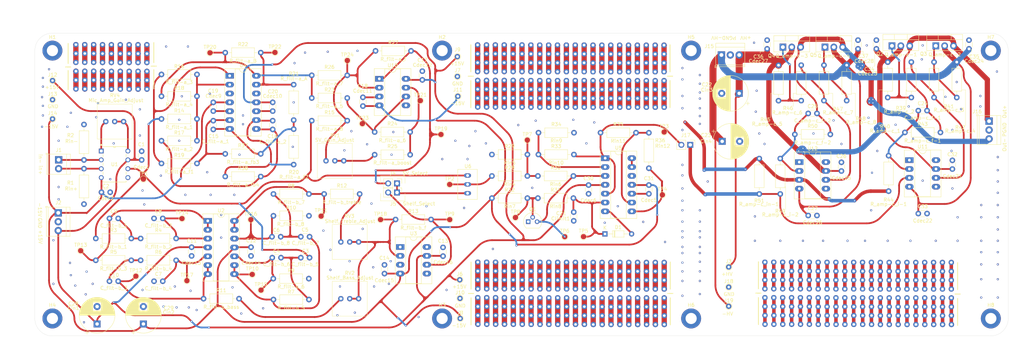
<source format=kicad_pcb>
(kicad_pcb (version 20240108) (generator "pcbnew") (generator_version "8.0")
  (layers (0 "F.Cu" signal) (31 "B.Cu" signal) (34 "B.Paste" user) (35 "F.Paste" user) (36 "B.SilkS" user "B.Silkscreen") (37 "F.SilkS" user "F.Silkscreen") (38 "B.Mask" user) (39 "F.Mask" user) (44 "Edge.Cuts" user))
  (net 0 "")
  (net 1 "+15V")
  (net 2 "GND")
  (net 3 "-15V")
  (net 4 "Net-(C3-Pad2)")
  (net 5 "/Mic Amp/Mic_Amp_Out")
  (net 6 "Net-(U2C-+)")
  (net 7 "Net-(U2C--)")
  (net 8 "Net-(C5-Pad2)")
  (net 9 "Net-(U2D-+)")
  (net 10 "Net-(U2B-+)")
  (net 11 "Net-(U2A-+)")
  (net 12 "Net-(U2A--)")
  (net 13 "Net-(C9-Pad2)")
  (net 14 "Net-(U2B--)")
  (net 15 "Net-(C10-Pad2)")
  (net 16 "Net-(U4B--)")
  (net 17 "Net-(C15-Pad2)")
  (net 18 "Net-(C16-Pad2)")
  (net 19 "Net-(U4C--)")
  (net 20 "Net-(D1-K)")
  (net 21 "Net-(D1-A)")
  (net 22 "/Mic Amp/Mic_Amp_in-")
  (net 23 "/Mic Amp/Mic_Amp_in+")
  (net 24 "/Peak Limiter/Peak_Limit_Out-")
  (net 25 "/State Variable/State_Variable_Out")
  (net 26 "Net-(Q1-G)")
  (net 27 "Net-(Q1-S)")
  (net 28 "Net-(U2D--)")
  (net 29 "Net-(U3A--)")
  (net 30 "Net-(U4A--)")
  (net 31 "Net-(R16-Pad2)")
  (net 32 "Net-(R18-Pad1)")
  (net 33 "Net-(U4D--)")
  (net 34 "Net-(R24-Pad2)")
  (net 35 "Net-(R28-Pad2)")
  (net 36 "/Peak Limiter/Peak_Limit_in")
  (net 37 "Net-(R11-Pad2)")
  (net 38 "Net-(R12-Pad2)")
  (net 42 "Net-(R25-Pad2)")
  (net 43 "Net-(RV4-Pad1)")
  (net 44 "Net-(U10A--)")
  (net 45 "Net-(U10B--)")
  (net 46 "Net-(RV4-Pad2)")
  (net 47 "Net-(U5A--)")
  (net 48 "Net-(U5C--)")
  (net 49 "Net-(U5D--)")
  (net 50 "/Shelving Filter/Shelving_Filter_Out")
  (net 51 "Net-(J4-Pin_1)")
  (net 52 "+HV")
  (net 53 "-HV")
  (net 54 "/Class_B_Discrete/Class_B_Discrete_Out_+")
  (net 55 "Net-(U11A--)")
  (net 56 "/Class_B_Discrete/Class_B_Discrete_Out_-")
  (net 57 "Net-(U12A--)")
  (net 58 "GNDPWR")
  (net 59 "Net-(Q2-G)")
  (net 60 "Net-(Q3-G)")
  (net 61 "Net-(Q4-G)")
  (net 62 "Net-(Q5-G)")
  (net 63 "Net-(U11A-Out)")
  (net 64 "Net-(U12A-Out)")
  (net 65 "/Class_B_Discrete/Class_B_Discrete_in")
  (net 72 "/Peak Limiter/Peak_Limit_Out+")
  (footprint "Capacitor_THT:C_Disc_D3.0mm_W1.6mm_P2.50mm" (layer "F.Cu") (at 317 103 90)
    (property "Reference" "C34")
    (property "Value" "Cdec23")
  )
  (footprint "TestPoint:TestPoint_Pad_D1.5mm" (layer "F.Cu") (at 89.33 160.828536)
    (property "Reference" "TP13")
    (property "Value" "TestPoint_Flag" (hide yes))
  )
  (footprint "Package_TO_SOT_THT:TO-92" (layer "F.Cu") (at 217.385 152.523536)
    (property "Reference" "Q1")
    (property "Value" "2N3819")
  )
  (footprint "Capacitor_THT:C_Disc_D3.0mm_W1.6mm_P2.50mm" (layer "F.Cu") (at 176.26 164.888536 -90)
    (property "Reference" "C14")
    (property "Value" "Cdec15")
  )
  (footprint "MountingHole:MountingHole_3.2mm_M3_ISO7380_Pad" (layer "F.Cu") (at 264 103.5)
    (property "Reference" "H5")
    (property "Value" "MountingHole")
  )
  (footprint "Resistor_THT:R_Axial_DIN0207_L6.3mm_D2.5mm_P10.16mm_Horizontal" (layer "F.Cu") (at 155.45 110.578536)
    (property "Reference" "R26")
    (property "Value" "R_filt-a_7")
  )
  (footprint "Resistor_THT:R_Axial_DIN0207_L6.3mm_D2.5mm_P10.16mm_Horizontal" (layer "F.Cu") (at 340 116.94 90)
    (property "Reference" "R42")
    (property "Value" "R_amp-c_4")
  )
  (footprint "Resistor_THT:R_Axial_DIN0207_L6.3mm_D2.5mm_P10.16mm_Horizontal" (layer "F.Cu") (at 206.995 133.273536)
    (property "Reference" "R29")
    (property "Value" "Rin5")
  )
  (footprint "Capacitor_THT:C_Disc_D3.0mm_W1.6mm_P2.50mm" (layer "F.Cu") (at 297.5 150.75)
    (property "Reference" "C27")
    (property "Value" "Cdec26")
  )
  (footprint "Resistor_THT:R_Axial_DIN0207_L6.3mm_D2.5mm_P10.16mm_Horizontal" (layer "F.Cu") (at 327 116.94 90)
    (property "Reference" "R39")
    (property "Value" "R_amp-c_2")
  )
  (footprint "Resistor_THT:R_Axial_DIN0207_L6.3mm_D2.5mm_P10.16mm_Horizontal" (layer "F.Cu") (at 206.995 145.773536)
    (property "Reference" "R32")
    (property "Value" "Rin7")
  )
  (footprint "Capacitor_THT:C_Disc_D3.0mm_W1.6mm_P2.50mm" (layer "F.Cu") (at 100.07 169.578536 180)
    (property "Reference" "C10")
    (property "Value" "C_filt-b_3")
  )
  (footprint "Resistor_THT:R_Axial_DIN0207_L6.3mm_D2.5mm_P10.16mm_Horizontal" (layer "F.Cu") (at 90.28 137.328536 -90)
    (property "Reference" "R1")
    (property "Value" "Rin+")
  )
  (footprint "TestPoint:TestPoint_Pad_D1.5mm" (layer "F.Cu") (at 192.43 127.528536)
    (property "Reference" "TP19")
    (property "Value" "TestPoint_Flag" (hide yes))
  )
  (footprint "TestPoint:TestPoint_Pad_D1.5mm" (layer "F.Cu") (at 107.28 140.328536)
    (property "Reference" "TP1")
    (property "Value" "TestPoint_Flag" (hide yes))
  )
  (footprint "Capacitor_THT:C_Disc_D3.0mm_W1.6mm_P2.50mm" (layer "F.Cu") (at 154.82 162.828536 180)
    (property "Reference" "C3")
    (property "Value" "C_filt-b_5")
  )
  (footprint "Package_DIP:CERDIP-8_W7.62mm_SideBrazed_LongPads_Socket" (layer "F.Cu") (at 326.44 134.88)
    (property "Reference" "U11")
    (property "Value" "U_amp-c_1")
  )
  (footprint "Resistor_THT:R_Axial_DIN0207_L6.3mm_D2.5mm_P10.16mm_Horizontal" (layer "F.Cu") (at 289.5 134.42 -90)
    (property "Reference" "R49")
    (property "Value" "R_amp-c_i-2")
  )
  (footprint "Resistor_THT:R_Axial_DIN0207_L6.3mm_D2.5mm_P10.16mm_Horizontal" (layer "F.Cu") (at 154.61 168.828536 180)
    (property "Reference" "R9")
    (property "Value" "R_filt-b_6")
  )
  (footprint "Resistor_THT:R_Axial_DIN0207_L6.3mm_D2.5mm_P10.16mm_Horizontal" (layer "F.Cu") (at 183.61 133.328536 180)
    (property "Reference" "R25")
    (property "Value" "R_filt-a_boost")
  )
  (footprint "Resistor_THT:R_Axial_DIN0207_L6.3mm_D2.5mm_P10.16mm_Horizontal" (layer "F.Cu") (at 283.5 134.42 -90)
    (property "Reference" "R51")
    (property "Value" "R_amp-c_in-1")
  )
  (footprint "Connector_PinHeader_2.54mm:PinHeader_1x02_P2.54mm_Vertical" (layer "F.Cu") (at 263.745 130.5 -90)
    (property "Reference" "J17")
    (property "Value" "~")
  )
  (footprint "MountingHole:MountingHole_3.2mm_M3_ISO7380_Pad" (layer "F.Cu") (at 192.75 103.5)
    (property "Reference" "H2")
    (property "Value" "MountingHole")
  )
  (footprint "Capacitor_THT:C_Disc_D3.0mm_W1.6mm_P2.50mm" (layer "F.Cu") (at 97.57 151.578536)
    (property "Reference" "C9")
    (property "Value" "C_filt-b_1")
  )
  (footprint "Capacitor_THT:C_Disc_D3.0mm_W1.6mm_P2.50mm" (layer "F.Cu") (at 297.5 121.5)
    (property "Reference" "C25")
    (property "Value" "C_amp-c_f-2")
  )
  (footprint "TestPoint:TestPoint_THTPad_D1.5mm_Drill0.7mm" (layer "F.Cu") (at 81.28 123.078536)
    (property "Reference" "J14")
    (property "Value" "Conn_01x01_Socket" (hide yes))
  )
  (footprint "TerminalBlock_TE-Connectivity:TerminalBlock_TE_282834-3_1x03_P2.54mm_Horizontal" (layer "F.Cu") (at 272.67 104.75)
    (property "Reference" "J15")
    (property "Value" "Screw_Terminal_01x03" (hide yes))
  )
  (footprint "Custom_parts:BreadBoard Space XL" (layer "F.Cu") (at 239.73 106.948536)
    (property "Reference" "U9" (hide yes))
    (property "Value" "~" (hide yes))
  )
  (footprint "MountingHole:MountingHole_3.2mm_M3_ISO7380_Pad" (layer "F.Cu") (at 264 180.25)
    (property "Reference" "H6")
    (property "Value" "MountingHole")
  )
  (footprint "Capacitor_THT:C_Disc_D3.0mm_W1.6mm_P2.50mm" (layer "F.Cu") (at 121.07 162.328536 90)
    (property "Reference" "C11")
    (property "Value" "Cdec13")
  )
  (footprint "TestPoint:TestPoint_Pad_D1.5mm" (layer "F.Cu") (at 118.33 151.628536)
    (property "Reference" "TP14")
    (property "Value" "TestPoint_Flag" (hide yes))
  )
  (footprint "Resistor_THT:R_Axial_DIN0207_L6.3mm_D2.5mm_P10.16mm_Horizontal" (layer "F.Cu") (at 158.99 144.578536)
    (property "Reference" "R12")
    (property "Value" "R_filt-b_treble")
  )
  (footprint "Resistor_THT:R_Axial_DIN0207_L6.3mm_D2.5mm_P10.16mm_Horizontal" (layer "F.Cu") (at 150.28 125.998536 -90)
    (property "Reference" "R20")
    (property "Value" "R_filt-a_f2")
  )
  (footprint "Custom_parts:800CSP1B6M2QE" (layer "F.Cu") (at 200.03 141.828536 90)
    (property "Reference" "U6")
    (property "Value" "~" (hide yes))
  )
  (footprint "TestPoint:TestPoint_THTPad_D1.5mm_Drill0.7mm" (layer "F.Cu") (at 197.12 105.228536)
    (property "Reference" "J9")
    (property "Value" "Conn_01x01_Socket" (hide yes))
  )
  (footprint "Resistor_THT:R_Axial_DIN0207_L6.3mm_D2.5mm_P10.16mm_Horizontal" (layer "F.Cu") (at 173.7 103.578536)
    (property "Reference" "R27")
    (property "Value" "R_filt-a_f")
  )
  (footprint "TestPoint:TestPoint_THTPad_D1.5mm_Drill0.7mm" (layer "F.Cu") (at 274.75 176.75)
    (property "Reference" "J19")
    (property "Value" "Conn_01x01_Socket" (hide yes))
  )
  (footprint "Capacitor_THT:C_Disc_D3.0mm_W1.6mm_P2.50mm" (layer "F.Cu") (at 343.5 103 90)
    (property "Reference" "C35")
    (property "Value" "Cdec24")
  )
  (footprint "Connector_PinHeader_2.54mm:PinHeader_1x02_P2.54mm_Vertical" (layer "F.Cu") (at 179.855 144.153536 -90)
    (property "Reference" "J5")
    (property "Value" "~")
  )
  (footprint "Resistor_THT:R_Axial_DIN0207_L6.3mm_D2.5mm_P10.16mm_Horizontal" (layer "F.Cu") (at 122.61 129.328536 180)
    (property "Reference" "R17")
    (property "Value" "R_filt-a_2")
  )
  (footprint "TestPoint:TestPoint_Pad_D1.5mm" (layer "F.Cu") (at 186.53 117.828536)
    (property "Reference" "TP21")
    (property "Value" "TestPoint_Flag" (hide yes))
  )
  (footprint "Resistor_THT:R_Axial_DIN0207_L6.3mm_D2.5mm_P10.16mm_Horizontal" (layer "F.Cu") (at 295.5 117.83 90)
    (property "Reference" "R46")
    (property "Value" "R_amp-c_6")
  )
  (footprint "Resistor_THT:R_Axial_DIN0207_L6.3mm_D2.5mm_P10.16mm_Horizontal" (layer "F.Cu") (at 112.45 135.828536)
    (property "Reference" "R19")
    (property "Value" "R_filt-a_f1")
  )
  (footprint "TestPoint:TestPoint_Pad_D1.5mm" (layer "F.Cu") (at 140.93 172.128536)
    (property "Reference" "TP15")
    (property "Value" "TestPoint_Flag" (hide yes))
  )
  (footprint "TestPoint:TestPoint_Pad_D1.5mm" (layer "F.Cu") (at 138.03 151.928536)
    (property "Reference" "TP16")
    (property "Value" "TestPoint_Flag" (hide yes))
  )
  (footprint "TestPoint:TestPoint_THTPad_D1.5mm_Drill0.7mm" (layer "F.Cu") (at 274.75 165.5)
    (property "Reference" "J3")
    (property "Value" "Conn_01x01_Socket" (hide yes))
  )
  (footprint "Resistor_THT:R_Axial_DIN0207_L6.3mm_D2.5mm_P10.16mm_Horizontal" (layer "F.Cu") (at 220.155 139.423536)
    (property "Reference" "R30")
    (property "Value" "Rin6")
  )
  (footprint "Capacitor_THT:C_Disc_D3.0mm_W1.6mm_P2.50mm" (layer "F.Cu") (at 127.28 123.578536 -90)
    (property "Reference" "C15")
    (property "Value" "C_filt-a_1")
  )
  (footprint "Resistor_THT:R_Axial_DIN0207_L6.3mm_D2.5mm_P10.16mm_Horizontal" (layer "F.Cu") (at 155.45 117.078536)
    (property "Reference" "R23")
    (property "Value" "R_filt-a_5")
  )
  (footprint "Custom_parts:Trim Pot" (layer "F.Cu") (at 166.32 174.578536)
    (property "Reference" "RV2")
    (property "Value" "R_Potentiometer" (hide yes))
  )
  (footprint "Capacitor_THT:C_Disc_D3.0mm_W1.6mm_P2.50mm" (layer "F.Cu") (at 251.905 142.023536 -90)
    (property "Reference" "C31")
    (property "Value" "Cdec5")
  )
  (footprint "Capacitor_THT:CP_Radial_D10.0mm_P5.00mm" (layer "F.Cu") (at 107.28 181.828536 90)
    (property "Reference" "C29")
    (property "Value" "Cin2")
  )
  (footprint "TestPoint:TestPoint_THTPad_D1.5mm_Drill0.7mm" (layer "F.Cu") (at 81.28 112.078536)
    (property "Reference" "J12")
    (property "Value" "Conn_01x01_Socket" (hide yes))
  )
  (footprint "Resistor_THT:R_Axial_DIN0207_L6.3mm_D2.5mm_P10.16mm_Horizontal" (layer "F.Cu") (at 130.7 139.578536)
    (property "Reference" "R38")
    (property "Value" "R_filt-a_fb4")
  )
  (footprint "Capacitor_THT:C_Disc_D3.0mm_W1.6mm_P2.50mm" (layer "F.Cu") (at 307 138 90)
    (property "Reference" "C26")
    (property "Value" "Cdec25")
  )
  (footprint "TestPoint:TestPoint_THTPad_D1.5mm_Drill0.7mm" (layer "F.Cu") (at 197.87 174.488536)
    (property "Reference" "J10")
    (property "Value" "Conn_01x01_Socket" (hide yes))
  )
  (footprint "Package_TO_SOT_THT:TO-220-3_Vertical" (layer "F.Cu") (at 290.25 102.5)
    (property "Reference" "Q4")
    (property "Value" "Q_amp-c-3")
  )
  (footprint "Package_DIP:CERDIP-14_W7.62mm_SideBrazed_LongPads_Socket" (layer "F.Cu") (at 125.7 152.288536)
    (property "Reference" "U2")
    (property "Value" "TL084")
  )
  (footprint "Capacitor_THT:C_Disc_D3.0mm_W1.6mm_P2.50mm" (layer "F.Cu") (at 230.405 149.773536 -90)
    (property "Reference" "C21")
    (property "Value" "Climit1")
  )
  (footprint "TestPoint:TestPoint_Pad_D1.5mm" (layer "F.Cu") (at 169.93 124.428536)
    (property "Reference" "TP23")
    (property "Value" "TestPoint_Flag" (hide yes))
  )
  (footprint "Resistor_THT:R_Axial_DIN0207_L6.3mm_D2.5mm_P10.16mm_Horizontal" (layer "F.Cu") (at 122.61 110.328536 180)
    (property "Reference" "R16")
    (property "Value" "R_filt-a_3")
  )
  (footprint "Resistor_THT:R_Axial_DIN0207_L6.3mm_D2.5mm_P10.16mm_Horizontal" (layer "F.Cu") (at 220.305 133.273536)
    (property "Reference" "R33")
    (property "Value" "Rin10")
  )
  (footprint "MountingHole:MountingHole_3.2mm_M3_ISO7380_Pad" (layer "F.Cu") (at 81.25 103.5)
    (property "Reference" "H1")
    (property "Value" "MountingHole")
  )
  (footprint "Resistor_THT:R_Axial_DIN0207_L6.3mm_D2.5mm_P10.16mm_Horizontal" (layer "F.Cu") (at 90.28 134.828536 90)
    (property "Reference" "R2")
    (property "Value" "Rin-")
  )
  (footprint "TestPoint:TestPoint_Pad_D1.5mm" (layer "F.Cu") (at 119.73 169.428536)
    (property "Reference" "TP17")
    (property "Value" "TestPoint_Flag" (hide yes))
  )
  (footprint "TestPoint:TestPoint_Pad_D1.5mm" (layer "F.Cu") (at 158.13 150.928536)
    (property "Reference" "TP11")
    (property "Value" "TestPoint_Flag" (hide yes))
  )
  (footprint "INA128:P8" (layer "F.Cu") (at 102.84 139.888536)
    (property "Reference" "U1")
    (property "Value" "INA128")
  )
  (footprint "Custom_parts:BreadBoard Space XL" (layer "F.Cu") (at 239.78 169.198536)
    (property "Reference" "U7" (hide yes))
    (property "Value" "~" (hide yes))
  )
  (footprint "Capacitor_THT:C_Disc_D3.0mm_W1.6mm_P2.50mm" (layer "F.Cu") (at 170.09 116.888536 -90)
    (property "Reference" "C18")
    (property "Value" "Cdec11")
  )
  (footprint "Resistor_THT:R_Axial_DIN0207_L6.3mm_D2.5mm_P10.16mm_Horizontal" (layer "F.Cu") (at 289 107.69 -90)
    (property "Reference" "R45")
    (property "Value" "R_amp-c_5")
  )
  (footprint "Resistor_THT:R_Axial_DIN0207_L6.3mm_D2.5mm_P10.16mm_Horizontal" (layer "F.Cu") (at 106.49 157.328536)
    (property "Reference" "R4")
    (property "Value" "R_filt-b_2")
  )
  (footprint "Resistor_THT:R_Axial_DIN0207_L6.3mm_D2.5mm_P10.16mm_Horizontal" (layer "F.Cu") (at 325.17 126.94)
    (property "Reference" "R43")
    (property "Value" "R_amp-c_f-1")
  )
  (footprint "Custom_parts:Trim Pot" (layer "F.Cu") (at 99.07 123.828536)
    (property "Reference" "RV4")
    (property "Value" "R_Potentiometer" (hide yes))
  )
  (footprint "Capacitor_THT:C_Disc_D3.0mm_W1.6mm_P2.50mm" (layer "F.Cu") (at 106.78 134.828536 90)
    (property "Reference" "C1")
    (property "Value" "Cdec1")
  )
  (footprint "Resistor_THT:R_Axial_DIN0207_L6.3mm_D2.5mm_P10.16mm_Horizontal" (layer "F.Cu") (at 220.155 145.773536)
    (property "Reference" "R31")
    (property "Value" "Rin8")
  )
  (footprint "TestPoint:TestPoint_Pad_D1.5mm" (layer "F.Cu") (at 233.205 156.803536)
    (property "Reference" "TP5")
    (property "Value" "TestPoint_Flag" (hide yes))
  )
  (footprint "MountingHole:MountingHole_3.2mm_M3_ISO7380_Pad" (layer "F.Cu") (at 349.75 103.5)
    (property "Reference" "H7")
    (property "Value" "MountingHole" (hide yes))
  )
  (footprint "Capacitor_THT:C_Disc_D3.0mm_W1.6mm_P2.50mm" (layer "F.Cu") (at 311.75 103 90)
    (property "Reference" "C37")
    (property "Value" "Cdec28")
  )
  (footprint "TestPoint:TestPoint_THTPad_D1.5mm_Drill0.7mm" (layer "F.Cu") (at 197.25 116.578536)
    (property "Reference" "J11")
    (property "Value" "Conn_01x01_Socket" (hide yes))
  )
  (footprint "Resistor_THT:R_Axial_DIN0207_L6.3mm_D2.5mm_P10.16mm_Horizontal" (layer "F.Cu") (at 251.905 127.043536 -90)
    (property "Reference" "R36")
    (property "Value" "Rin12")
  )
  (footprint "Capacitor_THT:C_Disc_D3.0mm_W1.6mm_P2.50mm" (layer "F.Cu") (at 110.32 151.578536)
    (property "Reference" "C8")
    (property "Value" "C_filt-b_2")
  )
  (footprint "Custom_parts:BreadBoard Space XL" (layer "F.Cu") (at 321.93 169.2)
    (property "Reference" "U13" (hide yes))
    (property "Value" "~" (hide yes))
  )
  (footprint "Package_DIP:CERDIP-14_W7.62mm_SideBrazed_LongPads_Socket" (layer "F.Cu") (at 131.97 110.708536)
    (property "Reference" "U4")
    (property "Value" "TL084")
  )
  (footprint "Capacitor_THT:C_Disc_D3.0mm_W1.6mm_P2.50mm" (layer "F.Cu") (at 110.32 169.578536)
    (property "Reference" "C7")
    (property "Value" "C_filt-b_4")
  )
  (footprint "Resistor_THT:R_Axial_DIN0207_L6.3mm_D2.5mm_P10.16mm_Horizontal" (layer "F.Cu") (at 154.65 150.828536 180)
    (property "Reference" "R10")
    (property "Value" "R_filt-b_8")
  )
  (footprint "MountingHole:MountingHole_3.2mm_M3_ISO7380_Pad" (layer "F.Cu") (at 349.75 180.25)
    (property "Reference" "H8")
    (property "Value" "MountingHole")
  )
  (footprint "Capacitor_THT:C_Disc_D3.0mm_W1.6mm_P2.50mm" (layer "F.Cu") (at 127.28 120.828536 90)
    (property "Reference" "C19")
    (property "Value" "Cdec9")
  )
  (footprint "Custom_parts:Trim Pot" (layer "F.Cu") (at 162.07 135.078536)
    (property "Reference" "RV1")
    (property "Value" "R_Potentiometer" (hide yes))
  )
  (footprint "TestPoint:TestPoint_Pad_D1.5mm" (layer "F.Cu") (at 217.13 129.128536)
    (property "Reference" "TP7")
    (property "Value" "TestPoint_Flag" (hide yes))
  )
  (footprint "Resistor_THT:R_Axial_DIN0207_L6.3mm_D2.5mm_P10.16mm_Horizontal" (layer "F.Cu") (at 130.7 104.078536)
    (property "Reference" "R22")
    (property "Value" "R_filt-a_B")
  )
  (footprint "Package_TO_SOT_THT:TO-220-3_Vertical" (layer "F.Cu") (at 302.29 102.5)
    (property "Reference" "Q5")
    (property "Value" "Q_amp-c-4")
  )
  (footprint "TestPoint:TestPoint_Pad_D1.5mm" (layer "F.Cu") (at 165.63 106.328536)
    (property "Reference" "TP24")
    (property "Value" "TestPoint_Flag" (hide yes))
  )
  (footprint "Capacitor_THT:C_Disc_D3.0mm_W1.6mm_P2.50mm" (layer "F.Cu") (at 329 150.19)
    (property "Reference" "C33")
    (property "Value" "Cdec22")
  )
  (footprint "Package_DIP:CERDIP-14_W7.62mm_SideBrazed_LongPads_Socket" (layer "F.Cu") (at 239.405 134.323536)
    (property "Reference" "U5")
    (property "Value" "TL084")
  )
  (footprint "TestPoint:TestPoint_THTPad_D1.5mm_Drill0.7mm" (layer "F.Cu") (at 274.75 171.25)
    (property "Reference" "J18")
    (property "Value" "Conn_01x01_Socket" (hide yes))
  )
  (footprint "Custom_parts:Trim Pot" (layer "F.Cu") (at 166.32 158.328536)
    (property "Reference" "RV3")
    (property "Value" "R_Potentiometer" (hide yes))
  )
  (footprint "Capacitor_THT:C_Disc_D3.0mm_W1.6mm_P2.50mm" (layer "F.Cu") (at 146.65 162.828536 180)
    (property "Reference" "C4")
    (property "Value" "C_filt-b_6")
  )
  (footprint "Resistor_THT:R_Axial_DIN0207_L6.3mm_D2.5mm_P10.16mm_Horizontal" (layer "F.Cu") (at 173.45 126.828536)
    (property "Reference" "R24")
    (property "Value" "R_filt-a_6")
  )
  (footprint "Package_DIP:CERDIP-8_W7.62mm_SideBrazed_LongPads_Socket" (layer "F.Cu") (at 174.78 111.578536)
    (property "Reference" "U10")
    (property "Value" "TL082")
  )
  (footprint "Resistor_THT:R_Axial_DIN0207_L6.3mm_D2.5mm_P10.16mm_Horizontal" (layer "F.Cu") (at 130.7 133.078536)
    (property "Reference" "R37")
    (property "Value" "R_filt-a_fb3")
  )
  (footprint "TestPoint:TestPoint_Pad_D1.5mm" (layer "F.Cu") (at 194.93 151.928536)
    (property "Reference" "TP9")
    (property "Value" "TestPoint_Flag" (hide yes))
  )
  (footprint "Capacitor_THT:C_Disc_D3.0mm_W1.6mm_P2.50mm" (layer "F.Cu") (at 154.82 156.828536 180)
    (property "Reference" "C5")
    (property "Value" "C_filt-b_7")
  )
  (footprint "Package_DIP:CERDIP-8_W7.62mm_SideBrazed_LongPads_Socket" (layer "F.Cu") (at 294.94 135.44)
    (property "Reference" "U12")
    (property "Value" "U_amp-c_2")
  )
  (footprint "TestPoint:TestPoint_Pad_D1.5mm" (layer "F.Cu") (at 256.28 126.828536)
    (property "Reference" "TP3")
    (property "Value" "TestPoint_Flag" (hide yes))
  )
  (footprint "TerminalBlock_TE-Connectivity:TerminalBlock_TE_282834-2_1x02_P2.54mm_Horizontal" (layer "F.Cu") (at 83.03 134.788536 -90)
    (property "Reference" "J1")
    (property "Value" "Screw_Terminal_01x02" (hide yes))
  )
  (footprint "Resistor_THT:R_Axial_DIN0207_L6.3mm_D2.5mm_P10.16mm_Horizontal" (layer "F.Cu") (at 155.45 123.578536)
    (property "Reference" "R15")
    (property "Value" "R_filt-a_8")
  )
  (footprint "TestPoint:TestPoint_THTPad_D1.5mm_Drill0.7mm" (layer "F.Cu") (at 197.13 110.908536)
    (property "Reference" "J7")
    (property "Value" "Conn_01x01_Socket" (hide yes))
  )
  (footprint "Resistor_THT:R_Axial_DIN0207_L6.3mm_D2.5mm_P10.16mm_Horizontal" (layer "F.Cu") (at 112.45 116.578536)
    (property "Reference" "R18")
    (property "Value" "R_filt-a_4")
  )
  (footprint "TestPoint:TestPoint_THTPad_D1.5mm_Drill0.7mm" (layer "F.Cu") (at 81.28 117.578536)
    (property "Reference" "J13")
    (property "Value" "Conn_01x01_Socket" (hide yes))
  )
  (footprint "TestPoint:TestPoint_Pad_D1.5mm" (layer "F.Cu") (at 175.13 151.928536)
    (property "Reference" "TP18")
    (property "Value" "TestPoint_Flag" (hide yes))
  )
  (footprint "Resistor_THT:R_Axial_DIN0207_L6.3mm_D2.5mm_P10.16mm_Horizontal" (layer "F.Cu") (at 230.485 127.023536 180)
    (property "Reference" "R34")
    (property "Value" "Rin9")
  )
  (footprint "Resistor_THT:R_Axial_DIN0207_L6.3mm_D2.5mm_P10.16mm_Horizontal" (layer "F.Cu") (at 112.45 123.078536)
    (property "Reference" "R14")
    (property "Value" "R_filt-a_1")
  )
  (footprint "Resistor_THT:R_Axial_DIN0207_L6.3mm_D2.5mm_P10.16mm_Horizontal" (layer "F.Cu") (at 333.5 116.94 90)
    (property "Reference" "R41")
    (property "Value" "R_amp-c_3")
  )
  (footprint "Custom_parts:BreadBoard Space" (layer "F.Cu") (at 94.15 108.218536)
    (property "Reference" "U8" (hide yes))
    (property "Value" "~" (hide yes))
  )
  (footprint "Capacitor_THT:C_Disc_D3.0mm_W1.6mm_P2.50mm" (layer "F.Cu") (at 285.75 103 90)
    (property "Reference" "C36")
    (property "Value" "Cdec27")
  )
  (footprint "Capacitor_THT:C_Disc_D3.0mm_W1.6mm_P2.50mm" (layer "F.Cu") (at 329 120.69)
    (property "Reference" "C24")
    (property "Value" "C_amp-c_f-1")
  )
  (footprint "Capacitor_THT:C_Disc_D3.0mm_W1.6mm_P2.50mm" (layer "F.Cu") (at 95.28 144.078536)
    (property "Reference" "C2")
    (property "Value" "Cdec2")
  )
  (footprint "Capacitor_THT:C_Disc_D3.0mm_W1.6mm_P2.50mm" (layer "F.Cu") (at 193.01 159.888536 -90)
    (property "Reference" "C13")
    (property "Value" "Cdec16")
  )
  (footprint "Capacitor_THT:C_Disc_D3.0mm_W1.6mm_P2.50mm" (layer "F.Cu") (at 144.28 123.578536 -90)
    (property "Reference" "C16")
    (property "Value" "C_filt-a_2")
  )
  (footprint "Capacitor_THT:CP_Radial_D10.0mm_P5.00mm" (layer "F.Cu") (at 277.75 115.75 180)
    (property "Reference" "C22")
    (property "Value" "Cin3")
  )
  (footprint "Resistor_THT:R_Axial_DIN0207_L6.3mm_D2.5mm_P10.16mm_Horizontal" (layer "F.Cu") (at 150.28 113.248536 -90)
    (property "Reference" "R21")
    (property "Value" "R_filt-a_A")
  )
  (footprint "TerminalBlock_TE-Connectivity:TerminalBlock_TE_282834-3_1x03_P2.54mm_Horizontal" (layer "F.Cu") (at 349.25 123.71 -90)
    (property "Reference" "J16")
    (property "Value" "Screw_Terminal_01x03" (hide yes))
  )
  (footprint "Capacitor_THT:CP_Radial_D10.0mm_P5.00mm" (layer "F.Cu") (at 94.03 181.828536 90)
    (property "Reference" "C28")
    (property "Value" "Cin1")
  )
  (footprint "Capacitor_THT:C_Disc_D3.0mm_W1.6mm_P2.50mm" (layer "F.Cu") (at 338.75 137.44 90)
    (property "Reference" "C32")
    (property "Value" "Cdec21")
  )
  (footprint "Capacitor_THT:C_Disc_D3.0mm_W1.6mm_P2.50mm" (layer "F.Cu") (at 144.28 120.828536 90)
    (property "Reference" "C20")
    (property "Value" "Cdec10")
  )
  (footprint "Package_DIP:CERDIP-8_W7.62mm_SideBrazed_LongPads_Socket" (layer "F.Cu") (at 180.76 159.768536)
    (property "Reference" "U3")
    (property "Value" "TL081")
  )
  (footprint "TestPoint:TestPoint_Pad_D1.5mm" (layer "F.Cu") (at 213.73 151.328536)
    (property "Reference" "TP8")
    (property "Value" "TestPoint_Flag" (hide yes))
  )
  (footprint "MountingHole:MountingHole_3.2mm_M3_ISO7380_Pad" (layer "F.Cu") (at 192.75 180.25)
    (property "Reference" "H3")
    (property "Value" "MountingHole")
  )
  (footprint "Capacitor_THT:C_Disc_D3.0mm_W1.6mm_P2.50mm" (layer "F.Cu") (at 187.09 109.388536 -90)
    (property "Reference" "C17")
    (property "Value" "Cdec12")
  )
  (footprint "Resistor_THT:R_Axial_DIN0207_L6.3mm_D2.5mm_P10.16mm_Horizontal" (layer "F.Cu") (at 179.43 151.888536)
    (property "Reference" "R13")
    (property "Value" "R_filt-b_f")
  )
  (footprint "Package_TO_SOT_THT:TO-220-3_Vertical" (layer "F.Cu") (at 334 102.14)
    (property "Reference" "Q3")
    (property "Value" "Q_amp-c-2")
  )
  (footprint "TestPoint:TestPoint_Pad_D1.5mm" (layer "F.Cu") (at 227.83 156.828536)
    (property "Reference" "TP6")
    (property "Value" "TestPoint_Flag" (hide yes))
  )
  (footprint "Resistor_THT:R_Axial_DIN0207_L6.3mm_D2.5mm_P10.16mm_Horizontal" (layer "F.Cu") (at 293.67 127.5)
    (property "Reference" "R50")
    (property "Value" "R_amp-c_f-2")
  )
  (footprint "Resistor_THT:R_Axial_DIN0207_L6.3mm_D2.5mm_P10.16mm_Horizontal" (layer "F.Cu") (at 93.66 163.578536)
    (property "Reference" "R5")
    (property "Value" "R_filt-b_3")
  )
  (footprint "Resistor_THT:R_Axial_DIN0207_L6.3mm_D2.5mm_P10.16mm_Horizontal" (layer "F.Cu") (at 93.66 157.328536)
    (property "Reference" "R3")
    (property "Value" "R_filt-b_1")
  )
  (footprint "TestPoint:TestPoint_Pad_D1.5mm" (layer "F.Cu") (at 138.43 167.628536)
    (property "Reference" "TP10")
    (property "Value" "TestPoint_Flag" (hide yes))
  )
  (footprint "Resistor_THT:R_Axial_DIN0207_L6.3mm_D2.5mm_P10.16mm_Horizontal" (layer "F.Cu") (at 106.49 163.578536)
    (property "Reference" "R6")
    (property "Value" "R_filt-b_4")
  )
  (footprint "Resistor_THT:R_Axial_DIN0207_L6.3mm_D2.5mm_P10.16mm_Horizontal" (layer "F.Cu") (at 206.995 139.423536)
    (property "Reference" "R28")
    (property "Value" "Rin4")
  )
  (footprint "MountingHole:MountingHole_3.2mm_M3_ISO7380_Pad" (layer "F.Cu") (at 81.25 180.25)
    (property "Reference" "H4")
    (property "Value" "MountingHole")
  )
  (footprint "Package_TO_SOT_THT:TO-220-3_Vertical" (layer "F.Cu") (at 321.46 102.135)
    (property "Reference" "Q2")
    (property "Value" "Q_amp-c-1")
  )
  (footprint "Diode_THT:D_DO-34_SOD68_P7.62mm_Horizontal" (layer "F.Cu") (at 239.34 156.023536)
    (property "Reference" "D1")
    (property "Value" "D")
  )
  (footprint "Connector_PinHeader_2.54mm:PinHeader_1x02_P2.54mm_Vertical" (layer "F.Cu") (at 179.855 141.553536 -90)
    (property "Reference" "J4")
    (property "Value" "~")
  )
  (footprint "Resistor_THT:R_Axial_DIN0207_L6.3mm_D2.5mm_P10.16mm_Horizontal" (layer "F.Cu") (at 302 117.83 90)
    (property "Reference" "R47")
    (property "Value" "R_amp-c_7")
  )
  (footprint "Resistor_THT:R_Axial_DIN0207_L6.3mm_D2.5mm_P10.16mm_Horizontal" (layer "F.Cu") (at 238.075 127.023536)
    (property "Reference" "R35")
    (property "Value" "Rin11")
  )
  (footprint "TestPoint:TestPoint_Pad_D1.5mm" (layer "F.Cu") (at 144.93 104.028536)
    (property "Reference" "TP22")
    (property "Value" "TestPoint_Flag" (hide yes))
  )
  (footprint "TerminalBlock_TE-Connectivity:TerminalBlock_TE_282834-3_1x03_P2.54mm_Horizontal" (layer "F.Cu") (at 82.92 149.988536 -90)
    (property "Reference" "J2")
    (property "Value" "Screw_Terminal_01x03" (hide yes))
  )
  (footprint "Resistor_THT:R_Axial_DIN0207_L6.3mm_D2.5mm_P10.16mm_Horizontal" (layer "F.Cu") (at 144.49 144.578536)
    (property "Reference" "R8")
    (property "Value" "R_filt-b_7")
  )
  (footprint "TestPoint:TestPoint_Pad_D1.5mm" (layer "F.Cu") (at 126.33 104.128536)
    (property "Reference" "TP20")
    (property "Value" "TestPoint_Flag" (hide yes))
  )
  (footprint "Capacitor_THT:C_Disc_D3.0mm_W1.6mm_P2.50mm" (layer "F.Cu") (at 138.07 159.828536 -90)
    (property "Reference" "C12")
    (property "Value" "Cdec14")
  )
  (footprint "TestPoint:TestPoint_THTPad_D1.5mm_Drill0.7mm" (layer "F.Cu") (at 197.92 180.248536)
    (property "Reference" "J8")
    (property "Value" "Conn_01x01_Socket" (hide yes))
  )
  (footprint "TestPoint:TestPoint_Pad_D1.5mm" (layer "F.Cu") (at 194.905 141.853536)
    (property "Reference" "TP2")
    (property "Value" "TestPoint_Flag" (hide yes))
  )
  (footprint "Capacitor_THT:CP_Radial_D10.0mm_P5.00mm" (layer "F.Cu") (at 272.882323 129.5)
    (property "Reference" "C23")
    (property "Value" "Cin4")
  )
  (footprint "TestPoint:TestPoint_THTPad_D1.5mm_Drill0.7mm" (layer "F.Cu") (at 197.8 169.168536)
    (property "Reference" "J6")
    (property "Value" "Conn_01x01_Socket" (hide yes))
  )
  (footprint "Resistor_THT:R_Axial_DIN0207_L6.3mm_D2.5mm_P10.16mm_Horizontal" (layer "F.Cu") (at 154.65 174.828536 180)
    (property "Reference" "R7")
    (property "Value" "R_filt-b_5")
  )
  (footprint "Resistor_THT:R_Axial_DIN0207_L6.3mm_D2.5mm_P10.16mm_Horizontal" (layer "F.Cu") (at 320.25 106.78 -90)
    (property "Reference" "R40")
    (property "Value" "R_amp-c_1")
  )
  (footprint "TestPoint:TestPoint_Pad_D1.5mm" (layer "F.Cu") (at 255.78 144.828536)
    (property "Reference" "TP4")
    (property "Value" "TestPoint_Flag" (hide yes))
  )
  (footprint "Capacitor_THT:C_Disc_D3.0mm_W1.6mm_P2.50mm" (layer "F.Cu") (at 146.57 156.828536 180)
    (property "Reference" "C6")
    (property "Value" "C_filt-b_8")
  )
  (footprint "Resistor_THT:R_Axial_DIN0207_L6.3mm_D2.5mm_P10.16mm_Horizontal" (layer "F.Cu") (at 308.5 117.83 90)
    (property "Reference" "R48")
    (property "Value" "R_amp-c_8")
  )
  (footprint "Capacitor_THT:C_Disc_D3.0mm_W1.6mm_P2.50mm" (layer "F.Cu") (at 234.655 142.023536 -90)
    (property "Reference" "C30")
    (property "Value" "Cdec6")
  )
  (footprint "Resistor_THT:R_Axial_DIN0207_L6.3mm_D2.5mm_P10.16mm_Horizontal" (layer "F.Cu") (at 124.49 174.578536)
    (property "Reference" "R11")
    (property "Value" "R_filt-b_bass")
  )
  (footprint "TestPoint:TestPoint_Pad_D1.5mm" (layer "F.Cu") (at 105.13 168.128536)
    (property "Reference" "TP12")
    (property "Value" "TestPoint_Flag" (hide yes))
  )
  (footprint "Resistor_THT:R_Axial_DIN0207_L6.3mm_D2.5mm_P10.16mm_Horizontal" (layer "F.Cu") (at 320.5 143.77 90)
    (property "Reference" "R44")
    (property "Value" "R_amp-c_i-1")
  )
  (gr_line (start 109.5 107.948536) (end 111 107.948536) (stroke (width 0.25)) (layer "F.SilkS"))
  (gr_line (start 85.75 101.448536) (end 85.75 107.198536) (stroke (width 0.25)) (layer "F.SilkS"))
  (gr_line (start 85.75 109.198536) (end 85.75 114.698536) (stroke (width 0.25)) (layer "F.SilkS"))
  (gr_line (start 311 122.5) (end 311 118) (stroke (width 0.1)) (layer "F.SilkS"))
  (gr_line (start 257.21 110.828536) (end 258.71 110.828536) (stroke (width 0.25)) (layer "F.SilkS"))
  (gr_line (start 311 118) (end 311 115.75) (stroke (width 0.1)) (layer "F.SilkS"))
  (gr_line (start 175.13 139.428536) (end 182.13 139.428536) (stroke (width 0.1)) (layer "F.SilkS"))
  (gr_line (start 317.75 125) (end 317.75 114.75) (stroke (width 0.1)) (layer "F.SilkS"))
  (gr_line (start 304.5 118.25) (end 304.5 115.75) (stroke (width 0.1)) (layer "F.SilkS"))
  (gr_line (start 336.25 119) (end 336.25 114.75) (stroke (width 0.1)) (layer "F.SilkS"))
  (gr_line (start 325.5 114.75) (end 325.75 114.75) (stroke (width 0.1)) (layer "F.SilkS"))
  (gr_line (start 175.13 141.528536) (end 175.13 139.428536) (stroke (width 0.1)) (layer "F.SilkS"))
  (gr_line (start 200.21 110.828536) (end 201.71 110.828536) (stroke (width 0.25)) (layer "F.SilkS"))
  (gr_line (start 340.25 164.25) (end 340.25 172) (stroke (width 0.25)) (layer "F.SilkS"))
  (gr_line (start 200.28 173.078536) (end 201.78 173.078536) (stroke (width 0.25)) (layer "F.SilkS"))
  (gr_line (start 283.75 104.25) (end 283.75 103.75) (stroke (width 0.1)) (layer "F.SilkS"))
  (gr_line (start 311 115.75) (end 310 115.75) (stroke (width 0.1)) (layer "F.SilkS"))
  (gr_line (start 258.03 174.328536) (end 258.03 182.078536) (stroke (width 0.25)) (layer "F.SilkS"))
  (gr_line (start 182.13 139.428536) (end 182.13 141.528536) (stroke (width 0.1)) (layer "F.SilkS"))
  (gr_line (start 201.03 174.328536) (end 201.03 182.078536) (stroke (width 0.25)) (layer "F.SilkS"))
  (gr_line (start 283.25 174.25) (end 283.25 182) (stroke (width 0.25)) (layer "F.SilkS"))
  (gr_line (start 110.25 101.198536) (end 110.25 106.948536) (stroke (width 0.25)) (layer "F.SilkS"))
  (gr_line (start 344.25 103.94) (end 344.25 103.19) (stroke (width 0.1)) (layer "F.SilkS"))
  (gr_line (start 175.13 146.528536) (end 175.13 144.428536) (stroke (width 0.1)) (layer "F.SilkS"))
  (gr_line (start 339.5 173.25) (end 341 173.25) (stroke (width 0.25)) (layer "F.SilkS"))
  (gr_line (start 291 142.5) (end 290.75 142.5) (stroke (width 0.1)) (layer "F.SilkS"))
  (gr_line (start 283.25 164) (end 283.25 171.75) (stroke (width 0.25)) (layer "F.SilkS"))
  (gr_line (start 85 108.198536) (end 86.5 108.198536) (stroke (width 0.25)) (layer "F.SilkS"))
  (gr_line (start 283.75 103.75) (end 284.75 103.75) (stroke (width 0.1)) (layer "F.SilkS"))
  (gr_line (start 257.96 101.828536) (end 257.96 109.578536) (stroke (width 0.25)) (layer "F.SilkS"))
  (gr_line (start 316.5 108) (end 316.25 108) (stroke (width 0.1)) (layer "F.SilkS"))
  (gr_line (start 200.96 112.078536) (end 200.96 119.828536) (stroke (width 0.25)) (layer "F.SilkS"))
  (gr_line (start 342.5 125) (end 342.5 114.75) (stroke (width 0.1)) (layer "F.SilkS"))
  (gr_line (start 304.5 115.75) (end 303.25 115.75) (stroke (width 0.1)) (layer "F.SilkS"))
  (gr_line (start 110.25 108.948536) (end 110.25 114.448536) (stroke (width 0.25)) (layer "F.SilkS"))
  (gr_line (start 291 149) (end 291 142.5) (stroke (width 0.1)) (layer "F.SilkS"))
  (gr_line (start 286.75 115.75) (end 287.5 115.75) (stroke (width 0.1)) (layer "F.SilkS"))
  (gr_line (start 336.25 114.75) (end 334.75 114.75) (stroke (width 0.1)) (layer "F.SilkS"))
  (gr_line (start 257.96 112.078536) (end 257.96 119.828536) (stroke (width 0.25)) (layer "F.SilkS"))
  (gr_line (start 200.96 101.828536) (end 200.96 109.578536) (stroke (width 0.25)) (layer "F.SilkS"))
  (gr_line (start 313.25 104.25) (end 313.25 103.75) (stroke (width 0.1)) (layer "F.SilkS"))
  (gr_line (start 304.5 119.75) (end 304.5 118.25) (stroke (width 0.1)) (layer "F.SilkS"))
  (gr_line (start 293.25 119.5) (end 293.25 115.75) (stroke (width 0.1)) (layer "F.SilkS"))
  (gr_line (start 313.25 103.75) (end 312.5 103.75) (stroke (width 0.1)) (layer "F.SilkS"))
  (gr_line (start 340.25 174.5) (end 340.25 182.25) (stroke (width 0.25)) (layer "F.SilkS"))
  (gr_line (start 258.03 164.078536) (end 258.03 171.828536) (stroke (width 0.25)) (layer "F.SilkS"))
  (gr_line (start 293.25 115.75) (end 294 115.75) (stroke (width 0.1)) (layer "F.SilkS"))
  (gr_line (start 182.13 144.428536) (end 182.13 146.528536) (stroke (width 0.1)) (layer "F.SilkS"))
  (gr_line (start 257.28 173.078536) (end 258.78 173.078536) (stroke (width 0.25)) (layer "F.SilkS"))
  (gr_line (start 316.5 108) (end 316.5 103.5) (stroke (width 0.1)) (layer "F.SilkS"))
  (gr_line (start 325.5 119.5) (end 325.5 114.75) (stroke (width 0.1)) (layer "F.SilkS"))
  (gr_line (start 201.03 164.078536) (end 201.03 171.828536) (stroke (width 0.25)) (layer "F.SilkS"))
  (gr_line (start 282.5 173) (end 284 173) (stroke (width 0.25)) (layer "F.SilkS"))
  (gr_line (start 342.5 114.75) (end 341.5 114.75) (stroke (width 0.1)) (layer "F.SilkS"))
  (gr_line (start 182.13 146.528536) (end 175.13 146.528536) (stroke (width 0.1)) (layer "F.SilkS"))
  (gr_line (start 344.25 103.19) (end 344 103.19) (stroke (width 0.1)) (layer "F.SilkS"))
  (gr_line (start 317.75 114.75) (end 318.75 114.75) (stroke (width 0.1)) (layer "F.SilkS"))
  (gr_line (start 286.75 122.75) (end 286.75 115.75) (stroke (width 0.1)) (layer "F.SilkS"))
  (gr_arc (start 81.22 185.25) (mid 77.684466 183.785534) (end 76.22 180.25) (stroke (width 0.05)) (layer "Edge.Cuts"))
  (gr_line (start 354.72 103.5) (end 354.72 180.25) (stroke (width 0.05)) (layer "Edge.Cuts"))
  (gr_arc (start 354.72 180.25) (mid 353.255534 183.785534) (end 349.72 185.25) (stroke (width 0.05)) (layer "Edge.Cuts"))
  (gr_arc (start 76.22 103.5) (mid 77.684466 99.964466) (end 81.22 98.5) (stroke (width 0.05)) (layer "Edge.Cuts"))
  (gr_line (start 81.22 98.5) (end 349.72 98.5) (stroke (width 0.05)) (layer "Edge.Cuts"))
  (gr_line (start 349.72 185.25) (end 81.22 185.25) (stroke (width 0.05)) (layer "Edge.Cuts"))
  (gr_line (start 76.22 180.25) (end 76.22 103.5) (stroke (width 0.05)) (layer "Edge.Cuts"))
  (gr_arc (start 349.72 98.5) (mid 353.255534 99.964466) (end 354.72 103.5) (stroke (width 0.05)) (layer "Edge.Cuts"))
  (gr_text "in+\n" (at 77.27 136.328536 -90) (layer "F.SilkS") (effects (font (size 1 1)) (justify left bottom)))
  (gr_text "PGND" (at 354.25 128.25 90) (layer "F.SilkS") (effects (font (size 1 1)) (justify left bottom)))
  (gr_text "-HV" (at 272.75 179.5 0) (layer "F.SilkS") (effects (font (size 1 1)) (justify left bottom)))
  (gr_text "GND\n" (at 273.22 173.89 0) (layer "F.SilkS") (effects (font (size 1 1)) (justify left bottom)))
  (gr_text "+15V" (at 195.6 171.708536 0) (layer "F.SilkS") (effects (font (size 1 1)) (justify left bottom)))
  (gr_text "-15V" (at 77.07 146.968536 -90) (layer "F.SilkS") (effects (font (size 1 1)) (justify left bottom)))
  (gr_text "+15V" (at 194.93 107.798536 0) (layer "F.SilkS") (effects (font (size 1 1)) (justify left bottom)))
  (gr_text "-15V\n" (at 78.78 125.828536 0) (layer "F.SilkS") (effects (font (size 1 1)) (justify left bottom)))
  (gr_text "GND" (at 77.1 151.278536 -90) (layer "F.SilkS") (effects (font (size 1 1)) (justify left bottom)))
  (gr_text "+15V" (at 79.03 114.578536 0) (layer "F.SilkS") (effects (font (size 1 1)) (justify left bottom)))
  (gr_text "-15V\n" (at 195.07 119.178536 0) (layer "F.SilkS") (effects (font (size 1 1)) (justify left bottom)))
  (gr_text "SV_Select\n" (at 181.33 139.228536 0) (layer "F.SilkS") (effects (font (size 1 1)) (justify left bottom)))
  (gr_text "Shelf_Treble_Adjust" (at 159.1 152.968536 0) (layer "F.SilkS") (effects (font (size 1 1)) (justify left bottom)))
  (gr_text "Shelf_Bass_Adjust" (at 159.56 169.178536 0) (layer "F.SilkS") (effects (font (size 1 1)) (justify left bottom)))
  (gr_text "Out+\n" (at 354.25 123 90) (layer "F.SilkS") (effects (font (size 1 1)) (justify left bottom)))
  (gr_text "SV_Gain_Adjust" (at 156.3 129.708536 0) (layer "F.SilkS") (effects (font (size 1 1)) (justify left bottom)))
  (gr_text "GND\n" (at 195.54 113.568536 0) (layer "F.SilkS") (effects (font (size 1 1)) (justify left bottom)))
  (gr_text "GND\n" (at 79.78 120.078536 0) (layer "F.SilkS") (effects (font (size 1 1)) (justify left bottom)))
  (gr_text "-15V\n" (at 195.47 182.838536 0) (layer "F.SilkS") (effects (font (size 1 1)) (justify left bottom)))
  (gr_text "-HV" (at 273 99.25 180) (layer "F.SilkS") (effects (font (size 1 1)) (justify left bottom)))
  (gr_text "+15V\n" (at 77.23 154.778536 -90) (layer "F.SilkS") (effects (font (size 1 1)) (justify left bottom)))
  (gr_text "Out-\n" (at 354.25 132.5 90) (layer "F.SilkS") (effects (font (size 1 1)) (justify left bottom)))
  (gr_text "Mic_Amp_Gain_Adjust\n" (at 91.47 118.328536 0) (layer "F.SilkS") (effects (font (size 1 1)) (justify left bottom)))
  (gr_text "GND\n" (at 196.3 177.198536 0) (layer "F.SilkS") (effects (font (size 1 1)) (justify left bottom)))
  (gr_text "PGND" (at 277 99.25 180) (layer "F.SilkS") (effects (font (size 1 1)) (justify left bottom)))
  (gr_text "in-\n" (at 77.23 133.078536 -90) (layer "F.SilkS") (effects (font (size 1 1)) (justify left bottom)))
  (gr_text "Shelf_Select" (at 181.43 147.928536 0) (layer "F.SilkS") (effects (font (size 1 1)) (justify left bottom)))
  (gr_text "+HV\n" (at 281.31 99.25 180) (layer "F.SilkS") (effects (font (size 1 1)) (justify left bottom)))
  (gr_text "+HV\n" (at 272.61 168.12 0) (layer "F.SilkS") (effects (font (size 1 1)) (justify left bottom)))
  (segment (start 305.42 171.772928) (end 305.42 164.17) (width 1) (layer "F.Cu") (net 0))
  (segment (start 248.68 181.927322) (end 248.68 174.358536) (width 1.5) (layer "F.Cu") (net 0))
  (segment (start 305.43 181.898786) (end 305.43 174.33) (width 1) (layer "F.Cu") (net 0))
  (segment (start 290.19 164.147071) (end 290.19 171.75) (width 1) (layer "F.Cu") (net 0))
  (segment (start 100.675 109.453536) (end 100.67 109.448536) (width 1.5) (layer "F.Cu") (net 0))
  (segment (start 205.445 109.493536) (end 205.45 109.498536) (width 1.5) (layer "F.Cu") (net 0))
  (segment (start 223.295 181.933536) (end 223.31 181.948536) (width 1.5) (layer "F.Cu") (net 0))
  (segment (start 202.96 164.145607) (end 202.96 171.748536) (width 1.5) (layer "F.Cu") (net 0))
  (segment (start 223.27 171.771464) (end 223.27 164.168536) (width 1.5) (layer "F.Cu") (net 0))
  (segment (start 103.2 101.828536) (end 103.2 106.908536) (width 1.5) (layer "F.Cu") (net 0))
  (segment (start 330.82 171.802928) (end 330.82 164.2) (width 1) (layer "F.Cu") (net 0))
  (segment (start 228.375 181.933536) (end 228.39 181.948536) (width 1.5) (layer "F.Cu") (net 0))
  (segment (start 297.81 164.147071) (end 297.81 171.75) (width 1) (layer "F.Cu") (net 0))
  (segment (start 223.275 171.783536) (end 223.28 171.788536) (width 1.5) (layer "F.Cu") (net 0))
  (segment (start 241.025 119.713536) (end 241.04 119.728536) (width 1.5) (layer "F.Cu") (net 0))
  (segment (start 256.265 119.713536) (end 256.28 119.728536) (width 1.5) (layer "F.Cu") (net 0))
  (segment (start 328.285 164.205) (end 328.28 164.2) (width 1) (layer "F.Cu") (net 0))
  (segment (start 238.465 109.563536) (end 238.47 109.568536) (width 1.5) (layer "F.Cu") (net 0))
  (segment (start 230.9 181.897322) (end 230.9 174.328536) (width 1.5) (layer "F.Cu") (net 0))
  (segment (start 108.3 109.465607) (end 108.3 114.528536) (width 1.5) (layer "F.Cu") (net 0))
  (segment (start 295.27 181.858786) (end 295.27 174.29) (width 1) (layer "F.Cu") (net 0))
  (segment (start 318.13 181.928786) (end 318.13 174.36) (width 1) (layer "F.Cu") (net 0))
  (segment (start 233.455 181.933536) (end 233.47 181.948536) (width 1.5) (layer "F.Cu") (net 0))
  (segment (start 90.515 114.483536) (end 90.52 114.488536) (width 1.5) (layer "F.Cu") (net 0))
  (segment (start 302.89 164.187071) (end 302.89 171.79) (width 1) (layer "F.Cu") (net 0))
  (segment (start 241.055 164.203536) (end 241.05 164.198536) (width 1.5) (layer "F.Cu") (net 0))
  (segment (start 238.5 112.159749) (end 238.5 119.728536) (width 1.5) (layer "F.Cu") (net 0))
  (segment (start 320.67 181.928786) (end 320.67 174.36) (width 1) (layer "F.Cu") (net 0))
  (segment (start 213.085 112.053536) (end 213.07 112.038536) (width 1.5) (layer "F.Cu") (net 0))
  (segment (start 248.63 101.965607) (end 248.63 109.568536) (width 1.5) (layer "F.Cu") (net 0))
  (segment (start 246.17 174.409749) (end 246.17 181.978536) (width 1.5) (layer "F.Cu") (net 0))
  (segment (start 290.19 181.858786) (end 290.19 174.29) (width 1) (layer "F.Cu") (net 0))
  (segment (start 313.08 174.381213) (end 313.08 181.95) (width 1) (layer "F.Cu") (net 0))
  (segment (start 251.17 119.677322) (end 251.17 112.108536) (width 1.5) (layer "F.Cu") (net 0))
  (segment (start 287.68 174.341213) (end 287.68 181.91) (width 1) (layer "F.Cu") (net 0))
  (segment (start 93.055 114.483536) (end 93.06 114.488536) (width 1.5) (layer "F.Cu") (net 0))
  (segment (start 105.755 114.523536) (end 105.76 114.528536) (width 1.5) (layer "F.Cu") (net 0))
  (segment (start 243.58 112.159749) (end 243.58 119.728536) (width 1.5) (layer "F.Cu") (net 0))
  (segment (start 325.745 171.815) (end 325.75 171.82) (width 1) (layer "F.Cu") (net 0))
  (segment (start 103.215 114.523536) (end 103.22 114.528536) (width 1.5) (layer "F.Cu") (net 0))
  (segment (start 210.595 181.893536) (end 210.61 181.908536) (width 1.5) (layer "F.Cu") (net 0))
  (segment (start 305.425 171.785) (end 305.43 171.79) (width 1) (layer "F.Cu") (net 0))
  (segment (start 210.525 109.493536) (end 210.53 109.498536) (width 1.5) (layer "F.Cu") (net 0))
  (segment (start 243.6 181.927322) (end 243.6 174.358536) (width 1.5) (layer "F.Cu") (net 0))
  (segment (start 228.305 101.923536) (end 228.3 101.918536) (width 1.5) (layer "F.Cu") (net 0))
  (segment (start 210.53 119.607322) (end 210.53 112.038536) (width 1.5) (layer "F.Cu") (net 0))
  (segment (start 235.995 181.963536) (end 236.01 181.978536) (width 1.5) (layer "F.Cu") (net 0))
  (segment (start 285.125 181.895) (end 285.14 181.91) (width 1) (layer "F.Cu") (net 0))
  (segment (start 241.01 119.677322) (end 241.01 112.108536) (width 1.5) (layer "F.Cu") (net 0))
  (segment (start 235.945 119.713536) (end 235.96 119.728536) (width 1.5) (layer "F.Cu") (net 0))
  (segment (start 292.745 174.305) (end 292.73 174.29) (width 1) (layer "F.Cu") (net 0))
  (segment (start 315.585 171.785) (end 315.59 171.79) (width 1) (layer "F.Cu") (net 0))
  (segment (start 235.925 101.953536) (end 235.92 101.948536) (width 1.5) (layer "F.Cu") (net 0))
  (segment (start 318.125 164.205) (end 318.12 164.2) (width 1) (layer "F.Cu") (net 0))
  (segment (start 218.195 164.163536) (end 218.19 164.158536) (width 1.5) (layer "F.Cu") (net 0))
  (segment (start 213.07 101.895607) (end 213.07 109.498536) (width 1.5) (layer "F.Cu") (net 0))
  (segment (start 330.825 171.815) (end 330.83 171.82) (width 1) (layer "F.Cu") (net 0))
  (segment (start 300.34 171.762928) (end 300.34 164.16) (width 1) (layer "F.Cu") (net 0))
  (segment (start 241 109.551464) (end 241 101.948536) (width 1.5) (layer "F.Cu") (net 0))
  (segment (start 292.725 164.135) (end 292.72 164.13) (width 1) (layer "F.Cu") (net 0))
  (segment (start 210.58 181.857322) (end 210.58 174.288536) (width 1.5) (layer "F.Cu") (net 0))
  (segment (start 233.405 112.093536) (end 233.39 112.078536) (width 1.5) (layer "F.Cu") (net 0))
  (segment (start 100.66 106.908536) (end 100.66 101.828536) (width 1.5) (layer "F.Cu") (net 0))
  (segment (start 243.565 112.123536) (end 243.55 112.108536) (width 1.5) (layer "F.Cu") (net 0))
  (segment (start 228.36 181.897322) (end 228.36 174.328536) (width 1.5) (layer "F.Cu") (net 0))
  (segment (start 230.84 109.521464) (end 230.84 101.918536) (width 1.5) (layer "F.Cu") (net 0))
  (segment (start 251.185 119.713536) (end 251.2 119.728536) (width 1.5) (layer "F.Cu") (net 0))
  (segment (start 248.645 112.123536) (end 248.63 112.108536) (width 1.5) (layer "F.Cu") (net 0))
  (segment (start 205.495 171.743536) (end 205.5 171.748536) (width 1.5) (layer "F.Cu") (net 0))
  (segment (start 248.675 164.203536) (end 248.67 164.198536) (width 1.5) (layer "F.Cu") (net 0))
  (segment (start 230.865 119.683536) (end 230.88 119.698536) (width 1.5) (layer "F.Cu") (net 0))
  (segment (start 95.595 109.443536) (end 95.59 109.438536) (width 1.5) (layer "F.Cu") (net 0))
  (segment (start 218.215 181.923536) (end 218.23 181.938536) (width 1.5) (layer "F.Cu") (net 0))
  (segment (start 335.94 174.411213) (end 335.94 181.98) (width 1) (layer "F.Cu") (net 0))
  (segment (start 238.515 171.813536) (end 238.52 171.818536) (width 1.5) (layer "F.Cu") (net 0))
  (segment (start 246.085 109.563536) (end 246.09 109.568536) (width 1.5) (layer "F.Cu") (net 0))
  (segment (start 202.975 181.893536) (end 202.99 181.908536) (width 1.5) (layer "F.Cu") (net 0))
  (segment (start 335.925 174.375) (end 335.91 174.36) (width 1) (layer "F.Cu") (net 0))
  (segment (start 100.68 109.465607) (end 100.68 114.528536) (width 1.5) (layer "F.Cu") (net 0))
  (segment (start 290.205 181.895) (end 290.22 181.91) (width 1) (layer "F.Cu") (net 0))
  (segment (start 315.58 171.772928) (end 315.58 164.17) (width 1) (layer "F.Cu") (net 0))
  (segment (start 315.605 181.935) (end 315.62 181.95) (width 1) (layer "F.Cu") (net 0))
  (segment (start 295.26 171.732928) (end 295.26 164.13) (width 1) (layer "F.Cu") (net 0))
  (segment (start 287.64 171.732928) (end 287.64 164.13) (width 1) (layer "F.Cu") (net 0))
  (segment (start 238.51 171.801464) (end 238.51 164.198536) (width 1.5) (layer "F.Cu") (net 0))
  (segment (start 215.605 109.493536) (end 215.61 109.498536) (width 1.5) (layer "F.Cu") (net 0))
  (segment (start 300.365 181.925) (end 300.38 181.94) (width 1) (layer "F.Cu") (net 0))
  (segment (start 338.445 171.815) (end 338.45 171.82) (width 1) (layer "F.Cu") (net 0))
  (segment (start 338.45 181.928786) (end 338.45 174.36) (width 1) (layer "F.Cu") (net 0))
  (segment (start 218.15 119.637322) (end 218.15 112.068536) (width 1.5) (layer "F.Cu") (net 0))
  (segment (start 323.24 174.411213) (end 323.24 181.98) (width 1) (layer "F.Cu") (net 0))
  (segment (start 243.545 109.563536) (end 243.55 109.568536) (width 1.5) (layer "F.Cu") (net 0))
  (segment (start 318.145 181.965) (end 318.16 181.98) (width 1) (layer "F.Cu") (net 0))
  (segment (start 325.74 171.802928) (end 325.74 164.2) (width 1) (layer "F.Cu") (net 0))
  (segment (start 228.35 171.771464) (end 228.35 164.168536) (width 1.5) (layer "F.Cu") (net 0))
  (segment (start 253.775 181.963536) (end 253.79 181.978536) (width 1.5) (layer "F.Cu") (net 0))
  (segment (start 248.66 112.159749) (end 248.66 119.728536) (width 1.5) (layer "F.Cu") (net 0))
  (segment (start 302.905 174.345) (end 302.89 174.33) (width 1) (layer "F.Cu") (net 0))
  (segment (start 208.055 181.893536) (end 208.07 181.908536) (width 1.5) (layer "F.Cu") (net 0))
  (segment (start 313.05 164.187071) (end 313.05 171.79) (width 1) (layer "F.Cu") (net 0))
  (segment (start 295.285 181.895) (end 295.3 181.91) (width 1) (layer "F.Cu") (net 0))
  (segment (start 202.955 164.133536) (end 202.95 164.128536) (width 1.5) (layer "F.Cu") (net 0))
  (segment (start 87.98 109.425607) (end 87.98 114.488536) (width 1.5) (layer "F.Cu") (net 0))
  (segment (start 287.645 171.745) (end 287.65 171.75) (width 1) (layer "F.Cu") (net 0))
  (segment (start 256.25 119.677322) (end 256.25 112.108536) (width 1.5) (layer "F.Cu") (net 0))
  (segment (start 205.515 174.303536) (end 205.5 174.288536) (width 1.5) (layer "F.Cu") (net 0))
  (segment (start 335.905 171.815) (end 335.91 171.82) (width 1) (layer "F.Cu") (net 0))
  (segment (start 307.965 164.175) (end 307.96 164.17) (width 1) (layer "F.Cu") (net 0))
  (segment (start 302.885 164.175) (end 302.88 164.17) (width 1) (layer "F.Cu") (net 0))
  (segment (start 290.185 164.135) (end 290.18 164.13) (width 1) (layer "F.Cu") (net 0))
  (segment (start 243.595 171.813536) (end 243.6 171.818536) (width 1.5) (layer "F.Cu") (net 0))
  (segment (start 251.25 174.409749) (end 251.25 181.978536) (width 1.5) (layer "F.Cu") (net 0))
  (segment (start 243.59 171.801464) (end 243.59 164.198536) (width 1.5) (layer "F.Cu") (net 0))
  (segment (start 210.545 119.643536) (end 210.56 119.658536) (width 1.5) (layer "F.Cu") (net 0))
  (segment (start 202.925 112.053536) (end 202.91 112.038536) (width 1.5) (layer "F.Cu") (net 0))
  (segment (start 202.96 181.857322) (end 202.96 174.288536) (width 1.5) (layer "F.Cu") (net 0))
  (segment (start 215.625 119.643536) (end 215.64 119.658536) (width 1.5) (layer "F.Cu") (net 0))
  (segment (start 235.93 101.965607) (end 235.93 109.568536) (width 1.5) (layer "F.Cu") (net 0))
  (segment (start 307.97 164.187071) (end 307.97 171.79) (width 1) (layer "F.Cu") (net 0))
  (segment (start 210.57 171.731464) (end 210.57 164.128536) (width 1.5) (layer "F.Cu") (net 0))
  (segment (start 205.45 119.607322) (end 205.45 112.038536) (width 1.5) (layer "F.Cu") (net 0))
  (segment (start 213.12 164.145607) (end 213.12 171.748536) (width 1.5) (layer "F.Cu") (net 0))
  (segment (start 208.035 164.133536) (end 208.03 164.128536) (width 1.5) (layer "F.Cu") (net 0))
  (segment (start 218.2 164.175607) (end 218.2 171.778536) (width 1.5) (layer "F.Cu") (net 0))
  (segment (start 95.58 101.818536) (end 95.58 106.898536) (width 1.5) (layer "F.Cu") (net 0))
  (segment (start 207.985 101.883536) (end 207.98 101.878536) (width 1.5) (layer "F.Cu") (net 0))
  (segment (start 235.93 119.677322) (end 235.93 112.108536) (width 1.5) (layer "F.Cu") (net 0))
  (segment (start 228.31 101.935607) (end 228.31 109.538536) (width 1.5) (layer "F.Cu") (net 0))
  (segment (start 302.92 174.381213) (end 302.92 181.95) (width 1) (layer "F.Cu") (net 0))
  (segment (start 338.44 171.802928) (end 338.44 164.2) (width 1) (layer "F.Cu") (net 0))
  (segment (start 220.705 112.093536) (end 220.69 112.078536) (width 1.5) (layer "F.Cu") (net 0))
  (segment (start 333.37 164.217071) (end 333.37 171.82) (width 1) (layer "F.Cu") (net 0))
  (segment (start 220.68 109.521464) (end 220.68 101.918536) (width 1.5) (layer "F.Cu") (net 0))
  (segment (start 93.05 114.471464) (end 93.05 109.408536) (width 1.5) (layer "F.Cu") (net 0))
  (segment (start 256.245 101.953536) (end 256.24 101.948536) (width 1.5) (layer "F.Cu") (net 0))
  (segment (start 228.355 171.783536) (end 228.36 171.788536) (width 1.5) (layer "F.Cu") (net 0))
  (segment (start 218.2 181.887322) (end 218.2 174.318536) (width 1.5) (layer "F.Cu") (net 0))
  (segment (start 305.445 181.935) (end 305.46 181.95) (width 1) (layer "F.Cu") (net 0))
  (segment (start 238.485 112.123536) (end 238.47 112.108536) (width 1.5) (layer "F.Cu") (net 0))
  (segment (start 287.665 174.305) (end 287.65 174.29) (width 1) (layer "F.Cu") (net 0))
  (segment (start 333.37 181.928786) (end 333.37 174.36) (width 1) (layer "F.Cu") (net 0))
  (segment (start 223.245 119.683536) (end 223.26 119.698536) (width 1.5) (layer "F.Cu") (net 0))
  (segment (start 210.575 171.743536) (end 210.58 171.748536) (width 1.5) (layer "F.Cu") (net 0))
  (segment (start 230.85 119.647322) (end 230.85 112.078536) (width 1.5) (layer "F.Cu") (net 0))
  (segment (start 225.765 109.533536) (end 225.77 109.538536) (width 1.5) (layer "F.Cu") (net 0))
  (segment (start 105.75 114.511464) (end 105.75 109.448536) (width 1.5) (layer "F.Cu") (net 0))
  (segment (start 93.04 106.868536) (end 93.04 101.788536) (width 1.5) (layer "F.Cu") (net 0))
  (segment (start 246.09 119.677322) (end 246.09 112.108536) (width 1.5) (layer "F.Cu") (net 0))
  (segment (start 220.685 109.533536) (end 220.69 109.538536) (width 1.5) (layer "F.Cu") (net 0))
  (segment (start 323.21 164.217071) (end 323.21 171.82) (width 1) (layer "F.Cu") (net 0))
  (segment (start 310.51 181.898786) (end 310.51 174.33) (width 1) (layer "F.Cu") (net 0))
  (segment (start 328.305 174.375) (end 328.29 174.36) (width 1) (layer "F.Cu") (net 0))
  (segment (start 213.065 101.883536) (end 213.06 101.878536) (width 1.5) (layer "F.Cu") (net 0))
  (segment (start 225.82 164.185607) (end 225.82 171.788536) (width 1.5) (layer "F.Cu") (net 0))
  (segment (start 213.1 112.089749) (end 213.1 119.658536) (width 1.5) (layer "F.Cu") (net 0))
  (segment (start 325.75 181.928786) (end 325.75 174.36) (width 1) (layer "F.Cu") (net 0))
  (segment (start 246.135 171.813536) (end 246.14 171.818536) (width 1.5) (layer "F.Cu") (net 0))
  (segment (start 90.51 114.471464) (end 90.51 109.408536) (width 1.5) (layer "F.Cu") (net 0))
  (segment (start 202.94 112.089749) (end 202.94 119.658536) (width 1.5) (layer "F.Cu") (net 0))
  (segment (start 223.23 101.935607) (end 223.23 109.538536) (width 1.5) (layer "F.Cu") (net 0))
  (segment (start 318.13 164.217071) (end 318.13 171.82) (width 1) (layer "F.Cu") (net 0))
  (segment (start 241.06 181.927322) (end 241.06 174.358536) (width 1.5) (layer "F.Cu") (net 0))
  (segment (start 87.975 109.413536) (end 87.97 109.408536) (width 1.5) (layer "F.Cu") (net 0))
  (segment (start 320.66 171.802928) (end 320.66 164.2) (width 1) (layer "F.Cu") (net 0))
  (segment (start 256.29 171.801464) (end 256.29 164.198536) (width 1.5) (layer "F.Cu") (net 0))
  (segment (start 310.5 171.772928) (end 310.5 164.17) (width 1) (layer "F.Cu") (net 0))
  (segment (start 335.9 171.802928) (end 335.9 164.2) (width 1) (layer "F.Cu") (net 0))
  (segment (start 256.25 101.965607) (end 256.25 109.568536) (width 1.5) (layer "F.Cu") (net 0))
  (segment (start 213.115 164.133536) (end 213.11 164.128536) (width 1.5) (layer "F.Cu") (net 0))
  (segment (start 230.915 181.933536) (end 230.93 181.948536) (width 1.5) (layer "F.Cu") (net 0))
  (segment (start 248.695 181.963536) (end 248.71 181.978536) (width 1.5) (layer "F.Cu") (net 0))
  (segment (start 292.73 164.147071) (end 292.73 171.75) (width 1) (layer "F.Cu") (net 0))
  (segment (start 220.735 171.783536) (end 220.74 171.788536) (width 1.5) (layer "F.Cu") (net 0))
  (segment (start 246.08 109.551464) (end 246.08 101.948536) (width 1.5) (layer "F.Cu") (net 0))
  (segment (start 235.98 181.927322) (end 235.98 174.358536) (width 1.5) (layer "F.Cu") (net 0))
  (segment (start 215.65 171.731464) (end 215.65 164.128536) (width 1.5) (layer "F.Cu") (net 0))
  (segment (start 295.265 171.745) (end 295.27 171.75) (width 1) (layer "F.Cu") (net 0))
  (segment (start 285.11 164.147071) (end 285.11 171.75) (width 1) (layer "F.Cu") (net 0))
  (segment (start 313.045 164.175) (end 313.04 164.17) (width 1) (layer "F.Cu") (net 0))
  (segment (start 330.845 181.965) (end 330.86 181.98) (width 1) (layer "F.Cu") (net 0))
  (segment (start 246.105 119.713536) (end 246.12 119.728536) (width 1.5) (layer "F.Cu") (net 0))
  (segment (start 253.755 164.203536) (end 253.75 164.198536) (width 1.5) (layer "F.Cu") (net 0))
  (segment (start 235.98 164.215607) (end 235.98 171.818536) (width 1.5) (layer "F.Cu") (net 0))
  (segment (start 241.06 164.215607) (end 241.06 171.818536) (width 1.5) (layer "F.Cu") (net 0))
  (segment (start 243.615 181.963536) (end 243.63 181.978536) (width 1.5) (layer "F.Cu") (net 0))
  (segment (start 233.39 101.935607) (end 233.39 109.538536) (width 1.5) (layer "F.Cu") (net 0))
  (segment (start 220.73 171.771464) (end 220.73 164.168536) (width 1.5) (layer "F.Cu") (net 0))
  (segment (start 325.765 181.965) (end 325.78 181.98) (width 1) (layer "F.Cu") (net 0))
  (segment (start 333.365 164.205) (end 333.36 164.2) (width 1) (layer "F.Cu") (net 0))
  (segment (start 208.02 112.089749) (end 208.02 119.658536) (width 1.5) (layer "F.Cu") (net 0))
  (segment (start 223.225 101.923536) (end 223.22 101.918536) (width 1.5) (layer "F.Cu") (net 0))
  (segment (start 323.205 164.205) (end 323.2 164.2) (width 1) (layer "F.Cu") (net 0))
  (segment (start 225.76 109.521464) (end 225.76 101.918536) (width 1.5) (layer "F.Cu") (net 0))
  (segment (start 205.53 174.339749) (end 205.53 181.908536) (width 1.5) (layer "F.Cu") (net 0))
  (segment (start 215.66 181.857322) (end 215.66 174.288536) (width 1.5) (layer "F.Cu") (net 0))
  (segment (start 241.005 109.563536) (end 241.01 109.568536) (width 1.5) (layer "F.Cu") (net 0))
  (segment (start 251.215 171.813536) (end 251.22 171.818536) (width 1.5) (layer "F.Cu") (net 0))
  (segment (start 210.52 109.481464) (end 210.52 101.878536) (width 1.5) (layer "F.Cu") (net 0))
  (segment (start 218.15 101.925607) (end 218.15 109.528536) (width 1.5) (layer "F.Cu") (net 0))
  (segment (start 225.8 112.129749) (end 225.8 119.698536) (width 1.5) (layer "F.Cu") (net 0))
  (segment (start 328.29 164.217071) (end 328.29 171.82) (width 1) (layer "F.Cu") (net 0))
  (segment (start 220.755 181.933536) (end 220.77 181.948536) (width 1.5) (layer "F.Cu") (net 0))
  (segment (start 330.83 181.928786) (end 330.83 174.36) (width 1) (layer "F.Cu") (net 0))
  (segment (start 253.71 119.677322) (end 253.71 112.108536) (width 1.5) (layer "F.Cu") (net 0))
  (segment (start 223.28 181.897322) (end 223.28 174.328536) (width 1.5) (layer "F.Cu") (net 0))
  (segment (start 103.21 114.511464) (end 103.21 109.448536) (width 1.5) (layer "F.Cu") (net 0))
  (segment (start 241.075 181.963536) (end 241.09 181.978536) (width 1.5) (layer "F.Cu") (net 0))
  (segment (start 253.71 101.965607) (end 253.71 109.568536) (width 1.5) (layer "F.Cu") (net 0))
  (segment (start 320.685 181.965) (end 320.7 181.98) (width 1) (layer "F.Cu") (net 0))
  (segment (start 251.235 174.373536) (end 251.22 174.358536) (width 1.5) (layer "F.Cu") (net 0))
  (segment (start 208.005 112.053536) (end 207.99 112.038536) (width 1.5) (layer "F.Cu") (net 0))
  (segment (start 90.5 101.788536) (end 90.5 106.868536) (width 1.5) (layer "F.Cu") (net 0))
  (segment (start 285.105 164.135) (end 285.1 164.13) (width 1) (layer "F.Cu") (net 0))
  (segment (start 215.61 119.607322) (end 215.61 112.038536) (width 1.5) (layer "F.Cu") (net 0))
  (segment (start 108.28 101.828536) (end 108.28 106.908536) (width 1.5) (layer "F.Cu") (net 0))
  (segment (start 251.21 171.801464) (end 251.21 164.198536) (width 1.5) (layer "F.Cu") (net 0))
  (segment (start 213.135 181.893536) (end 213.15 181.908536) (width 1.5) (layer "F.Cu") (net 0))
  (segment (start 218.145 101.913536) (end 218.14 101.908536) (width 1.5) (layer "F.Cu") (net 0))
  (segment (start 246.155 174.373536) (end 246.14 174.358536) (width 1.5) (layer "F.Cu") (net 0))
  (segment (start 233.385 101.923536) (end 233.38 101.918536) (width 1.5) (layer "F.Cu") (net 0))
  (segment (start 243.54 109.551464) (end 243.54 101.948536) (width 1.5) (layer "F.Cu") (net 0))
  (segment (start 223.23 119.647322) (end 223.23 112.078536) (width 1.5) (layer "F.Cu") (net 0))
  (segment (start 98.135 114.523536) (end 98.14 114.528536) (width 1.5) (layer "F.Cu") (net 0))
  (segment (start 87.96 106.868536) (end 87.96 101.788536) (width 1.5) (layer "F.Cu") (net 0))
  (segment (start 225.785 112.093536) (end 225.77 112.078536) (width 1.5) (layer "F.Cu") (net 0))
  (segment (start 238.535 181.963536) (end 238.55 181.978536) (width 1.5) (layer "F.Cu") (net 0))
  (segment (start 108.295 109.453536) (end 108.29 109.448536) (width 1.5) (layer "F.Cu") (net 0))
  (segment (start 205.49 171.731464) (end 205.49 164.128536) (width 1.5) (layer "F.Cu") (net 0))
  (segment (start 310.525 181.935) (end 310.54 181.95) (width 1) (layer "F.Cu") (net 0))
  (segment (start 98.13 114.511464) (end 98.13 109.448536) (width 1.5) (layer "F.Cu") (net 0))
  (segment (start 297.825 174.305) (end 297.81 174.29) (width 1) (layer "F.Cu") (net 0))
  (segment (start 228.31 119.647322) (end 228.31 112.078536) (width 1.5) (layer "F.Cu") (net 0))
  (segment (start 230.9 164.185607) (end 230.9 171.788536) (width 1.5) (layer "F.Cu") (net 0))
  (segment (start 238.46 109.551464) (end 238.46 101.948536) (width 1.5) (layer "F.Cu") (net 0))
  (segment (start 207.99 101.895607) (end 207.99 109.498536) (width 1.5) (layer "F.Cu") (net 0))
  (segment (start 323.225 174.375) (end 323.21 174.36) (width 1) (layer "F.Cu") (net 0))
  (segment (start 256.315 181.963536) (end 256.33 181.978536) (width 1.5) (layer "F.Cu") (net 0))
  (segment (start 320.665 171.815) (end 320.67 171.82) (width 1) (layer "F.Cu") (net 0))
  (segment (start 248.68 164.215607) (end 248.68 171.818536) (width 1.5) (layer "F.Cu") (net 0))
  (segment (start 297.805 164.135) (end 297.8 164.13) (width 1) (layer "F.Cu") (net 0))
  (segment (start 205.465 119.643536) (end 205.48 119.658536) (width 1.5) (layer "F.Cu") (net 0))
  (segment (start 292.76 174.341213) (end 292.76 181.91) (width 1) (layer "F.Cu") (net 0))
  (segment (start 215.6 109.481464) (end 215.6 101.878536) (width 1.5) (layer "F.Cu") (net 0))
  (segment (start 233.435 171.783536) (end 233.44 171.788536) (width 1.5) (layer "F.Cu") (net 0))
  (segment (start 105.74 106.908536) (end 105.74 101.828536) (width 1.5) (layer "F.Cu") (net 0))
  (segment (start 248.625 101.953536) (end 248.62 101.948536) (width 1.5) (layer "F.Cu") (net 0))
  (segment (start 202.905 101.883536) (end 202.9 101.878536) (width 1.5) (layer "F.Cu") (net 0))
  (segment (start 251.165 109.563536) (end 251.17 109.568536) (width 1.5) (layer "F.Cu") (net 0))
  (segment (start 215.675 181.893536) (end 215.69 181.908536) (width 1.5) (layer "F.Cu") (net 0))
  (segment (start 338.465 181.965) (end 338.48 181.98) (width 1) (layer "F.Cu") (net 0))
  (segment (start 95.6 109.455607) (end 95.6 114.518536) (width 1.5) (layer "F.Cu") (net 0))
  (segment (start 328.32 174.411213) (end 328.32 181.98) (width 1) (layer "F.Cu") (net 0))
  (segment (start 230.845 109.533536) (end 230.85 109.538536) (width 1.5) (layer "F.Cu") (net 0))
  (segment (start 230.895 164.173536) (end 230.89 164.168536) (width 1.5) (layer "F.Cu") (net 0))
  (segment (start 300.345 171.775) (end 300.35 171.78) (width 1) (layer "F.Cu") (net 0))
  (segment (start 310.505 171.785) (end 310.51 171.79) (width 1) (layer "F.Cu") (net 0))
  (segment (start 228.325 119.683536) (end 228.34 119.698536) (width 1.5) (layer "F.Cu") (net 0))
  (segment (start 208.04 164.145607) (end 208.04 171.748536) (width 1.5) (layer "F.Cu") (net 0))
  (segment (start 333.385 181.965) (end 333.4 181.98) (width 1) (layer "F.Cu") (net 0))
  (segment (start 233.44 181.897322) (end 233.44 174.328536) (width 1.5) (layer "F.Cu") (net 0))
  (segment (start 220.72 112.129749) (end 220.72 119.698536) (width 1.5) (layer "F.Cu") (net 0))
  (segment (start 251.16 109.551464) (end 251.16 101.948536) (width 1.5) (layer "F.Cu") (net 0))
  (segment (start 246.13 171.801464) (end 246.13 164.198536) (width 1.5) (layer "F.Cu") (net 0))
  (segment (start 313.065 174.345) (end 313.05 174.33) (width 1) (layer "F.Cu") (net 0))
  (segment (start 235.975 164.203536) (end 235.97 164.198536) (width 1.5) (layer "F.Cu") (net 0))
  (segment (start 253.76 181.927322) (end 253.76 174.358536) (width 1.5) (layer "F.Cu") (net 0))
  (segment (start 238.52 181.927322) (end 238.52 174.358536) (width 1.5) (layer "F.Cu") (net 0))
  (segment (start 220.74 181.897322) (end 220.74 174.328536) (width 1.5) (layer "F.Cu") (net 0))
  (segment (start 307.985 174.345) (end 307.97 174.33) (width 1) (layer "F.Cu") (net 0))
  (segment (start 285.11 181.858786) (end 285.11 174.29) (width 1) (layer "F.Cu") (net 0))
  (segment (start 225.82 181.897322) (end 225.82 174.328536) (width 1.5) (layer "F.Cu") (net 0))
  (segment (start 308 174.381213) (end 308 181.95) (width 1) (layer "F.Cu") (net 0))
  (segment (start 225.835 181.933536) (end 225.85 181.948536) (width 1.5) (layer "F.Cu") (net 0))
  (segment (start 233.43 171.771464) (end 233.43 164.168536) (width 1.5) (layer "F.Cu") (net 0))
  (segment (start 256.295 171.813536) (end 256.3 171.818536) (width 1.5) (layer "F.Cu") (net 0))
  (segment (start 213.12 181.857322) (end 213.12 174.288536) (width 1.5) (layer "F.Cu") (net 0))
  (segment (start 315.59 181.898786) (end 315.59 174.33) (width 1) (layer "F.Cu") (net 0))
  (segment (start 256.3 181.927322) (end 256.3 174.358536) (width 1.5) (layer "F.Cu") (net 0))
  (segment (start 98.12 101.828536) (end 98.12 106.908536) (width 1.5) (layer "F.Cu") (net 0))
  (segment (start 233.42 112.129749) (end 233.42 119.698536) (width 1.5) (layer "F.Cu") (net 0))
  (segment (start 253.725 119.713536) (end 253.74 119.728536) (width 1.5) (layer "F.Cu") (net 0))
  (segment (start 225.815 164.173536) (end 225.81 164.168536) (width 1.5) (layer "F.Cu") (net 0))
  (segment (start 300.35 181.888786) (end 300.35 174.32) (width 1) (layer "F.Cu") (net 0))
  (segment (start 208.04 181.857322) (end 208.04 174.288536) (width 1.5) (layer "F.Cu") (net 0))
  (segment (start 297.84 174.341213) (end 297.84 181.91) (width 1) (layer "F.Cu") (net 0))
  (segment (start 253.705 101.953536) (end 253.7 101.948536) (width 1.5) (layer "F.Cu") (net 0))
  (segment (start 218.165 119.673536) (end 218.18 119.688536) (width 1.5) (layer "F.Cu") (net 0))
  (segment (start 253.76 164.215607) (end 253.76 171.818536) (width 1.5) (layer "F.Cu") (net 0))
  (segment (start 215.655 171.743536) (end 215.66 171.748536) (width 1.5) (layer "F.Cu") (net 0))
  (segment (start 202.91 101.895607) (end 202.91 109.498536) (width 1.5) (layer "F.Cu") (net 0))
  (segment (start 205.44 109.481464) (end 205.44 101.878536) (width 1.5) (layer "F.Cu") (net 0))
  (arc (start 246.135 171.813536) (mid 246.131299 171.807997) (end 246.13 171.801464) (width 1.5) (layer "F.Cu") (net 0))
  (arc (start 251.165 109.563536) (mid 251.161299 109.557997) (end 251.16 109.551464) (width 1.5) (layer "F.Cu") (net 0))
  (arc (start 287.645 171.745) (mid 287.641299 171.739461) (end 287.64 171.732928) (width 1) (layer "F.Cu") (net 0))
  (arc (start 93.055 114.483536) (mid 93.051299 114.477997) (end 93.05 114.471464) (width 1.5) (layer "F.Cu") (net 0))
  (arc (start 315.605 181.935) (mid 315.593898 181.918385) (end 315.59 181.898786) (width 1) (layer "F.Cu") (net 0))
  (arc (start 202.955 164.133536) (mid 202.9587 164.139074) (end 202.96 164.145607) (width 1.5) (layer "F.Cu") (net 0))
  (arc (start 338.45 181.928786) (mid 338.453898 181.948385) (end 338.465 181.965) (width 1) (layer "F.Cu") (net 0))
  (arc (start 285.125 181.895) (mid 285.113898 181.878385) (end 285.11 181.858786) (width 1) (layer "F.Cu") (net 0))
  (arc (start 256.25 101.965607) (mid 256.2487 101.959074) (end 256.245 101.953536) (width 1.5) (layer "F.Cu") (net 0))
  (arc (start 218.145 101.913536) (mid 218.1487 101.919074) (end 218.15 101.925607) (width 1.5) (layer "F.Cu") (net 0))
  (arc (start 202.975 181.893536) (mid 202.963898 181.876921) (end 202.96 181.857322) (width 1.5) (layer "F.Cu") (net 0))
  (arc (start 218.2 181.887322) (mid 218.203898 181.906921) (end 218.215 181.923536) (width 1.5) (layer "F.Cu") (net 0))
  (arc (start 248.645 112.123536) (mid 248.656101 112.14015) (end 248.66 112.159749) (width 1.5) (layer "F.Cu") (net 0))
  (arc (start 248.675 164.203536) (mid 248.6787 164.209074) (end 248.68 164.215607) (width 1.5) (layer "F.Cu") (net 0))
  (arc (start 256.295 171.813536) (mid 256.291299 171.807997) (end 256.29 171.801464) (width 1.5) (layer "F.Cu") (net 0))
  (arc (start 220.685 109.533536) (mid 220.681299 109.527997) (end 220.68 109.521464) (width 1.5) (layer "F.Cu") (net 0))
  (arc (start 210.53 119.607322) (mid 210.533898 119.626921) (end 210.545 119.643536) (width 1.5) (layer "F.Cu") (net 0))
  (arc (start 302.885 164.175) (mid 302.8887 164.180538) (end 302.89 164.187071) (width 1) (layer "F.Cu") (net 0))
  (arc (start 205.495 171.743536) (mid 205.491299 171.737997) (end 205.49 171.731464) (width 1.5) (layer "F.Cu") (net 0))
  (arc (start 330.845 181.965) (mid 330.833898 181.948385) (end 330.83 181.928786) (width 1) (layer "F.Cu") (net 0))
  (arc (start 302.905 174.345) (mid 302.916101 174.361614) (end 302.92 174.381213) (width 1) (layer "F.Cu") (net 0))
  (arc (start 210.595 181.893536) (mid 210.583898 181.876921) (end 210.58 181.857322) (width 1.5) (layer "F.Cu") (net 0))
  (arc (start 246.105 119.713536) (mid 246.093898 119.696921) (end 246.09 119.677322) (width 1.5) (layer "F.Cu") (net 0))
  (arc (start 243.545 109.563536) (mid 243.541299 109.557997) (end 243.54 109.551464) (width 1.5) (layer "F.Cu") (net 0))
  (arc (start 256.315 181.963536) (mid 256.303898 181.946921) (end 256.3 181.927322) (width 1.5) (layer "F.Cu") (net 0))
  (arc (start 208.055 181.893536) (mid 208.043898 181.876921) (end 208.04 181.857322) (width 1.5) (layer "F.Cu") (net 0))
  (arc (start 233.385 101.923536) (mid 233.3887 101.929074) (end 233.39 101.935607) (width 1.5) (layer "F.Cu") (net 0))
  (arc (start 251.235 174.373536) (mid 251.246101 174.39015) (end 251.25 174.409749) (width 1.5) (layer "F.Cu") (net 0))
  (arc (start 243.59 171.801464) (mid 243.591299 171.807997) (end 243.595 171.813536) (width 1.5) (layer "F.Cu") (net 0))
  (arc (start 243.565 112.123536) (mid 243.576101 112.14015) (end 243.58 112.159749) (width 1.5) (layer "F.Cu") (net 0))
  (arc (start 305.445 181.935) (mid 305.433898 181.918385) (end 305.43 181.898786) (width 1) (layer "F.Cu") (net 0))
  (arc (start 238.485 112.123536) (mid 238.496101 112.14015) (end 238.5 112.159749) (width 1.5) (layer "F.Cu") (net 0))
  (arc (start 235.93 119.677322) (mid 235.933898 119.696921) (end 235.945 119.713536) (width 1.5) (layer "F.Cu") (net 0))
  (arc (start 328.32 174.411213) (mid 328.316101 174.391614) (end 328.305 174.375) (width 1) (layer "F.Cu") (net 0))
  (arc (start 253.725 119.713536) (mid 253.713898 119.696921) (end 253.71 119.677322) (width 1.5) (layer "F.Cu") (net 0))
  (arc (start 202.925 112.053536) (mid 202.936101 112.07015) (end 202.94 112.089749) (width 1.5) (layer "F.Cu") (net 0))
  (arc (start 100.68 109.465607) (mid 100.6787 109.459074) (end 100.675 109.453536) (width 1.5) (layer "F.Cu") (net 0))
  (arc (start 213.085 112.053536) (mid 213.096101 112.07015) (end 213.1 112.089749) (width 1.5) (layer "F.Cu") (net 0))
  (arc (start 220.73 171.771464) (mid 220.731299 171.777997) (end 220.735 171.783536) (width 1.5) (layer "F.Cu") (net 0))
  (arc (start 285.105 164.135) (mid 285.1087 164.140538) (end 285.11 164.147071) (width 1) (layer "F.Cu") (net 0))
  (arc (start 215.625 119.643536) (mid 215.613898 119.626921) (end 215.61 119.607322) (width 1.5) (layer "F.Cu") (net 0))
  (arc (start 223.275 171.783536) (mid 223.271299 171.777997) (end 223.27 171.771464) (width 1.5) (layer "F.Cu") (net 0))
  (arc (start 300.35 181.888786) (mid 300.353898 181.908385) (end 300.365 181.925) (width 1) (layer "F.Cu") (net 0))
  (arc (start 235.98 164.215607) (mid 235.9787 164.209074) (end 235.975 164.203536) (width 1.5) (layer "F.Cu") (net 0))
  (arc (start 207.99 101.895607) (mid 207.9887 101.889074) (end 207.985 101.883536) (width 1.5) (layer "F.Cu") (net 0))
  (arc (start 290.185 164.135) (mid 290.1887 164.140538) (end 290.19 164.147071) (width 1) (layer "F.Cu") (net 0))
  (arc (start 333.385 181.965) (mid 333.373898 181.948385) (end 333.37 181.928786) (width 1) (layer "F.Cu") (net 0))
  (arc (start 205.44 109.481464) (mid 205.441299 109.487997) (end 205.445 109.493536) (width 1.5) (layer "F.Cu") (net 0))
  (arc (start 233.455 181.933536) (mid 233.443898 181.916921) (end 233.44 181.897322) (width 1.5) (layer "F.Cu") (net 0))
  (arc (start 225.8 112.129749) (mid 225.796101 112.11015) (end 225.785 112.093536) (width 1.5) (layer "F.Cu") (net 0))
  (arc (start 292.745 174.305) (mid 292.756101 174.321614) (end 292.76 174.341213) (width 1) (layer "F.Cu") (net 0))
  (arc (start 215.655 171.743536) (mid 215.651299 171.737997) (end 215.65 171.731464) (width 1.5) (layer "F.Cu") (net 0))
  (arc (start 223.23 101.935607) (mid 223.2287 101.929074) (end 223.225 101.923536) (width 1.5) (layer "F.Cu") (net 0))
  (arc (start 87.975 109.413536) (mid 87.9787 109.419074) (end 87.98 109.425607) (width 1.5) (layer "F.Cu") (net 0))
  (arc (start 330.825 171.815) (mid 330.821299 171.809461) (end 330.82 171.802928) (width 1) (layer "F.Cu") (net 0))
  (arc (start 202.91 101.895607) (mid 202.9087 101.889074) (end 202.905 101.883536) (width 1.5) (layer "F.Cu") (net 0))
  (arc (start 230.9 164.185607) (mid 230.8987 164.179074) (end 230.895 164.173536) (width 1.5) (layer "F.Cu") (net 0))
  (arc (start 225.835 181.933536) (mid 225.823898 181.916921) (end 225.82 181.897322) (width 1.5) (layer "F.Cu") (net 0))
  (arc (start 307.985 174.345) (mid 307.996101 174.361614) (end 308 174.381213) (width 1) (layer "F.Cu") (net 0))
  (arc (start 292.73 164.147071) (mid 292.7287 164.140538) (end 292.725 164.135) (width 1) (layer "F.Cu") (net 0))
  (arc (start 320.66 171.802928) (mid 320.661299 171.809461) (end 320.665 171.815) (width 1) (layer "F.Cu") (net 0))
  (arc (start 243.6 181.927322) (mid 243.603898 181.946921) (end 243.615 181.963536) (width 1.5) (layer "F.Cu") (net 0))
  (arc (start 205.45 119.607322) (mid 205.453898 119.626921) (end 205.465 119.643536) (width 1.5) (layer "F.Cu") (net 0))
  (arc (start 220.705 112.093536) (mid 220.716101 112.11015) (end 220.72 112.129749) (width 1.5) (layer "F.Cu") (net 0))
  (arc (start 246.155 174.373536) (mid 246.166101 174.39015) (end 246.17 174.409749) (width 1.5) (layer "F.Cu") (net 0))
  (arc (start 323.21 164.217071) (mid 323.2087 164.210538) (end 323.205 164.205) (width 1) (layer "F.Cu") (net 0))
  (arc (start 287.665 174.305) (mid 287.676101 174.321614) (end 287.68 174.341213) (width 1) (layer "F.Cu") (net 0))
  (arc (start 228.31 101.935607) (mid 228.3087 101.929074) (end 228.305 101.923536) (width 1.5) (layer "F.Cu") (net 0))
  (arc (start 310.505 171.785) (mid 310.501299 171.779461) (end 310.5 171.772928) (width 1) (layer "F.Cu") (net 0))
  (arc (start 95.595 109.443536) (mid 95.5987 109.449074) (end 95.6 109.455607) (width 1.5) (layer "F.Cu") (net 0))
  (arc (start 218.2 164.175607) (mid 218.1987 164.169074) (end 218.195 164.163536) (width 1.5) (layer "F.Cu") (net 0))
  (arc (start 290.205 181.895) (mid 290.193898 181.878385) (end 290.19 181.858786) (width 1) (layer "F.Cu") (net 0))
  (arc (start 335.925 174.375) (mid 335.936101 174.391614) (end 335.94 174.411213) (width 1) (layer "F.Cu") (net 0))
  (arc (start 210.52 109.481464) (mid 210.521299 109.487997) (end 210.525 109.493536) (width 1.5) (layer "F.Cu") (net 0))
  (arc (start 325.74 171.802928) (mid 325.741299 171.809461) (end 325.745 171.815) (width 1) (layer "F.Cu") (net 0))
  (arc (start 103.215 114.523536) (mid 103.211299 114.517997) (end 103.21 114.511464) (width 1.5) (layer "F.Cu") (net 0))
  (arc (start 295.27 181.858786) (mid 295.273898 181.878385) (end 295.285 181.895) (width 1) (layer "F.Cu") (net 0))
  (arc (start 230.85 119.647322) (mid 230.853898 119.666921) (end 230.865 119.683536) (width 1.5) (layer "F.Cu") (net 0))
  (arc (start 238.535 181.963536) (mid 238.523898 181.946921) (end 238.52 181.927322) (width 1.5) (layer "F.Cu") (net 0))
  (arc (start 208.005 112.053536) (mid 208.016101 112.07015) (end 208.02 112.089749) (width 1.5) (layer "F.Cu") (net 0))
  (arc (start 235.925 101.953536) (mid 235.9287 101.959074) (end 235.93 101.965607) (width 1.5) (layer "F.Cu") (net 0))
  (arc (start 295.265 171.745) (mid 295.261299 171.739461) (end 295.26 171.732928) (width 1) (layer "F.Cu") (net 0))
  (arc (start 338.445 171.815) (mid 338.441299 171.809461) (end 338.44 171.802928) (width 1) (layer "F.Cu") (net 0))
  (arc (start 220.74 181.897322) (mid 220.743898 181.916921) (end 220.755 181.933536) (width 1.5) (layer "F.Cu") (net 0))
  (arc (start 233.405 112.093536) (mid 233.416101 112.11015) (end 233.42 112.129749) (width 1.5) (layer "F.Cu") (net 0))
  (arc (start 225.82 164.185607) (mid 225.8187 164.179074) (end 225.815 164.173536) (width 1.5) (layer "F.Cu") (net 0))
  (arc (start 241.055 164.203536) (mid 241.0587 164.209074) (end 241.06 164.215607) (width 1.5) (layer "F.Cu") (net 0))
  (arc (start 310.525 181.935) (mid 310.513898 181.918385) (end 310.51 181.898786) (width 1) (layer "F.Cu") (net 0))
  (arc (start 323.24 174.411213) (mid 323.236101 174.391614) (end 323.225 174.375) (width 1) (layer "F.Cu") (net 0))
  (arc (start 210.575 171.743536) (mid 210.571299 171.737997) (end 210.57 171.731464) (width 1.5) (layer "F.Cu") (net 0))
  (arc (start 105.75 114.511464) (mid 105.751299 114.517997) (end 105.755 114.523536) (width 1.5) (layer "F.Cu") (net 0))
  (arc (start 228.325 119.683536) (mid 228.313898 119.666921) (end 228.31 119.647322) (width 1.5) (layer "F.Cu") (net 0))
  (arc (start 215.66 181.857322) (mid 215.663898 181.876921) (end 215.675 181.893536) (width 1.5) (layer "F.Cu") (net 0))
  (arc (start 238.515 171.813536) (mid 238.511299 171.807997) (end 238.51 171.801464) (width 1.5) (layer "F.Cu") (net 0))
  (arc (start 335.905 171.815) (mid 335.901299 171.809461) (end 335.9 171.802928) (width 1) (layer "F.Cu") (net 0))
  (arc (start 297.825 174.305) (mid 297.836101 174.321614) (end 297.84 174.341213) (width 1) (layer "F.Cu") (net 0))
  (arc (start 297.81 164.147071) (mid 297.8087 164.140538) (end 297.805 164.135) (width 1) (layer "F.Cu") (net 0))
  (arc (start 253.71 101.965607) (mid 253.7087 101.959074) (end 253.705 101.953536) (width 1.5) (layer "F.Cu") (net 0))
  (arc (start 228.355 171.783536) (mid 228.351299 171.777997) (end 228.35 171.771464) (width 1.5) (layer "F.Cu") (net 0))
  (arc (start 313.065 174.345) (mid 313.076101 174.361614) (end 313.08 174.381213) (width 1) (layer "F.Cu") (net 0))
  (arc (start 108.295 109.453536) (mid 108.2987 109.459074) (end 108.3 109.465607) (width 1.5) (layer "F.Cu") (net 0))
  (arc (start 218.15 119.637322) (mid 218.153898 119.656921) (end 218.165 119.673536) (width 1.5) (layer "F.Cu") (net 0))
  (arc (start 205.515 174.303536) (mid 205.526101 174.32015) (end 205.53 174.339749) (width 1.5) (layer "F.Cu") (net 0))
  (arc (start 230.915 181.933536) (mid 230.903898 181.916921) (end 230.9 181.897322) (width 1.5) (layer "F.Cu") (net 0))
  (arc (start 300.345 171.775) (mid 300.341299 171.769461) (end 300.34 171.762928) (width 1) (layer "F.Cu") (net 0))
  (arc (start 305.42 171.772928) (mid 305.421299 171.779461) (end 305.425 171.785) (width 1) (layer "F.Cu") (net 0))
  (arc (start 251.215 171.813536) (mid 251.211299 171.807997) (end 251.21 171.801464) (width 1.5) (layer "F.Cu") (net 0))
  (arc (start 253.755 164.203536) (mid 253.7587 164.209074) (end 253.76 164.215607) (width 1.5) (layer "F.Cu") (net 0))
  (arc (start 241.025 119.713536) (mid 241.013898 119.696921) (end 241.01 119.677322) (width 1.5) (layer "F.Cu") (net 0))
  (arc (start 223.295 181.933536) (mid 223.283898 181.916921) (end 223.28 181.897322) (width 1.5) (layer "F.Cu") (net 0))
  (arc (start 246.085 109.563536) (mid 246.081299 109.557997) (end 246.08 109.551464) (width 1.5) (layer "F.Cu") (net 0))
  (arc (start 313.05 164.187071) (mid 313.0487 164.180538) (end 313.045 164.175) (width 1) (layer "F.Cu") (net 0))
  (arc (start 307.965 164.175) (mid 307.9687 164.180538) (end 307.97 164.187071) (width 1) (layer "F.Cu") (net 0))
  (arc (start 225.765 109.533536) (mid 225.761299 109.527997) (end 225.76 109.521464) (width 1.5) (layer "F.Cu") (net 0))
  (arc (start 233.43 171.771464) (mid 233.431299 171.777997) (end 233.435 171.783536) (width 1.5) (layer "F.Cu") (net 0))
  (arc (start 325.75 181.928786) (mid 325.753898 181.948385) (end 325.765 181.965) (width 1) (layer "F.Cu") (net 0))
  (arc (start 208.04 164.145607) (mid 208.0387 164.139074) (end 208.035 164.133536) (width 1.5) (layer "F.Cu") (net 0))
  (arc (start 251.185 119.713536) (mid 251.173898 119.696921) (end 251.17 119.677322) (width 1.5) (layer "F.Cu") (net 0))
  (arc (start 256.25 119.677322) (mid 256.253898 119.696921) (end 256.265 119.713536) (width 1.5) (layer "F.Cu") (net 0))
  (arc (start 230.845 109.533536) (mid 230.841299 109.527997) (end 230.84 109.521464) (width 1.5) (layer "F.Cu") (net 0))
  (arc (start 333.365 164.205) (mid 333.3687 164.210538) (end 333.37 164.217071) (width 1) (layer "F.Cu") (net 0))
  (arc (start 90.515 114.483536) (mid 90.511299 114.477997) (end 90.51 114.471464) (width 1.5) (layer "F.Cu") (net 0))
  (arc (start 318.145 181.965) (mid 318.133898 181.948385) (end 318.13 181.928786) (width 1) (layer "F.Cu") (net 0))
  (arc (start 241.005 109.563536) (mid 241.001299 109.557997) (end 241 109.551464) (width 1.5) (layer "F.Cu") (net 0))
  (arc (start 320.685 181.965) (mid 320.673898 181.948385) (end 320.67 181.928786) (width 1) (layer "F.Cu") (net 0))
  (arc (start 213.065 101.883536) (mid 213.0687 101.889074) (end 213.07 101.895607) (width 1.5) (layer "F.Cu") (net 0))
  (arc (start 213.135 181.893536) (mid 213.123898 181.876921) (end 213.12 181.857322) (width 1.5) (layer "F.Cu") (net 0))
  (arc (start 235.995 181.963536) (mid 235.983898 181.946921) (end 235.98 181.927322) (width 1.5) (layer "F.Cu") (net 0))
  (arc (start 223.245 119.683536) (mid 223.233898 119.666921) (end 223.23 119.647322) (width 1.5) (layer "F.Cu") (net 0))
  (arc (start 213.12 164.145607) (mid 213.1187 164.139074) (end 213.115 164.133536) (width 1.5) (layer "F.Cu") (net 0))
  (arc (start 238.465 109.563536) (mid 238.461299 109.557997) (end 238.46 109.551464) (width 1.5) (layer "F.Cu") (net 0))
  (arc (start 253.775 181.963536) (mid 253.763898 181.946921) (end 253.76 181.927322) (width 1.5) (layer "F.Cu") (net 0))
  (arc (start 215.605 109.493536) (mid 215.601299 109.487997) (end 215.6 109.481464) (width 1.5) (layer "F.Cu") (net 0))
  (arc (start 248.625 101.953536) (mid 248.6287 101.959074) (end 248.63 101.965607) (width 1.5) (layer "F.Cu") (net 0))
  (arc (start 315.585 171.785) (mid 315.581299 171.779461) (end 315.58 171.772928) (width 1) (layer "F.Cu") (net 0))
  (arc (start 248.68 181.927322) (mid 248.683898 181.946921) (end 248.695 181.963536) (width 1.5) (layer "F.Cu") (net 0))
  (arc (start 98.135 114.523536) (mid 98.131299 114.517997) (end 98.13 114.511464) (width 1.5) (layer "F.Cu") (net 0))
  (arc (start 318.13 164.217071) (mid 318.1287 164.210538) (end 318.125 164.205) (width 1) (layer "F.Cu") (net 0))
  (arc (start 228.375 181.933536) (mid 228.363898 181.916921) (end 228.36 181.897322) (width 1.5) (layer "F.Cu") (net 0))
  (arc (start 328.285 164.205) (mid 328.2887 164.210538) (end 328.29 164.217071) (width 1) (layer "F.Cu") (net 0))
  (arc (start 241.06 181.927322) (mid 241.063898 181.946921) (end 241.075 181.963536) (width 1.5) (layer "F.Cu") (net 0))
  (segment (start 188.4925 174.116036) (end 188.44875 174.159786) (width 0.5) (layer "F.Cu") (net 1))
  (segment (start 215.522461 157.823511) (end 207.038988 157.823511) (width 0.5) (layer "F.Cu") (net 1))
  (segment (start 215.536801 157.821734) (end 215.854999 157.503535) (width 0.5) (layer "F.Cu") (net 1))
  (segment (start 217.364971 157.823511) (end 217.269964 157.823511) (width 0.5) (layer "F.Cu") (net 1))
  (segment (start 191.083829 109.083829) (end 190.790606 108.790606) (width 0.5) (layer "F.Cu") (net 1))
  (segment (start 114.186207 161.422328) (end 108.105 167.503536) (width 0.5) (layer "F.Cu") (net 1))
  (segment (start 190.78 108.75) (end 190.78 108.72) (width 0.5) (layer "F.Cu") (net 1))
  (segment (start 186.979999 175.628535) (end 181.373792 181.234743) (width 0.5) (layer "F.Cu") (net 1))
  (segment (start 190.78 109.015) (end 190.78 108.765) (width 0.5) (layer "F.Cu") (net 1))
  (segment (start 190.78 109.86) (end 190.78 109.485) (width 0.5) (layer "F.Cu") (net 1))
  (segment (start 216.205 157.503536) (end 216.487843 157.786379) (width 0.5) (layer "F.Cu") (net 1))
  (segment (start 187.887842 174.203536) (end 188.343128 174.203536) (width 0.5) (layer "F.Cu") (net 1))
  (segment (start 194.3775 168.231036) (end 194.3125 168.296036) (width 0.5) (layer "F.Cu") (net 1))
  (segment (start 187.355 175.253536) (end 187.48 175.128536) (width 0.5) (layer "F.Cu") (net 1))
  (segment (start 98.939282 175.62014) (end 99.055758 175.736616) (width 0.5) (layer "F.Cu") (net 1))
  (segment (start 105.28 134.808536) (end 105.27 134.808536) (width 0.5) (layer "F.Cu") (net 1))
  (segment (start 98.375579 175.982954) (end 98.31674 176.041793) (width 0.5) (layer "F.Cu") (net 1))
  (segment (start 150.536207 102.922328) (end 146.659073 106.799462) (width 0.5) (layer "F.Cu") (net 1))
  (segment (start 145.08 107.453536) (end 144.155 107.453536) (width 0.5) (layer "F.Cu") (net 1))
  (segment (start 105.28 134.808536) (end 105.29 134.808536) (width 0.5) (layer "F.Cu") (net 1))
  (segment (start 195.64785 168.606386) (end 195.0575 168.016036) (width 0.5) (layer "F.Cu") (net 1))
  (segment (start 194.4425 168.166036) (end 194.71 167.898536) (width 0.5) (layer "F.Cu") (net 1))
  (segment (start 192.174268 109.25) (end 191.485 109.25) (width 0.5) (layer "F.Cu") (net 1))
  (segment (start 216.6425 157.823511) (end 216.6175 157.823511) (width 0.5) (layer "F.Cu") (net 1))
  (segment (start 104.90164 179.328536) (end 118.042563 179.328536) (width 0.5) (layer "F.Cu") (net 1))
  (segment (start 120.155 180.203536) (end 121.03 181.078536) (width 0.5) (layer "F.Cu") (net 1))
  (segment (start 217.222461 157.823511) (end 217.269964 157.823511) (width 0.5) (layer "F.Cu") (net 1))
  (segment (start 195.109999 167.498535) (end 195.085 167.523536) (width 0.5) (layer "F.Cu") (net 1))
  (segment (start 98.404999 175.953535) (end 98.434419 175.924116) (width 0.5) (layer "F.Cu") (net 1))
  (segment (start 195.109999 167.498535) (end 195.134999 167.473535) (width 0.5) (layer "F.Cu") (net 1))
  (segment (start 188.205 174.403536) (end 188.44875 174.159786) (width 0.5) (layer "F.Cu") (net 1))
  (segment (start 98.404999 175.953535) (end 98.375579 175.982954) (width 0.5) (layer "F.Cu") (net 1))
  (segment (start 125.66 159.868536) (end 125.7 159.908536) (width 0.5) (layer "F.Cu") (net 1))
  (segment (start 216.6425 157.823511) (end 216.6175 157.823511) (width 0.5) (layer "F.Cu") (net 1))
  (segment (start 187.355 175.253536) (end 187.229999 175.378535) (width 0.5) (layer "F.Cu") (net 1))
  (segment (start 190.78 110) (end 190.78 109.86) (width 0.5) (layer "F.Cu") (net 1))
  (segment (start 189.36846 106.08846) (end 190.338058 107.058058) (width 0.5) (layer "F.Cu") (net 1))
  (segment (start 182.929203 111.888536) (end 187.09 111.888536) (width 0.5) (layer "F.Cu") (net 1))
  (segment (start 217.447525 157.823511) (end 217.482575 157.823511) (width 0.5) (layer "F.Cu") (net 1))
  (segment (start 190.78 110) (end 190.78 109.86) (width 0.5) (layer "F.Cu") (net 1))
  (segment (start 194.3775 168.231036) (end 194.41 168.198536) (width 0.5) (layer "F.Cu") (net 1))
  (segment (start 234.655 142.023536) (end 232.318434 142.023536) (width 0.5) (layer "F.Cu") (net 1))
  (segment (start 217.447525 157.823511) (end 217.43 157.823511) (width 0.5) (layer "F.Cu") (net 1))
  (segment (start 121.07 159.828536) (end 125.563431 159.828536) (width 0.5) (layer "F.Cu") (net 1))
  (segment (start 188.62375 173.984786) (end 188.53625 174.072286) (width 0.5) (layer "F.Cu") (net 1))
  (segment (start 98.738394 175.620141) (end 98.434419 175.924116) (width 0.5) (layer "F.Cu") (net 1))
  (segment (start 197.283963 121.578536) (end 203.776036 121.578536) (width 0.5) (layer "F.Cu") (net 1))
  (segment (start 94.56033 179.798205) (end 98.31674 176.041793) (width 0.5) (layer "F.Cu") (net 1))
  (segment (start 190.878994 109.621004) (end 191.083829 109.41617) (width 0.5) (layer "F.Cu") (net 1))
  (segment (start 234.655 142.023536) (end 239.268431 142.023536) (width 0.5) (layer "F.Cu") (net 1))
  (segment (start 98.990279 175.894697) (end 98.505444 175.894697) (width 0.5) (layer "F.Cu") (net 1))
  (segment (start 104.29 134.808536) (end 104.28 134.808536) (width 0.5) (layer "F.Cu") (net 1))
  (segment (start 105.28 134.808536) (end 105.29 134.808536) (width 0.5) (layer "F.Cu") (net 1))
  (segment (start 194.3775 168.231036) (end 194.41 168.198536) (width 0.5) (layer "F.Cu") (net 1))
  (segment (start 215.529999 157.823511) (end 215.532512 157.823511) (width 0.5) (layer "F.Cu") (net 1))
  (segment (start 187.405 174.003536) (end 186.5675 173.166036) (width 0.5) (layer "F.Cu") (net 1))
  (segment (start 190.78 108.72) (end 190.78 108.125) (width 0.5) (layer "F.Cu") (net 1))
  (segment (start 215.529999 157.823511) (end 215.532512 157.823511) (width 0.5) (layer "F.Cu") (net 1))
  (segment (start 101.123792 136.524743) (end 102.84 134.808536) (width 0.5) (layer "F.Cu") (net 1))
  (segment (start 188.38 162.308536) (end 192.93 162.308536) (width 0.5) (layer "F.Cu") (net 1))
  (segment (start 193.436207 119.984743) (end 192.373792 118.922328) (width 0.5) (layer "F.Cu") (net 1))
  (segment (start 217.364971 157.823511) (end 217.412475 157.823511) (width 0.5) (layer "F.Cu") (net 1))
  (segment (start 190.78 110.28) (end 190.78 110) (width 0.5) (layer "F.Cu") (net 1))
  (segment (start 215.522461 157.823511) (end 215.527486 157.823511) (width 0.5) (layer "F.Cu") (net 1))
  (segment (start 194.4425 168.166036) (end 194.41 168.198536) (width 0.5) (layer "F.Cu") (net 1))
  (segment (start 98.404999 175.953535) (end 98.434419 175.924116) (width 0.5) (layer "F.Cu") (net 1))
  (segment (start 104.25 134.808536) (end 104.27 134.808536) (width 0.5) (layer "F.Cu") (net 1))
  (segment (start 185.53 170.661289) (end 185.53 163.623008) (width 0.5) (layer "F.Cu") (net 1))
  (segment (start 187.229999 175.378535) (end 186.979999 175.628535) (width 0.5) (layer "F.Cu") (net 1))
  (segment (start 188.53625 174.072286) (end 188.4925 174.116036) (width 0.5) (layer "F.Cu") (net 1))
  (segment (start 195.0525 168.011036) (end 194.94 167.898536) (width 0.5) (layer "F.Cu") (net 1))
  (segment (start 217.012473 157.823511) (end 217.032448 157.823511) (width 0.5) (layer "F.Cu") (net 1))
  (segment (start 211.13 146.101328) (end 211.13 149.304597) (width 0.5) (layer "F.Cu") (net 1))
  (segment (start 106.77 134.818536) (end 106.78 134.828536) (width 0.5) (layer "F.Cu") (net 1))
  (segment (start 216.6175 157.823511) (end 216.577487 157.823511) (width 0.5) (layer "F.Cu") (net 1))
  (segment (start 187.605 174.826759) (end 187.605 174.486378) (width 0.5) (layer "F.Cu") (net 1))
  (segment (start 105.252928 134.801464) (end 104.949705 134.498241) (width 0.5) (layer "F.Cu") (net 1))
  (segment (start 93.499669 181.298205) (end 84.513792 172.312328) (width 0.5) (layer "F.Cu") (net 1))
  (segment (start 86.946036 155.158536) (end 82.53 155.158536) (width 0.5) (layer "F.Cu") (net 1))
  (segment (start 239.365 141.983536) (end 239.405 141.943536) (width 0.5) (layer "F.Cu") (net 1))
  (segment (start 215.529999 157.823511) (end 215.527486 157.823511) (width 0.5) (layer "F.Cu") (net 1))
  (segment (start 217.412475 157.823511) (end 217.39495 157.823511) (width 0.5) (layer "F.Cu") (net 1))
  (segment (start 98.31674 176.041793) (end 98.375579 175.982954) (width 0.5) (layer "F.Cu") (net 1))
  (segment (start 101.365786 120.828536) (end 92.283963 120.828536) (width 0.5) (layer "F.Cu") (net 1))
  (segment (start 188.53625 174.072286) (end 188.4925 174.116036) (width 0.5) (layer "F.Cu") (net 1))
  (segment (start 186.979999 175.628535) (end 187.229999 175.378535) (width 0.5) (layer "F.Cu") (net 1))
  (segment (start 104.78 124.242749) (end 104.78 134.088536) (width 0.5) (layer "F.Cu") (net 1))
  (segment (start 190.78 109.015) (end 190.78 109.485) (width 0.5) (layer "F.Cu") (net 1))
  (segment (start 187.355 175.253536) (end 187.48 175.128536) (width 0.5) (layer "F.Cu") (net 1))
  (segment (start 99.53 140.372499) (end 99.53 142.574572) (width 0.5) (layer "F.Cu") (net 1))
  (segment (start 104.25 134.808536) (end 102.84 134.808536) (width 0.5) (layer "F.Cu") (net 1))
  (segment (start 216.6425 157.823511) (end 216.655 157.823511) (width 0.5) (layer "F.Cu") (net 1))
  (segment (start 188.205 174.403536) (end 187.805 174.803536) (width 0.5) (layer "F.Cu") (net 1))
  (segment (start 217.012473 157.823511) (end 216.827486 157.823511) (width 0.5) (layer "F.Cu") (net 1))
  (segment (start 195.109999 167.498535) (end 195.134999 167.473535) (width 0.5) (layer "F.Cu") (net 1))
  (segment (start 216.03 156.893548) (end 216.03 157.081048) (width 0.5) (layer "F.Cu") (net 1))
  (segment (start 195.184999 167.423535) (end 195.134999 167.473535) (width 0.5) (layer "F.Cu") (net 1))
  (segment (start 101.053884 177.734742) (end 99.371919 176.052777) (width 0.5) (layer "F.Cu") (net 1))
  (segment (start 88.436207 119.234743) (end 81.28 112.078536) (width 0.5) (layer "F.Cu") (net 1))
  (segment (start 82.92 168.464572) (end 82.92 155.068536) (width 0.5) (layer "F.Cu") (net 1))
  (segment (start 194.4425 168.166036) (end 194.41 168.198536) (width 0.5) (layer "F.Cu") (net 1))
  (segment (start 217.222461 157.823511) (end 217.032448 157.823511) (width 0.5) (layer "F.Cu") (net 1))
  (segment (start 215.782512 157.823511) (end 215.532512 157.823511) (width 0.5) (layer "F.Cu") (net 1))
  (segment (start 221.294428 156.814107) (end 225.936207 152.172328) (width 0.5) (layer "F.Cu") (net 1))
  (segment (start 194.71 167.898536) (end 194.94 167.668536) (width 0.5) (layer "F.Cu") (net 1))
  (segment (start 104.27 134.808536) (end 104.28 134.808536) (width 0.5) (layer "F.Cu") (net 1))
  (segment (start 99.055758 175.736616) (end 99.371919 176.052777) (width 0.5) (layer "F.Cu") (net 1))
  (segment (start 188.276616 102.825152) (end 187.9525 102.501036) (width 0.5) (layer "F.Cu") (net 1))
  (segment (start 217.43 157.823511) (end 217.412475 157.823511) (width 0.5) (layer "F.Cu") (net 1))
  (segment (start 215.527486 157.823511) (end 215.522461 157.823511) (width 0.5) (layer "F.Cu") (net 1))
  (segment (start 216.781239 157.823511) (end 216.688746 157.823511) (width 0.5) (layer "F.Cu") (net 1))
  (segment (start 104.27 134.808536) (end 104.28 134.808536) (width 0.5) (layer "F.Cu") (net 1))
  (segment (start 216.6425 157.823511) (end 216.688746 157.823511) (width 0.5) (layer "F.Cu") (net 1))
  (segment (start 104.27 134.808536) (end 104.25 134.808536) (width 0.5) (layer "F.Cu") (net 1))
  (segment (start 217.482575 157.823511) (end 218.857512 157.823511) (width 0.5) (layer "F.Cu") (net 1))
  (segment (start 227.53 148.324572) (end 227.53 146.81197) (width 0.5) (layer "F.Cu") (net 1))
  (segment (start 215.529999 157.823511) (end 215.527486 157.823511) (width 0.5) (layer "F.Cu") (net 1))
  (segment (start 190.78 108.72) (end 190.78 108.75) (width 0.5) (layer "F.Cu") (net 1))
  (segment (start 194.520961 168.133536) (end 194.850147 168.133536) (width 0.5) (layer "F.Cu") (net 1))
  (segment (start 118.033963 159.828536) (end 121.07 159.828536) (width 0.5) (layer "F.Cu") (net 1))
  (segment (start 195.06 167.583891) (end 195.06 168.005) (width 0.5) (layer "F.Cu") (net 1))
  (segment (start 177.526036 182.828536) (end 126.03 182.828536) (width 0.5) (layer "F.Cu") (net 1))
  (segment (start 190.78 108.765) (end 190.78 108.75) (width 0.5) (layer "F.Cu") (net 1))
  (segment (start 215.722417 156.150978) (end 212.723792 153.152353) (width 0.5) (layer "F.Cu") (net 1))
  (segment (start 217.447525 157.823511) (end 217.43 157.823511) (width 0.5) (layer "F.Cu") (net 1))
  (segment (start 217.43 157.823511) (end 217.412475 157.823511) (width 0.5) (layer "F.Cu") (net 1))
  (segment (start 104.29 134.808536) (end 104.54 134.808536) (width 0.5) (layer "F.Cu") (net 1))
  (segment (start 197.005 169.168536) (end 197.8 169.168536) (width 0.5) (layer "F.Cu") (net 1))
  (segment (start 190.78 108.765) (end 190.78 108.75) (width 0.5) (layer "F.Cu") (net 1))
  (segment (start 105.31 134.808536) (end 105.29 134.808536) (width 0.5) (layer "F.Cu") (net 1))
  (segment (start 105.02 134.808536) (end 105.27 134.808536) (width 0.5) (layer "F.Cu") (net 1))
  (segment (start 188.600732 103.607637) (end 188.600732 104.235) (width 0.5) (layer "F.Cu") (net 1))
  (segment (start 193.752092 108.596443) (end 197.12 105.228536) (width 0.5) (layer "F.Cu") (net 1))
  (segment (start 105.29 134.808536) (end 105.31 134.808536) (width 0.5) (layer "F.Cu") (net 1))
  (segment (start 195.109999 167.498535) (end 195.085 167.523536) (width 0.5) (layer "F.Cu") (net 1))
  (segment (start 104.29 134.808536) (end 104.28 134.808536) (width 0.5) (layer "F.Cu") (net 1))
  (segment (start 105.02 134.808536) (end 104.54 134.808536) (width 0.5) (layer "F.Cu") (net 1))
  (segment (start 195.085 167.523536) (end 194.94 167.668536) (width 0.5) (layer "F.Cu") (net 1))
  (segment (start 105.31 134.808536) (end 106.745857 134.808536) (width 0.5) (layer "F.Cu") (net 1))
  (segment (start 144.28 118.328536) (end 139.59 118.328536) (width 0.5) (layer "F.Cu") (net 1))
  (segment (start 194.3125 168.296036) (end 194.3775 168.231036) (width 0.5) (layer "F.Cu") (net 1))
  (segment (start 216.277487 157.823511) (end 216.6175 157.823511) (width 0.5) (layer "F.Cu") (net 1))
  (segment (start 188.62375 173.984786) (end 194.3125 168.296036) (width 0.5) (layer "F.Cu") (net 1))
  (segment (start 190.78 110) (end 190.78 110.28) (width 0.5) (layer "F.Cu") (net 1))
  (segment (start 190.78 110.28) (end 190.78 115.074572) (width 0.5) (layer "F.Cu") (net 1))
  (segment (start 90.793792 153.564743) (end 97.936207 146.422328) (width 0.5) (layer "F.Cu") (net 1))
  (segment (start 216.827486 157.823511) (end 216.781239 157.823511) (width 0.5) (layer "F.Cu") (net 1))
  (segment (start 188.4925 174.116036) (end 188.44875 174.159786) (width 0.5) (layer "F.Cu") (net 1))
  (segment (start 195.134999 167.473535) (end 195.184999 167.423535) (width 0.5) (layer "F.Cu") (net 1))
  (segment (start 98.404999 175.953535) (end 98.375579 175.982954) (width 0.5) (layer "F.Cu") (net 1))
  (segment (start 187.355 175.253536) (end 187.229999 175.378535) (width 0.5) (layer "F.Cu") (net 1))
  (segment (start 104.307071 134.801464) (end 104.610294 134.498241) (width 0.5) (layer "F.Cu") (net 1))
  (segment (start 186.844472 162.308536) (end 188.38 162.308536) (width 0.5) (layer "F.Cu") (net 1))
  (segment (start 187.48 175.128536) (end 187.805 174.803536) (width 0.5) (layer "F.Cu") (net 1))
  (segment (start 185.121834 101.328536) (end 154.383963 101.328536) (width 0.5) (layer "F.Cu") (net 1))
  (segment (start 217.482575 157.823511) (end 217.447525 157.823511) (width 0.5) (layer "F.Cu") (net 1))
  (segment (start 216.277487 157.823511) (end 215.782512 157.823511) (width 0.5) (layer "F.Cu") (net 1))
  (segment (start 182.495 111.483536) (end 182.59 111.388536) (width 0.5) (layer "F.Cu") (net 1))
  (segment (start 211.336207 126.884743) (end 207.623792 123.172328) (width 0.5) (layer "F.Cu") (net 1))
  (segment (start 105.28 134.808536) (end 105.27 134.808536) (width 0.5) (layer "F.Cu") (net 1))
  (segment (start 212.93 141.755743) (end 212.93 130.732499) (width 0.5) (layer "F.Cu") (net 1))
  (segment (start 195.184999 167.423535) (end 203.191232 159.417303) (width 0.5) (layer "F.Cu") (net 1))
  (segment (start 182.495 111.673536) (end 182.555 111.733536) (width 0.5) (layer "F.Cu") (net 1))
  (segment (start 194.995 168.073536) (end 195.0525 168.016036) (width 0.5) (layer "F.Cu") (net 1))
  (segment (start 188.53625 174.072286) (end 188.62375 173.984786) (width 0.5) (layer "F.Cu") (net 1))
  (via (at 190.78 112.578536) (size 0.6) (drill 0.3) (layers "F.Cu" "B.Cu") (net 1))
  (via (at 98.78 175.578536) (size 0.6) (drill 0.3) (layers "F.Cu" "B.Cu") (net 1))
  (via (at 108.105 167.503536) (size 0.6) (drill 0.3) (layers "F.Cu" "B.Cu") (net 1))
  (via (at 144.155 107.453536) (size 0.6) (drill 0.3) (layers "F.Cu" "B.Cu") (net 1))
  (via (at 121.03 181.078536) (size 0.6) (drill 0.3) (layers "F.Cu" "B.Cu") (net 1))
  (via (at 126.03 182.828536) (size 0.6) (drill 0.3) (layers "F.Cu" "B.Cu") (net 1))
  (arc (start 207.623792 123.172328) (mid 205.858426 121.992749) (end 203.776036 121.578536) (width 0.5) (layer "F.Cu") (net 1))
  (arc (start 195.0575 168.011036) (mid 195.05935 168.008266) (end 195.06 168.005) (width 0.5) (layer "F.Cu") (net 1))
  (arc (start 195.0575 168.011036) (mid 195.056464 168.013536) (end 195.0575 168.016036) (width 0.5) (layer "F.Cu") (net 1))
  (arc (start 211.13 146.101328) (mid 211.363902 144.925421) (end 212.03 143.928536) (width 0.5) (layer "F.Cu") (net 1))
  (arc (start 90.793792 153.564743) (mid 89.028426 154.744322) (end 86.946036 155.158536) (width 0.5) (layer "F.Cu") (net 1))
  (arc (start 188.44875 174.159786) (mid 188.40029 174.192165) (end 188.343128 174.203536) (width 0.5) (layer "F.Cu") (net 1))
  (arc (start 191.083829 109.083829) (mid 191.267888 109.206813) (end 191.485 109.25) (width 0.5) (layer "F.Cu") (net 1))
  (arc (start 216.205 157.503536) (mid 216.093282 157.481313) (end 216.03 157.576023) (width 0.5) (layer "F.Cu") (net 1))
  (arc (start 190.78 109.015) (mid 190.848829 109.18117) (end 191.015 109.25) (width 0.5) (layer "F.Cu") (net 1))
  (arc (start 105.29 134.808536) (mid 105.29 134.808536) (end 105.29 134.808536) (width 0.5) (layer "F.Cu") (net 1))
  (arc (start 221.294428 156.814107) (mid 220.176361 157.561175) (end 218.857512 157.823511) (width 0.5) (layer "F.Cu") (net 1))
  (arc (start 203.191232 159.417303) (mid 204.956597 158.237724) (end 207.038988 157.823511) (width 0.5) (layer "F.Cu") (net 1))
  (arc (start 187.229999 175.378535) (mid 187.229999 175.378535) (end 187.229999 175.378535) (width 0.5) (layer "F.Cu") (net 1))
  (arc (start 105.28 134.808536) (mid 105.28 134.808536) (end 105.28 134.808536) (width 0.5) (layer "F.Cu") (net 1))
  (arc (start 187.48 175.128536) (mid 187.572513 174.990079) (end 187.605 174.826759) (width 0.5) (layer "F.Cu") (net 1))
  (arc (start 98.375579 175.982954) (mid 98.375579 175.982954) (end 98.375579 175.982954) (width 0.5) (layer "F.Cu") (net 1))
  (arc (start 227.53 148.324572) (mid 227.115786 150.406962) (end 225.936207 152.172328) (width 0.5) (layer "F.Cu") (net 1))
  (arc (start 195.0525 168.011036) (mid 195.055 168.012071) (end 195.0575 168.011036) (width 0.5) (layer "F.Cu") (net 1))
  (arc (start 190.78 108.75) (mid 190.78 108.75) (end 190.78 108.75) (width 0.5) (layer "F.Cu") (net 1))
  (arc (start 84.513792 172.312328) (mid 83.334213 170.546962) (end 82.92 168.464572) (width 0.5) (layer "F.Cu") (net 1))
  (arc (start 211.336207 126.884743) (mid 212.515786 128.650108) (end 212.93 130.732499) (width 0.5) (layer "F.Cu") (net 1))
  (arc (start 228.9325 143.426036) (mid 230.485979 142.388033) (end 232.318434 142.023536) (width 0.5) (layer "F.Cu") (net 1))
  (arc (start 194.4425 168.166036) (mid 194.478498 168.141982) (end 194.520961 168.133536) (width 0.5) (layer "F.Cu") (net 1))
  (arc (start 125.66 159.868536) (mid 125.615693 159.838931) (end 125.563431 159.828536) (width 0.5) (layer "F.Cu") (net 1))
  (arc (start 104.78 124.242749) (mid 104.520108 122.936186) (end 103.78 121.828536) (width 0.5) (layer "F.Cu") (net 1))
  (arc (start 187.605 174.486378) (mid 187.677323 174.378139) (end 187.805 174.403536) (width 0.5) (layer "F.Cu") (net 1))
  (arc (start 182.929203 111.888536) (mid 182.726685 111.848252) (end 182.555 111.733536) (width 0.5) (layer "F.Cu") (net 1))
  (arc (start 188.53625 174.072286) (mid 188.53625 174.072286) (end 188.53625 174.072286) (width 0.5) (layer "F.Cu") (net 1))
  (arc (start 217.412475 157.823511) (mid 217.412475 157.823511) (end 217.412475 157.823511) (width 0.5) (layer "F.Cu") (net 1))
  (arc (start 195.0525 168.011036) (mid 195.053535 168.013536) (end 195.0525 168.016036) (width 0.5) (layer "F.Cu") (net 1))
  (arc (start 98.838838 175.578536) (mid 98.893198 175.589348) (end 98.939282 175.62014) (width 0.5) (layer "F.Cu") (net 1))
  (arc (start 215.722417 156.150978) (mid 215.950061 156.491672) (end 216.03 156.893548) (width 0.5) (layer "F.Cu") (net 1))
  (arc (start 150.536207 102.922328) (mid 152.301572 101.742749) (end 154.383963 101.328536) (width 0.5) (layer "F.Cu") (net 1))
  (arc (start 185.915 162.693536) (mid 186.341445 162.408594) (end 186.844472 162.308536) (width 0.5) (layer "F.Cu") (net 1))
  (arc (start 190.78 115.074572) (mid 191.194213 117.156962) (end 192.373792 118.922328) (width 0.5) (layer "F.Cu") (net 1))
  (arc (start 98.434419 175.924116) (mid 98.434419 175.924116) (end 98.434419 175.924116) (width 0.5) (layer "F.Cu") (net 1))
  (arc (start 185.53 170.661289) (mid 185.799637 172.016848) (end 186.5675 173.166036) (width 0.5) (layer "F.Cu") (net 1))
  (arc (start 104.28 134.808536) (mid 104.28 134.808536) (end 104.28 134.808536) (width 0.5) (layer "F.Cu") (net 1))
  (arc (start 216.205 157.503536) (mid 216.075481 157.309696) (end 216.03 157.081048) (width 0.5) (layer "F.Cu") (net 1))
  (arc (start 192.174268 109.25) (mid 193.02818 109.080146) (end 193.752092 108.596443) (width 0.5) (layer "F.Cu") (net 1))
  (arc (start 187.887842 174.203536) (mid 187.626529 174.151557) (end 187.405 174.003536) (width 0.5) (layer "F.Cu") (net 1))
  (arc (start 146.659073 106.799462) (mid 145.934588 107.283547) (end 145.08 107.453536) (width 0.5) (layer "F.Cu") (net 1))
  (arc (start 101.053884 177.734742) (mid 102.819249 178.914322) (end 104.90164 179.328536) (width 0.5) (layer "F.Cu") (net 1))
  (arc (start 88.436207 119.234743) (mid 90.201572 120.414322) (end 92.283963 120.828536) (width 0.5) (layer "F.Cu") (net 1))
  (arc (start 104.610294 134.498241) (mid 104.735894 134.310266) (end 104.78 134.088536) (width 0.5) (layer "F.Cu") (net 1))
  (arc (start 217.43 157.823511) (mid 217.43 157.823511) (end 217.43 157.823511) (width 0.5) (layer "F.Cu") (net 1))
  (arc (start 106.77 134.818536) (mid 106.758923 134.811134) (end 106.745857 134.808536) (width 0.5) (layer "F.Cu") (net 1))
  (arc (start 215.527486 157.823511) (mid 215.527486 157.823511) (end 215.527486 157.823511) (width 0.5) (layer "F.Cu") (net 1))
  (arc (start 188.205 174.403536) (mid 188.005 174.486378) (end 187.805 174.403536) (width 0.5) (layer "F.Cu") (net 1))
  (arc (start 239.268431 142.023536) (mid 239.320693 142.01314) (end 239.365 141.983536) (width 0.5) (layer "F.Cu") (net 1))
  (arc (start 98.505444 175.894697) (mid 98.467005 175.902342) (end 98.434419 175.924116) (width 0.5) (layer "F.Cu") (net 1))
  (arc (start 104.29 134.808536) (mid 104.29 134.808536) (end 104.29 134.808536) (width 0.5) (layer "F.Cu") (net 1))
  (arc (start 188.44875 174.159786) (mid 188.44875 174.159786) (end 188.44875 174.159786) (width 0.5) (layer "F.Cu") (net 1))
  (arc (start 118.033963 159.828536) (mid 115.951572 160.242749) (end 114.186207 161.422328) (width 0.5) (layer "F.Cu") (net 1))
  (arc (start 191.015 109.25) (mid 190.848829 109.318829) (end 190.78 109.485) (width 0.5) (layer "F.Cu") (net 1))
  (arc (start 194.4425 168.166036) (mid 194.4425 168.166036) (end 194.4425 168.166036) (width 0.5) (layer "F.Cu") (net 1))
  (arc (start 194.71 167.898536) (mid 194.825 167.850901) (end 194.94 167.898536) (width 0.5) (layer "F.Cu") (net 1))
  (arc (start 197.283963 121.578536) (mid 195.201572 121.164322) (end 193.436207 119.984743) (width 0.5) (layer "F.Cu") (net 1))
  (arc (start 104.27 134.808536) (mid 104.27 134.808536) (end 104.27 134.808536) (width 0.5) (layer "F.Cu") (net 1))
  (arc (start 212.93 141.755743) (mid 212.696097 142.93165) (end 212.03 143.928536) (width 0.5) (layer "F.Cu") (net 1))
  (arc (start 215.529999 157.823511) (mid 215.529999 157.823511) (end 215.529999 157.823511) (width 0.5) (layer "F.Cu") (net 1))
  (arc (start 101.123792 136.524743) (mid 99.944213 138.290108) (end 99.53 140.372499) (width 0.5) (layer "F.Cu") (net 1))
  (arc (start 195.085 167.523536) (mid 195.066497 167.551227) (end 195.06 167.583891) (width 0.5) (layer "F.Cu") (net 1))
  (arc (start 189.36846 106.08846) (mid 188.800258 105.238085) (end 188.600732 104.235) (width 0.5) (layer "F.Cu") (net 1))
  (arc (start 104.949705 134.498241) (mid 104.824104 134.310266) (end 104.78 134.088536) (width 0.5) (layer "F.Cu") (net 1))
  (arc (start 191.083829 109.41617) (mid 191.10493 109.310089) (end 191.015 109.25) (width 0.5) (layer "F.Cu") (net 1))
  (arc (start 190.78 109.86) (mid 190.78 109.86) (end 190.78 109.86) (width 0.5) (layer "F.Cu") (net 1))
  (arc (start 190.78 110) (mid 190.78 110) (end 190.78 110) (width 0.5) (layer "F.Cu") (net 1))
  (arc (start 216.03 157.081048) (mid 215.984518 157.309696) (end 215.854999 157.503535) (width 0.5) (layer "F.Cu") (net 1))
  (arc (start 215.782512 157.823511) (mid 215.957512 157.751023) (end 216.03 157.576023) (width 0.5) (layer "F.Cu") (net 1))
  (arc (start 104.307071 134.801464) (mid 104.299238 134.806698) (end 104.29 134.808536) (width 0.5) (layer "F.Cu") (net 1))
  (arc (start 215.532512 157.823511) (mid 215.532512 157.823511) (end 215.532512 157.823511) (width 0.5) (layer "F.Cu") (net 1))
  (arc (start 104.78 134.568536) (mid 104.709705 134.738241) (end 104.54 134.808536) (width 0.5) (layer "F.Cu") (net 1))
  (arc (start 93.499669 181.298205) (mid 93.838223 181.365548) (end 94.03 181.078536) (width 0.5) (layer "F.Cu") (net 1))
  (arc (start 105.27 134.808536) (mid 105.27 134.808536) (end 105.27 134.808536) (width 0.5) (layer "F.Cu") (net 1))
  (arc (start 97.936207 146.422328) (mid 99.115786 144.656962) (end 99.53 142.574572) (width 0.5) (layer "F.Cu") (net 1))
  (arc (start 98.838838 175.578536) (mid 98.784478 175.589348) (end 98.738394 175.620141) (width 0.5) (layer "F.Cu") (net 1))
  (arc (start 182.495 111.483536) (mid 182.455649 111.578536) (end 182.495 111.673536) (width 0.5) (layer "F.Cu") (net 1))
  (arc (start 104.78 134.568536) (mid 104.718631 134.476691) (end 104.610294 134.498241) (width 0.5) (layer "F.Cu") (net 1))
  (arc (start 98.990279 175.894697) (mid 99.196821 175.93578) (end 99.371919 176.052777) (width 0.5) (layer "F.Cu") (net 1))
  (arc (start 216.277487 157.823511) (mid 216.102487 157.751023) (end 216.03 157.576023) (width 0.5) (layer "F.Cu") (net 1))
  (arc (start 217.447525 157.823511) (mid 217.447525 157.823511) (end 217.447525 157.823511) (width 0.5) (layer "F.Cu") (net 1))
  (arc (start 195.109999 167.498535) (mid 195.109999 167.498535) (end 195.109999 167.498535) (width 0.5) (layer "F.Cu") (net 1))
  (arc (start 104.949705 134.498241) (mid 104.841367 134.476691) (end 104.78 134.568536) (width 0.5) (layer "F.Cu") (net 1))
  (arc (start 105.252928 134.801464) (mid 105.26076 134.806698) (end 105.27 134.808536) (width 0.5) (layer "F.Cu") (net 1))
  (arc (start 194.94 167.898536) (mid 194.892365 167.783536) (end 194.94 167.668536) (width 0.5) (layer "F.Cu") (net 1))
  (arc (start 216.577487 157.823511) (mid 216.528972 157.81386) (end 216.487843 157.786379) (width 0.5) (layer "F.Cu") (net 1))
  (arc (start 195.64785 168.606386) (mid 196.270515 169.022437) (end 197.005 169.168536) (width 0.5) (layer "F.Cu") (net 1))
  (arc (start 195.0525 168.016036) (mid 195.055 168.015) (end 195.0575 168.016036) (width 0.5) (layer "F.Cu") (net 1))
  (arc (start 188.4925 174.116036) (mid 188.4925 174.116036) (end 188.4925 174.116036) (width 0.5) (layer "F.Cu") (net 1))
  (arc (start 188.276616 102.825152) (mid 188.516496 103.184159) (end 188.600732 103.607637) (width 0.5) (layer "F.Cu") (net 1))
  (arc (start 187.405 174.003536) (mid 187.553021 174.225065) (end 187.605 174.486378) (width 0.5) (layer "F.Cu") (net 1))
  (arc (start 215.536801 157.821734) (mid 215.534833 157.823049) (end 215.532512 157.823511) (width 0.5) (layer "F.Cu") (net 1))
  (arc (start 94.56033 179.798205) (mid 94.167828 180.385626) (end 94.03 181.078536) (width 0.5) (layer "F.Cu") (net 1))
  (arc (start 104.78 134.568536) (mid 104.850294 134.738241) (end 105.02 134.808536) (width 0.5) (layer "F.Cu") (net 1))
  (arc (start 212.723792 153.152353) (mid 211.544213 151.386987) (end 211.13 149.304597) (width 0.5) (layer "F.Cu") (net 1))
  (arc (start 194.41 168.198536) (mid 194.41 168.198536) (end 194.41 168.198536) (width 0.5) (layer "F.Cu") (net 1))
  (arc (start 194.3775 168.231036) (mid 194.3775 168.231036) (end 194.3775 168.231036) (width 0.5) (layer "F.Cu") (net 1))
  (arc (start 190.78 108.765) (mid 190.782756 108.778858) (end 190.790606 108.790606) (width 0.5) (layer "F.Cu") (net 1))
  (arc (start 195.085 167.523536) (mid 195.085 167.523536) (end 195.085 167.523536) (width 0.5) (layer "F.Cu") (net 1))
  (arc (start 216.6175 157.823511) (mid 216.6175 157.823511) (end 216.6175 157.823511) (width 0.5) (layer "F.Cu") (net 1))
  (arc (start 194.995 168.073536) (mid 194.92854 168.117942) (end 194.850147 168.133536) (width 0.5) (layer "F.Cu") (net 1))
  (arc (start 181.373792 181.234743) (mid 179.608426 182.414322) (end 177.526036 182.828536) (width 0.5) (layer "F.Cu") (net 1))
  (arc (start 228.9325 143.426036) (mid 227.894497 144.979515) (end 227.53 146.81197) (width 0.5) (layer "F.Cu") (net 1))
  (arc (start 216.6425 157.823511) (mid 216.6425 157.823511) (end 216.6425 157.823511) (width 0.5) (layer "F.Cu") (net 1))
  (arc (start 185.915 162.693536) (mid 185.630058 163.119981) (end 185.53 163.623008) (width 0.5) (layer "F.Cu") (net 1))
  (arc (start 187.805 174.403536) (mid 187.887842 174.603536) (end 187.805 174.803536) (width 0.5) (layer "F.Cu") (net 1))
  (arc (start 195.134999 167.473535) (mid 195.134999 167.473535) (end 195.134999 167.473535) (width 0.5) (layer "F.Cu") (net 1))
  (arc (start 191.485 109.25) (mid 191.267888 109.293186) (end 191.083829 109.41617) (width 0.5) (layer "F.Cu") (net 1))
  (arc (start 190.78 108.765) (mid 190.78 108.765) (end 190.78 108.765) (width 0.5) (layer "F.Cu") (net 1))
  (arc (start 120.155 180.203536) (mid 119.185805 179.555941) (end 118.042563 179.328536) (width 0.5) (layer "F.Cu") (net 1))
  (arc (start 98.990279 175.894697) (mid 99.075831 175.837532) (end 99.055758 175.736616) (width 0.5) (layer "F.Cu") (net 1))
  (arc (start 187.887842 174.203536) (mid 187.779603 174.275859) (end 187.805 174.403536) (width 0.5) (layer "F.Cu") (net 1))
  (arc (start 191.083829 109.083829) (mid 191.10493 109.189909) (end 191.015 109.25) (width 0.5) (layer "F.Cu") (net 1))
  (arc (start 216.03 157.576023) (mid 215.966716 157.481313) (end 215.854999 157.503535) (width 0.5) (layer "F.Cu") (net 1))
  (arc (start 101.365786 120.828536) (mid 102.672349 121.088427) (end 103.78 121.828536) (width 0.5) (layer "F.Cu") (net 1))
  (arc (start 185.121834 101.328536) (mid 186.653779 101.633258) (end 187.9525 102.501036) (width 0.5) (layer "F.Cu") (net 1))
  (arc (start 98.404999 175.953535) (mid 98.404999 175.953535) (end 98.404999 175.953535) (width 0.5) (layer "F.Cu") (net 1))
  (arc (start 190.338058 107.058058) (mid 190.665143 107.547575) (end 190.78 108.125) (width 0.5) (layer "F.Cu") (net 1))
  (arc (start 190.878994 109.621004) (mid 190.805727 109.730656) (end 190.78 109.86) (width 0.5) (layer "F.Cu") (net 1))
  (arc (start 187.48 175.128536) (mid 187.48 175.128536) (end 187.48 175.128536) (width 0.5) (layer "F.Cu") (net 1))
  (arc (start 187.355 175.253536) (mid 187.355 175.253536) (end 187.355 175.253536) (width 0.5) (layer "F.Cu") (net 1))
  (segment (start 143.941611 107.578536) (end 138.59066 107.578536) (width 0.5) (layer "B.Cu") (net 1))
  (segment (start 124.017436 182.828536) (end 126.03 182.828536) (width 0.5) (layer "B.Cu") (net 1))
  (segment (start 189.602096 111.888536) (end 187.09 111.888536) (width 0.5) (layer "B.Cu") (net 1))
  (segment (start 136.03 116.621429) (end 136.03 110.139196) (width 0.5) (layer "B.Cu") (net 1))
  (segment (start 190.435 112.233536) (end 190.78 112.578536) (width 0.5) (layer "B.Cu") (net 1))
  (segment (start 137.737106 118.328536) (end 139.59 118.328536) (width 0.5) (layer "B.Cu") (net 1))
  (segment (start 100.430336 175.178199) (end 108.105 167.503536) (width 0.5) (layer "B.Cu") (net 1))
  (segment (start 121.905 181.953536) (end 121.03 181.078536) (width 0.5) (layer "B.Cu") (net 1))
  (segment (start 144.0925 107.516036) (end 144.155 107.453536) (width 0.5) (layer "B.Cu") (net 1))
  (segment (start 99.463838 175.578536) (end 98.897677 175.578536) (width 0.5) (layer "B.Cu") (net 1))
  (arc (start 136.78 108.328536) (mid 136.224918 109.159273) (end 136.03 110.139196) (width 0.5) (layer "B.Cu") (net 1))
  (arc (start 138.59066 107.578536) (mid 137.610737 107.773454) (end 136.78 108.328536) (width 0.5) (layer "B.Cu") (net 1))
  (arc (start 189.602096 111.888536) (mid 190.05286 111.978198) (end 190.435 112.233536) (width 0.5) (layer "B.Cu") (net 1))
  (arc (start 124.017436 182.828536) (mid 122.874194 182.60113) (end 121.905 181.953536) (width 0.5) (layer "B.Cu") (net 1))
  (arc (start 136.03 116.621429) (mid 136.159945 117.27471) (end 136.53 117.828536) (width 0.5) (layer "B.Cu") (net 1))
  (arc (start 143.941611 107.578536) (mid 144.023271 107.562292) (end 144.0925 107.516036) (width 0.5) (layer "B.Cu") (net 1))
  (arc (start 137.737106 118.328536) (mid 137.083825 118.19859) (end 136.53 117.828536) (width 0.5) (layer "B.Cu") (net 1))
  (arc (start 100.430336 175.178199) (mid 99.986903 175.474491) (end 99.463838 175.578536) (width 0.5) (layer "B.Cu") (net 1))
  (segment (start 291.523963 140.52) (end 294.4825 140.52) (width 1) (layer "F.Cu") (net 2))
  (segment (start 302.875 146) (end 303.5 146) (width 1) (layer "F.Cu") (net 2))
  (segment (start 247.045 144.503536) (end 247.025 144.483536) (width 0.5) (layer "F.Cu") (net 2))
  (segment (start 297.417002 141.167002) (end 301.808058 145.558058) (width 1) (layer "F.Cu") (net 2))
  (segment (start 139.658284 120.828536) (end 144.28 120.828536) (width 0.5) (layer "F.Cu") (net 2))
  (segment (start 139.61 120.848536) (end 139.59 120.868536) (width 0.5) (layer "F.Cu") (net 2))
  (segment (start 267.75 131.753963) (end 267.75 137.75) (width 1) (layer "F.Cu") (net 2))
  (segment (start 282.25473 134.745269) (end 279.5 137.5) (width 1) (layer "F.Cu") (net 2))
  (segment (start 131.901715 120.828536) (end 127.28 120.828536) (width 0.5) (layer "F.Cu") (net 2))
  (segment (start 283.04 134.42) (end 283.335 134.42) (width 1) (layer "F.Cu") (net 2))
  (segment (start 312.115 145.135) (end 310.75 146.5) (width 1) (layer "F.Cu") (net 2))
  (segment (start 174.665 116.773536) (end 174.78 116.658536) (width 0.5) (layer "F.Cu") (net 2))
  (segment (start 174.387365 116.888536) (end 170.09 116.888536) (width 0.5) (layer "F.Cu") (net 2))
  (segment (start 131.95 120.848536) (end 131.97 120.868536) (width 0.5) (layer "F.Cu") (net 2))
  (segment (start 266.156207 127.906207) (end 262.25 124) (width 1) (layer "F.Cu") (net 2))
  (segment (start 295.855 140.52) (end 295.3975 140.52) (width 1) (layer "F.Cu") (net 2))
  (segment (start 283.616672 134.866672) (end 287.676207 138.926207) (width 1) (layer "F.Cu") (net 2))
  (segment (start 315.410401 143.77) (end 320.5 143.77) (width 1) (layer "F.Cu") (net 2))
  (segment (start 295.3975 140.52) (end 294.4825 140.52) (width 1) (layer "F.Cu") (net 2))
  (segment (start 247.093284 144.523536) (end 251.905 144.523536) (width 0.5) (layer "F.Cu") (net 2))
  (via (at 261.5 149.25) (size 0.6) (drill 0.3) (layers "F.Cu" "B.Cu") (net 2))
  (via (at 261.5 164.25) (size 0.6) (drill 0.3) (layers "F.Cu" "B.Cu") (net 2))
  (via (at 214.53 124.828536) (size 0.6) (drill 0.3) (layers "F.Cu" "B.Cu") (net 2))
  (via (at 200.03 134.578536) (size 0.6) (drill 0.3) (layers "F.Cu" "B.Cu") (net 2))
  (via (at 113.03 176.828536) (size 0.6) (drill 0.3) (layers "F.Cu" "B.Cu") (net 2))
  (via (at 98.78 130.078536) (size 0.6) (drill 0.3) (layers "F.Cu" "B.Cu") (net 2))
  (via (at 172.53 147.328536) (size 0.6) (drill 0.3) (layers "F.Cu" "B.Cu") (net 2))
  (via (at 150.28 118.328536) (size 0.6) (drill 0.3) (layers "F.Cu" "B.Cu") (net 2))
  (via (at 177.53 170.328536) (size 0.6) (drill 0.3) (layers "F.Cu" "B.Cu") (net 2))
  (via (at 164.78 132.078536) (size 0.6) (drill 0.3) (layers "F.Cu" "B.Cu") (net 2))
  (via (at 150.03 131.078536) (size 0.6) (drill 0.3) (layers "F.Cu" "B.Cu") (net 2))
  (via (at 168.53 103.578536) (size 0.6) (drill 0.3) (layers "F.Cu" "B.Cu") (net 2))
  (via (at 86.53 121.328536) (size 0.6) (drill 0.3) (layers "F.Cu" "B.Cu") (net 2))
  (via (at 87.78 170.828536) (size 0.6) (drill 0.3) (layers "F.Cu" "B.Cu") (net 2))
  (via (at 116.28 171.078536) (size 0.6) (drill 0.3) (layers "F.Cu" "B.Cu") (net 2))
  (via (at 205.28 130.078536) (size 0.6) (drill 0.3) (layers "F.Cu" "B.Cu") (net 2))
  (via (at 261.5 146.5) (size 0.6) (drill 0.3) (layers "F.Cu" "B.Cu") (net 2))
  (via (at 122.53 177.828536) (size 0.6) (drill 0.3) (layers "F.Cu" "B.Cu") (net 2))
  (via (at 160.03 103.828536) (size 0.6) (drill 0.3) (layers "F.Cu" "B.Cu") (net 2))
  (via (at 120.28 177.078536) (size 0.6) (drill 0.3) (layers "F.Cu" "B.Cu") (net 2))
  (via (at 261.5 173.75) (size 0.6) (drill 0.3) (layers "F.Cu" "B.Cu") (net 2))
  (via (at 261.5 139.25) (size 0.6) (drill 0.3) (layers "F.Cu" "B.Cu") (net 2))
  (via (at 125.53 138.328536) (size 0.6) (drill 0.3) (layers "F.Cu" "B.Cu") (net 2))
  (via (at 202.28 126.578536) (size 0.6) (drill 0.3) (layers "F.Cu" "B.Cu") (net 2))
  (via (at 78.53 122.078536) (size 0.6) (drill 0.3) (layers "F.Cu" "B.Cu") (net 2))
  (via (at 126.53 144.828536) (size 0.6) (drill 0.3) (layers "F.Cu" "B.Cu") (net 2))
  (via (at 243.03 148.078536) (size 0.6) (drill 0.3) (layers "F.Cu" "B.Cu") (net 2))
  (via (at 230.28 123.328536) (size 0.6) (drill 0.3) (layers "F.Cu" "B.Cu") (net 2))
  (via (at 78.53 113.828536) (size 0.6) (drill 0.3) (layers "F.Cu" "B.Cu") (net 2))
  (via (at 112.28 139.328536) (size 0.6) (drill 0.3) (layers "F.Cu" "B.Cu") (net 2))
  (via (at 135.78 122.078536) (size 0.6) (drill 0.3) (layers "F.Cu" "B.Cu") (net 2))
  (via (at 261.5 143) (size 0.6) (drill 0.3) (layers "F.Cu" "B.Cu") (net 2))
  (via (at 118.28 116.578536) (size 0.6) (drill 0.3) (layers "F.Cu" "B.Cu") (net 2))
  (via (at 196.53 129.328536) (size 0.6) (drill 0.3) (layers "F.Cu" "B.Cu") (net 2))
  (via (at 160.78 160.578536) (size 0.6) (drill 0.3) (layers "F.Cu" "B.Cu") (net 2))
  (via (at 158.78 155.078536) (size 0.6) (drill 0.3) (layers "F.Cu" "B.Cu") (net 2))
  (via (at 167.78 178.578536) (size 0.6) (drill 0.3) (layers "F.Cu" "B.Cu") (net 2))
  (via (at 250.28 152.578536) (size 0.6) (drill 0.3) (layers "F.Cu" "B.Cu") (net 2))
  (via (at 163.53 171.078536) (size 0.6) (drill 0.3) (layers "F.Cu" "B.Cu") (net 2))
  (via (at 303.5 146) (size 0.6) (drill 0.3) (layers "F.Cu" "B.Cu") (net 2))
  (via (at 261.5 166.75) (size 0.6) (drill 0.3) (layers "F.Cu" "B.Cu") (net 2))
  (via (at 85.53 125.328536) (size 0.6) (drill 0.3) (layers "F.Cu" "B.Cu") (net 2))
  (via (at 239.28 152.828536) (size 0.6) (drill 0.3) (layers "F.Cu" "B.Cu") (net 2))
  (via (at 219.53 123.578536) (size 0.6) (drill 0.3) (layers "F.Cu" "B.Cu") (net 2))
  (via (at 236.28 124.078536) (size 0.6) (drill 0.3) (layers "F.Cu" "B.Cu") (net 2))
  (via (at 261.5 111.75) (size 0.6) (drill 0.3) (layers "F.Cu" "B.Cu") (net 2))
  (via (at 261.5 159.75) (size 0.6) (drill 0.3) (layers "F.Cu" "B.Cu") (net 2))
  (via (at 261.5 157) (size 0.6) (drill 0.3) (layers "F.Cu" "B.Cu") (net 2))
  (via (at 141.53 177.328536) (size 0.6) (drill 0.3) (layers "F.Cu" "B.Cu") (net 2))
  (via (at 86.28 164.328536) (size 0.6) (drill 0.3) (layers "F.Cu" "B.Cu") (net 2))
  (via (at 261.5 116.5) (size 0.6) (drill 0.3) (layers "F.Cu" "B.Cu") (net 2))
  (via (at 188.28 148.078536) (size 0.6) (drill 0.3) (layers "F.Cu" "B.Cu") (net 2))
  (via (at 83.03 129.328536) (size 0.6) (drill 0.3) (layers "F.Cu" "B.Cu") (net 2))
  (via (at 162.78 179.328536) (size 0.6) (drill 0.3) (layers "F.Cu" "B.Cu") (net 2))
  (via (at 129.53 150.578536) (size 0.6) (drill 0.3) (layers "F.Cu" "B.Cu") (net 2))
  (via (at 129.53 157.078536) (size 0.6) (drill 0.3) (layers "F.Cu" "B.Cu") (net 2))
  (via (at 78.28 125.328536) (size 0.6) (drill 0.3) (layers "F.Cu" "B.Cu") (net 2))
  (via (at 200.53 130.828536) (size 0.6) (drill 0.3) (layers "F.Cu" "B.Cu") (net 2))
  (via (at 83.03 146.078536) (size 0.6) (drill 0.3) (layers "F.Cu" "B.Cu") (net 2))
  (via (at 279.5 137.5) (size 0.6) (drill 0.3) (layers "F.Cu" "B.Cu") (net 2))
  (via (at 173.03 165.578536) (size 0.6) (drill 0.3) (layers "F.Cu" "B.Cu") (net 2))
  (via (at 78.53 111.328536) (size 0.6) (drill 0.3) (layers "F.Cu" "B.Cu") (net 2))
  (via (at 94.28 118.578536) (size 0.6) (drill 0.3) (layers "F.Cu" "B.Cu") (net 2))
  (via (at 194.03 172.078536) (size 0.6) (drill 0.3) (layers "F.Cu" "B.Cu") (net 2))
  (via (at 93.78 122.578536) (size 0.6) (drill 0.3) (layers "F.Cu" "B.Cu") (net 2))
  (via (at 199.03 148.578536) (size 0.6) (drill 0.3) (layers "F.Cu" "B.Cu") (net 2))
  (via (at 81.53 157.828536) (size 0.6) (drill 0.3) (layers "F.Cu" "B.Cu") (net 2))
  (via (at 91.03 166.828536) (size 0.6) (drill 0.3) (layers "F.Cu" "B.Cu") (net 2))
  (via (at 92.78 170.328536) (size 0.6) (drill 0.3) (layers "F.Cu" "B.Cu") (net 2))
  (via (at 261.5 155.25) (size 0.6) (drill 0.3) (layers "F.Cu" "B.Cu") (net 2))
  (via (at 261.5 126.25) (size 0.6) (drill 0.3) (layers "F.Cu" "B.Cu") (net 2))
  (via (at 117.53 123.328536) (size 0.6) (drill 0.3) (layers "F.Cu" "B.Cu") (net 2))
  (via (at 150.53 107.078536) (size 0.6) (drill 0.3) (layers "F.Cu" "B.Cu") (net 2))
  (via (at 106.28 120.328536) (size 0.6) (drill 0.3) (layers "F.Cu" "B.Cu") (net 2))
  (via (at 261.5 169.5) (size 0.6) (drill 0.3) (layers "F.Cu" "B.Cu") (net 2))
  (via (at 97.78 140.328536) (size 0.6) (drill 0.3) (layers "F.Cu" "B.Cu") (net 2))
  (via (at 261.5 108.5) (size 0.6) (drill 0.3) (layers "F.Cu" "B.Cu") (net 2))
  (via (at 178.78 126.828536) (size 0.6) (drill 0.3) (layers "F.Cu" "B.Cu") (net 2))
  (via (at 135.78 124.578536) (size 0.6) (drill 0.3) (layers "F.Cu" "B.Cu") (net 2))
  (via (at 261.5 136.25) (size 0.6) (drill 0.3) (layers "F.Cu" "B.Cu") (net 2))
  (via (at 83.03 142.578536) (size 0.6) (drill 0.3) (layers "F.Cu" "B.Cu") (net 2))
  (via (at 261.5 120) (size 0.6) (drill 0.3) (layers "F.Cu" "B.Cu") (net 2))
  (via (at 207.28 160.328536) (size 0.6) (drill 0.3) (layers "F.Cu" "B.Cu") (net 2))
  (via (at 171.28 130.328536) (size 0.6) (drill 0.3) (layers "F.Cu" "B.Cu") (net 2))
  (via (at 120.03 102.328536) (size 0.6) (drill 0.3) (layers "F.Cu" "B.Cu") (net 2))
  (via (at 80.28 108.828536) (size 0.6) (drill 0.3) (layers "F.Cu" "B.Cu") (net 2))
  (via (at 133.28 144.828536) (size 0.6) (drill 0.3) (layers "F.Cu" "B.Cu") (net 2))
  (via (at 135.28 178.828536) (size 0.6) (drill 0.3) (layers "F.Cu" "B.Cu") (net 2))
  (via (at 192.78 134.578536) (size 0.6) (drill 0.3) (layers "F.Cu" "B.Cu") (net 2))
  (via (at 116.78 177.078536) (size 0.6) (drill 0.3) (layers "F.Cu" "B.Cu") (net 2))
  (via (at 178.03 163.828536) (size 0.6) (drill 0.3) (layers "F.Cu" "B.Cu") (net 2))
  (via (at 261.5 161.5) (size 0.6) (drill 0.3) (layers "F.Cu" "B.Cu") (net 2))
  (via (at 160.78 166.328536) (size 0.6) (drill 0.3) (layers "F.Cu" "B.Cu") (net 2))
  (via (at 132.78 171.328536) (size 0.6) (drill 0.3) (layers "F.Cu" "B.Cu") (net 2))
  (via (at 310.75 146.5) (size 0.6) (drill 0.3) (layers "F.Cu" "B.Cu") (net 2))
  (via (at 267.75 137.75) (size 0.6) (drill 0.3) (layers "F.Cu" "B.Cu") (net 2))
  (via (at 166.78 126.578536) (size 0.6) (drill 0.3) (layers "F.Cu" "B.Cu") (net 2))
  (via (at 78.53 119.328536) (size 0.6) (drill 0.3) (layers "F.Cu" "B.Cu") (net 2))
  (via (at 178.28 133.328536) (size 0.6) (drill 0.3) (layers "F.Cu" "B.Cu") (net 2))
  (via (at 134.78 133.328536) (size 0.6) (drill 0.3) (layers "F.Cu" "B.Cu") (net 2))
  (via (at 170.03 154.578536) (size 0.6) (drill 0.3) (layers "F.Cu" "B.Cu") (net 2))
  (via (at 126.28 115.828536) (size 0.6) (drill 0.3) (layers "F.Cu" "B.Cu") (net 2))
  (via (at 153.53 104.078536) (size 0.6) (drill 0.3) (layers "F.Cu" "B.Cu") (net 2))
  (via (at 113.78 102.328536) (size 0.6) (drill 0.3) (layers "F.Cu" "B.Cu") (net 2))
  (via (at 261.5 152.5) (size 0.6) (drill 0.3) (layers "F.Cu" "B.Cu") (net 2))
  (via (at 90.78 173.328536) (size 0.6) (drill 0.3) (layers "F.Cu" "B.Cu") (net 2))
  (via (at 166.28 163.828536) (size 0.6) (drill 0.3) (layers "F.Cu" "B.Cu") (net 2))
  (via (at 86.53 167.828536) (size 0.6) (drill 0.3) (layers "F.Cu" "B.Cu") (net 2))
  (via (at 107.03 143.578536) (size 0.6) (drill 0.3) (layers "F.Cu" "B.Cu") (net 2))
  (via (at 102.28 117.578536) (size 0.6) (drill 0.3) (layers "F.Cu" "B.Cu") (net 2))
  (via (at 218.53 142.828536) (size 0.6) (drill 0.3) (layers "F.Cu" "B.Cu") (net 2))
  (via (at 81.53 170.328536) (size 0.6) (drill 0.3) (layers "F.Cu" "B.Cu") (net 2))
  (via (at 120.78 172.328536) (size 0.6) (drill 0.3) (layers "F.Cu" "B.Cu") (net 2))
  (via (at 262.25 124) (size 0.6) (drill 0.3) (layers "F.Cu" "B.Cu") (net 2))
  (via (at 78.28 116.828536) (size 0.6) (drill 0.3) (layers "F.Cu" "B.Cu") (net 2))
  (via (at 173.28 171.078536) (size 0.6) (drill 0.3) (layers "F.Cu" "B.Cu") (net 2))
  (via (at 107.03 172.078536) (size 0.6) (drill 0.3) (layers "F.Cu" "B.Cu") (net 2))
  (via (at 106.28 127.828536) (size 0.6) (drill 0.3) (layers "F.Cu" "B.Cu") (net 2))
  (via (at 119.28 144.828536) (size 0.6) (drill 0.3) (layers "F.Cu" "B.Cu") (net 2))
  (via (at 256.53 158.328536) (size 0.6) (drill 0.3) (layers "F.Cu" "B.Cu") (net 2))
  (via (at 186.03 179.828536) (size 0.6) (drill 0.3) (layers "F.Cu" "B.Cu") (net 2))
  (via (at 117.53 129.328536) (size 0.6) (drill 0.3) (layers "F.Cu" "B.Cu") (net 2))
  (via (at 234.03 130.078536) (size 0.6) (drill 0.3) (layers "F.Cu" "B.Cu") (net 2))
  (via (at 107.53 147.578536) (size 0.6) (drill 0.3) (layers "F.Cu" "B.Cu") (net 2))
  (via (at 90.28 181.328536) (size 0.6) (drill 0.3) (layers "F.Cu" "B.Cu") (net 2))
  (arc (start 283.616672 134.866672) (mid 283.530322 134.737439) (end 283.5 134.585) (width 1) (layer "F.Cu") (net 2))
  (arc (start 131.901715 120.828536) (mid 131.927846 120.833733) (end 131.95 120.848536) (width 0.5) (layer "F.Cu") (net 2))
  (arc (start 139.658284 120.828536) (mid 139.632152 120.833733) (end 139.61 120.848536) (width 0.5) (layer "F.Cu") (net 2))
  (arc (start 283.04 134.42) (mid 282.615015 134.504534) (end 282.25473 134.745269) (width 1) (layer "F.Cu") (net 2))
  (arc (start 266.156207 127.906207) (mid 267.335786 129.671572) (end 267.75 131.753963) (width 1) (layer "F.Cu") (net 2))
  (arc (start 297.417002 141.167002) (mid 296.700349 140.68815) (end 295.855 140.52) (width 1) (layer "F.Cu") (net 2))
  (arc (start 247.045 144.503536) (mid 247.067152 144.518338) (end 247.093284 144.523536) (width 0.5) (layer "F.Cu") (net 2))
  (arc (start 291.523963 140.52) (mid 289.441572 140.105786) (end 287.676207 138.926207) (width 1) (layer "F.Cu") (net 2))
  (arc (start 301.808058 145.558058) (mid 302.297575 145.885143) (end 302.875 146) (width 1) (layer "F.Cu") (net 2))
  (arc (start 315.410401 143.77) (mid 313.626942 144.124751) (end 312.115 145.135) (width 1) (layer "F.Cu") (net 2))
  (arc (start 174.665 116.773536) (mid 174.53762 116.858648) (end 174.387365 116.888536) (width 0.5) (layer "F.Cu") (net 2))
  (arc (start 283.5 134.585) (mid 283.451672 134.468327) (end 283.335 134.42) (width 1) (layer "F.Cu") (net 2))
  (segment (start 267.875 137.625) (end 267.75 137.75) (width 1) (layer "B.Cu") (net 2))
  (segment (start 303.75 146.25) (end 303.5 146) (width 1) (layer "B.Cu") (net 2))
  (segment (start 268.176776 137.5) (end 279.5 137.5) (width 1) (layer "B.Cu") (net 2))
  (segment (start 304.353553 146.5) (end 310.75 146.5) (width 1) (layer "B.Cu") (net 2))
  (arc (start 267.875 137.625) (mid 268.013456 137.532486) (end 268.176776 137.5) (width 1) (layer "B.Cu") (net 2))
  (arc (start 303.75 146.25) (mid 304.026912 146.435027) (end 304.353553 146.5) (width 1) (layer "B.Cu") (net 2))
  (segment (start 81.837157 150.271378) (end 81.199999 150.908535) (width 0.5) (layer "F.Cu") (net 3))
  (segment (start 246.276036 159.078536) (end 214.456776 159.078536) (width 0.5) (layer "F.Cu") (net 3))
  (segment (start 175.455 175.513536) (end 175.235355 175.293891) (width 0.5) (layer "F.Cu") (net 3))
  (segment (start 95.28 139.990962) (end 95.28 144.078536) (width 0.5) (layer "F.Cu") (net 3))
  (segment (start 91.37099 183.828536) (end 103.865786 183.828536) (width 0.5) (layer "F.Cu") (net 3))
  (segment (start 125.623792 119.984743) (end 127.28 118.328536) (width 0.5) (layer "F.Cu") (net 3))
  (segment (start 192.935248 176.5) (end 190.402499 176.5) (width 0.5) (layer "F.Cu") (net 3))
  (segment (start 128.33 176.528536) (end 128.33625 176.522286) (width 0.5) (layer "F.Cu") (net 3))
  (segment (start 80.28 169.324572) (end 80.28 153.129612) (width 0.5) (layer "F.Cu") (net 3))
  (segment (start 81.873792 173.172328) (end 86.557728 177.856264) (width 0.5) (layer "F.Cu") (net 3))
  (segment (start 214.155 159.203536) (end 214.03 159.328536) (width 0.5) (layer "F.Cu") (net 3))
  (segment (start 124.03 123.832499) (end 124.03 129.324572) (width 0.5) (layer "F.Cu") (net 3))
  (segment (start 254.28 151.953536) (end 254.28 150.578536) (width 0.5) (layer "F.Cu") (net 3))
  (segment (start 174.455649 119.388536) (end 170.09 119.388536) (width 0.5) (layer "F.Cu") (net 3))
  (segment (start 175.284999 175.073535) (end 175.135355 175.22318) (width 0.5) (layer "F.Cu") (net 3))
  (segment (start 128.926338 176.716036) (end 129.2175 176.716036) (width 0.5) (layer "F.Cu") (net 3))
  (segment (start 175.064644 175.293891) (end 174.959999 175.398535) (width 0.5) (layer "F.Cu") (net 3))
  (segment (start 197.627068 179.127068) (end 196.46 177.96) (width 0.5) (layer "F.Cu") (net 3))
  (segment (start 118.03 138.828536) (end 118.03 140.078536) (width 0.5) (layer "F.Cu") (net 3))
  (segment (start 210.78 132.332499) (end 210.78 139.734572) (width 0.5) (layer "F.Cu") (net 3))
  (segment (start 175.455 175.523536) (end 175.45 175.528536) (width 0.5) (layer "F.Cu") (net 3))
  (segment (start 205.873792 125.172328) (end 209.186207 128.484743) (width 0.5) (layer "F.Cu") (net 3))
  (segment (start 133.299998 159.928535) (end 133.279999 159.948535) (width 0.5) (layer "F.Cu") (net 3))
  (segment (start 180.76 168.243536) (end 180.76 168.493536) (width 0.5) (layer "F.Cu") (net 3))
  (segment (start 196.86 154.078536) (end 195.03 154.078536) (width 0.5) (layer "F.Cu") (net 3))
  (segment (start 253.307728 154.300807) (end 250.123792 157.484743) (width 0.5) (layer "F.Cu") (net 3))
  (segment (start 247.065 141.983536) (end 247.025 141.943536) (width 0.5) (layer "F.Cu") (net 3))
  (segment (start 95.25 139.918536) (end 95.22 139.888536) (width 0.5) (layer "F.Cu") (net 3))
  (segment (start 118.913883 136.694652) (end 122.436207 133.172328) (width 0.5) (layer "F.Cu") (net 3))
  (segment (start 181.615 167.388536) (end 179.905 167.388536) (width 0.5) (layer "F.Cu") (net 3))
  (segment (start 174.679999 175.678535) (end 174.959999 175.398535) (width 0.5) (layer "F.Cu") (net 3))
  (segment (start 175.654999 174.703535) (end 175.284999 175.073535) (width 0.5) (layer "F.Cu") (net 3))
  (segment (start 247.161568 142.023536) (end 251.905 142.023536) (width 0.5) (layer "F.Cu") (net 3))
  (segment (start 186.554743 178.093792) (end 182.37 182.278536) (width 0.5) (layer "F.Cu") (net 3))
  (segment (start 179.905 167.388536) (end 176.26 167.388536) (width 0.5) (layer "F.Cu") (net 3))
  (segment (start 179.978647 170.379888) (end 175.654999 174.703535) (width 0.5) (layer "F.Cu") (net 3))
  (segment (start 82.85636 149.988536) (end 82.52 149.988536) (width 0.5) (layer "F.Cu") (net 3))
  (segment (start 107.5925 182.141036) (end 107.905 182.453536) (width 0.5) (layer "F.Cu") (net 3))
  (segment (start 175.425857 175.538536) (end 175.017989 175.538536) (width 0.5) (layer "F.Cu") (net 3))
  (segment (start 128.33 176.528536) (end 127.93 176.928536) (width 0.5) (layer "F.Cu") (net 3))
  (segment (start 128.896161 176.728536) (end 128.412842 176.728536) (width 0.5) (layer "F.Cu") (net 3))
  (segment (start 119.526036 183.078536) (end 109.413883 183.078536) (width 0.5) (layer "F.Cu") (net 3))
  (segment (start 123.373792 181.484743) (end 127.93 176.928536) (width 0.5) (layer "F.Cu") (net 3))
  (segment (start 174.685 119.293536) (end 174.78 119.198536) (width 0.5) (layer "F.Cu") (net 3))
  (segment (start 88.655 182.703536) (end 88.502271 182.550807) (width 0.5) (layer "F.Cu") (net 3))
  (segment (start 95.28 144.953536) (end 95.28 144.078536) (width 0.5) (layer "F.Cu") (net 3))
  (segment (start 191.574418 123.578536) (end 202.026036 123.578536) (width 0.5) (layer "F.Cu") (net 3))
  (segment (start 128.72375 176.522286) (end 128.91125 176.709786) (width 0.5) (layer "F.Cu") (net 3))
  (segment (start 82.983639 149.988536) (end 90.87636 149.988536) (width 0.5) (layer "F.Cu") (net 3))
  (segment (start 199.984005 152.78453) (end 206.995 145.773536) (width 0.5) (layer "F.Cu") (net 3))
  (segment (start 175.064644 175.293891) (end 175.135355 175.22318) (width 0.5) (layer "F.Cu") (net 3))
  (segment (start 128.53 176.054532) (end 128.53 166.952499) (width 0.5) (layer "F.Cu") (net 3))
  (segment (start 191.071814 123.37035) (end 190.863629 123.162165) (width 0.5) (layer "F.Cu") (net 3))
  (segment (start 133.36 159.868536) (end 133.339999 159.888535) (width 0.5) (layer "F.Cu") (net 3))
  (segment (start 80.28 145.481774) (end 80.28 124.785642) (width 0.5) (layer "F.Cu") (net 3))
  (segment (start 133.456568 159.828536) (end 138.07 159.828536) (width 0.5) (layer "F.Cu") (net 3))
  (segment (start 197.92 179.834268) (end 197.92 180.248536) (width 0.5) (layer "F.Cu") (net 3))
  (segment (start 80.78 123.578536) (end 81.28 123.078536) (width 0.5) (layer "F.Cu") (net 3))
  (segment (start 181.615 167.388536) (end 181.897243 167.388536) (width 0.5) (layer "F.Cu") (net 3))
  (segment (start 170.723792 179.634743) (end 174.679999 175.678535) (width 0.5) (layer "F.Cu") (net 3))
  (segment (start 133.279999 159.948535) (end 133.199999 160.028535) (width 0.5) (layer "F.Cu") (net 3))
  (segment (start 209.186207 143.582328) (end 206.995 145.773536) (width 0.5) (layer "F.Cu") (net 3))
  (segment (start 91.074999 150.033535) (end 94.661281 146.447254) (width 0.5) (layer "F.Cu") (net 3))
  (segment (start 175.47 175.501464) (end 175.47 175.150165) (width 0.5) (layer "F.Cu") (net 3))
  (segment (start 175.465 175.523536) (end 180.06 180.118536) (width 0.5) (layer "F.Cu") (net 3))
  (segment (start 127.28 118.328536) (end 131.97 118.328536) (width 0.5) (layer "F.Cu") (net 3))
  (segment (start 106.28 182.828536) (end 106.9675 182.141036) (width 0.5) (layer "F.Cu") (net 3))
  (segment (start 208.588792 152.637328) (end 212.03 156.078536) (width 0.5) (layer "F.Cu") (net 3))
  (segment (start 133.339999 159.888535) (end 133.299998 159.928535) (width 0.5) (layer "F.Cu") (net 3))
  (segment (start 132.436207 179.634743) (end 129.729632 176.928168) (width 0.5) (layer "F.Cu") (net 3))
  (segment (start 206.995 148.789572) (end 206.995 145.773536) (width 0.5) (layer "F.Cu") (net 3))
  (segment (start 166.876036 181.228536) (end 136.283963 181.228536) (width 0.5) (layer "F.Cu") (net 3))
  (segment (start 82.875 149.943536) (end 81.6 148.668536) (width 0.5) (layer "F.Cu") (net 3))
  (segment (start 184.873792 159.984743) (end 189.53 155.328536) (width 0.5) (layer "F.Cu") (net 3))
  (segment (start 130.123792 163.104743) (end 133.199999 160.028535) (width 0.5) (layer "F.Cu") (net 3))
  (segment (start 183.28 166.005779) (end 183.28 163.832499) (width 0.5) (layer "F.Cu") (net 3))
  (segment (start 82.965 150.033536) (end 83.01 150.078536) (width 0.5) (layer "F.Cu") (net 3))
  (via (at 254.28 150.578536) (size 0.6) (drill 0.3) (layers "F.Cu" "B.Cu") (net 3))
  (via (at 195.03 154.078536) (size 0.6) (drill 0.3) (layers "F.Cu" "B.Cu") (net 3))
  (via (at 190.863629 123.162165) (size 0.6) (drill 0.3) (layers "F.Cu" "B.Cu") (net 3))
  (via (at 180.06 180.118536) (size 0.6) (drill 0.3) (layers "F.Cu" "B.Cu") (net 3))
  (via (at 182.37 182.278536) (size 0.6) (drill 0.3) (layers "F.Cu" "B.Cu") (net 3))
  (via (at 212.03 156.078536) (size 0.6) (drill 0.3) (layers "F.Cu" "B.Cu") (net 3))
  (via (at 118.03 140.078536) (size 0.6) (drill 0.3) (layers "F.Cu" "B.Cu") (net 3))
  (via (at 189.53 155.328536) (size 0.6) (drill 0.3) (layers "F.Cu" "B.Cu") (net 3))
  (via (at 214.03 159.328536) (size 0.6) (drill 0.3) (layers "F.Cu" "B.Cu") (net 3))
  (arc (start 128.896161 176.728536) (mid 128.904327 176.726911) (end 128.91125 176.722286) (width 0.5) (layer "F.Cu") (net 3))
  (arc (start 128.926338 176.716036) (mid 128.918172 176.71766) (end 128.91125 176.722286) (width 0.5) (layer "F.Cu") (net 3))
  (arc (start 192.935248 176.5) (mid 194.84283 176.879441) (end 196.46 177.96) (width 0.5) (layer "F.Cu") (net 3))
  (arc (start 95.28 144.953536) (mid 95.1192 145.76193) (end 94.661281 146.447254) (width 0.5) (layer "F.Cu") (net 3))
  (arc (start 183.28 166.005779) (mid 183.174743 166.534937) (end 182.875 166.983536) (width 0.5) (layer "F.Cu") (net 3))
  (arc (start 87.53 180.203536) (mid 87.782685 181.47387) (end 88.502271 182.550807) (width 0.5) (layer "F.Cu") (net 3))
  (arc (start 181.615 167.388536) (mid 181.010423 167.638959) (end 180.76 168.243536) (width 0.5) (layer "F.Cu") (net 3))
  (arc (start 81.837157 150.271378) (mid 82.150448 150.062044) (end 82.52 149.988536) (width 0.5) (layer "F.Cu") (net 3))
  (arc (start 170.723792 179.634743) (mid 168.958426 180.814322) (end 166.876036 181.228536) (width 0.5) (layer "F.Cu") (net 3))
  (arc (start 175.47 175.150165) (mid 175.518079 174.90845) (end 175.654999 174.703535) (width 0.5) (layer "F.Cu") (net 3))
  (arc (start 175.15 175.258536) (mid 175.130865 175.24575) (end 175.135355 175.22318) (width 0.5) (layer "F.Cu") (net 3))
  (arc (start 87.53 180.203536) (mid 87.277314 178.933201) (end 86.557728 177.856264) (width 0.5) (layer "F.Cu") (net 3))
  (arc (start 82.875 149.943536) (mid 82.880714 149.972263) (end 82.85636 149.988536) (width 0.5) (layer "F.Cu") (net 3))
  (arc (start 95.28 139.990962) (mid 95.272203 139.951765) (end 95.25 139.918536) (width 0.5) (layer "F.Cu") (net 3))
  (arc (start 128.926338 176.716036) (mid 128.918172 176.714411) (end 128.91125 176.709786) (width 0.5) (layer "F.Cu") (net 3))
  (arc (start 209.186207 143.582328) (mid 210.365786 141.816962) (end 210.78 139.734572) (width 0.5) (layer "F.Cu") (net 3))
  (arc (start 133.36 159.868536) (mid 133.404305 159.838931) (end 133.456568 159.828536) (width 0.5) (layer "F.Cu") (net 3))
  (arc (start 191.574418 123.578536) (mid 191.30241 123.52443) (end 191.071814 123.37035) (width 0.5) (layer "F.Cu") (net 3))
  (arc (start 205.873792 125.172328) (mid 204.108426 123.992749) (end 202.026036 123.578536) (width 0.5) (layer "F.Cu") (net 3))
  (arc (start 128.412842 176.728536) (mid 128.151529 176.780514) (end 127.93 176.928536) (width 0.5) (layer "F.Cu") (net 3))
  (arc (start 247.065 141.983536) (mid 247.109305 142.01314) (end 247.161568 142.023536) (width 0.5) (layer "F.Cu") (net 3))
  (arc (start 175.15 175.258536) (mid 175.103805 175.267724) (end 175.064644 175.293891) (width 0.5) (layer "F.Cu") (net 3))
  (arc (start 175.455 175.523536) (mid 175.457071 175.518536) (end 175.455 175.513536) (width 0.5) (layer "F.Cu") (net 3))
  (arc (start 81.873792 173.172328) (mid 80.694213 171.406962) (end 80.28 169.324572) (width 0.5) (layer "F.Cu") (net 3))
  (arc (start 128.72375 176.522286) (mid 128.580353 176.307678) (end 128.53 176.054532) (width 0.5) (layer "F.Cu") (net 3))
  (arc (start 175.15 175.258536) (mid 175.196193 175.267724) (end 175.235355 175.293891) (width 0.5) (layer "F.Cu") (net 3))
  (arc (start 91.074999 150.033535) (mid 91.029999 150.052175) (end 90.985 150.033536) (width 0.5) (layer "F.Cu") (net 3))
  (arc (start 174.685 119.293536) (mid 174.579773 119.363846) (end 174.455649 119.388536) (width 0.5) (layer "F.Cu") (net 3))
  (arc (start 175.017989 175.538536) (mid 174.83507 175.57492) (end 174.679999 175.678535) (width 0.5) (layer "F.Cu") (net 3))
  (arc (start 253.307728 154.300807) (mid 254.027314 153.22387) (end 254.28 151.953536) (width 0.5) (layer "F.Cu") (net 3))
  (arc (start 175.465 175.523536) (mid 175.462928 175.518536) (end 175.465 175.513536) (width 0.5) (layer "F.Cu") (net 3))
  (arc (start 210.78 132.332499) (mid 210.365786 130.250108) (end 209.186207 128.484743) (width 0.5) (layer "F.Cu") (net 3))
  (arc (start 128.53 176.054532) (mid 128.479646 176.307678) (end 128.33625 176.522286) (width 0.5) (layer "F.Cu") (net 3))
  (arc (start 197.92 179.834268) (mid 197.843869 179.451534) (end 197.627068 179.127068) (width 0.5) (layer "F.Cu") (net 3))
  (arc (start 125.623792 119.984743) (mid 124.444213 121.750108) (end 124.03 123.832499) (width 0.5) (layer "F.Cu") (net 3))
  (arc (start 82.983639 149.988536) (mid 82.959285 150.004808) (end 82.965 150.033536) (width 0.5) (layer "F.Cu") (net 3))
  (arc (start 128.91125 176.722286) (mid 128.913838 176.716036) (end 128.91125 176.709786) (width 0.5) (layer "F.Cu") (net 3))
  (arc (start 175.47 175.501464) (mid 175.4687 175.507997) (end 175.465 175.513536) (width 0.5) (layer "F.Cu") (net 3))
  (arc (start 128.72375 176.522286) (mid 128.53 176.442032) (end 128.33625 176.522286) (width 0.5) (layer "F.Cu") (net 3))
  (arc (start 82.875 149.943536) (mid 82.924844 149.97684) (end 82.983639 149.988536) (width 0.5) (layer "F.Cu") (net 3))
  (arc (start 175.47 175.150165) (mid 175.4031 175.050043) (end 175.284999 175.073535) (width 0.5) (layer "F.Cu") (net 3))
  (arc (start 199.984005 152.78453) (mid 198.550699 153.742234) (end 196.86 154.078536) (width 0.5) (layer "F.Cu") (net 3))
  (arc (start 130.123792 163.104743) (mid 128.944213 164.870108) (end 128.53 166.952499) (width 0.5) (layer "F.Cu") (net 3))
  (arc (start 82.85636 149.988536) (mid 82.915155 150.000231) (end 82.965 150.033536) (width 0.5) (layer "F.Cu") (net 3))
  (arc (start 180.76 168.243536) (mid 180.509576 167.638959) (end 179.905 167.388536) (width 0.5) (layer "F.Cu") (net 3))
  (arc (start 184.873792 159.984743) (mid 183.694213 161.750108) (end 183.28 163.832499) (width 0.5) (layer "F.Cu") (net 3))
  (arc (start 175.425857 175.538536) (mid 175.438923 175.535937) (end 175.45 175.528536) (width 0.5) (layer "F.Cu") (net 3))
  (arc (start 123.373792 181.484743) (mid 121.608426 182.664322) (end 119.526036 183.078536) (width 0.5) (layer "F.Cu") (net 3))
  (arc (start 91.37099 183.828536) (mid 89.901106 183.536158) (end 88.655 182.703536) (width 0.5) (layer "F.Cu") (net 3))
  (arc (start 118.913883 136.694652) (mid 118.259713 137.673686) (end 118.03 138.828536) (width 0.5) (layer "F.Cu") (net 3))
  (arc (start 103.865786 183.828536) (mid 105.172349 183.568644) (end 106.28 182.828536) (width 0.5) (layer "F.Cu") (net 3))
  (arc (start 206.995 148.789572) (mid 207.409213 150.871962) (end 208.588792 152.637328) (width 0.5) (layer "F.Cu") (net 3))
  (arc (start 80.78 123.578536) (mid 80.409945 124.132361) (end 80.28 124.785642) (width 0.5) (layer "F.Cu") (net 3))
  (arc (start 175.017989 175.538536) (mid 174.942221 175.487909) (end 174.959999 175.398535) (width 0.5) (layer "F.Cu") (net 3))
  (arc (start 246.276036 159.078536) (mid 248.358426 158.664322) (end 250.123792 157.484743) (width 0.5) (layer "F.Cu") (net 3))
  (arc (start 90.87636 149.988536) (mid 90.935155 150.000231) (end 90.985 150.033536) (width 0.5) (layer "F.Cu") (net 3))
  (arc (start 80.28 145.481774) (mid 80.623056 147.206437) (end 81.6 148.668536) (width 0.5) (layer "F.Cu") (net 3))
  (arc (start 186.554743 178.093792) (mid 188.320108 176.914213) (end 190.402499 176.5) (width 0.5) (layer "F.Cu") (net 3))
  (arc (start 179.978647 170.379888) (mid 180.556932 169.514422) (end 180.76 168.493536) (width 0.5) (layer "F.Cu") (net 3))
  (arc (start 107.905 182.453536) (mid 108.597281 182.916103) (end 109.413883 183.078536) (width 0.5) (layer "F.Cu") (net 3))
  (arc (start 181.897243 167.388536) (mid 182.426401 167.283279) (end 182.875 166.983536) (width 0.5) (layer "F.Cu") (net 3))
  (arc (start 136.283963 181.228536) (mid 134.201572 180.814322) (end 132.436207 179.634743) (width 0.5) (layer "F.Cu") (net 3))
  (arc (start 81.199999 150.908535) (mid 80.519099 151.927574) (end 80.28 153.129612) (width 0.5) (layer "F.Cu") (net 3))
  (arc (start 214.155 159.203536) (mid 214.293456 159.111022) (end 214.456776 159.078536) (width 0.5) (layer "F.Cu") (net 3))
  (arc (start 107.5925 182.141036) (mid 107.28 182.011594) (end 106.9675 182.141036) (width 0.5) (layer "F.Cu") (net 3))
  (arc (start 122.436207 133.172328) (mid 123.615786 131.406962) (end 124.03 129.324572) (width 0.5) (layer "F.Cu") (net 3))
  (arc (start 175.465 175.513536) (mid 175.46 175.515607) (end 175.455 175.513536) (width 0.5) (layer "F.Cu") (net 3))
  (arc (start 128.33 176.528536) (mid 128.304603 176.656212) (end 128.412842 176.728536) (width 0.5) (layer "F.Cu") (net 3))
  (arc (start 175.465 175.523536) (mid 175.46 175.521464) (end 175.455 175.523536) (width 0.5) (layer "F.Cu") (net 3))
  (arc (start 129.2175 176.716036) (mid 129.494663 176.771167) (end 129.729632 176.928168) (width 0.5) (layer "F.Cu") (net 3))
  (segment (start 214.03 158.703536) (end 214.03 159.328536) (width 0.5) (layer "B.Cu") (net 3))
  (segment (start 177.566207 121.984743) (end 174.78 119.198536) (width 0.5) (layer "B.Cu") (net 3))
  (segment (start 190.155 154.703536) (end 189.53 155.328536) (width 0.5) (layer "B.Cu") (net 3))
  (segment (start 213.588058 157.636594) (end 212.03 156.078536) (width 0.5) (layer "B.Cu") (net 3))
  (segment (start 96.155 144.953536) (end 95.28 144.078536) (width 0.5) (layer "B.Cu") (net 3))
  (segment (start 254.28 143.397756) (end 254.28 150.578536) (width 0.5) (layer "B.Cu") (net 3))
  (segment (start 180.135 180.118536) (end 180.06 180.118536) (width 0.5) (layer "B.Cu") (net 3))
  (segment (start 191.663883 154.078536) (end 195.03 154.078536) (width 0.5) (layer "B.Cu") (net 3))
  (segment (start 113.873792 144.234743) (end 118.03 140.078536) (width 0.5) (layer "B.Cu") (net 3))
  (segment (start 98.267436 145.828536) (end 110.026036 145.828536) (width 0.5) (layer "B.Cu") (net 3))
  (segment (start 180.263033 180.171569) (end 182.37 182.278536) (width 0.5) (layer "B.Cu") (net 3))
  (segment (start 192.623792 121.984743) (end 196.785 117.823536) (width 0.5) (layer "B.Cu") (net 3))
  (segment (start 196.78 117.801464) (end 196.78 116.578536) (width 0.5) (layer "B.Cu") (net 3))
  (segment (start 188.776036 123.578536) (end 181.413963 123.578536) (width 0.5) (layer "B.Cu") (net 3))
  (segment (start 252.905779 142.023536) (end 251.905 142.023536) (width 0.5) (layer "B.Cu") (net 3))
  (arc (start 192.623792 121.984743) (mid 190.858426 123.164322) (end 188.776036 123.578536) (width 0.5) (layer "B.Cu") (net 3))
  (arc (start 113.873792 144.234743) (mid 112.108426 145.414322) (end 110.026036 145.828536) (width 0.5) (layer "B.Cu") (net 3))
  (arc (start 254.28 143.397756) (mid 254.175393 142.871865) (end 253.8775 142.426036) (width 0.5) (layer "B.Cu") (net 3))
  (arc (start 98.267436 145.828536) (mid 97.124194 145.60113) (end 96.155 144.953536) (width 0.5) (layer "B.Cu") (net 3))
  (arc (start 180.135 180.118536) (mid 180.20429 180.132318) (end 180.263033 180.171569) (width 0.5) (layer "B.Cu") (net 3))
  (arc (start 196.785 117.813536) (mid 196.787071 117.818536) (end 196.785 117.823536) (width 0.5) (layer "B.Cu") (net 3))
  (arc (start 177.566207 121.984743) (mid 179.331572 123.164322) (end 181.413963 123.578536) (width 0.5) (layer "B.Cu") (net 3))
  (arc (start 190.155 154.703536) (mid 190.847281 154.240968) (end 191.663883 154.078536) (width 0.5) (layer "B.Cu") (net 3))
  (arc (start 253.8775 142.426036) (mid 253.43167 142.128142) (end 252.905779 142.023536) (width 0.5) (layer "B.Cu") (net 3))
  (arc (start 214.03 158.703536) (mid 213.915143 158.126111) (end 213.588058 157.636594) (width 0.5) (layer "B.Cu") (net 3))
  (arc (start 196.785 117.813536) (mid 196.781299 117.807997) (end 196.78 117.801464) (width 0.5) (layer "B.Cu") (net 3))
  (segment (start 149.03 162.828536) (end 149.05 162.828536) (width 0.5) (layer "F.Cu") (net 4))
  (segment (start 150.01 162.828536) (end 149.8 162.828536) (width 0.5) (layer "F.Cu") (net 4))
  (segment (start 148.97 162.828536) (end 149.01 162.828536) (width 0.5) (layer "F.Cu") (net 4))
  (segment (start 149.084142 162.842678) (end 149.393223 163.151759) (width 0.5) (layer "F.Cu") (net 4))
  (segment (start 149.03 162.828536) (end 149.05 162.828536) (width 0.5) (layer "F.Cu") (net 4))
  (segment (start 149.8 162.828536) (end 149.34 162.828536) (width 0.5) (layer "F.Cu") (net 4))
  (segment (start 149.01 162.828536) (end 149.03 162.828536) (width 0.5) (layer "F.Cu") (net 4))
  (segment (start 149.34 162.828536) (end 149.05 162.828536) (width 0.5) (layer "F.Cu") (net 4))
  (segment (start 150.01 162.828536) (end 150.05 162.828536) (width 0.5) (layer "F.Cu") (net 4))
  (segment (start 149.746776 163.151759) (end 150.015857 162.882678) (width 0.5) (layer "F.Cu") (net 4))
  (segment (start 149.01 162.828536) (end 149.03 162.828536) (width 0.5) (layer "F.Cu") (net 4))
  (segment (start 149.01 162.828536) (end 148.97 162.828536) (width 0.5) (layer "F.Cu") (net 4))
  (segment (start 150.05 162.828536) (end 152.32 162.828536) (width 0.5) (layer "F.Cu") (net 4))
  (segment (start 149.57 163.578536) (end 149.57 167.494572) (width 0.5) (layer "F.Cu") (net 4))
  (segment (start 149.57 163.058536) (end 149.57 163.078536) (width 0.5) (layer "F.Cu") (net 4))
  (segment (start 151.163792 171.342328) (end 154.65 174.828536) (width 0.5) (layer "F.Cu") (net 4))
  (segment (start 148.97 162.828536) (end 146.65 162.828536) (width 0.5) (layer "F.Cu") (net 4))
  (arc (start 151.163792 171.342328) (mid 149.984213 169.576962) (end 149.57 167.494572) (width 0.5) (layer "F.Cu") (net 4))
  (arc (start 150.03 162.848536) (mid 150.026324 162.867013) (end 150.015857 162.882678) (width 0.5) (layer "F.Cu") (net 4))
  (arc (start 149.57 163.578536) (mid 149.615942 163.347566) (end 149.746776 163.151759) (width 0.5) (layer "F.Cu") (net 4))
  (arc (start 149.05 162.828536) (mid 149.05 162.828536) (end 149.05 162.828536) (width 0.5) (layer "F.Cu") (net 4))
  (arc (start 149.084142 162.842678) (mid 149.068477 162.832211) (end 149.05 162.828536) (width 0.5) (layer "F.Cu") (net 4))
  (arc (start 149.03 162.828536) (mid 149.03 162.828536) (end 149.03 162.828536) (width 0.5) (layer "F.Cu") (net 4))
  (arc (start 149.57 163.078536) (mid 149.506074 163.174206) (end 149.393223 163.151759) (width 0.5) (layer "F.Cu") (net 4))
  (arc (start 149.01 162.828536) (mid 149.01 162.828536) (end 149.01 162.828536) (width 0.5) (layer "F.Cu") (net 4))
  (arc (start 149.57 163.578536) (mid 149.524057 163.347566) (end 149.393223 163.151759) (width 0.5) (layer "F.Cu") (net 4))
  (arc (start 149.34 162.828536) (mid 149.502634 162.895901) (end 149.57 163.058536) (width 0.5) (layer "F.Cu") (net 4))
  (arc (start 149.746776 163.151759) (mid 149.633924 163.174206) (end 149.57 163.078536) (width 0.5) (layer "F.Cu") (net 4))
  (arc (start 150.01 162.828536) (mid 150.024142 162.834393) (end 150.03 162.848536) (width 0.5) (layer "F.Cu") (net 4))
  (arc (start 150.03 162.848536) (mid 150.035857 162.834393) (end 150.05 162.828536) (width 0.5) (layer "F.Cu") (net 4))
  (arc (start 149.8 162.828536) (mid 149.637365 162.895901) (end 149.57 163.058536) (width 0.5) (layer "F.Cu") (net 4))
  (segment (start 106.8425 139.508453) (end 106.8425 139.18523) (width 0.5) (layer "F.Cu") (net 5))
  (segment (start 158.162106 140.096429) (end 158.2125 140.046036) (width 0.5) (layer "F.Cu") (net 5))
  (segment (start 153.42375 139.934786) (end 153.48 139.878536) (width 0.5) (layer "F.Cu") (net 5))
  (segment (start 154.3925 138.966036) (end 154.355 139.003536) (width 0.5) (layer "F.Cu") (net 5))
  (segment (start 153.84875 139.509786) (end 154.16125 139.197286) (width 0.5) (layer "F.Cu") (net 5))
  (segment (start 154.3925 138.966036) (end 154.355 139.003536) (width 0.5) (layer "F.Cu") (net 5))
  (segment (start 117.783963 147.328536) (end 132.53 147.328536) (width 0.5) (layer "F.Cu") (net 5))
  (segment (start 156.455 140.803536) (end 156.259333 140.803536) (width 0.5) (layer "F.Cu") (net 5))
  (segment (start 154.3925 138.966036) (end 154.43 138.928536) (width 0.5) (layer "F.Cu") (net 5))
  (segment (start 106.93625 139.547286) (end 106.985805 139.49773) (width 0.5) (layer "F.Cu") (net 5))
  (segment (start 107.0925 139.453536) (end 107.566611 139.453536) (width 0.5) (layer "F.Cu") (net 5))
  (segment (start 153.31125 140.047286) (end 152.88 140.478536) (width 0.5) (layer "F.Cu") (net 5))
  (segment (start 108.78 136.106264) (end 108.78 124.578536) (width 0.5) (layer "F.Cu") (net 5))
  (segment (start 144.783963 141.078536) (end 151.431471 141.078536) (width 0.5) (layer "F.Cu") (net 5))
  (segment (start 107.405 138.541924) (end 107.405 139.115147) (width 0.5) (layer "F.Cu") (net 5))
  (segment (start 107.5925 139.391036) (end 107.4675 139.266036) (width 0.5) (layer "F.Cu") (net 5))
  (segment (start 106.5925 139.714259) (end 106.5925 138.56023) (width 0.5) (layer "F.Cu") (net 5))
  (segment (start 107.5925 139.391036) (end 107.7175 139.516036) (width 0.5) (layer "F.Cu") (net 5))
  (segment (start 154.146789 139.766036) (end 153.672049 139.766036) (width 0.5) (layer "F.Cu") (net 5))
  (segment (start 107.4675 138.391036) (end 107.3425 138.516036) (width 0.5) (layer "F.Cu") (net 5))
  (segment (start 154.79875 138.559786) (end 154.505 138.853536) (width 0.5) (layer "F.Cu") (net 5))
  (segment (start 136.81033 146.798205) (end 140.936207 142.672328) (width 0.5) (layer "F.Cu") (net 5))
  (segment (start 107.7175 139.516036) (end 113.936207 145.734743) (width 0.5) (layer "F.Cu") (net 5))
  (segment (start 104.768647 137.348536) (end 102.84 137.348536) (width 0.5) (layer "F.Cu") (net 5))
  (segment (start 134.405 147.328536) (end 134.03 147.328536) (width 0.5) (layer "F.Cu") (net 5))
  (segment (start 154.2675 139.616036) (end 154.16125 139.509786) (width 0.5) (layer "F.Cu") (net 5))
  (segment (start 154.43 138.928536) (end 154.505 138.853536) (width 0.5) (layer "F.Cu") (net 5))
  (segment (start 106.62375 138.422286) (end 106.68625 138.484786) (width 0.5) (layer "F.Cu") (net 5))
  (segment (start 107.03 139.391036) (end 107.03 139.093701) (width 0.5) (layer "F.Cu") (net 5))
  (segment (start 153.84875 139.509786) (end 153.53625 139.822286) (width 0.5) (layer "F.Cu") (net 5))
  (segment (start 106.7175 138.516036) (end 106.68625 138.484786) (width 0.5) (layer "F.Cu") (net 5))
  (segment (start 199.824939 139.288536) (end 160.041266 139.288536) (width 0.5) (layer "F.Cu") (net 5))
  (segment (start 154.3925 138.966036) (end 154.43 138.928536) (width 0.5) (layer "F.Cu") (net 5))
  (segment (start 134.03 147.328536) (end 132.53 147.328536) (width 0.5) (layer "F.Cu") (net 5))
  (segment (start 153.42375 139.934786) (end 153.31125 140.047286) (width 0.5) (layer "F.Cu") (net 5))
  (segment (start 150.979009 160.578536) (end 141.28 160.578536) (width 0.5) (layer "F.Cu") (net 5))
  (segment (start 107.191611 138.578536) (end 106.868388 138.578536) (width 0.5) (layer "F.Cu") (net 5))
  (segment (start 107.5925 139.391036) (end 107.4675 139.266036) (width 0.5) (layer "F.Cu") (net 5))
  (segment (start 199.885 139.143536) (end 199.74 138.998536) (width 0.5) (layer "F.Cu") (net 5))
  (segment (start 154.3175 139.094069) (end 154.3175 139.595325) (width 0.5) (layer "F.Cu") (net 5))
  (segment (start 135.155 147.328536) (end 134.405 147.328536) (width 0.5) (layer "F.Cu") (net 5))
  (segment (start 107.2175 138.641036) (end 107.3425 138.516036) (width 0.5) (layer "F.Cu") (net 5))
  (segment (start 93.66 155.076036) (end 93.66 157.328536) (width 0.5) (layer "F.Cu") (net 5))
  (segment (start 154.3675 139.716036) (end 154.88625 140.234786) (width 0.5) (layer "F.Cu") (net 5))
  (segment (start 153.53625 139.822286) (end 153.48 139.878536) (width 0.5) (layer "F.Cu") (net 5))
  (segment (start 106.4675 140.016036) (end 106.7175 139.766036) (width 0.5) (layer "F.Cu") (net 5))
  (segment (start 107.4675 138.391036) (end 108.0925 137.766036) (width 0.5) (layer "F.Cu") (net 5))
  (segment (start 135.53 147.328536) (end 135.155 147.328536) (width 0.5) (layer "F.Cu") (net 5))
  (segment (start 106.74875 139.734786) (end 106.93625 139.547286) (width 0.5) (layer "F.Cu") (net 5))
  (segment (start 154.355 139.003536) (end 154.16125 139.197286) (width 0.5) (layer "F.Cu") (net 5))
  (segment (start 155.3275 123.701036) (end 155.45 123.578536) (width 0.5) (layer "F.Cu") (net 5))
  (segment (start 155.205 137.579011) (end 155.205 123.996777) (width 0.5) (layer "F.Cu") (net 5))
  (segment (start 106.78 138.666924) (end 106.78 139.034341) (width 0.5) (layer "F.Cu") (net 5))
  (segment (start 106.62375 138.422286) (end 106.1025 137.901036) (width 0.5) (layer "F.Cu") (net 5))
  (segment (start 106.8425 138.641036) (end 106.68625 138.484786) (width 0.5) (layer "F.Cu") (net 5))
  (segment (start 153.695 161.703536) (end 154.82 162.828536) (width 0.5) (layer "F.Cu") (net 5))
  (segment (start 106.74875 139.734786) (end 106.7175 139.766036) (width 0.5) (layer "F.Cu") (net 5))
  (segment (start 106.4675 140.016036) (end 95.252758 151.230777) (width 0.5) (layer "F.Cu") (net 5))
  (segment (start 106.81125 139.109786) (end 106.985805 139.284341) (width 0.5) (layer "F.Cu") (net 5))
  (segment (start 107.2175 139.016036) (end 107.4675 139.266036) (width 0.5) (layer "F.Cu") (net 5))
  (segment (start 153.31125 140.047286) (end 153.42375 139.934786) (width 0.5) (layer "F.Cu") (net 5))
  (segment (start 154.505 138.853536) (end 154.43 138.928536) (width 0.5) (layer "F.Cu") (net 5))
  (segment (start 153.53625 139.822286) (end 153.48 139.878536) (width 0.5) (layer "F.Cu") (net 5))
  (segment (start 153.42375 139.934786) (end 153.48 139.878536) (width 0.5) (layer "F.Cu") (net 5))
  (via (at 134.78 147.328536) (size 0.6) (drill 0.3) (layers "F.Cu" "B.Cu") (net 5))
  (via (at 108.78 124.578536) (size 0.6) (drill 0.3) (layers "F.Cu" "B.Cu") (net 5))
  (via (at 141.28 160.578536) (size 0.6) (drill 0.3) (layers "F.Cu" "B.Cu") (net 5))
  (arc (start 154.355 139.003536) (mid 154.355 139.003536) (end 154.355 139.003536) (width 0.5) (layer "F.Cu") (net 5))
  (arc (start 152.88 140.478536) (mid 152.215409 140.922601) (end 151.431471 141.078536) (width 0.5) (layer "F.Cu") (net 5))
  (arc (start 156.455 140.803536) (mid 157.378879 140.619764) (end 158.162106 140.096429) (width 0.5) (layer "F.Cu") (net 5))
  (arc (start 155.205 123.996777) (mid 155.236836 123.836723) (end 155.3275 123.701036) (width 0.5) (layer "F.Cu") (net 5))
  (arc (start 107.03 139.391036) (mid 107.018514 139.333293) (end 106.985805 139.284341) (width 0.5) (layer "F.Cu") (net 5))
  (arc (start 104.768647 137.348536) (mid 105.490523 137.492126) (end 106.1025 137.901036) (width 0.5) (layer "F.Cu") (net 5))
  (arc (start 107.7175 139.516036) (mid 107.648271 139.469779) (end 107.566611 139.453536) (width 0.5) (layer "F.Cu") (net 5))
  (arc (start 106.8425 138.641036) (mid 106.98127 138.84872) (end 107.03 139.093701) (width 0.5) (layer "F.Cu") (net 5))
  (arc (start 150.979009 160.578536) (mid 152.448892 160.870913) (end 153.695 161.703536) (width 0.5) (layer "F.Cu") (net 5))
  (arc (start 106.62375 138.484786) (mid 106.636694 138.453536) (end 106.62375 138.422286) (width 0.5) (layer "F.Cu") (net 5))
  (arc (start 154.3925 138.966036) (mid 154.3925 138.966036) (end 154.3925 138.966036) (width 0.5) (layer "F.Cu") (net 5))
  (arc (start 106.62375 138.484786) (mid 106.655 138.471841) (end 106.68625 138.484786) (width 0.5) (layer "F.Cu") (net 5))
  (arc (start 106.7175 138.516036) (mid 106.763756 138.585264) (end 106.78 138.666924) (width 0.5) (layer "F.Cu") (net 5))
  (arc (start 107.2175 139.016036) (mid 107.097802 138.992226) (end 107.03 139.093701) (width 0.5) (layer "F.Cu") (net 5))
  (arc (start 106.81125 139.109786) (mid 106.81125 139.109786) (end 106.81125 139.109786) (width 0.5) (layer "F.Cu") (net 5))
  (arc (start 106.74875 139.734786) (mid 106.818135 139.630943) (end 106.8425 139.508453) (width 0.5) (layer "F.Cu") (net 5))
  (arc (start 107.5925 139.391036) (mid 107.600436 139.430935) (end 107.566611 139.453536) (width 0.5) (layer "F.Cu") (net 5))
  (arc (start 107.03 139.391036) (mid 107.018514 139.448778) (end 106.985805 139.49773) (width 0.5) (layer "F.Cu") (net 5))
  (arc (start 154.79875 138.559786) (mid 155.099419 138.109802) (end 155.205 137.579011) (width 0.5) (layer "F.Cu") (net 5))
  (arc (start 199.824939 139.288536) (mid 199.903412 139.236101) (end 199.885 139.143536) (width 0.5) (layer "F.Cu") (net 5))
  (arc (start 106.5925 139.714259) (mid 106.637701 139.781908) (end 106.7175 139.766036) (width 0.5) (layer "F.Cu") (net 5))
  (arc (start 93.66 155.076036) (mid 94.073944 152.994997) (end 95.252758 151.230777) (width 0.5) (layer "F.Cu") (net 5))
  (arc (start 106.68625 138.484786) (mid 106.68625 138.484786) (end 106.68625 138.484786) (width 0.5) (layer "F.Cu") (net 5))
  (arc (start 154.3675 139.716036) (mid 154.330494 139.660653) (end 154.3175 139.595325) (width 0.5) (layer "F.Cu") (net 5))
  (arc (start 153.48 139.878536) (mid 153.48 139.878536) (end 153.48 139.878536) (width 0.5) (layer "F.Cu") (net 5))
  (arc (start 107.03 139.391036) (mid 107.048305 139.43523) (end 107.0925 139.453536) (width 0.5) (layer "F.Cu") (net 5))
  (arc (start 106.8425 139.508453) (mid 106.876401 139.55919) (end 106.93625 139.547286) (width 0.5) (layer "F.Cu") (net 5))
  (arc (start 153.53625 139.822286) (mid 153.598555 139.780654) (end 153.672049 139.766036) (width 0.5) (layer "F.Cu") (net 5))
  (arc (start 154.3675 139.716036) (mid 154.3175 139.695325) (end 154.2675 139.716036) (width 0.5) (layer "F.Cu") (net 5))
  (arc (start 106.868388 138.578536) (mid 106.805888 138.604424) (end 106.78 138.666924) (width 0.5) (layer "F.Cu") (net 5))
  (arc (start 107.3425 138.516036) (mid 107.3425 138.516036) (end 107.3425 138.516036) (width 0.5) (layer "F.Cu") (net 5))
  (arc (start 106.81125 139.109786) (mid 106.788121 139.075171) (end 106.78 139.034341) (width 0.5) (layer "F.Cu") (net 5))
  (arc (start 158.2125 140.046036) (mid 159.051545 139.485403) (end 160.041266 139.288536) (width 0.5) (layer "F.Cu") (net 5))
  (arc (start 106.5925 139.714259) (mid 106.560013 139.877579) (end 106.4675 140.016036) (width 0.5) (layer "F.Cu") (net 5))
  (arc (start 106.8425 138.641036) (mid 107.03 138.718701) (end 107.2175 138.641036) (width 0.5) (layer "F.Cu") (net 5))
  (arc (start 154.2675 139.616036) (mid 154.28821 139.666036) (end 154.2675 139.716036) (width 0.5) (layer "F.Cu") (net 5))
  (arc (start 108.78 136.106264) (mid 108.601324 137.004526) (end 108.0925 137.766036) (width 0.5) (layer "F.Cu") (net 5))
  (arc (start 136.81033 146.798205) (mid 136.222909 147.190707) (end 135.53 147.328536) (width 0.5) (layer "F.Cu") (net 5))
  (arc (start 107.4675 139.266036) (mid 107.4675 139.266036) (end 107.4675 139.266036) (width 0.5) (layer "F.Cu") (net 5))
  (arc (start 153.42375 139.934786) (mid 153.42375 139.934786) (end 153.42375 139.934786) (width 0.5) (layer "F.Cu") (net 5))
  (arc (start 154.43 138.928536) (mid 154.43 138.928536) (end 154.43 138.928536) (width 0.5) (layer "F.Cu") (net 5))
  (arc (start 106.7175 138.516036) (mid 106.786728 138.562292) (end 106.868388 138.578536) (width 0.5) (layer "F.Cu") (net 5))
  (arc (start 154.16125 139.197286) (mid 154.096529 139.353536) (end 154.16125 139.509786) (width 0.5) (layer "F.Cu") (net 5))
  (arc (start 153.84875 139.509786) (mid 154.005 139.445065) (end 154.16125 139.509786) (width 0.5) (layer "F.Cu") (net 5))
  (arc (start 107.191611 138.578536) (mid 107.273271 138.562292) (end 107.3425 138.516036) (width 0.5) (layer "F.Cu") (net 5))
  (arc (start 107.2175 139.016036) (mid 107.139834 138.828536) (end 107.2175 138.641036) (width 0.5) (layer "F.Cu") (net 5))
  (arc (start 154.2675 139.616036) (mid 154.299419 139.622385) (end 154.3175 139.595325) (width 0.5) (layer "F.Cu") (net 5))
  (arc (start 107.405 139.115147) (mid 107.421243 139.196807) (end 107.4675 139.266036) (width 0.5) (layer "F.Cu") (net 5))
  (arc (start 153.53625 139.822286) (mid 153.53625 139.822286) (end 153.53625 139.822286) (width 0.5) (layer "F.Cu") (net 5))
  (arc (start 107.0925 139.453536) (mid 107.034757 139.465021) (end 106.985805 139.49773) (width 0.5) (layer "F.Cu") (net 5))
  (arc (start 107.405 138.541924) (mid 107.421243 138.460264) (end 107.4675 138.391036) (width 0.5) (layer "F.Cu") (net 5))
  (arc (start 106.62375 138.484786) (mid 106.600621 138.5194) (end 106.5925 138.56023) (width 0.5) (layer "F.Cu") (net 5))
  (arc (start 106.81125 139.109786) (mid 106.788121 139.075171) (end 106.78 139.034341) (width 0.5) (layer "F.Cu") (net 5))
  (arc (start 107.405 138.541924) (mid 107.382399 138.508099) (end 107.3425 138.516036) (width 0.5) (layer "F.Cu") (net 5))
  (arc (start 117.783963 147.328536) (mid 115.701572 146.914322) (end 113.936207 145.734743) (width 0.5) (layer "F.Cu") (net 5))
  (arc (start 140.936207 142.672328) (mid 142.701572 141.492749) (end 144.783963 141.078536) (width 0.5) (layer "F.Cu") (net 5))
  (arc (start 106.81125 139.109786) (mid 106.834378 139.1444) (end 106.8425 139.18523) (width 0.5) (layer "F.Cu") (net 5))
  (arc (start 154.146789 139.766036) (mid 154.212117 139.753041) (end 154.2675 139.716036) (width 0.5) (layer "F.Cu") (net 5))
  (arc (start 154.88625 140.234786) (mid 155.516226 140.655722) (end 156.259333 140.803536) (width 0.5) (layer "F.Cu") (net 5))
  (arc (start 107.03 139.391036) (mid 107.03 139.391036) (end 107.03 139.391036) (width 0.5) (layer "F.Cu") (net 5))
  (arc (start 154.355 139.003536) (mid 154.327245 139.045072) (end 154.3175 139.094069) (width 0.5) (layer "F.Cu") (net 5))
  (segment (start 140.546161 153.094697) (end 134.78 147.328536) (width 0.5) (layer "B.Cu") (net 5))
  (segment (start 140.93 153.478536) (end 140.588838 153.137374) (width 0.5) (layer "B.Cu") (net 5))
  (segment (start 141.28 154.32351) (end 141.28 160.578536) (width 0.5) (layer "B.Cu") (net 5))
  (segment (start 111.34066 123.078536) (end 112.45 123.078536) (width 0.5) (layer "B.Cu") (net 5))
  (segment (start 109.53 123.828536) (end 108.78 124.578536) (width 0.5) (layer "B.Cu") (net 5))
  (arc (start 140.546161 153.094697) (mid 140.552702 153.104487) (end 140.555 153.116036) (width 0.5) (layer "B.Cu") (net 5))
  (arc (start 109.53 123.828536) (mid 110.360737 123.273454) (end 111.34066 123.078536) (width 0.5) (layer "B.Cu") (net 5))
  (arc (start 140.93 153.478536) (mid 141.189037 153.866213) (end 141.28 154.32351) (width 0.5) (layer "B.Cu") (net 5))
  (arc (start 140.5675 153.128536) (mid 140.579048 153.130832) (end 140.588838 153.137374) (width 0.5) (layer "B.Cu") (net 5))
  (arc (start 140.5675 153.128536) (mid 140.558661 153.124874) (end 140.555 153.116036) (width 0.5) (layer "B.Cu") (net 5))
  (segment (start 144.016862 169.041673) (end 140.93 172.128536) (width 0.5) (layer "F.Cu") (net 6))
  (segment (start 133.85 162.448536) (end 133.32 162.448536) (width 0.5) (layer "F.Cu") (net 6))
  (segment (start 144.15 163.358866) (end 144.15 167.276403) (width 0.5) (layer "F.Cu") (net 6))
  (segment (start 144.45 168.768536) (end 144.45 168.000668) (width 0.5) (layer "F.Cu") (net 6))
  (segment (start 134.754766 162.823302) (end 135.32 163.388536) (width 0.5) (layer "F.Cu") (net 6))
  (segment (start 143.4 163.578536) (end 143.775 163.203536) (width 0.5) (layer "F.Cu") (net 6))
  (segment (start 141.589339 164.328536) (end 137.58936 164.328536) (width 0.5) (layer "F.Cu") (net 6))
  (arc (start 144.45 168.768536) (mid 144.403137 168.881673) (end 144.29 168.928536) (width 0.5) (layer "F.Cu") (net 6))
  (arc (start 134.754766 162.823302) (mid 134.339655 162.545934) (end 133.85 162.448536) (width 0.5) (layer "F.Cu") (net 6))
  (arc (start 143.4 163.578536) (mid 142.569261 164.133617) (end 141.589339 164.328536) (width 0.5) (layer "F.Cu") (net 6))
  (arc (start 144.3 167.638536) (mid 144.411016 167.804683) (end 144.45 168.000668) (width 0.5) (layer "F.Cu") (net 6))
  (arc (start 144.15 163.358866) (mid 144.014394 163.155917) (end 143.775 163.203536) (width 0.5) (layer "F.Cu") (net 6))
  (arc (start 144.3 167.638536) (mid 144.188983 167.472388) (end 144.15 167.276403) (width 0.5) (layer "F.Cu") (net 6))
  (arc (start 144.29 168.928536) (mid 144.142179 168.957939) (end 144.016862 169.041673) (width 0.5) (layer "F.Cu") (net 6))
  (arc (start 135.32 163.388536) (mid 136.361191 164.084237) (end 137.58936 164.328536) (width 0.5) (layer "F.Cu") (net 6))
  (segment (start 133.559289 167.528536) (end 133.475 167.528536) (width 0.5) (layer "F.Cu") (net 7))
  (segment (start 145.155 176.663536) (end 144.903657 176.412193) (width 0.5) (layer "F.Cu") (net 7))
  (segment (start 133.32 167.373536) (end 133.32 164.988536) (width 0.5) (layer "F.Cu") (net 7))
  (segment (start 133.80071 167.628536) (end 138.43 167.628536) (width 0.5) (layer "F.Cu") (net 7))
  (segment (start 157.57 161.523079) (end 157.57 174.767875) (width 0.5) (layer "F.Cu") (net 7))
  (segment (start 156.195 158.203536) (end 154.82 156.828536) (width 0.5) (layer "F.Cu") (net 7))
  (segment (start 143.905 174.828536) (end 142.555 174.828536) (width 0.5) (layer "F.Cu") (net 7))
  (segment (start 155.009339 177.328536) (end 146.760452 177.328536) (width 0.5) (layer "F.Cu") (net 7))
  (segment (start 139.251748 173.460284) (end 133.429601 167.638137) (width 0.5) (layer "F.Cu") (net 7))
  (arc (start 133.429601 167.638137) (mid 133.348484 167.516737) (end 133.32 167.373536) (width 0.5) (layer "F.Cu") (net 7))
  (arc (start 133.68 167.578536) (mid 133.624617 167.54153) (end 133.559289 167.528536) (width 0.5) (layer "F.Cu") (net 7))
  (arc (start 144.903657 176.412193) (mid 144.597505 175.954005) (end 144.49 175.413536) (width 0.5) (layer "F.Cu") (net 7))
  (arc (start 133.429601 167.638137) (mid 133.415683 167.568169) (end 133.475 167.528536) (width 0.5) (layer "F.Cu") (net 7))
  (arc (start 157.57 161.523079) (mid 157.212649 159.726555) (end 156.195 158.203536) (width 0.5) (layer "F.Cu") (net 7))
  (arc (start 133.32 167.373536) (mid 133.365398 167.483137) (end 133.475 167.528536) (width 0.5) (layer "F.Cu") (net 7))
  (arc (start 133.68 167.578536) (mid 133.735382 167.615541) (end 133.80071 167.628536) (width 0.5) (layer "F.Cu") (net 7))
  (arc (start 156.82 176.578536) (mid 157.375081 175.747797) (end 157.57 174.767875) (width 0.5) (layer "F.Cu") (net 7))
  (arc (start 155.009339 177.328536) (mid 155.989261 177.133617) (end 156.82 176.578536) (width 0.5) (layer "F.Cu") (net 7))
  (arc (start 139.251748 173.460284) (mid 140.767293 174.472938) (end 142.555 174.828536) (width 0.5) (layer "F.Cu") (net 7))
  (arc (start 145.155 176.663536) (mid 145.891587 177.155708) (end 146.760452 177.328536) (width 0.5) (layer "F.Cu") (net 7))
  (arc (start 143.905 174.828536) (mid 144.318657 174.999878) (end 144.49 175.413536) (width 0.5) (layer "F.Cu") (net 7))
  (segment (start 150.01 156.828536) (end 149.55 156.828536) (width 0.5) (layer "F.Cu") (net 8))
  (segment (start 150.01 156.828536) (end 152.32 156.828536) (width 0.5) (layer "F.Cu") (net 8))
  (segment (start 148.53 156.828536) (end 146.57 156.828536) (width 0.5) (layer "F.Cu") (net 8))
  (segment (start 149.26 156.828536) (end 149.03 156.828536) (width 0.5) (layer "F.Cu") (net 8))
  (segment (start 149.33 156.828536) (end 149.31 156.828536) (width 0.5) (layer "F.Cu") (net 8))
  (segment (start 149.31 156.828536) (end 149.3 156.828536) (width 0.5) (layer "F.Cu") (net 8))
  (segment (start 149.38 156.828536) (end 149.55 156.828536) (width 0.5) (layer "F.Cu") (net 8))
  (segment (start 147.686207 147.774743) (end 144.49 144.578536) (width 0.5) (layer "F.Cu") (net 8))
  (segment (start 149.28 156.808536) (end 149.28 156.578536) (width 0.5) (layer "F.Cu") (net 8))
  (segment (start 149.26 156.828536) (end 149.3 156.828536) (width 0.5) (layer "F.Cu") (net 8))
  (segment (start 149.38 156.828536) (end 149.34 156.828536) (width 0.5) (layer "F.Cu") (net 8))
  (segment (start 149.33 156.828536) (end 149.34 156.828536) (width 0.5) (layer "F.Cu") (net 8))
  (segment (start 149.28 151.622499) (end 149.28 156.078536) (width 0.5) (layer "F.Cu") (net 8))
  (segment (start 148.53 156.828536) (end 149.03 156.828536) (width 0.5) (layer "F.Cu") (net 8))
  (segment (start 149.103223 156.505312) (end 148.956776 156.651759) (width 0.5) (layer "F.Cu") (net 8))
  (segment (start 149.617365 156.665901) (end 149.456776 156.505312) (width 0.5) (layer "F.Cu") (net 8))
  (arc (start 149.103223 156.505312) (mid 149.216074 156.482864) (end 149.28 156.578536) (width 0.5) (layer "F.Cu") (net 8))
  (arc (start 149.28 156.578536) (mid 149.343924 156.482864) (end 149.456776 156.505312) (width 0.5) (layer "F.Cu") (net 8))
  (arc (start 147.686207 147.774743) (mid 148.865786 149.540108) (end 149.28 151.622499) (width 0.5) (layer "F.Cu") (net 8))
  (arc (start 149.26 156.828536) (mid 149.274142 156.822678) (end 149.28 156.808536) (width 0.5) (layer "F.Cu") (net 8))
  (arc (start 149.28 156.808536) (mid 149.285857 156.822678) (end 149.3 156.828536) (width 0.5) (layer "F.Cu") (net 8))
  (arc (start 149.617365 156.665901) (mid 149.638017 156.769724) (end 149.55 156.828536) (width 0.5) (layer "F.Cu") (net 8))
  (arc (start 149.103223 156.505312) (mid 149.234057 156.309505) (end 149.28 156.078536) (width 0.5) (layer "F.Cu") (net 8))
  (arc (start 148.53 156.828536) (mid 148.760969 156.782593) (end 148.956776 156.651759) (width 0.5) (layer "F.Cu") (net 8))
  (arc (start 149.617365 156.665901) (mid 149.797507 156.786268) (end 150.01 156.828536) (width 0.5) (layer "F.Cu") (net 8))
  (arc (start 148.956776 156.651759) (mid 148.934328 156.76461) (end 149.03 156.828536) (width 0.5) (layer "F.Cu") (net 8))
  (arc (start 149.456776 156.505312) (mid 149.325942 156.309505) (end 149.28 156.078536) (width 0.5) (layer "F.Cu") (net 8))
  (segment (start 137.55 157.368536) (end 137.51 157.368536) (width 0.5) (layer "F.Cu") (net 9))
  (segment (start 138.78 157.101642) (end 138.78 157.01372) (width 0.5) (layer "F.Cu") (net 9))
  (segment (start 140.373144 157.368536) (end 142.648162 157.368536) (width 0.5) (layer "F.Cu") (net 9))
  (segment (start 136.030001 157.368536) (end 137.51 157.368536) (width 0.5) (layer "F.Cu") (net 9))
  (segment (start 138.03 157.118536) (end 138.03 157.005312) (width 0.5) (layer "F.Cu") (net 9))
  (segment (start 137.947571 156.246107) (end 137.865142 156.163678) (width 0.5) (layer "F.Cu") (net 9))
  (segment (start 138.513106 157.368536) (end 139.046894 157.368536) (width 0.5) (layer "F.Cu") (net 9))
  (segment (start 138.650341 156.705089) (end 138.653447 156.708195) (width 0.5) (layer "F.Cu") (net 9))
  (segment (start 144.28 151.038536) (end 144.49 150.828536) (width 0.5) (layer "F.Cu") (net 9))
  (segment (start 137.78 157.368536) (end 138.28 157.368536) (width 0.5) (layer "F.Cu") (net 9))
  (segment (start 138.03 155.368537) (end 138.03 151.928536) (width 0.5) (layer "F.Cu") (net 9))
  (segment (start 138.155 156.953536) (end 138.191611 156.990147) (width 0.5) (layer "F.Cu") (net 9))
  (segment (start 143.393223 157.005312) (end 143.3 157.098536) (width 0.5) (layer "F.Cu") (net 9))
  (segment (start 144.07 151.54552) (end 144.07 156.578536) (width 0.5) (layer "F.Cu") (net 9))
  (segment (start 138.368388 156.740147) (end 138.403447 156.705089) (width 0.5) (layer "F.Cu") (net 9))
  (segment (start 136.030001 157.368536) (end 133.32 157.368536) (width 0.5) (layer "F.Cu") (net 9))
  (segment (start 137.55 157.368536) (end 137.78 157.368536) (width 0.5) (layer "F.Cu") (net 9))
  (segment (start 137.544142 157.314393) (end 137.904999 156.953535) (width 0.5) (layer "F.Cu") (net 9))
  (segment (start 140.373144 157.368536) (end 139.046894 157.368536) (width 0.5) (layer "F.Cu") (net 9))
  (segment (start 138.03 156.651759) (end 138.03 156.445108) (width 0.5) (layer "F.Cu") (net 9))
  (segment (start 138.513106 157.368536) (end 138.28 157.368536) (width 0.5) (layer "F.Cu") (net 9))
  (arc (start 143.82 156.828536) (mid 143.996776 156.755312) (end 144.07 156.578536) (width 0.5) (layer "F.Cu") (net 9))
  (arc (start 143.3 157.098536) (mid 143.000934 157.298365) (end 142.648162 157.368536) (width 0.5) (layer "F.Cu") (net 9))
  (arc (start 138.78 157.101642) (mid 138.701828 157.290364) (end 138.513106 157.368536) (width 0.5) (layer "F.Cu") (net 9))
  (arc (start 138.03 157.118536) (mid 137.956776 157.295312) (end 137.78 157.368536) (width 0.5) (layer "F.Cu") (net 9))
  (arc (start 138.03 155.368537) (mid 137.444213 156.782749) (end 136.030001 157.368536) (width 0.5) (layer "F.Cu") (net 9))
  (arc (start 137.947571 156.246107) (mid 138.008577 156.337409) (end 138.03 156.445108) (width 0.5) (layer "F.Cu") (net 9))
  (arc (start 137.53 157.348536) (mid 137.524142 157.362678) (end 137.51 157.368536) (width 0.5) (layer "F.Cu") (net 9))
  (arc (start 138.155 156.953536) (mid 138.062486 156.815079) (end 138.03 156.651759) (width 0.5) (layer "F.Cu") (net 9))
  (arc (start 138.78 157.101642) (mid 138.858171 157.290364) (end 139.046894 157.368536) (width 0.5) (layer "F.Cu") (net 9))
  (arc (start 137.53 157.348536) (mid 137.533675 157.330058) (end 137.544142 157.314393) (width 0.5) (layer "F.Cu") (net 9))
  (arc (start 138.368388 156.740147) (mid 138.302971 156.83805) (end 138.28 156.953536) (width 0.5) (layer "F.Cu") (net 9))
  (arc (start 143.82 156.828536) (mid 143.58903 156.874478) (end 143.393223 157.005312) (width 0.5) (layer "F.Cu") (net 9))
  (arc (start 138.03 157.118536) (mid 138.103223 157.295312) (end 138.28 157.368536) (width 0.5) (layer "F.Cu") (net 9))
  (arc (start 137.55 157.368536) (mid 137.535857 157.362678) (end 137.53 157.348536) (width 0.5) (layer "F.Cu") (net 9))
  (arc (start 144.07 151.54552) (mid 144.124577 151.271142) (end 144.28 151.038536) (width 0.5) (layer "F.Cu") (net 9))
  (arc (start 138.28 156.953536) (mid 138.248037 157.001371) (end 138.191611 156.990147) (width 0.5) (layer "F.Cu") (net 9))
  (arc (start 138.650341 156.705089) (mid 138.526894 156.653955) (end 138.403447 156.705089) (width 0.5) (layer "F.Cu") (net 9))
  (arc (start 137.904999 156.953535) (mid 137.984797 156.937662) (end 138.03 157.005312) (width 0.5) (layer "F.Cu") (net 9))
  (arc (start 138.155 156.953536) (mid 138.075201 156.937662) (end 138.03 157.005312) (width 0.5) (layer "F.Cu") (net 9))
  (arc (start 138.03 155.368537) (mid 138.71629 156.782749) (end 140.373144 157.368536) (width 0.5) (layer "F.Cu") (net 9))
  (arc (start 138.78 157.01372) (mid 138.747109 156.848371) (end 138.653447 156.708195) (width 0.5) (layer "F.Cu") (net 9))
  (arc (start 138.03 156.651759) (mid 137.997513 156.815079) (end 137.904999 156.953535) (width 0.5) (layer "F.Cu") (net 9))
  (segment (start 116.65 163.881036) (end 116.65 164.663536) (width 0.5) (layer "F.Cu") (net 10))
  (segment (start 119.847157 164.328536) (end 119.671421 164.328536) (width 0.5) (layer "F.Cu") (net 10))
  (segment (start 119.80071 164.657825) (end 119.93 164.528536) (width 0.5) (layer "F.Cu") (net 10))
  (segment (start 119.23 164.328536) (end 119.28 164.328536) (width 0.5) (layer "F.Cu") (net 10))
  (segment (start 121.490639 164.328536) (end 120.412842 164.328536) (width 0.5) (layer "F.Cu") (net 10))
  (segment (start 117.468899 163.792435) (end 117.63 163.953536) (width 0.5) (layer "F.Cu") (net 10))
  (segment (start 119.23 164.328536) (end 119.18 164.328536) (width 0.5) (layer "F.Cu") (net 10))
  (segment (start 119.659289 164.657825) (end 119.365355 164.363891) (width 0.5) (layer "F.Cu") (net 10))
  (segment (start 119.659289 164.457825) (end 119.63 164.428536) (width 0.5) (layer "F.Cu") (net 10))
  (segment (start 119.18 164.328536) (end 119.08 164.328536) (width 0.5) (layer "F.Cu") (net 10))
  (segment (start 119.23 164.328536) (end 119.28 164.328536) (width 0.5) (layer "F.Cu") (net 10))
  (segment (start 119.08 164.328536) (end 119.18 164.328536) (width 0.5) (layer "F.Cu") (net 10))
  (segment (start 119.23 164.328536) (end 119.18 164.328536) (width 0.5) (layer "F.Cu") (net 10))
  (segment (start 119.847157 164.328536) (end 120.412842 164.328536) (width 0.5) (layer "F.Cu") (net 10))
  (segment (start 118.53533 164.328536) (end 119.08 164.328536) (width 0.5) (layer "F.Cu") (net 10))
  (segment (start 125.2 162.448536) (end 125.7 162.448536) (width 0.5) (layer "F.Cu") (net 10))
  (segment (start 115.882789 166.515746) (end 112.82 169.578536) (width 0.5) (layer "F.Cu") (net 10))
  (segment (start 119.73 164.828536) (end 119.73 169.428536) (width 0.5) (layer "F.Cu") (net 10))
  (segment (start 124.346446 162.802089) (end 123.76 163.388536) (width 0.5) (layer "F.Cu") (net 10))
  (segment (start 119.671421 164.328536) (end 119.388578 164.328536) (width 0.5) (layer "F.Cu") (net 10))
  (segment (start 119.28 164.328536) (end 119.388578 164.328536) (width 0.5) (layer "F.Cu") (net 10))
  (arc (start 119.847157 164.328536) (mid 119.955396 164.400859) (end 119.93 164.528536) (width 0.5) (layer "F.Cu") (net 10))
  (arc (start 119.80071 164.657825) (mid 119.748376 164.736147) (end 119.73 164.828536) (width 0.5) (layer "F.Cu") (net 10))
  (arc (start 119.73 164.628536) (mid 119.711622 164.536147) (end 119.659289 164.457825) (width 0.5) (layer "F.Cu") (net 10))
  (arc (start 116.9525 163.578536) (mid 116.7386 163.667136) (end 116.65 163.881036) (width 0.5) (layer "F.Cu") (net 10))
  (arc (start 119.23 164.328536) (mid 119.23 164.328536) (end 119.23 164.328536) (width 0.5) (layer "F.Cu") (net 10))
  (arc (start 119.73 164.828536) (mid 119.711622 164.736147) (end 119.659289 164.657825) (width 0.5) (layer "F.Cu") (net 10))
  (arc (start 116.9525 163.578536) (mid 117.231973 163.634126) (end 117.468899 163.792435) (width 0.5) (layer "F.Cu") (net 10))
  (arc (start 119.80071 164.657825) (mid 119.755569 164.666804) (end 119.73 164.628536) (width 0.5) (layer "F.Cu") (net 10))
  (arc (start 119.28 164.328536) (mid 119.28 164.328536) (end 119.28 164.328536) (width 0.5) (layer "F.Cu") (net 10))
  (arc (start 115.882789 166.515746) (mid 116.450608 165.665945) (end 116.65 164.663536) (width 0.5) (layer "F.Cu") (net 10))
  (arc (start 121.490639 164.328536) (mid 122.718808 164.084237) (end 123.76 163.388536) (width 0.5) (layer "F.Cu") (net 10))
  (arc (start 119.63 164.428536) (mid 119.519234 164.354525) (end 119.388578 164.328536) (width 0.5) (layer "F.Cu") (net 10))
  (arc (start 119.18 164.328536) (mid 119.18 164.328536) (end 119.18 164.328536) (width 0.5) (layer "F.Cu") (net 10))
  (arc (start 119.73 164.628536) (mid 119.704429 164.666804) (end 119.659289 164.657825) (width 0.5) (layer "F.Cu") (net 10))
  (arc (start 125.2 162.448536) (mid 124.73806 162.540421) (end 124.346446 162.802089) (width 0.5) (layer "F.Cu") (net 10))
  (arc (start 119.28 164.328536) (mid 119.326193 164.337724) (end 119.365355 164.363891) (width 0.5) (layer "F.Cu") (net 10))
  (arc (start 118.53533 164.328536) (mid 118.045368 164.231076) (end 117.63 163.953536) (width 0.5) (layer "F.Cu") (net 10))
  (arc (start 119.671421 164.328536) (mid 119.617301 164.364697) (end 119.63 164.428536) (width 0.5) (layer "F.Cu") (net 10))
  (arc (start 119.93 164.528536) (mid 120.151529 164.380514) (end 120.412842 164.328536) (width 0.5) (layer "F.Cu") (net 10))
  (segment (start 116.65 157.328536) (end 116.65 156.368536) (width 0.5) (layer "F.Cu") (net 11))
  (segment (start 115.971177 154.729713) (end 112.82 151.578536) (width 0.5) (layer "F.Cu") (net 11))
  (segment (start 118.244644 151.578536) (end 112.82 151.578536) (width 0.5) (layer "F.Cu") (net 11))
  (segment (start 118.305 151.603536) (end 118.33 151.628536) (width 0.5) (layer "F.Cu") (net 11))
  (segment (start 125.68 157.348536) (end 125.7 157.368536) (width 0.5) (layer "F.Cu") (net 11))
  (segment (start 125.631715 157.328536) (end 116.65 157.328536) (width 0.5) (layer "F.Cu") (net 11))
  (arc (start 125.631715 157.328536) (mid 125.657846 157.333733) (end 125.68 157.348536) (width 0.5) (layer "F.Cu") (net 11))
  (arc (start 115.971177 154.729713) (mid 116.473579 155.481611) (end 116.65 156.368536) (width 0.5) (layer "F.Cu") (net 11))
  (arc (start 118.244644 151.578536) (mid 118.277308 151.585033) (end 118.305 151.603536) (width 0.5) (layer "F.Cu") (net 11))
  (segment (start 91.521385 163.019921) (end 89.33 160.828536) (width 0.5) (layer "F.Cu") (net 12))
  (segment (start 97.57 157.414572) (end 97.57 151.578536) (width 0.5) (layer "F.Cu") (net 12))
  (segment (start 95.976207 161.262328) (end 94.218614 163.019921) (width 0.5) (layer "F.Cu") (net 12))
  (segment (start 125.7 152.623536) (end 125.7 154.828536) (width 0.5) (layer "F.Cu") (net 12))
  (segment (start 98.695 150.453536) (end 97.57 151.578536) (width 0.5) (layer "F.Cu") (net 12))
  (segment (start 101.41099 149.328536) (end 119.976963 149.328536) (width 0.5) (layer "F.Cu") (net 12))
  (segment (start 124.793119 152.051655) (end 123.55 150.808536) (width 0.5) (layer "F.Cu") (net 12))
  (arc (start 101.41099 149.328536) (mid 99.941106 149.620913) (end 98.695 150.453536) (width 0.5) (layer "F.Cu") (net 12))
  (arc (start 125.7 152.623536) (mid 125.60188 152.386655) (end 125.365 152.288536) (width 0.5) (layer "F.Cu") (net 12))
  (arc (start 92.87 163.578536) (mid 92.140135 163.433356) (end 91.521385 163.019921) (width 0.5) (layer "F.Cu") (net 12))
  (arc (start 92.87 163.578536) (mid 93.599864 163.433356) (end 94.218614 163.019921) (width 0.5) (layer "F.Cu") (net 12))
  (arc (start 124.793119 152.051655) (mid 125.0555 152.226972) (end 125.365 152.288536) (width 0.5) (layer "F.Cu") (net 12))
  (arc (start 119.976963 149.328536) (mid 121.910676 149.713175) (end 123.55 150.808536) (width 0.5) (layer "F.Cu") (net 12))
  (arc (start 97.57 157.414572) (mid 97.155786 159.496962) (end 95.976207 161.262328) (width 0.5) (layer "F.Cu") (net 12))
  (segment (start 103.82 157.328536) (end 106.49 157.328536) (width 0.5) (layer "F.Cu") (net 13))
  (segment (start 103.82 157.328536) (end 103.82 156.328536) (width 0.5) (layer "F.Cu") (net 13))
  (segment (start 103.112893 154.621429) (end 100.07 151.578536) (width 0.5) (layer "F.Cu") (net 13))
  (arc (start 103.112893 154.621429) (mid 103.636228 155.404656) (end 103.82 156.328536) (width 0.5) (layer "F.Cu") (net 13))
  (segment (start 124.49 174.578536) (end 124.49 169.594135) (width 0.5) (layer "F.Cu") (net 14))
  (segment (start 104.405 168.853536) (end 105.13 168.128536) (width 0.5) (layer "F.Cu") (net 14))
  (segment (start 100.07 169.578536) (end 103.476207 172.984743) (width 0.5) (layer "F.Cu") (net 14))
  (segment (start 125.7 166.672936) (end 125.7 164.988536) (width 0.5) (layer "F.Cu") (net 14))
  (segment (start 102.654695 169.578536) (end 100.07 169.578536) (width 0.5) (layer "F.Cu") (net 14))
  (segment (start 124.49 174.578536) (end 107.323963 174.578536) (width 0.5) (layer "F.Cu") (net 14))
  (arc (start 102.654695 169.578536) (mid 103.601953 169.390114) (end 104.405 168.853536) (width 0.5) (layer "F.Cu") (net 14))
  (arc (start 103.476207 172.984743) (mid 105.241572 174.164322) (end 107.323963 174.578536) (width 0.5) (layer "F.Cu") (net 14))
  (arc (start 125.095 168.133536) (mid 124.647234 168.803664) (end 124.49 169.594135) (width 0.5) (layer "F.Cu") (net 14))
  (arc (start 125.095 168.133536) (mid 125.542765 167.463407) (end 125.7 166.672936) (width 0.5) (layer "F.Cu") (net 14))
  (segment (start 98.10033 167.548205) (end 101.451281 164.197254) (width 0.5) (layer "F.Cu") (net 15))
  (segment (start 103.82 163.578536) (end 106.49 163.578536) (width 0.5) (layer "F.Cu") (net 15))
  (segment (start 97.57 168.828536) (end 97.57 169.578536) (width 0.5) (layer "F.Cu") (net 15))
  (segment (start 102.945 163.578536) (end 103.82 163.578536) (width 0.5) (layer "F.Cu") (net 15))
  (arc (start 102.945 163.578536) (mid 102.136605 163.739335) (end 101.451281 164.197254) (width 0.5) (layer "F.Cu") (net 15))
  (arc (start 98.10033 167.548205) (mid 97.707828 168.135626) (end 97.57 168.828536) (width 0.5) (layer "F.Cu") (net 15))
  (segment (start 125.255 125.755097) (end 125.255 132.501036) (width 0.5) (layer "F.Cu") (net 16))
  (segment (start 125.5325 133.078536) (end 125.655 133.078536) (width 0.5) (layer "F.Cu") (net 16))
  (segment (start 126.905 123.578536) (end 127.159791 123.578536) (width 0.5) (layer "F.Cu") (net 16))
  (segment (start 125.415866 132.889402) (end 125.569644 133.04318) (width 0.5) (layer "F.Cu") (net 16))
  (segment (start 125.705 133.078536) (end 125.655 133.078536) (width 0.5) (layer "F.Cu") (net 16))
  (segment (start 125.705 133.078536) (end 125.655 133.078536) (width 0.5) (layer "F.Cu") (net 16))
  (segment (start 125.755 133.078536) (end 125.855 133.078536) (width 0.5) (layer "F.Cu") (net 16))
  (segment (start 126.264834 123.843701) (end 125.892499 124.216035) (width 0.5) (layer "F.Cu") (net 16))
  (segment (start 125.255 132.956036) (end 125.255 132.501036) (width 0.5) (layer "F.Cu") (net 16))
  (segment (start 125.755 133.078536) (end 125.705 133.078536) (width 0.5) (layer "F.Cu") (net 16))
  (segment (start 125.855 133.078536) (end 130.7 133.078536) (width 0.5) (layer "F.Cu") (net 16))
  (segment (start 122.61 135.828536) (end 125.094133 133.344402) (width 0.5) (layer "F.Cu") (net 16))
  (segment (start 127.570208 123.408536) (end 131.97 123.408536) (width 0.5) (layer "F.Cu") (net 16))
  (segment (start 122.61 135.828536) (end 125.238024 133.200511) (width 0.5) (layer "F.Cu") (net 16))
  (segment (start 125.755 133.078536) (end 125.705 133.078536) (width 0.5) (layer "F.Cu") (net 16))
  (segment (start 125.855 133.078536) (end 125.755 133.078536) (width 0.5) (layer "F.Cu") (net 16))
  (arc (start 125.705 133.078536) (mid 125.705 133.078536) (end 125.705 133.078536) (width 0.5) (layer "F.Cu") (net 16))
  (arc (start 125.415866 132.889402) (mid 125.313171 132.868975) (end 125.255 132.956036) (width 0.5) (layer "F.Cu") (net 16))
  (arc (start 125.255 132.956036) (mid 125.213192 133.166218) (end 125.094133 133.344402) (width 0.5) (layer "F.Cu") (net 16))
  (arc (start 125.569644 133.04318) (mid 125.608805 133.069347) (end 125.655 133.078536) (width 0.5) (layer "F.Cu") (net 16))
  (arc (start 127.159791 123.578536) (mid 127.270849 123.556445) (end 127.365 123.493536) (width 0.5) (layer "F.Cu") (net 16))
  (arc (start 125.5325 133.078536) (mid 125.37313 133.110236) (end 125.238024 133.200511) (width 0.5) (layer "F.Cu") (net 16))
  (arc (start 127.570208 123.408536) (mid 127.45915 123.430626) (end 127.365 123.493536) (width 0.5) (layer "F.Cu") (net 16))
  (arc (start 125.415866 132.889402) (mid 125.296807 132.711218) (end 125.255 132.501036) (width 0.5) (layer "F.Cu") (net 16))
  (arc (start 126.905 123.578536) (mid 126.558544 123.64745) (end 126.264834 123.843701) (width 0.5) (layer "F.Cu") (net 16))
  (arc (start 125.755 133.078536) (mid 125.755 133.078536) (end 125.755 133.078536) (width 0.5) (layer "F.Cu") (net 16))
  (arc (start 125.655 133.078536) (mid 125.655 133.078536) (end 125.655 133.078536) (width 0.5) (layer "F.Cu") (net 16))
  (arc (start 125.255 125.755097) (mid 125.42068 124.922162) (end 125.892499 124.216035) (width 0.5) (layer "F.Cu") (net 16))
  (segment (start 131.97 125.948536) (end 127.501923 125.948536) (width 0.5) (layer "F.Cu") (net 17))
  (segment (start 131.97 125.948536) (end 138.477746 132.456282) (width 0.5) (layer "F.Cu") (net 17))
  (segment (start 150.28 125.998536) (end 150.28 123.408536) (width 0.5) (layer "F.Cu") (net 17))
  (segment (start 127.345 126.013536) (end 127.28 126.078536) (width 0.5) (layer "F.Cu") (net 17))
  (segment (start 139.98 133.078536) (end 140.86 133.078536) (width 0.5) (layer "F.Cu") (net 17))
  (arc (start 127.345 126.013536) (mid 127.416997 125.965428) (end 127.501923 125.948536) (width 0.5) (layer "F.Cu") (net 17))
  (arc (start 139.98 133.078536) (mid 139.166986 132.916817) (end 138.477746 132.456282) (width 0.5) (layer "F.Cu") (net 17))
  (segment (start 149.11 125.998536) (end 150.28 125.998536) (width 0.5) (layer "B.Cu") (net 17))
  (segment (start 147.112685 126.82585) (end 140.86 133.078536) (width 0.5) (layer "B.Cu") (net 17))
  (arc (start 147.112685 126.82585) (mid 148.02906 126.213547) (end 149.11 125.998536) (width 0.5) (layer "B.Cu") (net 17))
  (segment (start 140.86 139.578536) (end 139.485 140.953536) (width 0.5) (layer "F.Cu") (net 18))
  (segment (start 145.53 128.212419) (end 145.53 134.457215) (width 0.5) (layer "F.Cu") (net 18))
  (segment (start 136.165456 142.328536) (end 117.84066 142.328536) (width 0.5) (layer "F.Cu") (net 18))
  (segment (start 115.28 139.767875) (end 115.28 134.159648) (width 0.5) (layer "F.Cu") (net 18))
  (segment (start 140.86 139.578536) (end 141.695 139.578536) (width 0.5) (layer "F.Cu") (net 18))
  (segment (start 139.811923 126.078536) (end 143.396116 126.078536) (width 0.5) (layer "F.Cu") (net 18))
  (segment (start 113.865 130.743536) (end 112.45 129.328536) (width 0.5) (layer "F.Cu") (net 18))
  (segment (start 139.655 126.013536) (end 139.59 125.948536) (width 0.5) (layer "F.Cu") (net 18))
  (segment (start 144.029999 138.078535) (end 143.120434 138.988101) (width 0.5) (layer "F.Cu") (net 18))
  (arc (start 117.84066 142.328536) (mid 116.860737 142.133617) (end 116.03 141.578536) (width 0.5) (layer "F.Cu") (net 18))
  (arc (start 116.03 141.578536) (mid 115.474918 140.747797) (end 115.28 139.767875) (width 0.5) (layer "F.Cu") (net 18))
  (arc (start 113.865 130.743536) (mid 114.912253 132.310861) (end 115.28 134.159648) (width 0.5) (layer "F.Cu") (net 18))
  (arc (start 143.120434 138.988101) (mid 142.466439 139.425086) (end 141.695 139.578536) (width 0.5) (layer "F.Cu") (net 18))
  (arc (start 136.165456 142.328536) (mid 137.96198 141.971185) (end 139.485 140.953536) (width 0.5) (layer "F.Cu") (net 18))
  (arc (start 145.53 128.212419) (mid 145.367567 127.395817) (end 144.905 126.703536) (width 0.5) (layer "F.Cu") (net 18))
  (arc (start 144.029999 138.078535) (mid 145.140162 136.417059) (end 145.53 134.457215) (width 0.5) (layer "F.Cu") (net 18))
  (arc (start 139.811923 126.078536) (mid 139.726997 126.061643) (end 139.655 126.013536) (width 0.5) (layer "F.Cu") (net 18))
  (arc (start 143.396116 126.078536) (mid 144.212718 126.240968) (end 144.905 126.703536) (width 0.5) (layer "F.Cu") (net 18))
  (segment (start 139.469791 123.408536) (end 139.27 123.408536) (width 0.5) (layer "F.Cu") (net 19))
  (segment (start 143.5925 135.766036) (end 143.655 135.703536) (width 0.5) (layer "F.Cu") (net 19))
  (segment (start 143.405 135.953536) (end 143.4675 135.891036) (width 0.5) (layer "F.Cu") (net 19))
  (segment (start 143.78 133.169526) (end 143.78 135.401759) (width 0.5) (layer "F.Cu") (net 19))
  (segment (start 143.5925 135.766036) (end 143.4675 135.891036) (width 0.5) (layer "F.Cu") (net 19))
  (segment (start 139.939009 129.328536) (end 138.737106 129.328536) (width 0.5) (layer "F.Cu") (net 19))
  (segment (start 143.155 136.203536) (end 143.03 136.328536) (width 0.5) (layer "F.Cu") (net 19))
  (segment (start 139.880208 123.578536) (end 144.28 123.578536) (width 0.5) (layer "F.Cu") (net 19))
  (segment (start 137.989999 124.368535) (end 138.723725 123.63481) (width 0.5) (layer "F.Cu") (net 19))
  (segment (start 130.7 138.672211) (end 130.7 139.578536) (width 0.5) (layer "F.Cu") (net 19))
  (segment (start 132.543675 136.828536) (end 141.822893 136.828536) (width 0.5) (layer "F.Cu") (net 19))
  (segment (start 137.03 127.621429) (end 137.03 126.686181) (width 0.5) (layer "F.Cu") (net 19))
  (segment (start 143.405 135.953536) (end 143.155 136.203536) (width 0.5) (layer "F.Cu") (net 19))
  (via (at 143.53 135.828536) (size 0.6) (drill 0.3) (layers "F.Cu" "B.Cu") (net 19))
  (arc (start 137.53 128.828536) (mid 138.083825 129.19859) (end 138.737106 129.328536) (width 0.5) (layer "F.Cu") (net 19))
  (arc (start 130.7 138.672211) (mid 130.840341 137.966667) (end 131.24 137.368536) (width 0.5) (layer "F.Cu") (net 19))
  (arc (start 131.24 137.368536) (mid 131.838131 136.968877) (end 132.543675 136.828536) (width 0.5) (layer "F.Cu") (net 19))
  (arc (start 139.675 123.493536) (mid 139.580849 123.430626) (end 139.469791 123.408536) (width 0.5) (layer "F.Cu") (net 19))
  (arc (start 142.655 130.453536) (mid 141.408892 129.620913) (end 139.939009 129.328536) (width 0.5) (layer "F.Cu") (net 19))
  (arc (start 141.822893 136.828536) (mid 142.476174 136.69859) (end 143.03 136.328536) (width 0.5) (layer "F.Cu") (net 19))
  (arc (start 137.53 128.828536) (mid 137.159945 128.27471) (end 137.03 127.621429) (width 0.5) (layer "F.Cu") (net 19))
  (arc (start 143.78 135.401759) (mid 143.747513 135.565079) (end 143.655 135.703536) (width 0.5) (layer "F.Cu") (net 19))
  (arc (start 139.675 123.493536) (mid 139.76915 123.556445) (end 139.880208 123.578536) (width 0.5) (layer "F.Cu") (net 19))
  (arc (start 142.655 130.453536) (mid 143.487622 131.699642) (end 143.78 133.169526) (width 0.5) (layer "F.Cu") (net 19))
  (arc (start 138.723725 123.63481) (mid 138.974358 123.467342) (end 139.27 123.408536) (width 0.5) (layer "F.Cu") (net 19))
  (arc (start 137.989999 124.368535) (mid 137.279495 125.43188) (end 137.03 126.686181) (width 0.5) (layer "F.Cu") (net 19))
  (segment (start 143.695 135.993536) (end 143.53 135.828536) (width 0.5) (layer "B.Cu") (net 19))
  (segment (start 144.093345 136.158536) (end 150.28 136.158536) (width 0.5) (layer "B.Cu") (net 19))
  (arc (start 143.695 135.993536) (mid 143.877762 136.115653) (end 144.093345 136.158536) (width 0.5) (layer "B.Cu") (net 19))
  (segment (start 236.405 147.023536) (end 236.53 147.023536) (width 0.5) (layer "F.Cu") (net 20))
  (segment (start 237.214705 155.833241) (end 237.225 155.843536) (width 0.5) (layer "F.Cu") (net 20))
  (segment (start 235.728223 147.023536) (end 235.03 147.023536) (width 0.5) (layer "F.Cu") (net 20))
  (segment (start 236.2575 154.876036) (end 236.27 154.888536) (width 0.5) (layer "F.Cu") (net 20))
  (segment (start 236.53 147.023536) (end 236.78 147.023536) (width 0.5) (layer "F.Cu") (net 20))
  (segment (start 236.78 147.023536) (end 236.53 147.023536) (width 0.5) (layer "F.Cu") (net 20))
  (segment (start 235.7925 156.166036) (end 236.3625 155.596036) (width 0.5) (layer "F.Cu") (net 20))
  (segment (start 236.55 155.168536) (end 236.79 155.408536) (width 0.5) (layer "F.Cu") (net 20))
  (segment (start 234.78 147.023536) (end 234.53 147.023536) (width 0.5) (layer "F.Cu") (net 20))
  (segment (start 234.905 147.023536) (end 235.03 147.023536) (width 0.5) (layer "F.Cu") (net 20))
  (segment (start 236.405 147.023536) (end 236.53 147.023536) (width 0.5) (layer "F.Cu") (net 20))
  (segment (start 236.405 147.023536) (end 236.28 147.023536) (width 0.5) (layer "F.Cu") (net 20))
  (segment (start 232.788883 147.023536) (end 234.53 147.023536) (width 0.5) (layer "F.Cu") (net 20))
  (segment (start 234.53 147.023536) (end 234.78 147.023536) (width 0.5) (layer "F.Cu") (net 20))
  (segment (start 236.405 147.023536) (end 236.28 147.023536) (width 0.5) (layer "F.Cu") (net 20))
  (segment (start 236.2825 154.901036) (end 236.55 155.168536) (width 0.5) (layer "F.Cu") (net 20))
  (segment (start 236.79 155.408536) (end 236.875294 155.49383) (width 0.5) (layer "F.Cu") (net 20))
  (segment (start 235.566611 147.435147) (end 235.243388 147.111924) (width 0.5) (layer "F.Cu") (net 20))
  (segment (start 235.728223 147.023536) (end 236.081776 147.023536) (width 0.5) (layer "F.Cu") (net 20))
  (segment (start 236.2575 154.876036) (end 236.2325 154.851036) (width 0.5) (layer "F.Cu") (net 20))
  (segment (start 236.2825 154.901036) (end 236.27 154.888536) (width 0.5) (layer "F.Cu") (net 20))
  (segment (start 236.2325 154.851036) (end 236.2575 154.876036) (width 0.5) (layer "F.Cu") (net 20))
  (segment (start 237.659558 156.023536) (end 239.34 156.023536) (width 0.5) (layer "F.Cu") (net 20))
  (segment (start 230.775208 145.893744) (end 231.28 146.398536) (width 0.5) (layer "F.Cu") (net 20))
  (segment (start 236.28 147.023536) (end 236.081776 147.023536) (width 0.5) (layer "F.Cu") (net 20))
  (segment (start 234.905 147.023536) (end 234.78 147.023536) (width 0.5) (layer "F.Cu") (net 20))
  (segment (start 236.2825 154.901036) (end 236.27 154.888536) (width 0.5) (layer "F.Cu") (net 20))
  (segment (start 236.78 147.023536) (end 239.405 147.023536) (width 0.5) (layer "F.Cu") (net 20))
  (segment (start 234.905 147.023536) (end 235.03 147.023536) (width 0.5) (layer "F.Cu") (net 20))
  (segment (start 235.9625 154.581036) (end 236.2325 154.851036) (width 0.5) (layer "F.Cu") (net 20))
  (segment (start 230.36 149.728536) (end 230.405 149.773536) (width 0.5) (layer "F.Cu") (net 20))
  (segment (start 236.2575 154.876036) (end 236.27 154.888536) (width 0.5) (layer "F.Cu") (net 20))
  (segment (start 230.315 145.943536) (end 230.315 149.619896) (width 0.5) (layer "F.Cu") (net 20))
  (segment (start 236.295 154.931213) (end 236.295 155.298076) (width 0.5) (layer "F.Cu") (net 20))
  (segment (start 235.655 153.838665) (end 235.655 147.648536) (width 0.5) (layer "F.Cu") (net 20))
  (segment (start 236.066611 147.111924) (end 235.743388 147.435147) (width 0.5) (layer "F.Cu") (net 20))
  (segment (start 234.905 147.023536) (end 234.78 147.023536) (width 0.5) (layer "F.Cu") (net 20))
  (segment (start 236.660459 155.663536) (end 236.805 155.663536) (width 0.5) (layer "F.Cu") (net 20))
  (segment (start 235.743388 147.185147) (end 235.779999 147.148535) (width 0.5) (layer "F.Cu") (net 20))
  (segment (start 236.4975 155.461036) (end 236.55 155.408536) (width 0.5) (layer "F.Cu") (net 20))
  (segment (start 237.214705 155.833241) (end 236.875294 155.49383) (width 0.5) (layer "F.Cu") (net 20))
  (segment (start 234.253438 156.803536) (end 233.205 156.803536) (width 0.5) (layer "F.Cu") (net 20))
  (arc (start 236.405 147.023536) (mid 236.405 147.023536) (end 236.405 147.023536) (width 0.5) (layer "F.Cu") (net 20))
  (arc (start 235.743388 147.435147) (mid 235.686962 147.446371) (end 235.655 147.398536) (width 0.5) (layer "F.Cu") (net 20))
  (arc (start 230.775208 145.893744) (mid 230.642059 145.804777) (end 230.485 145.773536) (width 0.5) (layer "F.Cu") (net 20))
  (arc (start 236.081776 147.023536) (mid 235.918455 147.056022) (end 235.779999 147.148535) (width 0.5) (layer "F.Cu") (net 20))
  (arc (start 230.315 145.943536) (mid 230.364791 145.823327) (end 230.485 145.773536) (width 0.5) (layer "F.Cu") (net 20))
  (arc (start 232.788883 147.023536) (mid 231.972281 146.861103) (end 231.28 146.398536) (width 0.5) (layer "F.Cu") (net 20))
  (arc (start 230.36 149.728536) (mid 230.326695 149.678691) (end 230.315 149.619896) (width 0.5) (layer "F.Cu") (net 20))
  (arc (start 236.2575 154.876036) (mid 236.2575 154.876036) (end 236.2575 154.876036) (width 0.5) (layer "F.Cu") (net 20))
  (arc (start 235.743388 147.185147) (mid 235.677971 147.28305) (end 235.655 147.398536) (width 0.5) (layer "F.Cu") (net 20))
  (arc (start 236.28 147.023536) (mid 236.28 147.023536) (end 236.28 147.023536) (width 0.5) (layer "F.Cu") (net 20))
  (arc (start 235.9625 154.581036) (mid 235.734916 154.240433) (end 235.655 153.838665) (width 0.5) (layer "F.Cu") (net 20))
  (arc (start 236.066611 147.111924) (mid 236.164514 147.046507) (end 236.28 147.023536) (width 0.5) (layer "F.Cu") (net 20))
  (arc (start 234.78 147.023536) (mid 234.78 147.023536) (end 234.78 147.023536) (width 0.5) (layer "F.Cu") (net 20))
  (arc (start 235.655 147.398536) (mid 235.623037 147.446371) (end 235.566611 147.435147) (width 0.5) (layer "F.Cu") (net 20))
  (arc (start 236.53 147.023536) (mid 236.53 147.023536) (end 236.53 147.023536) (width 0.5) (layer "F.Cu") (net 20))
  (arc (start 236.27 154.888536) (mid 236.27 154.888536) (end 236.27 154.888536) (width 0.5) (layer "F.Cu") (net 20))
  (arc (start 236.2825 154.901036) (mid 236.2825 154.901036) (end 236.2825 154.901036) (width 0.5) (layer "F.Cu") (net 20))
  (arc (start 236.4975 155.596036) (mid 236.46954 155.528536) (end 236.4975 155.461036) (width 0.5) (layer "F.Cu") (net 20))
  (arc (start 235.7925 156.166036) (mid 235.086372 156.637855) (end 234.253438 156.803536) (width 0.5) (layer "F.Cu") (net 20))
  (arc (start 235.03 147.023536) (mid 235.03 147.023536) (end 235.03 147.023536) (width 0.5) (layer "F.Cu") (net 20))
  (arc (start 235.655 147.648536) (mid 235.632028 147.53305) (end 235.566611 147.435147) (width 0.5) (layer "F.Cu") (net 20))
  (arc (start 236.4975 155.461036) (mid 236.43 155.488995) (end 236.3625 155.461036) (width 0.5) (layer "F.Cu") (net 20))
  (arc (start 235.743388 147.435147) (mid 235.677971 147.53305) (end 235.655 147.648536) (width 0.5) (layer "F.Cu") (net 20))
  (arc (start 237.214705 155.833241) (mid 237.02673 155.70764) (end 236.805 155.663536) (width 0.5) (layer "F.Cu") (net 20))
  (arc (start 236.3625 155.461036) (mid 236.312542 155.386269) (end 236.295 155.298076) (width 0.5) (layer "F.Cu") (net 20))
  (arc (start 236.55 155.408536) (mid 236.67 155.35883) (end 236.79 155.408536) (width 0.5) (layer "F.Cu") (net 20))
  (arc (start 236.4975 155.596036) (mid 236.43 155.568076) (end 236.3625 155.596036) (width 0.5) (layer "F.Cu") (net 20))
  (arc (start 236.2825 154.901036) (mid 236.291751 154.914881) (end 236.295 154.931213) (width 0.5) (layer "F.Cu") (net 20))
  (arc (start 236.4975 155.596036) (mid 236.572266 155.645993) (end 236.660459 155.663536) (width 0.5) (layer "F.Cu") (net 20))
  (arc (start 235.03 147.023536) (mid 235.145484 147.046507) (end 235.243388 147.111924) (width 0.5) (layer "F.Cu") (net 20))
  (arc (start 234.905 147.023536) (mid 234.905 147.023536) (end 234.905 147.023536) (width 0.5) (layer "F.Cu") (net 20))
  (arc (start 235.728223 147.023536) (mid 235.795872 147.068737) (end 235.779999 147.148535) (width 0.5) (layer "F.Cu") (net 20))
  (arc (start 236.55 155.168536) (mid 236.599705 155.288536) (end 236.55 155.408536) (width 0.5) (layer "F.Cu") (net 20))
  (arc (start 237.659558 156.023536) (mid 237.424376 155.976755) (end 237.225 155.843536) (width 0.5) (layer "F.Cu") (net 20))
  (arc (start 236.875294 155.49383) (mid 236.896843 155.602167) (end 236.805 155.663536) (width 0.5) (layer "F.Cu") (net 20))
  (arc (start 236.3625 155.596036) (mid 236.390459 155.528536) (end 236.3625 155.461036) (width 0.5) (layer "F.Cu") (net 20))
  (segment (start 240.05 149.563536) (end 239.405 149.563536) (width 0.5) (layer "F.Cu") (net 21))
  (segment (start 246.96 155.926036) (end 246.96 156.023536) (width 0.5) (layer "F.Cu") (net 21))
  (segment (start 246.891057 155.759593) (end 241.151083 150.019619) (width 0.5) (layer "F.Cu") (net 21))
  (arc (start 246.891057 155.759593) (mid 246.942082 155.835957) (end 246.96 155.926036) (width 0.5) (layer "F.Cu") (net 21))
  (arc (start 240.05 149.563536) (mid 240.645902 149.682068) (end 241.151083 150.019619) (width 0.5) (layer "F.Cu") (net 21))
  (segment (start 83.528284 134.828536) (end 90.28 134.828536) (width 0.5) (layer "F.Cu") (net 22))
  (segment (start 95.21 134.818536) (end 95.22 134.808536) (width 0.5) (layer "F.Cu") (net 22))
  (segment (start 95.185857 134.828536) (end 90.28 134.828536) (width 0.5) (layer "F.Cu") (net 22))
  (segment (start 83.48 134.808536) (end 83.46 134.788536) (width 0.5) (layer "F.Cu") (net 22))
  (arc (start 83.48 134.808536) (mid 83.502152 134.823338) (end 83.528284 134.828536) (width 0.5) (layer "F.Cu") (net 22))
  (arc (start 95.185857 134.828536) (mid 95.198923 134.825937) (end 95.21 134.818536) (width 0.5) (layer "F.Cu") (net 22))
  (segment (start 95.185857 137.328536) (end 90.28 137.328536) (width 0.5) (layer "F.Cu") (net 23))
  (segment (start 90.28 137.328536) (end 83.46 137.328536) (width 0.5) (layer "F.Cu") (net 23))
  (segment (start 95.21 137.338536) (end 95.22 137.348536) (width 0.5) (layer "F.Cu") (net 23))
  (arc (start 95.185857 137.328536) (mid 95.198923 137.331134) (end 95.21 137.338536) (width 0.5) (layer "F.Cu") (net 23))
  (segment (start 255.655 141.029161) (end 255.655 141.090411) (width 0.5) (layer "F.Cu") (net 24))
  (segment (start 255.655 141.136661) (end 255.655 141.227911) (width 0.5) (layer "F.Cu") (net 24))
  (segment (start 249.861036 149.563536) (end 247.025 149.563536) (width 0.5) (layer "F.Cu") (net 24))
  (segment (start 255.655 141.136661) (end 255.655 141.090411) (width 0.5) (layer "F.Cu") (net 24))
  (segment (start 254.702173 146.976362) (end 253.708792 147.969742) (width 0.5) (layer "F.Cu") (net 24))
  (segment (start 255.655 142.338536) (end 255.655 142.273536) (width 0.5) (layer "F.Cu") (net 24))
  (segment (start 255.62318 140.921716) (end 251.905 137.203536) (width 0.5) (layer "F.Cu") (net 24))
  (segment (start 255.655 143.241036) (end 255.655 143.328536) (width 0.5) (layer "F.Cu") (net 24))
  (segment (start 255.655 142.013536) (end 255.655 142.078536) (width 0.5) (layer "F.Cu") (net 24))
  (segment (start 255.655 141.426036) (end 255.655 141.731036) (width 0.5) (layer "F.Cu") (net 24))
  (segment (start 255.655 142.208536) (end 255.655 142.078536) (width 0.5) (layer "F.Cu") (net 24))
  (segment (start 255.655 143.591036) (end 255.655 144.676036) (width 0.5) (layer "F.Cu") (net 24))
  (segment (start 255.655 143.416036) (end 255.655 143.328536) (width 0.5) (layer "F.Cu") (net 24))
  (segment (start 255.655 141.753536) (end 255.655 142.013536) (width 0.5) (layer "F.Cu") (net 24))
  (segment (start 255.655 142.338536) (end 255.655 142.273536) (width 0.5) (layer "F.Cu") (net 24))
  (segment (start 255.655 143.416036) (end 255.655 143.591036) (width 0.5) (layer "F.Cu") (net 24))
  (segment (start 255.655 143.241036) (end 255.655 142.338536) (width 0.5) (layer "F.Cu") (net 24))
  (segment (start 255.655 143.241036) (end 255.655 143.328536) (width 0.5) (layer "F.Cu") (net 24))
  (segment (start 255.655 142.208536) (end 255.655 142.273536) (width 0.5) (layer "F.Cu") (net 24))
  (segment (start 255.655 141.227911) (end 255.655 141.319161) (width 0.5) (layer "F.Cu") (net 24))
  (segment (start 255.655 142.208536) (end 255.655 142.273536) (width 0.5) (layer "F.Cu") (net 24))
  (segment (start 255.655 140.998536) (end 255.655 141.029161) (width 0.5) (layer "F.Cu") (net 24))
  (segment (start 255.655 143.591036) (end 255.655 143.416036) (width 0.5) (layer "F.Cu") (net 24))
  (segment (start 255.655 141.426036) (end 255.655 141.319161) (width 0.5) (layer "F.Cu") (net 24))
  (segment (start 255.655 141.753536) (end 255.655 141.731036) (width 0.5) (layer "F.Cu") (net 24))
  (segment (start 255.655 143.416036) (end 255.655 143.328536) (width 0.5) (layer "F.Cu") (net 24))
  (segment (start 255.655 142.078536) (end 255.655 142.208536) (width 0.5) (layer "F.Cu") (net 24))
  (segment (start 255.655 140.998536) (end 255.655 141.043536) (width 0.5) (layer "F.Cu") (net 24))
  (arc (start 255.655 140.998536) (mid 255.655 140.998536) (end 255.655 140.998536) (width 0.5) (layer "F.Cu") (net 24))
  (arc (start 255.655 140.998536) (mid 255.64673 140.956961) (end 255.62318 140.921716) (width 0.5) (layer "F.Cu") (net 24))
  (arc (start 255.655 142.338536) (mid 255.655 142.338536) (end 255.655 142.338536) (width 0.5) (layer "F.Cu") (net 24))
  (arc (start 255.655 142.208536) (mid 255.655 142.208536) (end 255.655 142.208536) (width 0.5) (layer "F.Cu") (net 24))
  (arc (start 255.655 142.273536) (mid 255.655 142.273536) (end 255.655 142.273536) (width 0.5) (layer "F.Cu") (net 24))
  (arc (start 249.861036 149.563536) (mid 251.943426 149.149322) (end 253.708792 147.969742) (width 0.5) (layer "F.Cu") (net 24))
  (arc (start 255.655 140.998536) (mid 255.64673 140.956961) (end 255.62318 140.921716) (width 0.5) (layer "F.Cu") (net 24))
  (arc (start 255.655 143.328536) (mid 255.655 143.328536) (end 255.655 143.328536) (width 0.5) (layer "F.Cu") (net 24))
  (arc (start 255.655 143.416036) (mid 255.655 143.416036) (end 255.655 143.416036) (width 0.5) (layer "F.Cu") (net 24))
  (arc (start 255.655 143.241036) (mid 255.655 143.241036) (end 255.655 143.241036) (width 0.5) (layer "F.Cu") (net 24))
  (arc (start 254.702173 146.976362) (mid 255.407368 145.920963) (end 255.655 144.676036) (width 0.5) (layer "F.Cu") (net 24))
  (segment (start 189.28 127.860726) (end 189.28 129.103536) (width 0.5) (layer "F.Cu") (net 25))
  (segment (start 181.276036 137.828536) (end 173.78 137.828536) (width 0.5) (layer "F.Cu") (net 25))
  (segment (start 189.28 127.860726) (end 189.28 127.796345) (width 0.5) (layer "F.Cu") (net 25))
  (segment (start 184.445 103.578536) (end 184.1525 103.578536) (width 0.5) (layer "F.Cu") (net 25))
  (segment (start 189.28 125.953536) (end 189.28 127.283011) (width 0.5) (layer "F.Cu") (net 25))
  (segment (start 190.855 127.528536) (end 192.43 127.528536) (width 0.5) (layer "F.Cu") (net 25))
  (segment (start 189.28 127.37406) (end 189.28 127.283011) (width 0.5) (layer "F.Cu") (net 25))
  (segment (start 189.56219 127.392917) (end 189.997809 127.392917) (width 0.5) (layer "F.Cu") (net 25))
  (segment (start 185.443657 103.992193) (end 187.686207 106.234743) (width 0.5) (layer "F.Cu") (net 25))
  (segment (start 174.590875 141.553536) (end 177.315 141.553536) (width 0.5) (layer "F.Cu") (net 25))
  (segment (start 189.28 129.824572) (end 189.28 129.103536) (width 0.5) (layer "F.Cu") (net 25))
  (segment (start 189.28 127.37406) (end 189.28 127.796345) (width 0.5) (layer "F.Cu") (net 25))
  (segment (start 189.625985 127.546931) (end 189.367143 127.805773) (width 0.5) (layer "F.Cu") (net 25))
  (segment (start 175.32 111.578536) (end 174.78 111.578536) (width 0.5) (layer "F.Cu") (net 25))
  (segment (start 189.389905 127.392917) (end 189.56219 127.392917) (width 0.5) (layer "F.Cu") (net 25))
  (segment (start 189.997809 127.392917) (end 190.215619 127.392917) (width 0.5) (layer "F.Cu") (net 25))
  (segment (start 174.0175 141.316036) (end 173.78 141.078536) (width 0.5) (layer "F.Cu") (net 25))
  (segment (start 187.686207 133.672328) (end 185.123792 136.234743) (width 0.5) (layer "F.Cu") (net 25))
  (segment (start 189.28 110.082499) (end 189.28 125.953536) (width 0.5) (layer "F.Cu") (net 25))
  (segment (start 176.241837 111.196698) (end 183.653171 103.785364) (width 0.5) (layer "F.Cu") (net 25))
  (via (at 173.78 137.828536) (size 0.6) (drill 0.3) (layers "F.Cu" "B.Cu") (net 25))
  (via (at 173.78 141.078536) (size 0.6) (drill 0.3) (layers "F.Cu" "B.Cu") (net 25))
  (arc (start 189.28 110.082499) (mid 188.865786 108.000108) (end 187.686207 106.234743) (width 0.5) (layer "F.Cu") (net 25))
  (arc (start 185.443657 103.992193) (mid 184.985469 103.686041) (end 184.445 103.578536) (width 0.5) (layer "F.Cu") (net 25))
  (arc (start 189.625985 127.546931) (mid 189.645542 127.44861) (end 189.56219 127.392917) (width 0.5) (layer "F.Cu") (net 25))
  (arc (start 189.28 129.824572) (mid 188.865786 131.906962) (end 187.686207 133.672328) (width 0.5) (layer "F.Cu") (net 25))
  (arc (start 189.389905 127.392917) (mid 189.347846 127.38455) (end 189.31219 127.360726) (width 0.5) (layer "F.Cu") (net 25))
  (arc (start 189.28 127.796345) (mid 189.289428 127.819107) (end 189.31219 127.828536) (width 0.5) (layer "F.Cu") (net 25))
  (arc (start 190.855 127.528536) (mid 189.741306 127.989842) (end 189.28 129.103536) (width 0.5) (layer "F.Cu") (net 25))
  (arc (start 189.31219 127.360726) (mid 189.288365 127.32507) (end 189.28 127.283011) (width 0.5) (layer "F.Cu") (net 25))
  (arc (start 189.28 127.37406) (mid 189.29164 127.356638) (end 189.31219 127.360726) (width 0.5) (layer "F.Cu") (net 25))
  (arc (start 189.28 127.860726) (mid 189.289428 127.837964) (end 189.31219 127.828536) (width 0.5) (layer "F.Cu") (net 25))
  (arc (start 184.1525 103.578536) (mid 183.882265 103.632288) (end 183.653171 103.785364) (width 0.5) (layer "F.Cu") (net 25))
  (arc (start 175.32 111.578536) (mid 175.818894 111.479299) (end 176.241837 111.196698) (width 0.5) (layer "F.Cu") (net 25))
  (arc (start 174.590875 141.553536) (mid 174.280566 141.491811) (end 174.0175 141.316036) (width 0.5) (layer "F.Cu") (net 25))
  (arc (start 189.625985 127.546931) (mid 189.796579 127.432943) (end 189.997809 127.392917) (width 0.5) (layer "F.Cu") (net 25))
  (arc (start 181.276036 137.828536) (mid 183.358426 137.414322) (end 185.123792 136.234743) (width 0.5) (layer "F.Cu") (net 25))
  (arc (start 189.367143 127.805773) (mid 189.34193 127.82262) (end 189.31219 127.828536) (width 0.5) (layer "F.Cu") (net 25))
  (arc (start 190.855 127.528536) (mid 189.741306 127.067229) (end 189.28 125.953536) (width 0.5) (layer "F.Cu") (net 25))
  (segment (start 173.78 141.078536) (end 173.78 137.828536) (width 0.5) (layer "B.Cu") (net 25))
  (segment (start 219.135 145.773536) (end 220.155 145.773536) (width 0.5) (layer "F.Cu") (net 26))
  (segment (start 218.28 145.773536) (end 218.315 145.773536) (width 0.5) (layer "F.Cu") (net 26))
  (segment (start 219.065 145.773536) (end 219.135 145.773536) (width 0.5) (layer "F.Cu") (net 26))
  (segment (start 218.718639 146.014896) (end 218.935251 145.798284) (width 0.5) (layer "F.Cu") (net 26))
  (segment (start 218.245 145.773536) (end 218.175 145.773536) (width 0.5) (layer "F.Cu") (net 26))
  (segment (start 216.401931 148.656604) (end 213.73 151.328536) (width 0.5) (layer "F.Cu") (net 26))
  (segment (start 218.995 145.773536) (end 219.03 145.773536) (width 0.5) (layer "F.Cu") (net 26))
  (segment (start 218.28 145.773536) (end 218.245 145.773536) (width 0.5) (layer "F.Cu") (net 26))
  (segment (start 218.175 145.773536) (end 217.155 145.773536) (width 0.5) (layer "F.Cu") (net 26))
  (segment (start 218.59136 146.014896) (end 218.374748 145.798284) (width 0.5) (layer "F.Cu") (net 26))
  (segment (start 217.155 145.773536) (end 217.155 146.838536) (width 0.5) (layer "F.Cu") (net 26))
  (segment (start 218.28 145.773536) (end 218.315 145.773536) (width 0.5) (layer "F.Cu") (net 26))
  (segment (start 219.065 145.773536) (end 219.03 145.773536) (width 0.5) (layer "F.Cu") (net 26))
  (segment (start 218.995 145.773536) (end 219.03 145.773536) (width 0.5) (layer "F.Cu") (net 26))
  (segment (start 218.655 145.986924) (end 218.655 145.988536) (width 0.5) (layer "F.Cu") (net 26))
  (segment (start 218.691611 145.773536) (end 218.868388 145.773536) (width 0.5) (layer "F.Cu") (net 26))
  (segment (start 219.065 145.773536) (end 219.03 145.773536) (width 0.5) (layer "F.Cu") (net 26))
  (segment (start 219.135 145.773536) (end 219.065 145.773536) (width 0.5) (layer "F.Cu") (net 26))
  (segment (start 218.175 145.773536) (end 218.245 145.773536) (width 0.5) (layer "F.Cu") (net 26))
  (segment (start 218.655 146.168536) (end 218.655 151.253536) (width 0.5) (layer "F.Cu") (net 26))
  (segment (start 218.691611 145.773536) (end 218.315 145.773536) (width 0.5) (layer "F.Cu") (net 26))
  (segment (start 218.28 145.773536) (end 218.245 145.773536) (width 0.5) (layer "F.Cu") (net 26))
  (segment (start 218.995 145.773536) (end 218.868388 145.773536) (width 0.5) (layer "F.Cu") (net 26))
  (arc (start 219.03 145.773536) (mid 219.03 145.773536) (end 219.03 145.773536) (width 0.5) (layer "F.Cu") (net 26))
  (arc (start 218.315 145.773536) (mid 218.315 145.773536) (end 218.315 145.773536) (width 0.5) (layer "F.Cu") (net 26))
  (arc (start 218.655 146.168536) (mid 218.671539 146.085386) (end 218.718639 146.014896) (width 0.5) (layer "F.Cu") (net 26))
  (arc (start 218.374748 145.798284) (mid 218.347335 145.779967) (end 218.315 145.773536) (width 0.5) (layer "F.Cu") (net 26))
  (arc (start 218.995 145.773536) (mid 218.962664 145.779967) (end 218.935251 145.798284) (width 0.5) (layer "F.Cu") (net 26))
  (arc (start 218.995 145.773536) (mid 218.995 145.773536) (end 218.995 145.773536) (width 0.5) (layer "F.Cu") (net 26))
  (arc (start 218.7175 145.836036) (mid 218.786728 145.789779) (end 218.868388 145.773536) (width 0.5) (layer "F.Cu") (net 26))
  (arc (start 218.28 145.773536) (mid 218.28 145.773536) (end 218.28 145.773536) (width 0.5) (layer "F.Cu") (net 26))
  (arc (start 218.7175 145.836036) (mid 218.725436 145.796136) (end 218.691611 145.773536) (width 0.5) (layer "F.Cu") (net 26))
  (arc (start 217.155 146.838536) (mid 216.959283 147.822467) (end 216.401931 148.656604) (width 0.5) (layer "F.Cu") (net 26))
  (arc (start 218.59136 146.014896) (mid 218.631986 146.022977) (end 218.655 145.988536) (width 0.5) (layer "F.Cu") (net 26))
  (arc (start 219.065 145.773536) (mid 219.065 145.773536) (end 219.065 145.773536) (width 0.5) (layer "F.Cu") (net 26))
  (arc (start 218.718639 146.014896) (mid 218.678012 146.022977) (end 218.655 145.988536) (width 0.5) (layer "F.Cu") (net 26))
  (arc (start 218.245 145.773536) (mid 218.245 145.773536) (end 218.245 145.773536) (width 0.5) (layer "F.Cu") (net 26))
  (arc (start 218.7175 145.836036) (mid 218.671243 145.905264) (end 218.655 145.986924) (width 0.5) (layer "F.Cu") (net 26))
  (arc (start 218.59136 146.014896) (mid 218.63846 146.085386) (end 218.655 146.168536) (width 0.5) (layer "F.Cu") (net 26))
  (segment (start 239.395 139.413536) (end 239.405 139.403536) (width 0.5) (layer "F.Cu") (net 27))
  (segment (start 230.315 139.423536) (end 224.236639 145.501896) (width 0.5) (layer "F.Cu") (net 27))
  (segment (start 239.370857 139.423536) (end 230.315 139.423536) (width 0.5) (layer "F.Cu") (net 27))
  (segment (start 220.63 152.523536) (end 219.925 152.523536) (width 0.5) (layer "F.Cu") (net 27))
  (segment (start 221.83351 152.025025) (end 222.0575 151.801036) (width 0.5) (layer "F.Cu") (net 27))
  (segment (start 222.78 149.018536) (end 222.78 150.056766) (width 0.5) (layer "F.Cu") (net 27))
  (via (at 227.83 156.828536) (size 0.6) (drill 0.3) (layers "F.Cu" "B.Cu") (net 27))
  (arc (start 222.78 149.018536) (mid 223.158568 147.115344) (end 224.236639 145.501896) (width 0.5) (layer "F.Cu") (net 27))
  (arc (start 239.370857 139.423536) (mid 239.383923 139.420937) (end 239.395 139.413536) (width 0.5) (layer "F.Cu") (net 27))
  (arc (start 222.78 150.056766) (mid 222.592228 151.000758) (end 222.0575 151.801036) (width 0.5) (layer "F.Cu") (net 27))
  (arc (start 220.63 152.523536) (mid 221.281334 152.393977) (end 221.83351 152.025025) (width 0.5) (layer "F.Cu") (net 27))
  (segment (start 224.797792 153.796328) (end 227.83 156.828536) (width 0.5) (layer "B.Cu") (net 27))
  (segment (start 221.725 152.523536) (end 219.925 152.523536) (width 0.5) (layer "B.Cu") (net 27))
  (arc (start 224.797792 153.796328) (mid 223.387983 152.854323) (end 221.725 152.523536) (width 0.5) (layer "B.Cu") (net 27))
  (segment (start 158.99 144.578536) (end 154.65 144.578536) (width 0.5) (layer "F.Cu") (net 28))
  (segment (start 133.32 152.288536) (end 133.32 154.828536) (width 0.5) (layer "F.Cu") (net 28))
  (segment (start 153.65 143.578536) (end 154.65 144.578536) (width 0.5) (layer "F.Cu") (net 28))
  (segment (start 141.436207 144.172328) (end 133.32 152.288536) (width 0.5) (layer "F.Cu") (net 28))
  (segment (start 145.283963 142.578536) (end 151.235786 142.578536) (width 0.5) (layer "F.Cu") (net 28))
  (segment (start 158.56 150.498536) (end 158.13 150.928536) (width 0.5) (layer "F.Cu") (net 28))
  (segment (start 158.99 149.460424) (end 158.99 144.578536) (width 0.5) (layer "F.Cu") (net 28))
  (arc (start 145.283963 142.578536) (mid 143.201572 142.992749) (end 141.436207 144.172328) (width 0.5) (layer "F.Cu") (net 28))
  (arc (start 153.65 143.578536) (mid 152.542349 142.838427) (end 151.235786 142.578536) (width 0.5) (layer "F.Cu") (net 28))
  (arc (start 158.56 150.498536) (mid 158.878246 150.022246) (end 158.99 149.460424) (width 0.5) (layer "F.Cu") (net 28))
  (segment (start 177.76 158.828536) (end 177.76 158.838536) (width 0.5) (layer "F.Cu") (net 29))
  (segment (start 177.76 157.838536) (end 177.76 157.828536) (width 0.5) (layer "F.Cu") (net 29))
  (segment (start 174.62375 158.328536) (end 174.53 158.328536) (width 0.5) (layer "F.Cu") (net 29))
  (segment (start 174.93625 158.328536) (end 174.62375 158.328536) (width 0.5) (layer "F.Cu") (net 29))
  (segment (start 177.76 159.733536) (end 177.76 158.858536) (width 0.5) (layer "F.Cu") (net 29))
  (segment (start 178.399931 161.278467) (end 178.959773 161.838309) (width 0.5) (layer "F.Cu") (net 29))
  (segment (start 173.28 158.328536) (end 173.78 158.328536) (width 0.5) (layer "F.Cu") (net 29))
  (segment (start 173.264834 159.8437) (end 170.453792 162.654743) (width 0.5) (layer "F.Cu") (net 29))
  (segment (start 168.86 158.328536) (end 166.32 158.328536) (width 0.5) (layer "F.Cu") (net 29))
  (segment (start 177.752928 157.855607) (end 177.449705 158.15883) (width 0.5) (layer "F.Cu") (net 29))
  (segment (start 177.76 157.838536) (end 177.76 158.088536) (width 0.5) (layer "F.Cu") (net 29))
  (segment (start 168.86 174.578536) (end 166.32 174.578536) (width 0.5) (layer "F.Cu") (net 29))
  (segment (start 174.37375 158.328536) (end 174.31125 158.328536) (width 0.5) (layer "F.Cu") (net 29))
  (segment (start 180.095 162.308536) (end 180.76 162.308536) (width 0.5) (layer "F.Cu") (net 29))
  (segment (start 177.76 157.828536) (end 177.76 157.818536) (width 0.5) (layer "F.Cu") (net 29))
  (segment (start 177.76 158.568536) (end 177.76 158.088536) (width 0.5) (layer "F.Cu") (net 29))
  (segment (start 177.76 158.828536) (end 177.76 158.818536) (width 0.5) (layer "F.Cu") (net 29))
  (segment (start 175.905 158.328536) (end 175.155 158.328536) (width 0.5) (layer "F.Cu") (net 29))
  (segment (start 177.76 158.838536) (end 177.76 158.858536) (width 0.5) (layer "F.Cu") (net 29))
  (segment (start 177.76 157.798536) (end 177.76 157.818536) (width 0.5) (layer "F.Cu") (net 29))
  (segment (start 174.53 158.328536) (end 174.405 158.328536) (width 0.5) (layer "F.Cu") (net 29))
  (segment (start 177.76 157.838536) (end 177.76 157.828536) (width 0.5) (layer "F.Cu") (net 29))
  (segment (start 175.905 158.328536) (end 177.04 158.328536) (width 0.5) (layer "F.Cu") (net 29))
  (segment (start 173.53 159.078536) (end 173.53 159.203536) (width 0.5) (layer "F.Cu") (net 29))
  (segment (start 175.198284 151.888536) (end 179.43 151.888536) (width 0.5) (layer "F.Cu") (net 29))
  (segment (start 173.353223 158.651759) (end 173.206776 158.505312) (width 0.5) (layer "F.Cu") (net 29))
  (segment (start 172.78 158.328536) (end 173.28 158.328536) (width 0.5) (layer "F.Cu") (net 29))
  (segment (start 177.76 157.818536) (end 177.76 157.798536) (width 0.5) (layer "F.Cu") (net 29))
  (segment (start 177.76 157.828536) (end 177.76 157.818536) (width 0.5) (layer "F.Cu") (net 29))
  (segment (start 174.37375 158.328536) (end 174.405 158.328536) (width 0.5) (layer "F.Cu") (net 29))
  (segment (start 173.706776 158.651759) (end 173.853223 158.505312) (width 0.5) (layer "F.Cu") (net 29))
  (segment (start 174.31125 158.328536) (end 174.28 158.328536) (width 0.5) (layer "F.Cu") (net 29))
  (segment (start 179.43 151.888536) (end 178.595 152.723536) (width 0.5) (layer "F.Cu") (net 29))
  (segment (start 177.76 158.568536) (end 177.76 158.818536) (width 0.5) (layer "F.Cu") (net 29))
  (segment (start 177.752928 158.801464) (end 177.449705 158.498241) (width 0.5) (layer "F.Cu") (net 29))
  (segment (start 177.76 158.828536) (end 177.76 158.838536) (width 0.5) (layer "F.Cu") (net 29))
  (segment (start 168.86 174.578536) (end 168.86 166.502499) (width 0.5) (layer "F.Cu") (net 29))
  (segment (start 175.15 151.908536) (end 175.13 151.928536) (width 0.5) (layer "F.Cu") (net 29))
  (segment (start 177.76 158.828536) (end 177.76 158.818536) (width 0.5) (layer "F.Cu") (net 29))
  (segment (start 174.28 158.328536) (end 173.78 158.328536) (width 0.5) (layer "F.Cu") (net 29))
  (segment (start 177.76 154.739404) (end 177.76 157.798536) (width 0.5) (layer "F.Cu") (net 29))
  (segment (start 175.155 158.328536) (end 174.93625 158.328536) (width 0.5) (layer "F.Cu") (net 29))
  (segment (start 177.76 158.858536) (end 177.76 158.838536) (width 0.5) (layer "F.Cu") (net 29))
  (segment (start 172.78 158.328536) (end 168.86 158.328536) (width 0.5) (layer "F.Cu") (net 29))
  (arc (start 177.76 154.739404) (mid 177.977009 153.648424) (end 178.595 152.723536) (width 0.5) (layer "F.Cu") (net 29))
  (arc (start 170.453792 162.654743) (mid 169.274213 164.420108) (end 168.86 166.502499) (width 0.5) (layer "F.Cu") (net 29))
  (arc (start 177.52 158.328536) (mid 177.428155 158.389903) (end 177.449705 158.498241) (width 0.5) (layer "F.Cu") (net 29))
  (arc (start 172.78 158.328536) (mid 173.010969 158.374478) (end 173.206776 158.505312) (width 0.5) (layer "F.Cu") (net 29))
  (arc (start 177.76 157.818536) (mid 177.76 157.818536) (end 177.76 157.818536) (width 0.5) (layer "F.Cu") (net 29))
  (arc (start 177.752928 158.801464) (mid 177.758162 158.809296) (end 177.76 158.818536) (width 0.5) (layer "F.Cu") (net 29))
  (arc (start 177.76 158.088536) (mid 177.689705 158.258241) (end 177.52 158.328536) (width 0.5) (layer "F.Cu") (net 29))
  (arc (start 178.399931 161.278467) (mid 177.926312 160.569646) (end 177.76 159.733536) (width 0.5) (layer "F.Cu") (net 29))
  (arc (start 177.04 158.328536) (mid 177.26173 158.37264) (end 177.449705 158.498241) (width 0.5) (layer "F.Cu") (net 29))
  (arc (start 173.53 158.578536) (mid 173.603223 158.401759) (end 173.78 158.328536) (width 0.5) (layer "F.Cu") (net 29))
  (arc (start 177.52 158.328536) (mid 177.428155 158.267167) (end 177.449705 158.15883) (width 0.5) (layer "F.Cu") (net 29))
  (arc (start 177.76 157.838536) (mid 177.76 157.838536) (end 177.76 157.838536) (width 0.5) (layer "F.Cu") (net 29))
  (arc (start 173.706776 158.651759) (mid 173.575942 158.847566) (end 173.53 159.078536) (width 0.5) (layer "F.Cu") (net 29))
  (arc (start 177.76 157.838536) (mid 177.758162 157.847774) (end 177.752928 157.855607) (width 0.5) (layer "F.Cu") (net 29))
  (arc (start 177.76 158.828536) (mid 177.76 158.828536) (end 177.76 158.828536) (width 0.5) (layer "F.Cu") (net 29))
  (arc (start 173.53 158.578536) (mid 173.456776 158.401759) (end 173.28 158.328536) (width 0.5) (layer "F.Cu") (net 29))
  (arc (start 173.53 158.578536) (mid 173.466074 158.674206) (end 173.353223 158.651759) (width 0.5) (layer "F.Cu") (net 29))
  (arc (start 174.28 158.328536) (mid 174.04903 158.374478) (end 173.853223 158.505312) (width 0.5) (layer "F.Cu") (net 29))
  (arc (start 175.198284 151.888536) (mid 175.172152 151.893733) (end 175.15 151.908536) (width 0.5) (layer "F.Cu") (net 29))
  (arc (start 173.706776 158.651759) (mid 173.593925 158.674206) (end 173.53 158.578536) (width 0.5) (layer "F.Cu") (net 29))
  (arc (start 177.76 157.828536) (mid 177.76 157.828536) (end 177.76 157.828536) (width 0.5) (layer "F.Cu") (net 29))
  (arc (start 173.28 158.328536) (mid 173.184328 158.39246) (end 173.206776 158.505312) (width 0.5) (layer "F.Cu") (net 29))
  (arc (start 177.76 158.568536) (mid 177.689705 158.39883) (end 177.52 158.328536) (width 0.5) (layer "F.Cu") (net 29))
  (arc (start 177.04 158.328536) (mid 177.26173 158.28443) (end 177.449705 158.15883) (width 0.5) (layer "F.Cu") (net 29))
  (arc (start 173.264834 159.8437) (mid 173.461085 159.54999) (end 173.53 159.203536) (width 0.5) (layer "F.Cu") (net 29))
  (arc (start 173.78 158.328536) (mid 173.87567 158.39246) (end 173.853223 158.505312) (width 0.5) (layer "F.Cu") (net 29))
  (arc (start 177.76 158.838536) (mid 177.76 158.838536) (end 177.76 158.838536) (width 0.5) (layer "F.Cu") (net 29))
  (arc (start 180.095 162.308536) (mid 179.480619 162.186327) (end 178.959773 161.838309) (width 0.5) (layer "F.Cu") (net 29))
  (arc (start 177.76 158.818536) (mid 177.76 158.818536) (end 177.76 158.818536) (width 0.5) (layer "F.Cu") (net 29))
  (arc (start 173.53 159.078536) (mid 173.484057 158.847566) (end 173.353223 158.651759) (width 0.5) (layer "F.Cu") (net 29))
  (segment (start 122.746568 113.248536) (end 131.97 113.248536) (width 0.5) (layer "F.Cu") (net 30))
  (segment (start 122.61 113.385104) (end 122.61 113.271967) (width 0.5) (layer "F.Cu") (net 30))
  (segment (start 122.61 123.078536) (end 122.61 129.328536) (width 0.5) (layer "F.Cu") (net 30))
  (segment (start 122.61 113.385104) (end 122.61 116.578536) (width 0.5) (layer "F.Cu") (net 30))
  (segment (start 122.61 113.271967) (end 122.61 110.328536) (width 0.5) (layer "F.Cu") (net 30))
  (segment (start 122.61 123.078536) (end 122.61 116.578536) (width 0.5) (layer "F.Cu") (net 30))
  (arc (start 122.65 113.288536) (mid 122.620395 113.332841) (end 122.61 113.385104) (width 0.5) (layer "F.Cu") (net 30))
  (arc (start 122.65 113.288536) (mid 122.624464 113.293615) (end 122.61 113.271967) (width 0.5) (layer "F.Cu") (net 30))
  (arc (start 122.65 113.288536) (mid 122.694305 113.258931) (end 122.746568 113.248536) (width 0.5) (layer "F.Cu") (net 30))
  (segment (start 130.78 109.518536) (end 131.97 110.708536) (width 0.5) (layer "F.Cu") (net 31))
  (segment (start 110.28 120.682089) (end 110.28 120.974982) (width 0.5) (layer "F.Cu") (net 31))
  (segment (start 110.28 121.682089) (end 110.28 120.974982) (width 0.5) (layer "F.Cu") (net 31))
  (segment (start 119.686207 109.922328) (end 117.62099 111.987545) (width 0.5) (layer "F.Cu") (net 31))
  (segment (start 123.533963 108.328536) (end 127.907085 108.328536) (width 0.5) (layer "F.Cu") (net 31))
  (segment (start 110.28 119.974982) (end 110.28 114.032957) (width 0.5) (layer "F.Cu") (net 31))
  (segment (start 111.365 111.413536) (end 112.45 110.328536) (width 0.5) (layer "F.Cu") (net 31))
  (segment (start 111.133553 120.828536) (end 112.03 120.828536) (width 0.5) (layer "F.Cu") (net 31))
  (segment (start 110.28 121.682089) (end 110.28 132.124114) (width 0.5) (layer "F.Cu") (net 31))
  (segment (start 110.28 119.974982) (end 110.28 120.682089) (width 0.5) (layer "F.Cu") (net 31))
  (segment (start 111.365 134.743536) (end 112.45 135.828536) (width 0.5) (layer "F.Cu") (net 31))
  (segment (start 116.03 116.133992) (end 116.03 115.828536) (width 0.5) (layer "F.Cu") (net 31))
  (segment (start 114.655 119.453536) (end 114.163883 119.944652) (width 0.5) (layer "F.Cu") (net 31))
  (arc (start 114.655 119.453536) (mid 115.672649 117.930516) (end 116.03 116.133992) (width 0.5) (layer "F.Cu") (net 31))
  (arc (start 110.28 132.124114) (mid 110.561982 133.541735) (end 111.365 134.743536) (width 0.5) (layer "F.Cu") (net 31))
  (arc (start 110.28 119.974982) (mid 110.344972 120.301623) (end 110.53 120.578536) (width 0.5) (layer "F.Cu") (net 31))
  (arc (start 110.53 121.078536) (mid 110.633553 120.828536) (end 110.53 120.578536) (width 0.5) (layer "F.Cu") (net 31))
  (arc (start 110.53 121.078536) (mid 110.370403 121.110281) (end 110.28 120.974982) (width 0.5) (layer "F.Cu") (net 31))
  (arc (start 130.78 109.518536) (mid 129.461895 108.637806) (end 127.907085 108.328536) (width 0.5) (layer "F.Cu") (net 31))
  (arc (start 110.53 121.078536) (mid 110.344972 121.355448) (end 110.28 121.682089) (width 0.5) (layer "F.Cu") (net 31))
  (arc (start 111.133553 120.828536) (mid 110.806912 120.763563) (end 110.53 120.578536) (width 0.5) (layer "F.Cu") (net 31))
  (arc (start 110.28 120.682089) (mid 110.370403 120.54679) (end 110.53 120.578536) (width 0.5) (layer "F.Cu") (net 31))
  (arc (start 111.133553 120.828536) (mid 110.806912 120.893508) (end 110.53 121.078536) (width 0.5) (layer "F.Cu") (net 31))
  (arc (start 110.28 114.032957) (mid 110.561982 112.615336) (end 111.365 111.413536) (width 0.5) (layer "F.Cu") (net 31))
  (arc (start 114.163883 119.944652) (mid 113.184849 120.598822) (end 112.03 120.828536) (width 0.5) (layer "F.Cu") (net 31))
  (arc (start 119.686207 109.922328) (mid 121.451572 108.742749) (end 123.533963 108.328536) (width 0.5) (layer "F.Cu") (net 31))
  (arc (start 117.62099 111.987545) (mid 116.443484 113.749806) (end 116.03 115.828536) (width 0.5) (layer "F.Cu") (net 31))
  (segment (start 131.075 106.828536) (end 130.985 106.828536) (width 0.5) (layer "F.Cu") (net 32))
  (segment (start 130.7 104.078536) (end 130.7 106.17519) (width 0.5) (layer "F.Cu") (net 32))
  (segment (start 126.355 104.103536) (end 126.33 104.128536) (width 0.5) (layer "F.Cu") (net 32))
  (segment (start 130.49 106.618536) (end 130.535 106.573536) (width 0.5) (layer "F.Cu") (net 32))
  (segment (start 155.45 117.078536) (end 155.45 110.578536) (width 0.5) (layer "F.Cu") (net 32))
  (segment (start 121.533963 106.828536) (end 129.983015 106.828536) (width 0.5) (layer "F.Cu") (net 32))
  (segment (start 130.7 104.078536) (end 126.415355 104.078536) (width 0.5) (layer "F.Cu") (net 32))
  (segment (start 113.482375 112.62616) (end 117.686207 108.422328) (width 0.5) (layer "F.Cu") (net 32))
  (segment (start 137.303792 108.422328) (end 139.59 110.708536) (width 0.5) (layer "F.Cu") (net 32))
  (segment (start 112.45 115.118536) (end 112.45 116.578536) (width 0.5) (layer "F.Cu") (net 32))
  (segment (start 130.576984 106.828536) (end 129.983015 106.828536) (width 0.5) (layer "F.Cu") (net 32))
  (segment (start 130.985 106.828536) (end 130.576984 106.828536) (width 0.5) (layer "F.Cu") (net 32))
  (segment (start 130.865 106.573536) (end 130.99818 106.706716) (width 0.5) (layer "F.Cu") (net 32))
  (segment (start 131.075 106.828536) (end 133.456036 106.828536) (width 0.5) (layer "F.Cu") (net 32))
  (arc (start 131.03 106.783536) (mid 131.02173 106.741961) (end 130.99818 106.706716) (width 0.5) (layer "F.Cu") (net 32))
  (arc (start 130.7 106.17519) (mid 130.657117 106.390773) (end 130.535 106.573536) (width 0.5) (layer "F.Cu") (net 32))
  (arc (start 130.865 106.573536) (mid 130.7 106.50519) (end 130.535 106.573536) (width 0.5) (layer "F.Cu") (net 32))
  (arc (start 130.7 106.17519) (mid 130.742882 106.390773) (end 130.865 106.573536) (width 0.5) (layer "F.Cu") (net 32))
  (arc (start 112.45 115.118536) (mid 112.718305 113.769671) (end 113.482375 112.62616) (width 0.5) (layer "F.Cu") (net 32))
  (arc (start 130.985 106.828536) (mid 131.016819 106.815355) (end 131.03 106.783536) (width 0.5) (layer "F.Cu") (net 32))
  (arc (start 130.49 106.618536) (mid 130.257393 106.773958) (end 129.983015 106.828536) (width 0.5) (layer "F.Cu") (net 32))
  (arc (start 133.456036 106.828536) (mid 135.538426 107.242749) (end 137.303792 108.422328) (width 0.5) (layer "F.Cu") (net 32))
  (arc (start 130.576984 106.828536) (mid 130.463333 106.752596) (end 130.49 106.618536) (width 0.5) (layer "F.Cu") (net 32))
  (arc (start 131.075 106.828536) (mid 131.04318 106.815355) (end 131.03 106.783536) (width 0.5) (layer "F.Cu") (net 32))
  (arc (start 126.355 104.103536) (mid 126.382691 104.085033) (end 126.415355 104.078536) (width 0.5) (layer "F.Cu") (net 32))
  (arc (start 121.533963 106.828536) (mid 119.451572 107.242749) (end 117.686207 108.422328) (width 0.5) (layer "F.Cu") (net 32))
  (segment (start 139.65 110.768536) (end 139.71 110.828536) (width 0.5) (layer "B.Cu") (net 32))
  (segment (start 139.811923 110.578536) (end 155.45 110.578536) (width 0.5) (layer "B.Cu") (net 32))
  (segment (start 139.65 110.648536) (end 139.655 110.643536) (width 0.5) (layer "B.Cu") (net 32))
  (arc (start 139.65 110.648536) (mid 139.625147 110.708536) (end 139.65 110.768536) (width 0.5) (layer "B.Cu") (net 32))
  (arc (start 139.655 110.643536) (mid 139.726997 110.595428) (end 139.811923 110.578536) (width 0.5) (layer "B.Cu") (net 32))
  (segment (start 141.241837 105.540373) (end 141.259999 105.558535) (width 0.5) (layer "F.Cu") (net 33))
  (segment (start 141.762529 112.931066) (end 141.920899 113.089436) (width 0.5) (layer "F.Cu") (net 33))
  (segment (start 143.205 113.248536) (end 150.28 113.248536) (width 0.5) (layer "F.Cu") (net 33))
  (segment (start 144.905 104.053536) (end 144.93 104.028536) (width 0.5) (layer "F.Cu") (net 33))
  (segment (start 140.924999 113.248536) (end 141.029999 113.248536) (width 0.5) (layer "F.Cu") (net 33))
  (segment (start 143.205 113.248536) (end 142.754999 113.248536) (width 0.5) (layer "F.Cu") (net 33))
  (segment (start 140.924999 113.248536) (end 141.029999 113.248536) (width 0.5) (layer "F.Cu") (net 33))
  (segment (start 140.86 104.618536) (end 140.86 104.348536) (width 0.5) (layer "F.Cu") (net 33))
  (segment (start 141.659999 112.683535) (end 141.659999 106.524219) (width 0.5) (layer "F.Cu") (net 33))
  (segment (start 141.438076 113.248536) (end 141.621923 113.248536) (width 0.5) (layer "F.Cu") (net 33))
  (segment (start 142.529999 113.248536) (end 142.304999 113.248536) (width 0.5) (layer "F.Cu") (net 33))
  (segment (start 140.715 113.248536) (end 139.59 113.248536) (width 0.5) (layer "F.Cu") (net 33))
  (segment (start 140.924999 113.248536) (end 140.715 113.248536) (width 0.5) (layer "F.Cu") (net 33))
  (segment (start 142.754999 113.248536) (end 142.529999 113.248536) (width 0.5) (layer "F.Cu") (net 33))
  (segment (start 141.13 104.078536) (end 144.844644 104.078536) (width 0.5) (layer "F.Cu") (net 33))
  (segment (start 141.029999 113.248536) (end 141.134999 113.248536) (width 0.5) (layer "F.Cu") (net 33))
  (segment (start 142.754999 113.248536) (end 142.529999 113.248536) (width 0.5) (layer "F.Cu") (net 33))
  (segment (start 141.557468 112.931066) (end 141.314244 113.17429) (width 0.5) (layer "F.Cu") (net 33))
  (segment (start 140.715 113.248536) (end 140.924999 113.248536) (width 0.5) (layer "F.Cu") (net 33))
  (segment (start 142.304999 113.248536) (end 141.621923 113.248536) (width 0.5) (layer "F.Cu") (net 33))
  (segment (start 141.659999 112.973536) (end 141.659999 113.026613) (width 0.5) (layer "F.Cu") (net 33))
  (segment (start 141.438076 113.248536) (end 141.134999 113.248536) (width 0.5) (layer "F.Cu") (net 33))
  (segment (start 142.754999 113.248536) (end 143.205 113.248536) (width 0.5) (layer "F.Cu") (net 33))
  (segment (start 142.529999 113.248536) (end 142.304999 113.248536) (width 0.5) (layer "F.Cu") (net 33))
  (segment (start 141.029999 113.248536) (end 141.134999 113.248536) (width 0.5) (layer "F.Cu") (net 33))
  (arc (start 141.314244 113.17429) (mid 141.232006 113.22924) (end 141.134999 113.248536) (width 0.5) (layer "F.Cu") (net 33))
  (arc (start 142.529999 113.248536) (mid 142.529999 113.248536) (end 142.529999 113.248536) (width 0.5) (layer "F.Cu") (net 33))
  (arc (start 141.762529 112.931066) (mid 141.686645 112.817498) (end 141.659999 112.683535) (width 0.5) (layer "F.Cu") (net 33))
  (arc (start 141.557468 112.931066) (mid 141.633352 112.817498) (end 141.659999 112.683535) (width 0.5) (layer "F.Cu") (net 33))
  (arc (start 141.594999 113.183536) (mid 141.523002 113.231643) (end 141.438076 113.248536) (width 0.5) (layer "F.Cu") (net 33))
  (arc (start 142.304999 113.248536) (mid 142.097125 113.207187) (end 141.920899 113.089436) (width 0.5) (layer "F.Cu") (net 33))
  (arc (start 142.754999 113.248536) (mid 142.754999 113.248536) (end 142.754999 113.248536) (width 0.5) (layer "F.Cu") (net 33))
  (arc (start 141.134999 113.248536) (mid 141.134999 113.248536) (end 141.134999 113.248536) (width 0.5) (layer "F.Cu") (net 33))
  (arc (start 141.594999 113.183536) (mid 141.643106 113.111539) (end 141.659999 113.026613) (width 0.5) (layer "F.Cu") (net 33))
  (arc (start 142.304999 113.248536) (mid 142.304999 113.248536) (end 142.304999 113.248536) (width 0.5) (layer "F.Cu") (net 33))
  (arc (start 140.924999 113.248536) (mid 140.924999 113.248536) (end 140.924999 113.248536) (width 0.5) (layer "F.Cu") (net 33))
  (arc (start 141.594999 113.183536) (mid 141.586745 113.22503) (end 141.621923 113.248536) (width 0.5) (layer "F.Cu") (net 33))
  (arc (start 144.905 104.053536) (mid 144.877308 104.072038) (end 144.844644 104.078536) (width 0.5) (layer "F.Cu") (net 33))
  (arc (start 141.659999 112.973536) (mid 141.697075 112.918046) (end 141.762529 112.931066) (width 0.5) (layer "F.Cu") (net 33))
  (arc (start 140.86 104.618536) (mid 140.959236 105.11743) (end 141.241837 105.540373) (width 0.5) (layer "F.Cu") (net 33))
  (arc (start 141.557468 112.931066) (mid 141.622922 112.918046) (end 141.659999 112.973536) (width 0.5) (layer "F.Cu") (net 33))
  (arc (start 141.029999 113.248536) (mid 141.029999 113.248536) (end 141.029999 113.248536) (width 0.5) (layer "F.Cu") (net 33))
  (arc (start 141.259999 105.558535) (mid 141.556042 106.001594) (end 141.659999 106.524219) (width 0.5) (layer "F.Cu") (net 33))
  (arc (start 141.13 104.078536) (mid 140.939081 104.157617) (end 140.86 104.348536) (width 0.5) (layer "F.Cu") (net 33))
  (segment (start 183.537624 114.118536) (end 182.4 114.118536) (width 0.5) (layer "F.Cu") (net 34))
  (segment (start 186.03 122.27056) (end 186.03 116.610911) (width 0.5) (layer "F.Cu") (net 34))
  (segment (start 183.61 126.828536) (end 183.61 133.328536) (width 0.5) (layer "F.Cu") (net 34))
  (segment (start 184.695 125.493536) (end 183.36 126.828536) (width 0.5) (layer "F.Cu") (net 34))
  (arc (start 186.03 116.610911) (mid 185.840279 115.65712) (end 185.3 114.848536) (width 0.5) (layer "F.Cu") (net 34))
  (arc (start 183.537624 114.118536) (mid 184.491415 114.308256) (end 185.3 114.848536) (width 0.5) (layer "F.Cu") (net 34))
  (arc (start 184.695 125.493536) (mid 185.683044 124.014822) (end 186.03 122.27056) (width 0.5) (layer "F.Cu") (net 34))
  (segment (start 217.155 139.423536) (end 220.155 139.423536) (width 0.5) (layer "F.Cu") (net 35))
  (segment (start 217.1425 129.141036) (end 217.13 129.128536) (width 0.5) (layer "F.Cu") (net 35))
  (segment (start 217.155 133.273536) (end 217.155 129.171213) (width 0.5) (layer "F.Cu") (net 35))
  (segment (start 217.155 139.423536) (end 217.155 133.273536) (width 0.5) (layer "F.Cu") (net 35))
  (arc (start 217.1425 129.141036) (mid 217.151751 129.154881) (end 217.155 129.171213) (width 0.5) (layer "F.Cu") (net 35))
  (segment (start 205.7925 140.626036) (end 206.995 139.423536) (width 0.5) (layer "F.Cu") (net 36))
  (segment (start 194.947677 141.828536) (end 200.03 141.828536) (width 0.5) (layer "F.Cu") (net 36))
  (segment (start 194.9175 141.841036) (end 194.905 141.853536) (width 0.5) (layer "F.Cu") (net 36))
  (segment (start 200.03 141.828536) (end 202.889408 141.828536) (width 0.5) (layer "F.Cu") (net 36))
  (arc (start 194.9175 141.841036) (mid 194.931345 141.831784) (end 194.947677 141.828536) (width 0.5) (layer "F.Cu") (net 36))
  (arc (start 202.889408 141.828536) (mid 204.46055 141.516016) (end 205.7925 140.626036) (width 0.5) (layer "F.Cu") (net 36))
  (segment (start 156.276036 179.828536) (end 142.153963 179.828536) (width 0.5) (layer "F.Cu") (net 37))
  (segment (start 138.306207 178.234743) (end 134.65 174.578536) (width 0.5) (layer "F.Cu") (net 37))
  (segment (start 160.123792 178.234743) (end 163.78 174.578536) (width 0.5) (layer "F.Cu") (net 37))
  (arc (start 156.276036 179.828536) (mid 158.358426 179.414322) (end 160.123792 178.234743) (width 0.5) (layer "F.Cu") (net 37))
  (arc (start 138.306207 178.234743) (mid 140.071572 179.414322) (end 142.153963 179.828536) (width 0.5) (layer "F.Cu") (net 37))
  (segment (start 168.573707 146.784828) (end 165.373792 149.984743) (width 0.5) (layer "F.Cu") (net 38))
  (segment (start 163.78 153.832499) (end 163.78 158.328536) (width 0.5) (layer "F.Cu") (net 38))
  (segment (start 169.15 145.393536) (end 169.15 144.578536) (width 0.5) (layer "F.Cu") (net 38))
  (arc (start 168.573707 146.784828) (mid 169.000226 146.146497) (end 169.15 145.393536) (width 0.5) (layer "F.Cu") (net 38))
  (arc (start 165.373792 149.984743) (mid 164.194213 151.750108) (end 163.78 153.832499) (width 0.5) (layer "F.Cu") (net 38))
  (segment (start 172.575 134.203536) (end 173.45 133.328536) (width 0.5) (layer "F.Cu") (net 42))
  (segment (start 170.462563 135.078536) (end 164.61 135.078536) (width 0.5) (layer "F.Cu") (net 42))
  (segment (start 164.61 135.078536) (end 162.07 135.078536) (width 0.5) (layer "F.Cu") (net 42))
  (arc (start 170.462563 135.078536) (mid 171.605805 134.85113) (end 172.575 134.203536) (width 0.5) (layer "F.Cu") (net 42))
  (segment (start 95.22 126.064845) (end 95.22 132.268536) (width 0.5) (layer "F.Cu") (net 43))
  (segment (start 95.875 124.483536) (end 96.53 123.828536) (width 0.5) (layer "F.Cu") (net 43))
  (arc (start 95.875 124.483536) (mid 95.390228 125.209046) (end 95.22 126.064845) (width 0.5) (layer "F.Cu") (net 43))
  (segment (start 168.57 111.058536) (end 168.57 110.828536) (width 0.5) (layer "F.Cu") (net 44))
  (segment (start 163.373792 112.484742) (end 165.163327 110.695208) (width 0.5) (layer "F.Cu") (net 44))
  (segment (start 168.57 112.19804) (end 168.57 111.098536) (width 0.5) (layer "F.Cu") (net 44))
  (segment (start 168.57 110.058536) (end 168.57 110.098536) (width 0.5) (layer "F.Cu") (net 44))
  (segment (start 159.53 131.912499) (end 159.53 135.078536) (width 0.5) (layer "F.Cu") (net 44))
  (segment (start 168.515857 110.092678) (end 168.220918 110.387617) (width 0.5) (layer "F.Cu") (net 44))
  (segment (start 168.57 110.328536) (end 168.57 110.828536) (width 0.5) (layer "F.Cu") (net 44))
  (segment (start 165.62 106.338536) (end 165.63 106.328536) (width 0.5) (layer "F.Cu") (net 44))
  (segment (start 161.78 117.494572) (end 161.78 116.332499) (width 0.5) (layer "F.Cu") (net 44))
  (segment (start 165.445 110.578536) (end 165.775 110.578536) (width 0.5) (layer "F.Cu") (net 44))
  (segment (start 168.57 109.308536) (end 168.57 110.058536) (width 0.5) (layer "F.Cu") (net 44))
  (segment (start 165.61 106.362678) (end 165.61 110.413536) (width 0.5) (layer "F.Cu") (net 44))
  (segment (start 168.515857 111.064393) (end 168.220918 110.769454) (width 0.5) (layer "F.Cu") (net 44))
  (segment (start 170.490495 114.118536) (end 174.78 114.118536) (width 0.5) (layer "F.Cu") (net 44))
  (segment (start 165.61 123.578536) (end 161.123792 128.064743) (width 0.5) (layer "F.Cu") (net 44))
  (segment (start 173.469895 103.63864) (end 169.114472 107.994063) (width 0.5) (layer "F.Cu") (net 44))
  (segment (start 167.76 110.578536) (end 165.775 110.578536) (width 0.5) (layer "F.Cu") (net 44))
  (segment (start 168.57 111.058536) (end 168.57 111.098536) (width 0.5) (layer "F.Cu") (net 44))
  (segment (start 165.61 123.578536) (end 163.373792 121.342328) (width 0.5) (layer "F.Cu") (net 44))
  (segment (start 168.57 110.328536) (end 168.57 110.098536) (width 0.5) (layer "F.Cu") (net 44))
  (segment (start 168.3 110.578536) (end 168.32 110.578536) (width 0.5) (layer "F.Cu") (net 44))
  (segment (start 173.615 103.578536) (end 173.7 103.578536) (width 0.5) (layer "F.Cu") (net 44))
  (arc (start 173.469895 103.63864) (mid 173.536469 103.594156) (end 173.615 103.578536) (width 0.5) (layer "F.Cu") (net 44))
  (arc (start 169.1325 113.556036) (mid 169.755553 113.972347) (end 170.490495 114.118536) (width 0.5) (layer "F.Cu") (net 44))
  (arc (start 165.775 110.578536) (mid 165.658327 110.530208) (end 165.61 110.413536) (width 0.5) (layer "F.Cu") (net 44))
  (arc (start 168.57 111.058536) (mid 168.564142 111.072678) (end 168.55 111.078536) (width 0.5) (layer "F.Cu") (net 44))
  (arc (start 159.53 131.912499) (mid 159.944213 129.830108) (end 161.123792 128.064743) (width 0.5) (layer "F.Cu") (net 44))
  (arc (start 167.76 110.578536) (mid 168.009447 110.528917) (end 168.220918 110.387617) (width 0.5) (layer "F.Cu") (net 44))
  (arc (start 165.163327 110.695208) (mid 165.292559 110.608858) (end 165.445 110.578536) (width 0.5) (layer "F.Cu") (net 44))
  (arc (start 163.373792 112.484742) (mid 162.194213 114.250108) (end 161.78 116.332499) (width 0.5) (layer "F.Cu") (net 44))
  (arc (start 168.57 110.098536) (mid 168.564142 110.084393) (end 168.55 110.078536) (width 0.5) (layer "F.Cu") (net 44))
  (arc (start 168.57 109.308536) (mid 168.711503 108.597148) (end 169.114472 107.994063) (width 0.5) (layer "F.Cu") (net 44))
  (arc (start 165.445 110.578536) (mid 165.561672 110.530208) (end 165.61 110.413536) (width 0.5) (layer "F.Cu") (net 44))
  (arc (start 168.57 110.328536) (mid 168.496776 110.505312) (end 168.32 110.578536) (width 0.5) (layer "F.Cu") (net 44))
  (arc (start 168.57 111.098536) (mid 168.564142 111.084393) (end 168.55 111.078536) (width 0.5) (layer "F.Cu") (net 44))
  (arc (start 168.220918 110.387617) (mid 168.196675 110.509496) (end 168.3 110.578536) (width 0.5) (layer "F.Cu") (net 44))
  (arc (start 168.57 110.828536) (mid 168.496776 110.651759) (end 168.32 110.578536) (width 0.5) (layer "F.Cu") (net 44))
  (arc (start 168.515857 110.092678) (mid 168.531522 110.082211) (end 168.55 110.078536) (width 0.5) (layer "F.Cu") (net 44))
  (arc (start 168.3 110.578536) (mid 168.196675 110.647574) (end 168.220918 110.769454) (width 0.5) (layer "F.Cu") (net 44))
  (arc (start 169.1325 113.556036) (mid 168.716188 112.932982) (end 168.57 112.19804) (width 0.5) (layer "F.Cu") (net 44))
  (arc (start 165.62 106.338536) (mid 165.612598 106.349612) (end 165.61 106.362678) (width 0.5) (layer "F.Cu") (net 44))
  (arc (start 161.78 117.494572) (mid 162.194213 119.576962) (end 163.373792 121.342328) (width 0.5) (layer "F.Cu") (net 44))
  (arc (start 168.57 110.058536) (mid 168.564142 110.072678) (end 168.55 110.078536) (width 0.5) (layer "F.Cu") (net 44))
  (arc (start 168.55 111.078536) (mid 168.531522 111.07486) (end 168.515857 111.064393) (width 0.5) (layer "F.Cu") (net 44))
  (arc (start 167.76 110.578536) (mid 168.009447 110.628153) (end 168.220918 110.769454) (width 0.5) (layer "F.Cu") (net 44))
  (segment (start 165.61 118.033536) (end 165.61 117.078536) (width 0.5) (layer "F.Cu") (net 45))
  (segment (start 173.881335 125.1772) (end 182.4 116.658536) (width 0.5) (layer "F.Cu") (net 45))
  (segment (start 173.018664 126.3972) (end 166.285286 119.663822) (width 0.5) (layer "F.Cu") (net 45))
  (arc (start 173.881335 125.1772) (mid 173.5621 125.654969) (end 173.45 126.218536) (width 0.5) (layer "F.Cu") (net 45))
  (arc (start 166.285286 119.663822) (mid 165.785501 118.91584) (end 165.61 118.033536) (width 0.5) (layer "F.Cu") (net 45))
  (arc (start 173.018664 126.3972) (mid 173.294022 126.451972) (end 173.45 126.218536) (width 0.5) (layer "F.Cu") (net 45))
  (segment (start 101.175129 123.828536) (end 99.07 123.828536) (width 0.5) (layer "F.Cu") (net 46))
  (segment (start 101.9175 124.136036) (end 102.225 124.443536) (width 0.5) (layer "F.Cu") (net 46))
  (segment (start 102.84 125.928277) (end 102.84 132.268536) (width 0.5) (layer "F.Cu") (net 46))
  (arc (start 102.225 124.443536) (mid 102.680166 125.124741) (end 102.84 125.928277) (width 0.5) (layer "F.Cu") (net 46))
  (arc (start 101.9175 124.136036) (mid 101.576897 123.908452) (end 101.175129 123.828536) (width 0.5) (layer "F.Cu") (net 46))
  (segment (start 220.315 133.283536) (end 222.301207 135.269743) (width 0.5) (layer "F.Cu") (net 47))
  (segment (start 226.148963 136.863536) (end 239.405 136.863536) (width 0.5) (layer "F.Cu") (net 47))
  (segment (start 220.325 133.239393) (end 220.325 127.023536) (width 0.5) (layer "F.Cu") (net 47))
  (arc (start 222.301207 135.269743) (mid 224.066572 136.449322) (end 226.148963 136.863536) (width 0.5) (layer "F.Cu") (net 47))
  (arc (start 220.315 133.263536) (mid 220.310857 133.273536) (end 220.315 133.283536) (width 0.5) (layer "F.Cu") (net 47))
  (arc (start 220.325 133.239393) (mid 220.322401 133.252459) (end 220.315 133.263536) (width 0.5) (layer "F.Cu") (net 47))
  (segment (start 245.251845 146.560381) (end 244.935 146.243536) (width 0.5) (layer "F.Cu") (net 48))
  (segment (start 248.269142 127.043536) (end 251.905 127.043536) (width 0.5) (layer "F.Cu") (net 48))
  (segment (start 248.225 127.033536) (end 245.748792 129.509743) (width 0.5) (layer "F.Cu") (net 48))
  (segment (start 246.37 147.023536) (end 247.025 147.023536) (width 0.5) (layer "F.Cu") (net 48))
  (segment (start 244.155 133.357499) (end 244.155 144.360449) (width 0.5) (layer "F.Cu") (net 48))
  (arc (start 245.251845 146.560381) (mid 245.764858 146.903165) (end 246.37 147.023536) (width 0.5) (layer "F.Cu") (net 48))
  (arc (start 244.155 133.357499) (mid 244.569213 131.275108) (end 245.748792 129.509743) (width 0.5) (layer "F.Cu") (net 48))
  (arc (start 244.935 146.243536) (mid 244.357715 145.379568) (end 244.155 144.360449) (width 0.5) (layer "F.Cu") (net 48))
  (arc (start 248.225 127.033536) (mid 248.235 127.029393) (end 248.245 127.033536) (width 0.5) (layer "F.Cu") (net 48))
  (arc (start 248.269142 127.043536) (mid 248.256076 127.040937) (end 248.245 127.033536) (width 0.5) (layer "F.Cu") (net 48))
  (segment (start 247.025 134.323536) (end 247.025 136.863536) (width 0.5) (layer "F.Cu") (net 49))
  (segment (start 192.767624 164.848536) (end 188.38 164.848536) (width 0.5) (layer "F.Cu") (net 50))
  (segment (start 183.456207 150.294743) (end 177.315 144.153536) (width 0.5) (layer "F.Cu") (net 50))
  (segment (start 189.59 151.888536) (end 194.861715 151.888536) (width 0.5) (layer "F.Cu") (net 50))
  (segment (start 193.666207 155.964743) (end 189.59 151.888536) (width 0.5) (layer "F.Cu") (net 50))
  (segment (start 195.26 162.35616) (end 195.26 159.812499) (width 0.5) (layer "F.Cu") (net 50))
  (segment (start 194.91 151.908536) (end 194.93 151.928536) (width 0.5) (layer "F.Cu") (net 50))
  (segment (start 187.303963 151.888536) (end 189.59 151.888536) (width 0.5) (layer "F.Cu") (net 50))
  (arc (start 195.26 162.35616) (mid 195.070279 163.309951) (end 194.53 164.118536) (width 0.5) (layer "F.Cu") (net 50))
  (arc (start 187.303963 151.888536) (mid 185.221572 151.474322) (end 183.456207 150.294743) (width 0.5) (layer "F.Cu") (net 50))
  (arc (start 193.666207 155.964743) (mid 194.845786 157.730108) (end 195.26 159.812499) (width 0.5) (layer "F.Cu") (net 50))
  (arc (start 192.767624 164.848536) (mid 193.721415 164.658815) (end 194.53 164.118536) (width 0.5) (layer "F.Cu") (net 50))
  (arc (start 194.91 151.908536) (mid 194.887846 151.893733) (end 194.861715 151.888536) (width 0.5) (layer "F.Cu") (net 50))
  (segment (start 179.8925 144.116036) (end 179.93 144.078536) (width 0.5) (layer "F.Cu") (net 51))
  (segment (start 180.222027 144.368536) (end 200.03 144.368536) (width 0.5) (layer "F.Cu") (net 51))
  (segment (start 179.9625 144.261036) (end 179.8925 144.191036) (width 0.5) (layer "F.Cu") (net 51))
  (segment (start 179.855 144.100502) (end 179.855 141.553536) (width 0.5) (layer "F.Cu") (net 51))
  (arc (start 179.9625 144.261036) (mid 180.081572 144.340597) (end 180.222027 144.368536) (width 0.5) (layer "F.Cu") (net 51))
  (arc (start 179.8925 144.191036) (mid 179.876966 144.153536) (end 179.8925 144.116036) (width 0.5) (layer "F.Cu") (net 51))
  (arc (start 179.855 144.100502) (mid 179.86856 144.120797) (end 179.8925 144.116036) (width 0.5) (layer "F.Cu") (net 51))
  (arc (start 179.855 144.100502) (mid 179.864745 144.149498) (end 179.8925 144.191036) (width 0.5) (layer "F.Cu") (net 51))
  (segment (start 306.99 137.99) (end 307 138) (width 0.5) (layer "F.Cu") (net 52))
  (segment (start 287.0925 105.7825) (end 286.7175 105.4075) (width 2) (layer "F.Cu") (net 52))
  (segment (start 320.25 106.86) (end 320.25 106.94) (width 1) (layer "F.Cu") (net 52))
  (segment (start 306.965857 137.98) (end 303.14 137.98) (width 0.5) (layer "F.Cu") (net 52))
  (segment (start 277.75 115.396446) (end 277.75 106.874766) (width 2) (layer "F.Cu") (net 52))
  (segment (start 301.43655 137.68655) (end 296.515165 132.765165) (width 1.5) (layer "F.Cu") (net 52))
  (segment (start 302.145 137.98) (end 302.27 137.98) (width 1.5) (layer "F.Cu") (net 52))
  (segment (start 296.25 131.926776) (end 296.25 132.125) (width 1.5) (layer "F.Cu") (net 52))
  (segment (start 318.175649 125.75) (end 317.78 125.75) (width 1.5) (layer "F.Cu") (net 52))
  (segment (start 286.7175 105.4075) (end 287.0925 105.7825) (width 2) (layer "F.Cu") (net 52))
  (segment (start 277.75 104.75) (end 285.462494 104.75) (width 2) (layer "F.Cu") (net 52))
  (segment (start 294.875 132.375) (end 294.625 132.125) (width 1.5) (layer "F.Cu") (net 52))
  (segment (start 275.75 129.542893) (end 275.75 128.707106) (width 0.5) (layer "F.Cu") (net 52))
  (segment (start 338.74 137.43) (end 338.75 137.44) (width 0.5) (layer "F.Cu") (net 52))
  (segment (start 294.625 132.125) (end 287.843792 125.343792) (width 1.5) (layer "F.Cu") (net 52))
  (segment (start 320.193431 106.723431) (end 319.805 106.335) (width 1.5) (layer "F.Cu") (net 52))
  (segment (start 290.907499 105.782499) (end 291.282499 105.407499) (width 1.5) (layer "F.Cu") (net 52))
  (segment (start 317.844436 125.155563) (end 317.624766 125.375233) (width 1.5) (layer "F.Cu") (net 52))
  (segment (start 286.25 121.496036) (end 286.25 110.435426) (width 1.5) (layer "F.Cu") (net 52))
  (segment (start 287.0925 105.7825) (end 289 107.69) (width 2) (layer "F.Cu") (net 52))
  (segment (start 320.306568 106.723431) (end 323.683569 103.34643) (width 1.5) (layer "F.Cu") (net 52))
  (segment (start 278.654766 105.97) (end 287.014834 105.97) (width 2) (layer "F.Cu") (net 52))
  (segment (start 318 108.211665) (end 318 124.78) (width 1.5) (layer "F.Cu") (net 52))
  (segment (start 294.874999 132.124999) (end 295.323223 131.676776) (width 1.5) (layer "F.Cu") (net 52))
  (segment (start 318.405 125.845) (end 318.5 125.94) (width 2) (layer "F.Cu") (net 52))
  (segment (start 318.405 125.845) (end 318.5 125.94) (width 0.5) (layer "F.Cu") (net 52))
  (segment (start 276.75 117.457106) (end 276.75 126.292893) (width 0.5) (layer "F.Cu") (net 52))
  (segment (start 277.75 106.874766) (end 277.75 106.125233) (width 2) (layer "F.Cu") (net 52))
  (segment (start 318.69 126.13) (end 318.5 125.94) (width 0.5) (layer "F.Cu") (net 52))
  (segment (start 290.454834 105.97) (end 287.545165 105.97) (width 2) (layer "F.Cu") (net 52))
  (segment (start 288.64 107.33) (end 288.918682 107.608682) (width 1.5) (layer "F.Cu") (net 52))
  (segment (start 288.64 107.33) (end 287.92 106.61) (width 1.5) (layer "F.Cu") (net 52))
  (segment (start 318.68 106.57) (end 318.915 106.335) (width 1.5) (layer "F.Cu") (net 52))
  (segment (start 286.7175 105.4075) (end 286.4825 105.1725) (width 2) (layer "F.Cu") (net 52))
  (segment (start 324 102.5825) (end 324 102.135) (width 1.5) (layer "F.Cu") (net 52))
  (segment (start 318.405 125.845) (end 318.155563 125.595563) (width 2) (layer "F.Cu") (net 52))
  (segment (start 275.75 164.5) (end 274.75 165.5) (width 0.5) (layer "F.Cu") (net 52))
  (segment (start 334.89 137.42) (end 338.715857 137.42) (width 0.5) (layer "F.Cu") (net 52))
  (segment (start 318.915 105.445) (end 319.805 106.335) (width 1.5) (layer "F.Cu") (net 52))
  (segment (start 318.5 125.94) (end 318.69 126.13) (width 2) (layer "F.Cu") (net 52))
  (segment (start 285.75 103.72) (end 285.75 103) (width 1.5) (layer "F.Cu") (net 52))
  (segment (start 277.75 104.75) (end 277.75 106.125233) (width 2) (layer "F.Cu") (net 52))
  (segment (start 287.545165 105.97) (end 287.014834 105.97) (width 2) (layer "F.Cu") (net 52))
  (segment (start 317 103.265) (end 317 103) (width 1.5) (layer "F.Cu") (net 52))
  (segment (start 302.27 137.98) (end 302.56 137.98) (width 0.5) (layer "F.Cu") (net 52))
  (segment (start 302.56 137.98) (end 303.14 137.98) (width 0.5) (layer "F.Cu") (net 52))
  (segment (start 318.915 105.445) (end 317.187383 103.717383) (width 1.5) (layer "F.Cu") (net 52))
  (segment (start 318 125.22) (end 318 124.78) (width 1.5) (layer "F.Cu") (net 52))
  (segment (start 277.25 116.25) (end 277.5 116) (width 0.5) (layer "F.Cu") (net 52))
  (segment (start 287.265 107.985) (end 287.92 107.33) (width 1.5) (layer "F.Cu") (net 52))
  (segment (start 322.600951 130.040951) (end 318.69 126.13) (width 0.5) (layer "F.Cu") (net 52))
  (segment (start 303.14 137.98) (end 302.56 137.98) (width 0.5) (layer "F.Cu") (net 52))
  (segment (start 291.282499 105.407499) (end 292.295025 104.394974) (width 1.5) (layer "F.Cu") (net 52))
  (segment (start 291.282499 105.407499) (end 290.9075 105.7825) (width 1.5) (layer "F.Cu") (net 52))
  (segment (start 276.75 162.085786) (end 276.75 131.957106) (width 0.5) (layer "F.Cu") (net 52))
  (segment (start 289 107.575) (end 289 107.46) (width 1) (layer "F.Cu") (net 52))
  (segment (start 286.259116 104.949116) (end 287.92 106.61) (width 1.5) (layer "F.Cu") (net 52))
  (segment (start 302.27 137.98) (end 301.98 137.98) (width 0.5) (layer "F.Cu") (net 52))
  (segment (start 334.06 137.42) (end 333.645 137.42) (width 0.5) (layer "F.Cu") (net 52))
  (segment (start 292.79 103.2) (end 292.79 102.5) (width 1.5) (layer "F.Cu") (net 52))
  (segment (start 302.27 137.98) (end 302.56 137.98) (width 0.5) (layer "F.Cu") (net 52))
  (segment (start 295.176776 132.5) (end 295.875 132.5) (width 1.5) (layer "F.Cu") (net 52))
  (segment (start 295.75 131.5) (end 295.823223 131.5) (width 1.5) (layer "F.Cu") (net 52))
  (segment (start 332.93655 137.12655) (end 328.149048 132.339048) (width 0.5) (layer "F.Cu") (net 52))
  (segment (start 289.081317 107.608682) (end 290.907499 105.782499) (width 1.5) (layer "F.Cu") (net 52))
  (segment (start 334.89 137.42) (end 334.06 137.42) (width 0.5) (layer "F.Cu") (net 52))
  (via (at 296 131.5) (size 0.6) (drill 0.3) (layers "F.Cu" "B.Cu") (net 52))
  (via (at 318.5 125.94) (size 0.6) (drill 0.3) (layers "F.Cu" "B.Cu") (net 52))
  (via (at 317.25 125.75) (size 0.6) (drill 0.3) (layers "F.Cu" "B.Cu") (net 52))
  (via (at 296.25 132.5) (size 0.6) (drill 0.3) (layers "F.Cu" "B.Cu") (net 52))
  (via (at 318 125) (size 0.6) (drill 0.3) (layers "F.Cu" "B.Cu") (net 52))
  (via (at 294.75 132.25) (size 0.6) (drill 0.3) (layers "F.Cu" "B.Cu") (net 52))
  (arc (start 296.25 132.125) (mid 296.318914 132.471454) (end 296.515165 132.765165) (width 1.5) (layer "F.Cu") (net 52))
  (arc (start 286.259116 104.949116) (mid 285.882314 104.385193) (end 285.75 103.72) (width 1.5) (layer "F.Cu") (net 52))
  (arc (start 294.625 132.125) (mid 294.749999 132.176776) (end 294.874999 132.124999) (width 1.5) (layer "F.Cu") (net 52))
  (arc (start 296.25 132.125) (mid 296.140165 132.390165) (end 295.875 132.5) (width 1.5) (layer "F.Cu") (net 52))
  (arc (start 302.56 137.98) (mid 302.56 137.98) (end 302.56 137.98) (width 0.5) (layer "F.Cu") (net 52))
  (arc (start 277.75 106.125233) (mid 277.845828 106.26865) (end 278.015 106.235) (width 2) (layer "F.Cu") (net 52))
  (arc (start 301.43655 137.68655) (mid 301.761589 137.903734) (end 302.145 137.98) (width 1.5) (layer "F.Cu") (net 52))
  (arc (start 290.9075 105.7825) (mid 290.907499 105.782499) (end 290.907499 105.782499) (width 2) (layer "F.Cu") (net 52))
  (arc (start 287.014834 105.97) (mid 287.116308 105.902197) (end 287.0925 105.7825) (width 2) (layer "F.Cu") (net 52))
  (arc (start 294.875 132.375) (mid 295.013456 132.467513) (end 295.176776 132.5) (width 1.5) (layer "F.Cu") (net 52))
  (arc (start 317 103.265) (mid 317.048699 103.509827) (end 317.187383 103.717383) (width 1.5) (layer "F.Cu") (net 52))
  (arc (start 318 125.22) (mid 318.040429 125.423253) (end 318.155563 125.595563) (width 0.5) (layer "F.Cu") (net 52))
  (arc (start 296.125 131.625) (mid 295.986543 131.532486) (end 295.823223 131.5) (width 1.5) (layer "F.Cu") (net 52))
  (arc (start 277.75 115.396446) (mid 277.685027 115.723087) (end 277.5 116) (width 2) (layer "F.Cu") (net 52))
  (arc (start 332.93655 137.12655) (mid 333.261589 137.343734) (end 333.645 137.42) (width 0.5) (layer "F.Cu") (net 52))
  (arc (start 324 102.5825) (mid 323.917762 102.995936) (end 323.683569 103.34643) (width 1.5) (layer "F.Cu") (net 52))
  (arc (start 318.915 106.335) (mid 319.36 106.150674) (end 319.805 106.335) (width 1.5) (layer "F.Cu") (net 52))
  (arc (start 287.0925 105.7825) (mid 287.300184 105.92127) (end 287.545165 105.97) (width 2) (layer "F.Cu") (net 52))
  (arc (start 287.265 107.985) (mid 286.513789 109.109265) (end 286.25 110.435426) (width 1.5) (layer "F.Cu") (net 52))
  (arc (start 296.25 131.926776) (mid 296.217513 131.763456) (end 296.125 131.625) (width 1.5) (layer "F.Cu") (net 52))
  (arc (start 286.25 121.496036) (mid 286.664213 123.578426) (end 287.843792 125.343792) (width 1.5) (layer "F.Cu") (net 52))
  (arc (start 296.515165 132.765165) (mid 296.221454 132.568914) (end 295.875 132.5) (width 1.5) (layer "F.Cu") (net 52))
  (arc (start 317.78 125.75) (mid 317.577177 125.614478) (end 317.624766 125.375233) (width 1.5) (layer "F.Cu") (net 52))
  (arc (start 317.844436 125.155563) (mid 317.95957 124.983253) (end 318 124.78) (width 1.5) (layer "F.Cu") (net 52))
  (arc (start 287.0925 105.7825) (mid 287.0925 105.7825) (end 287.0925 105.7825) (width 2) (layer "F.Cu") (net 52))
  (arc (start 276.75 117.457106) (mid 276.879945 116.803825) (end 277.25 116.25) (width 0.5) (layer "F.Cu") (net 52))
  (arc (start 325.375 131.19) (mid 323.873695 130.891371) (end 322.600951 130.040951) (width 0.5) (layer "F.Cu") (net 52))
  (arc (start 292.79 103.2) (mid 292.66136 103.846715) (end 292.295025 104.394974) (width 1.5) (layer "F.Cu") (net 52))
  (arc (start 294.875 132.375) (mid 294.823222 132.249999) (end 294.874999 132.124999) (width 1.5) (layer "F.Cu") (net 52))
  (arc (start 290.9075 105.7825) (mid 290.699815 105.92127) (end 290.454834 105.97) (width 2) (layer "F.Cu") (net 52))
  (arc (start 289 107.575) (mid 288.970594 107.619008) (end 288.918682 107.608682) (width 1.5) (layer "F.Cu") (net 52))
  (arc (start 289.081317 107.608682) (mid 288.999999 107.642365) (end 288.918682 107.608682) (width 1.5) (layer "F.Cu") (net 52))
  (arc (start 306.965857 137.98) (mid 306.978923 137.982598) (end 306.99 137.99) (width 0.5) (layer "F.Cu") (net 52))
  (arc (start 278.015 106.235) (mid 277.818871 106.528527) (end 277.75 106.874766) (width 2) (layer "F.Cu") (net 52))
  (arc (start 278.654766 105.97) (mid 278.308527 106.038871) (end 278.015 106.235) (width 2) (layer "F.Cu") (net 52))
  (arc (start 302.27 137.98) (mid 302.27 137.98) (end 302.27 137.98) (width 1.5) (layer "F.Cu") (net 52))
  (arc (start 325.375 131.19) (mid 326.876304 131.488627) (end 328.149048 132.339048) (width 0.5) (layer "F.Cu") (net 52))
  (arc (start 318.915 105.445) (mid 319.099325 105.89) (end 318.915 106.335) (width 1.5) (layer "F.Cu") (net 52))
  (arc (start 317.844436 125.155563) (mid 317.943745 125.135809) (end 318 125.22) (width 0.5) (layer "F.Cu") (net 52))
  (arc (start 287.92 107.33) (mid 288.28 107.180883) (end 288.64 107.33) (width 1.5) (layer "F.Cu") (net 52))
  (arc (start 320.25 106.86) (mid 320.264701 106.786089) (end 320.306568 106.723431) (width 1.5) (layer "F.Cu") (net 52))
  (arc (start 276.75 126.292893) (mid 276.620054 126.946174) (end 276.25 127.5) (width 0.5) (layer "F.Cu") (net 52))
  (arc (start 276.25 127.5) (mid 275.879945 128.053825) (end 275.75 128.707106) (width 0.5) (layer "F.Cu") (net 52))
  (arc (start 318 108.211665) (mid 318.176726 107.323202) (end 318.68 106.57) (width 1.5) (layer "F.Cu") (net 52))
  (arc (start 320.193431 106.723431) (mid 320.235298 106.786089) (end 320.25 106.86) (width 1) (layer "F.Cu") (net 52))
  (arc (start 289.081317 107.608682) (mid 289.029405 107.619008) (end 289 107.575) (width 1) (layer "F.Cu") (net 52))
  (arc (start 287.92 107.33) (mid 288.069116 106.97) (end 287.92 106.61) (width 1.5) (layer "F.Cu") (net 52))
  (arc (start 286.4825 105.1725) (mid 286.014517 104.859804) (end 285.462494 104.75) (width 2) (layer "F.Cu") (net 52))
  (arc (start 295.75 131.5) (mid 295.51903 131.545942) (end 295.323223 131.676776) (width 1.5) (layer "F.Cu") (net 52))
  (arc (start 318.175649 125.75) (mid 318.299773 125.774689) (end 318.405 125.845) (width 1.5) (layer "F.Cu") (net 52))
  (arc (start 338.715857 137.42) (mid 338.728923 137.422598) (end 338.74 137.43) (width 0.5) (layer "F.Cu") (net 52))
  (arc (start 318.5 125.94) (mid 318.5 125.94) (end 318.5 125.94) (width 0.5) (layer "F.Cu") (net 52))
  (arc (start 275.75 164.5) (mid 276.490108 163.392349) (end 276.75 162.085786) (width 0.5) (layer "F.Cu") (net 52))
  (arc (start 276.25 130.75) (mid 276.620054 131.303825) (end 276.75 131.957106) (width 0.5) (layer "F.Cu") (net 52))
  (arc (start 275.75 129.542893) (mid 275.879945 130.196174) (end 276.25 130.75) (width 0.5) (layer "F.Cu") (net 52))
  (arc (start 318.405 125.845) (mid 318.405 125.845) (end 318.405 125.845) (width 1.5) (layer "F.Cu") (net 52))
  (arc (start 320.193431 106.723431) (mid 320.249999 106.746862) (end 320.306568 106.723431) (width 1.5) (layer "F.Cu") (net 52))
  (segment (start 309.686036 132.5) (end 296.25 132.5) (width 1.5) (layer "B.Cu") (net 52))
  (segment (start 296.25 131.75) (end 296 131.5) (width 1.5) (layer "B.Cu") (net 52))
  (segment (start 318 125) (end 318 125.44) (width 2) (layer "B.Cu") (net 52))
  (segment (start 296.25 132.5) (end 296.25 131.75) (width 1.5) (layer "B.Cu") (net 52))
  (segment (start 294.75 132.25) (end 296 132.25) (width 1.5) (layer "B.Cu") (net 52))
  (segment (start 318.31 125.75) (end 318.5 125.94) (width 2) (layer "B.Cu") (net 52))
  (segment (start 295.5 131.5) (end 294.75 132.25) (width 1.5) (layer "B.Cu") (net 52))
  (segment (start 296 131.5) (end 295.5 131.5) (width 1.5) (layer "B.Cu") (net 52))
  (segment (start 318 125.44) (end 318.5 125.94) (width 2) (layer "B.Cu") (net 52))
  (segment (start 313.533792 130.906207) (end 318.5 125.94) (width 1.5) (layer "B.Cu") (net 52))
  (segment (start 317.25 125.75) (end 318.31 125.75) (width 2) (layer "B.Cu") (net 52))
  (segment (start 296 132.25) (end 296.25 132.5) (width 1.5) (layer "B.Cu") (net 52))
  (arc (start 313.533792 130.906207) (mid 311.768426 132.085786) (end 309.686036 132.5) (width 1.5) (layer "B.Cu") (net 52))
  (segment (start 329 148.63) (end 329 150.19) (width 0.5) (layer "F.Cu") (net 53))
  (segment (start 308.54 107.67) (end 308.58 107.67) (width 1) (layer "F.Cu") (net 53))
  (segment (start 296.149201 148.399201) (end 295.461575 148.399201) (width 0.5) (layer "F.Cu") (net 53))
  (segment (start 336.54 102.73) (end 336.54 102.14) (width 1.5) (layer "F.Cu") (net 53))
  (segment (start 295.792006 147.957994) (end 295.406187 148.343813) (width 0.5) (layer "F.Cu") (net 53))
  (segment (start 344 139.936036) (end 344 115.354213) (width 0.5) (layer "F.Cu") (net 53))
  (segment (start 272.534954 174.534954) (end 274.75 176.75) (width 0.5) (layer "F.Cu") (net 53))
  (segment (start 339.943431 106.723431) (end 336.957193 103.737193) (width 1.5) (layer "F.Cu") (net 53))
  (segment (start 311.75 103.71) (end 311.75 103) (width 1.5) (layer "F.Cu") (net 53))
  (segment (start 305.36033 104.53033) (end 308.471715 107.641715) (width 1.5) (layer "F.Cu") (net 53))
  (segment (start 270.25 108.881198) (end 270.25 126.378952) (width 2) (layer "F.Cu") (net 53))
  (segment (start 304.83 103.25) (end 304.83 102.5) (width 1.5) (layer "F.Cu") (net 53))
  (segment (start 340.056568 106.836568) (end 339.943431 106.723431) (width 1.5) (layer "F.Cu") (net 53))
  (segment (start 310.736207 109.906207) (end 308.528284 107.698284) (width 0.5) (layer "F.Cu") (net 53))
  (segment (start 329 148.63) (end 329 146.25) (width 0.5) (layer "F.Cu") (net 53))
  (segment (start 303.556036 148.19) (end 296.559913 148.19) (width 0.5) (layer "F.Cu") (net 53))
  (segment (start 270.941162 170.687198) (end 270.941162 128.047562) (width 0.5) (layer "F.Cu") (net 53))
  (segment (start 307.403792 146.596207) (end 310.736207 143.263792) (width 0.5) (layer "F.Cu") (net 53))
  (segment (start 271.46 105.96) (end 272.67 104.75) (width 2) (layer "F.Cu") (net 53))
  (segment (start 271.286742 127.904418) (end 270.595581 127.213257) (width 2) (layer "F.Cu") (net 53))
  (segment (start 342 110.525786) (end 342 110.194213) (width 0.5) (layer "F.Cu") (net 53))
  (segment (start 341 107.78) (end 340.056568 106.836568) (width 0.5) (layer "F.Cu") (net 53))
  (segment (start 340 106.86) (end 340 106.94) (width 1) (layer "F.Cu") (net 53))
  (segment (start 312.33 113.753963) (end 312.33 139.416036) (width 0.5) (layer "F.Cu") (net 53))
  (segment (start 294.94 146.379806) (end 294.94 143.06) (width 0.5) (layer "F.Cu") (net 53))
  (segment (start 296.22 149.47) (end 297.5 150.75) (width 0.5) (layer "F.Cu") (net 53))
  (segment (start 336.496036 147.44) (end 330.19 147.44) (width 0.5) (layer "F.Cu") (net 53))
  (segment (start 311.247954 104.922045) (end 308.528284 107.641715) (width 1.5) (layer "F.Cu") (net 53))
  (segment (start 308.471715 107.641715) (end 308.528284 107.698284) (width 0.5) (layer "F.Cu") (net 53))
  (segment (start 328.158542 144.218542) (end 326.44 142.5) (width 0.5) (layer "F.Cu") (net 53))
  (segment (start 295.461575 148.399201) (end 295.406187 148.343813) (width 0.5) (layer "F.Cu") (net 53))
  (segment (start 271.286742 127.904418) (end 272.882323 129.5) (width 2) (layer "F.Cu") (net 53))
  (segment (start 340.343792 145.846207) (end 342.406207 143.783792) (width 0.5) (layer "F.Cu") (net 53))
  (arc (start 305.36033 104.53033) (mid 304.967828 103.942909) (end 304.83 103.25) (width 1.5) (layer "F.Cu") (net 53))
  (arc (start 308.471715 107.641715) (mid 308.499999 107.653431) (end 308.528284 107.641715) (width 1.5) (layer "F.Cu") (net 53))
  (arc (start 296.559913 148.19) (mid 295.988653 148.652868) (end 296.22 149.47) (width 0.5) (layer "F.Cu") (net 53))
  (arc (start 308.54 107.67) (mid 308.524692 107.659771) (end 308.528284 107.641715) (width 1.5) (layer "F.Cu") (net 53))
  (arc (start 336.54 102.73) (mid 336.648424 103.275088) (end 336.957193 103.737193) (width 1.5) (layer "F.Cu") (net 53))
  (arc (start 270.25 108.881198) (mid 270.564468 107.300257) (end 271.46 105.96) (width 2) (layer "F.Cu") (net 53))
  (arc (start 272.534954 174.534954) (mid 271.355375 172.769588) (end 270.941162 170.687198) (width 0.5) (layer "F.Cu") (net 53))
  (arc (start 312.33 139.416036) (mid 311.915786 141.498426) (end 310.736207 143.263792) (width 0.5) (layer "F.Cu") (net 53))
  (arc (start 340.343792 145.846207) (mid 338.578426 147.025786) (end 336.496036 147.44) (width 0.5) (layer "F.Cu") (net 53))
  (arc (start 344 139.936036) (mid 343.585786 142.018426) (end 342.406207 143.783792) (width 0.5) (layer "F.Cu") (net 53))
  (arc (start 312.33 113.753963) (mid 311.915786 111.671572) (end 310.736207 109.906207) (width 0.5) (layer "F.Cu") (net 53))
  (arc (start 340 106.86) (mid 339.985298 106.786089) (end 339.943431 106.723431) (width 1) (layer "F.Cu") (net 53))
  (arc (start 296.22 149.47) (mid 295.272661 148.052207) (end 294.94 146.379806) (width 0.5) (layer "F.Cu") (net 53))
  (arc (start 329 146.25) (mid 329.348542 147.091457) (end 330.19 147.44) (width 0.5) (layer "F.Cu") (net 53))
  (arc (start 340 106.86) (mid 340.020455 106.829385) (end 340.056568 106.836568) (width 0.5) (layer "F.Cu") (net 53))
  (arc (start 311.75 103.71) (mid 311.619522 104.365954) (end 311.247954 104.922045) (width 1.5) (layer "F.Cu") (net 53))
  (arc (start 343 112.94) (mid 343.740108 114.04765) (end 344 115.354213) (width 0.5) (layer "F.Cu") (net 53))
  (arc (start 329 146.25) (mid 328.781312 145.150583) (end 328.158542 144.218542) (width 0.5) (layer "F.Cu") (net 53))
  (arc (start 296.559913 148.19) (mid 295.414461 147.659806) (end 294.94 146.379806) (width 0.5) (layer "F.Cu") (net 53))
  (arc (start 270.595581 127.213257) (mid 270.851348 127.596039) (end 270.941162 128.047562) (width 0.5) (layer "F.Cu") (net 53))
  (arc (start 341 107.78) (mid 341.740108 108.88765) (end 342 110.194213) (width 0.5) (layer "F.Cu") (net 53))
  (arc (start 271.286742 127.904418) (mid 271.066129 127.860535) (end 270.941162 128.047562) (width 2) (layer "F.Cu") (net 53))
  (arc (start 343 112.94) (mid 342.259891 111.832349) (end 342 110.525786) (width 0.5) (layer "F.Cu") (net 53))
  (arc (start 308.54 107.67) (mid 308.524692 107.680227) (end 308.528284 107.698284) (width 1) (layer "F.Cu") (net 53))
  (arc (start 270.25 126.378952) (mid 270.339813 126.830474) (end 270.595581 127.213257) (width 2) (layer "F.Cu") (net 53))
  (arc (start 329 148.63) (mid 329.348542 147.788542) (end 330.19 147.44) (width 0.5) (layer "F.Cu") (net 53))
  (arc (start 303.556036 148.19) (mid 305.638426 147.775786) (end 307.403792 146.596207) (width 0.5) (layer "F.Cu") (net 53))
  (segment (start 308.0425 108.1275) (end 308.5 107.67) (width 2) (layer "B.Cu") (net 53))
  (segment (start 309.125 110.125) (end 309.0425 110.0425) (width 2) (layer "B.Cu") (net 53))
  (segment (start 307.1275 109.0425) (end 308.0425 108.1275) (width 2) (layer "B.Cu") (net 53))
  (segment (start 274.276207 109.406207) (end 273.748337 108.878337) (width 2) (layer "B.Cu") (net 53))
  (segment (start 343.401005 103.378994) (end 340 106.78) (width 1.5) (layer "B.Cu") (net 53))
  (segment (start 272.67 106.275) (end 272.67 104.75) (width 2) (layer "B.Cu") (net 53))
  (segment (start 333.526036 111) (end 310.618718 111) (width 2) (layer "B.Cu") (net 53))
  (segment (start 309.29 110.29) (end 309.5625 110.5625) (width 2) (layer "B.Cu") (net 53))
  (segment (start 309.125 110.125) (end 309.0425 110.0425) (width 2) (layer "B.Cu") (net 53))
  (segment (start 337.373792 109.406207) (end 340 106.78) (width 2) (layer "B.Cu") (net 53))
  (segment (start 309.125 110.125) (end 309.29 110.29) (width 2) (layer "B.Cu") (net 53))
  (segment (start 305.575 110.595) (end 305.72 110.45) (width 2) (layer "B.Cu") (net 53))
  (segment (start 305.575 110.595) (end 305.5025 110.6675) (width 2) (layer "B.Cu") (net 53))
  (segment (start 307.1275 109.0425) (end 306.0225 110.1475) (width 2) (layer "B.Cu") (net 53))
  (segment (start 305.72 110.45) (end 305.575 110.595) (width 2) (layer "B.Cu") (net 53))
  (segment (start 304.699773 111) (end 278.123963 111) (width 2) (layer "B.Cu") (net 53))
  (segment (start 305.72 110.45) (end 306.0225 110.1475) (width 2) (layer "B.Cu") (net 53))
  (segment (start 343.5 103.14) (end 343.5 103) (width 1.5) (layer "B.Cu") (net 53))
  (segment (start 308.843327 109.96) (end 306.475165 109.96) (width 2) (layer "B.Cu") (net 53))
  (segment (start 305.72 110.45) (end 306.0225 110.1475) (width 2) (layer "B.Cu") (net 53))
  (segment (start 308.0425 109.0425) (end 309.0425 110.0425) (width 2) (layer "B.Cu") (net 53))
  (segment (start 309.29 110.29) (end 309.125 110.125) (width 2) (layer "B.Cu") (net 53))
  (arc (start 309.0425 110.0425) (mid 309.0425 110.0425) (end 309.0425 110.0425) (width 2) (layer "B.Cu") (net 53))
  (arc (start 308.843327 109.96) (mid 308.951118 109.981441) (end 309.0425 110.0425) (width 2) (layer "B.Cu") (net 53))
  (arc (start 343.401005 103.378994) (mid 343.474272 103.269342) (end 343.5 103.14) (width 1.5) (layer "B.Cu") (net 53))
  (arc (start 308.0425 109.0425) (mid 307.585 108.852997) (end 307.1275 109.0425) (width 2) (layer "B.Cu") (net 53))
  (arc (start 309.125 110.125) (mid 309.125 110.125) (end 309.125 110.125) (width 2) (layer "B.Cu") (net 53))
  (arc (start 337.373792 109.406207) (mid 335.608426 110.585786) (end 333.526036 111) (width 2) (layer "B.Cu") (net 53))
  (arc (start 310.618718 111) (mid 310.047097 110.886297) (end 309.5625 110.5625) (width 2) (layer "B.Cu") (net 53))
  (arc (start 272.67 106.275) (mid 272.95025 107.683916) (end 273.748337 108.878337) (width 2) (layer "B.Cu") (net 53))
  (arc (start 305.72 110.45) (mid 305.72 110.45) (end 305.72 110.45) (width 2) (layer "B.Cu") (net 53))
  (arc (start 306.0225 110.1475) (mid 306.230184 110.008729) (end 306.475165 109.96) (width 2) (layer "B.Cu") (net 53))
  (arc (start 274.276207 109.406207) (mid 276.041572 110.585786) (end 278.123963 111) (width 2) (layer "B.Cu") (net 53))
  (arc (start 305.5025 110.6675) (mid 305.134205 110.913586) (end 304.699773 111) (width 2) (layer "B.Cu") (net 53))
  (arc (start 308.0425 109.0425) (mid 307.852997 108.585) (end 308.0425 108.1275) (width 2) (layer "B.Cu") (net 53))
  (arc (start 306.0225 110.1475) (mid 306.0225 110.1475) (end 306.0225 110.1475) (width 2) (layer "B.Cu") (net 53))
  (segment (start 331.5 119.065) (end 331.5 120.69) (width 0.5) (layer "F.Cu") (net 54))
  (segment (start 325.769999 104.669999) (end 325.915978 104.524021) (width 0.5) (layer "F.Cu") (net 54))
  (segment (start 326.54 101.6425) (end 326.54 102.4325) (width 1.5) (layer "F.Cu") (net 54))
  (segment (start 339.11 102.14) (end 339.14 102.14) (width 1) (layer "F.Cu") (net 54))
  (segment (start 337.663101 99.94) (end 328.605599 99.94) (width 1.5) (layer "F.Cu") (net 54))
  (segment (start 339.08 102.11) (end 339.08 101.356898) (width 1.5) (layer "F.Cu") (net 54))
  (segment (start 348.75 123.21) (end 349.25 123.71) (width 1.5) (layer "F.Cu") (net 54))
  (segment (start 326.54 102.4325) (end 326.54 102.8225) (width 1.5) (layer "F.Cu") (net 54))
  (segment (start 339.101213 102.161213) (end 348.75 111.81) (width 1.5) (layer "F.Cu") (net 54))
  (segment (start 349.25 123.71) (end 349 123.71) (width 1.5) (layer "F.Cu") (net 54))
  (segment (start 335.33 125.73) (end 335.33 126.94) (width 0.5) (layer "F.Cu") (net 54))
  (segment (start 348.75 111.81) (end 348.75 123.21) (width 1.5) (layer "F.Cu") (net 54))
  (segment (start 326.54 103.0175) (end 326.54 102.8225) (width 0.5) (layer "F.Cu") (net 54))
  (segment (start 327.144999 100.544999) (end 326.88825 100.801749) (width 1.5) (layer "F.Cu") (net 54))
  (segment (start 330.350951 116.290951) (end 326.593792 112.533792) (width 0.5) (layer "F.Cu") (net 54))
  (segment (start 331.5 120.69) (end 334.4744 123.6644) (width 0.5) (layer "F.Cu") (net 54))
  (segment (start 325 108.686036) (end 325 106.528944) (width 0.5) (layer "F.Cu") (net 54))
  (arc (start 325 108.686036) (mid 325.414213 110.768426) (end 326.593792 112.533792) (width 0.5) (layer "F.Cu") (net 54))
  (arc (start 327.144999 100.544999) (mid 327.815128 100.097234) (end 328.605599 99.94) (width 1.5) (layer "F.Cu") (net 54))
  (arc (start 338.665 100.355) (mid 338.972145 100.814674) (end 339.08 101.356898) (width 1.5) (layer "F.Cu") (net 54))
  (arc (start 325 106.528944) (mid 325.200116 105.52289) (end 325.769999 104.669999) (width 0.5) (layer "F.Cu") (net 54))
  (arc (start 339.08 102.11) (mid 339.085513 102.137716) (end 339.101213 102.161213) (width 1.5) (layer "F.Cu") (net 54))
  (arc (start 339.11 102.14) (mid 339.098519 102.14767) (end 339.101213 102.161213) (width 1) (layer "F.Cu") (net 54))
  (arc (start 330.350951 116.290951) (mid 331.201371 117.563695) (end 331.5 119.065) (width 0.5) (layer "F.Cu") (net 54))
  (arc (start 335.33 125.73) (mid 335.107636 124.612105) (end 334.4744 123.6644) (width 0.5) (layer "F.Cu") (net 54))
  (arc (start 338.665 100.355) (mid 338.205324 100.047854) (end 337.663101 99.94) (width 1.5) (layer "F.Cu") (net 54))
  (arc (start 326.54 101.6425) (mid 326.630507 101.187489) (end 326.88825 100.801749) (width 1.5) (layer "F.Cu") (net 54))
  (arc (start 339.11 102.14) (mid 339.088786 102.131213) (end 339.08 102.11) (width 1.5) (layer "F.Cu") (net 54))
  (arc (start 326.54 103.0175) (mid 326.377821 103.832823) (end 325.915978 104.524021) (width 0.5) (layer "F.Cu") (net 54))
  (segment (start 325.375 137.42) (end 326.44 137.42) (width 0.5) (layer "F.Cu") (net 55))
  (segment (start 329 121.9) (end 329 120.69) (width 0.5) (layer "F.Cu") (net 55))
  (segment (start 328.1444 123.965599) (end 325.17 126.94) (width 0.5) (layer "F.Cu") (net 55))
  (segment (start 323.556931 136.666931) (end 320.5 133.61) (width 0.5) (layer "F.Cu") (net 55))
  (arc (start 329 121.9) (mid 328.777636 123.017894) (end 328.1444 123.965599) (width 0.5) (layer "F.Cu") (net 55))
  (arc (start 325.375 137.42) (mid 324.391068 137.224283) (end 323.556931 136.666931) (width 0.5) (layer "F.Cu") (net 55))
  (segment (start 321.207106 130.902893) (end 325.17 126.94) (width 0.5) (layer "B.Cu") (net 55))
  (segment (start 320.5 132.61) (end 320.5 133.61) (width 0.5) (layer "B.Cu") (net 55))
  (arc (start 320.5 132.61) (mid 320.68377 131.68612) (end 321.207106 130.902893) (width 0.5) (layer "B.Cu") (net 55))
  (segment (start 293.75 106.707106) (end 293.75 109.746036) (width 0.5) (layer "F.Cu") (net 56))
  (segment (start 315 118) (end 315 118.146446) (width 1.5) (layer "F.Cu") (net 56))
  (segment (start 315.5 112.017766) (end 315.5 117.646446) (width 1.5) (layer "F.Cu") (net 56))
  (segment (start 311.875 107.875) (end 311.838388 107.911611) (width 1.5) (layer "F.Cu") (net 56))
  (segment (start 312 107.573223) (end 312 107.25) (width 1.5) (layer "F.Cu") (net 56))
  (segment (start 305.884817 100.25) (end 296.900538 100.25) (width 1.5) (layer "F.Cu") (net 56))
  (segment (start 312.088388 108.088388) (end 312.5 108.5) (width 1.5) (layer "F.Cu") (net 56))
  (segment (start 294.75 103.490121) (end 294.75 104.292893) (width 0.5) (layer "F.Cu") (net 56))
  (segment (start 295.343792 113.593792) (end 298.850951 117.100951) (width 0.5) (layer "F.Cu") (net 56))
  (segment (start 300 121.5) (end 303.062789 124.562789) (width 0.5) (layer "F.Cu") (net 56))
  (segment (start 315.5 118.5) (end 315.353553 118.5) (width 1.5) (layer "F.Cu") (net 56))
  (segment (start 307.37 101.735182) (end 307.37 102.5) (width 1.5) (layer "F.Cu") (net 56))
  (segment (start 313.353553 108.103553) (end 314.25 109) (width 1.5) (layer "F.Cu") (net 56))
  (segment (start 295.33 101.820538) (end 295.33 102.089878) (width 1.5) (layer "F.Cu") (net 56))
  (segment (start 303.83 126.415) (end 303.83 127.5) (width 0.5) (layer "F.Cu") (net 56))
  (segment (start 300 119.875) (end 300 121.5) (width 0.5) (layer "F.Cu") (net 56))
  (via (at 311.75 108) (size 0.6) (drill 0.3) (layers "F.Cu" "B.Cu") (net 56))
  (via (at 312 106.75) (size 0.6) (drill 0.3) (layers "F.Cu" "B.Cu") (net 56))
  (via (at 315 118.5) (size 0.6) (drill 0.3) (layers "F.Cu" "B.Cu") (net 56))
  (via (at 313 106.75) (size 0.6) (drill 0.3) (layers "F.Cu" "B.Cu") (net 56))
  (via (at 316 117.5) (size 0.6) (drill 0.3) (layers "F.Cu" "B.Cu") (net 56))
  (via (at 312.5 108.5) (size 0.6) (drill 0.3) (layers "F.Cu" "B.Cu") (net 56))
  (via (at 316 118.5) (size 0.6) (drill 0.3) (layers "F.Cu" "B.Cu") (net 56))
  (via (at 313 107.75) (size 0.6) (drill 0.3) (layers "F.Cu" "B.Cu") (net 56))
  (via (at 315 117.5) (size 0.6) (drill 0.3) (layers "F.Cu" "B.Cu") (net 56))
  (arc (start 312.5 106.75) (mid 312.146446 106.896446) (end 312 107.25) (width 1.5) (layer "F.Cu") (net 56))
  (arc (start 303.062789 124.562789) (mid 303.630608 125.41259) (end 303.83 126.415) (width 0.5) (layer "F.Cu") (net 56))
  (arc (start 311.875 108) (mid 311.990484 108.022971) (end 312.088388 108.088388) (width 1.5) (layer "F.Cu") (net 56))
  (arc (start 311.875 108) (mid 311.827164 107.968037) (end 311.838388 107.911611) (width 1.5) (layer "F.Cu") (net 56))
  (arc (start 293.75 106.707106) (mid 293.879945 106.053825) (end 294.25 105.5) (width 0.5) (layer "F.Cu") (net 56))
  (arc (start 295.04 102.79) (mid 295.254631 102.468781) (end 295.33 102.089878) (width 1.5) (layer "F.Cu") (net 56))
  (arc (start 312 107.573223) (mid 311.967513 107.736543) (end 311.875 107.875) (width 1.5) (layer "F.Cu") (net 56))
  (arc (start 305.884817 100.25) (mid 306.453171 100.363052) (end 306.935 100.685) (width 1.5) (layer "F.Cu") (net 56))
  (arc (start 312.5 106.75) (mid 312.853553 106.896446) (end 313 107.25) (width 1.5) (layer "F.Cu") (net 56))
  (arc (start 315 118.146446) (mid 315.103553 118.396446) (end 315.353553 118.5) (width 1.5) (layer "F.Cu") (net 56))
  (arc (start 295.04 102.79) (mid 294.825368 103.111218) (end 294.75 103.490121) (width 0.5) (layer "F.Cu") (net 56))
  (arc (start 315.5 117.5) (mid 315.146446 117.646446) (end 315 118) (width 1.5) (layer "F.Cu") (net 56))
  (arc (start 315 118.146446) (mid 315.090403 118.281745) (end 315.25 118.25) (width 1.5) (layer "F.Cu") (net 56))
  (arc (start 295.79 100.71) (mid 295.44955 101.219519) (end 295.33 101.820538) (width 1.5) (layer "F.Cu") (net 56))
  (arc (start 315.5 117.646446) (mid 315.435027 117.973087) (end 315.25 118.25) (width 1.5) (layer "F.Cu") (net 56))
  (arc (start 313.353553 108.103553) (mid 313.091885 107.711939) (end 313 107.25) (width 1.5) (layer "F.Cu") (net 56))
  (arc (start 315.353553 118.5) (mid 315.218254 118.409596) (end 315.25 118.25) (width 1.5) (layer "F.Cu") (net 56))
  (arc (start 306.935 100.685) (mid 307.256947 101.166827) (end 307.37 101.735182) (width 1.5) (layer "F.Cu") (net 56))
  (arc (start 295.79 100.71) (mid 296.299519 100.36955) (end 296.900538 100.25) (width 1.5) (layer "F.Cu") (net 56))
  (arc (start 315.5 112.017766) (mid 315.175135 110.384562) (end 314.25 109) (width 1.5) (layer "F.Cu") (net 56))
  (arc (start 294.75 104.292893) (mid 294.620054 104.946174) (end 294.25 105.5) (width 0.5) (layer "F.Cu") (net 56))
  (arc (start 300 119.875) (mid 299.701371 118.373695) (end 298.850951 117.100951) (width 0.5) (layer "F.Cu") (net 56))
  (arc (start 316 118) (mid 315.853553 118.353553) (end 315.5 118.5) (width 1.5) (layer "F.Cu") (net 56))
  (arc (start 315.5 117.5) (mid 315.853553 117.646446) (end 316 118) (width 1.5) (layer "F.Cu") (net 56))
  (arc (start 295.343792 113.593792) (mid 294.164213 111.828426) (end 293.75 109.746036) (width 0.5) (layer "F.Cu") (net 56))
  (segment (start 315.625 118) (end 315.25 118) (width 1.5) (layer "B.Cu") (net 56))
  (segment (start 312.5 108.5) (end 313 107.75) (width 1.5) (layer "B.Cu") (net 56))
  (segment (start 311.485649 106.615649) (end 307.37 102.5) (width 1.5) (layer "B.Cu") (net 56))
  (segment (start 311.81 106.75) (end 312 106.75) (width 1.5) (layer "B.Cu") (net 56))
  (segment (start 349 128.79) (end 349.25 128.79) (width 1.5) (layer "B.Cu") (net 56))
  (segment (start 322.746036 121.5) (end 321.753963 121.5) (width 1.5) (layer "B.Cu") (net 56))
  (segment (start 331.406207 127.906207) (end 326.593792 123.093792) (width 1.5) (layer "B.Cu") (net 56))
  (segment (start 348.54 129.5) (end 335.253963 129.5) (width 1.5) (layer "B.Cu") (net 56))
  (segment (start 312 107.13) (end 312 107.13) (width 1.5) (layer "B.Cu") (net 56))
  (segment (start 317.906207 119.906207) (end 316.265165 118.265165) (width 1.5) (layer "B.Cu") (net 56))
  (segment (start 349.25 128.79) (end 348.54 129.5) (width 1.5) (layer "B.Cu") (net 56))
  (segment (start 315.5 117.5) (end 315.5 117.5) (width 1.5) (layer "B.Cu") (net 56))
  (segment (start 312 107.25) (end 311.75 108) (width 1.5) (layer "B.Cu") (net 56))
  (arc (start 316.265165 118.265165) (mid 315.971454 118.068914) (end 315.625 118) (width 1.5) (layer "B.Cu") (net 56))
  (arc (start 321.753963 121.5) (mid 319.671572 121.085786) (end 317.906207 119.906207) (width 1.5) (layer "B.Cu") (net 56))
  (arc (start 335.253963 129.5) (mid 333.171572 129.085786) (end 331.406207 127.906207) (width 1.5) (layer "B.Cu") (net 56))
  (arc (start 311.485649 106.615649) (mid 311.634462 106.715083) (end 311.81 106.75) (width 1.5) (layer "B.Cu") (net 56))
  (arc (start 326.593792 123.093792) (mid 324.828426 121.914213) (end 322.746036 121.5) (width 1.5) (layer "B.Cu") (net 56))
  (segment (start 293.67 126.415) (end 293.67 127.5) (width 0.5) (layer "F.Cu") (net 57))
  (segment (start 294 137.98) (end 294.94 137.98) (width 0.5) (layer "F.Cu") (net 57))
  (segment (start 294.43721 124.562789) (end 297.5 121.5) (width 0.5) (layer "F.Cu") (net 57))
  (segment (start 292.395319 137.315319) (end 289.5 134.42) (width 0.5) (layer "F.Cu") (net 57))
  (arc (start 293.67 126.415) (mid 293.869391 125.41259) (end 294.43721 124.562789) (width 0.5) (layer "F.Cu") (net 57))
  (arc (start 294 137.98) (mid 293.131553 137.807255) (end 292.395319 137.315319) (width 0.5) (layer "F.Cu") (net 57))
  (segment (start 292.697728 131.222271) (end 289.5 134.42) (width 0.5) (layer "B.Cu") (net 57))
  (segment (start 293.67 128.875) (end 293.67 127.5) (width 0.5) (layer "B.Cu") (net 57))
  (arc (start 292.697728 131.222271) (mid 293.417314 130.145334) (end 293.67 128.875) (width 0.5) (layer "B.Cu") (net 57))
  (via (at 266.5 157) (size 0.6) (drill 0.3) (layers "F.Cu" "B.Cu") (net 58))
  (via (at 308.75 158) (size 0.6) (drill 0.3) (layers "F.Cu" "B.Cu") (net 58))
  (via (at 320.25 158) (size 0.6) (drill 0.3) (layers "F.Cu" "B.Cu") (net 58))
  (via (at 330.25 140.75) (size 0.6) (drill 0.3) (layers "F.Cu" "B.Cu") (net 58))
  (via (at 315.75 138.5) (size 0.6) (drill 0.3) (layers "F.Cu" "B.Cu") (net 58))
  (via (at 313.75 158) (size 0.6) (drill 0.3) (layers "F.Cu" "B.Cu") (net 58))
  (via (at 266.5 149.25) (size 0.6) (drill 0.3) (layers "F.Cu" "B.Cu") (net 58))
  (via (at 266.5 173.25) (size 0.6) (drill 0.3) (layers "F.Cu" "B.Cu") (net 58))
  (via (at 351.75 144.25) (size 0.6) (drill 0.3) (layers "F.Cu" "B.Cu") (net 58))
  (via (at 314.25 102) (size 0.6) (drill 0.3) (layers "F.Cu" "B.Cu") (net 58))
  (via (at 282 101.25) (size 0.6) (drill 0.3) (layers "F.Cu" "B.Cu") (net 58))
  (via (at 266.5 155.25) (size 0.6) (drill 0.3) (layers "F.Cu" "B.Cu") (net 58))
  (via (at 347 169) (size 0.6) (drill 0.3) (layers "F.Cu" "B.Cu") (net 58))
  (via (at 351.75 137.75) (size 0.6) (drill 0.3) (layers "F.Cu" "B.Cu") (net 58))
  (via (at 351.75 134) (size 0.6) (drill 0.3) (layers "F.Cu" "B.Cu") (net 58))
  (via (at 338.75 143) (size 0.6) (drill 0.3) (layers "F.Cu" "B.Cu") (net 58))
  (via (at 336.75 116.75) (size 0.6) (drill 0.3) (layers "F.Cu" "B.Cu") (net 58))
  (via (at 351.75 169) (size 0.6) (drill 0.3) (layers "F.Cu" "B.Cu") (net 58))
  (via (at 266.5 122.25) (size 0.6) (drill 0.3) (layers "F.Cu" "B.Cu") (net 58))
  (via (at 327.5 128.75) (size 0.6) (drill 0.3) (layers "F.Cu" "B.Cu") (net 58))
  (via (at 266.5 159.75) (size 0.6) (drill 0.3) (layers "F.Cu" "B.Cu") (net 58))
  (via (at 347 161.25) (size 0.6) (drill 0.3) (layers "F.Cu" "B.Cu") (net 58))
  (via (at 266.5 124.5) (size 0.6) (drill 0.3) (layers "F.Cu" "B.Cu") (net 58))
  (via (at 266.5 120) (size 0.6) (drill 0.3) (layers "F.Cu" "B.Cu") (net 58))
  (via (at 299 127.25) (size 0.6) (drill 0.3) (layers "F.Cu" "B.Cu") (net 58))
  (via (at 282.5 121) (size 0.6) (drill 0.3) (layers "F.Cu" "B.Cu") (net 58))
  (via (at 347 151.25) (size 0.6) (drill 0.3) (layers "F.Cu" "B.Cu") (net 58))
  (via (at 338.5 132.25) (size 0.6) (drill 0.3) (layers "F.Cu" "B.Cu") (net 58))
  (via (at 340.25 158) (size 0.6) (drill 0.3) (layers "F.Cu" "B.Cu") (net 58))
  (via (at 285 130.25) (size 0.6) (drill 0.3) (layers "F.Cu" "B.Cu") (net 58))
  (via (at 315.5 149.25) (size 0.6) (drill 0.3) (layers "F.Cu" "B.Cu") (net 58))
  (via (at 283.5 127.25) (size 0.6) (drill 0.3) (layers "F.Cu" "B.Cu") (net 58))
  (via (at 266.5 166.75) (size 0.6) (drill 0.3) (layers "F.Cu" "B.Cu") (net 58))
  (via (at 347 158) (size 0.6) (drill 0.3) (layers "F.Cu" "B.Cu") (net 58))
  (via (at 301.75 158) (size 0.6) (drill 0.3) (layers "F.Cu" "B.Cu") (net 58))
  (via (at 351.5 109.5) (size 0.6) (drill 0.3) (layers "F.Cu" "B.Cu") (net 58))
  (via (at 347 174.25) (size 0.6) (drill 0.3) (layers "F.Cu" "B.Cu") (net 58))
  (via (at 334 158) (size 0.6) (drill 0.3) (layers "F.Cu" "B.Cu") (net 58))
  (via (at 326.75 158) (size 0.6) (drill 0.3) (layers "F.Cu" "B.Cu") (net 58))
  (via (at 282.25 158) (size 0.6) (drill 0.3) (layers "F.Cu" "B.Cu") (net 58))
  (via (at 266.5 115.5) (size 0.6) (drill 0.3) (layers "F.Cu" "B.Cu") (net 58))
  (via (at 347 147.75) (size 0.6) (drill 0.3) (layers "F.Cu" "B.Cu") (net 58))
  (via (at 351.75 158) (size 0.6) (drill 0.3) (layers "F.Cu" "B.Cu") (net 58))
  (via (at 266.5 117.25) (size 0.6) (drill 0.3) (layers "F.Cu" "B.Cu") (net 58))
  (via (at 317.25 132.25) (size 0.6) (drill 0.3) (layers "F.Cu" "B.Cu") (net 58))
  (via (at 347 164.75) (size 0.6) (drill 0.3) (layers "F.Cu" "B.Cu") (net 58))
  (via (at 266.5 110.5) (size 0.6) (drill 0.3) (layers "F.Cu" "B.Cu") (net 58))
  (via (at 346.75 119.5) (size 0.6) (drill 0.3) (layers "F.Cu" "B.Cu") (net 58))
  (via (at 266.5 169.5) (size 0.6) (drill 0.3) (layers "F.Cu" "B.Cu") (net 58))
  (via (at 346.75 116.5) (size 0.6) (drill 0.3) (layers "F.Cu" "B.Cu") (net 58))
  (via (at 314.75 122.75) (size 0.6) (drill 0.3) (layers "F.Cu" "B.Cu") (net 58))
  (via (at 340.25 151.25) (size 0.6) (drill 0.3) (layers "F.Cu" "B.Cu") (net 58))
  (via (at 322.5 124.75) (size 0.6) (drill 0.3) (layers "F.Cu" "B.Cu") (net 58))
  (via (at 330.25 102) (size 0.6) (drill 0.3) (layers "F.Cu" "B.Cu") (net 58))
  (via (at 351.75 151.25) (size 0.6) (drill 0.3) (layers "F.Cu" "B.Cu") (net 58))
  (via (at 351.75 161.25) (size 0.6) (drill 0.3) (layers "F.Cu" "B.Cu") (net 58))
  (via (at 351.75 147.75) (size 0.6) (drill 0.3) (layers "F.Cu" "B.Cu") (net 58))
  (via (at 307 130.25) (size 0.6) (drill 0.3) (layers "F.Cu" "B.Cu") (net 58))
  (via (at 282.75 115) (size 0.6) (drill 0.3) (layers "F.Cu" "B.Cu") (net 58))
  (via (at 351.75 164.75) (size 0.6) (drill 0.3) (layers "F.Cu" "B.Cu") (net 58))
  (via (at 296 158) (size 0.6) (drill 0.3) (layers "F.Cu" "B.Cu") (net 58))
  (via (at 304.75 123.5) (size 0.6) (drill 0.3) (layers "F.Cu" "B.Cu") (net 58))
  (via (at 268.75 141) (size 0.6) (drill 0.3) (layers "F.Cu" "B.Cu") (net 58))
  (via (at 266.5 161.5) (size 0.6) (drill 0.3) (layers "F.Cu" "B.Cu") (net 58))
  (via (at 266.5 152.5) (size 0.6) (drill 0.3) (layers "F.Cu" "B.Cu") (net 58))
  (via (at 351.75 174.25) (size 0.6) (drill 0.3) (layers "F.Cu" "B.Cu") (net 58))
  (via (at 340 112.5) (size 0.6) (drill 0.3) (layers "F.Cu" "B.Cu") (net 58))
  (via (at 282.25 151) (size 0.6) (drill 0.3) (layers "F.Cu" "B.Cu") (net 58))
  (via (at 341.25 120.25) (size 0.6) (drill 0.3) (layers "F.Cu" "B.Cu") (net 58))
  (via (at 330 106) (size 0.6) (drill 0.3) (layers "F.Cu" "B.Cu") (net 58))
  (via (at 326.25 119.5) (size 0.6) (drill 0.3) (layers "F.Cu" "B.Cu") (net 58))
  (via (at 351.75 141) (size 0.6) (drill 0.3) (layers "F.Cu" "B.Cu") (net 58))
  (via (at 266.5 113) (size 0.6) (drill 0.3) (layers "F.Cu" "B.Cu") (net 58))
  (via (at 351.75 154.75) (size 0.6) (drill 0.3) (layers "F.Cu" "B.Cu") (net 58))
  (via (at 289.5 158) (size 0.6) (drill 0.3) (layers "F.Cu" "B.Cu") (net 58))
  (via (at 338.75 126.25) (size 0.6) (drill 0.3) (layers "F.Cu" "B.Cu") (net 58))
  (via (at 266.5 164) (size 0.6) (drill 0.3) (layers "F.Cu" "B.Cu") (net 58))
  (segment (start 322.69 116.94) (end 320.25 116.94) (width 0.5) (layer "F.Cu") (net 59))
  (segment (start 323.155 116.94) (end 322.78 116.94) (width 0.5) (layer "F.Cu") (net 59))
  (segment (start 324.31 116.94) (end 327 116.94) (width 0.5) (layer "F.Cu") (net 59))
  (segment (start 323.743951 116.493951) (end 324.168786 116.918786) (width 0.5) (layer "F.Cu") (net 59))
  (segment (start 322.78 116.94) (end 322.75 116.94) (width 0.5) (layer "F.Cu") (net 59))
  (segment (start 322.75 116.94) (end 322.69 116.94) (width 0.5) (layer "F.Cu") (net 59))
  (segment (start 324.25 116.94) (end 324.22 116.94) (width 0.5) (layer "F.Cu") (net 59))
  (segment (start 323.845 116.94) (end 324.22 116.94) (width 0.5) (layer "F.Cu") (net 59))
  (segment (start 324.25 116.94) (end 324.31 116.94) (width 0.5) (layer "F.Cu") (net 59))
  (segment (start 324.25 116.94) (end 324.22 116.94) (width 0.5) (layer "F.Cu") (net 59))
  (segment (start 323.5 115.905) (end 323.5 106.44) (width 0.5) (layer "F.Cu") (net 59))
  (segment (start 322.831213 116.918786) (end 323.256048 116.493951) (width 0.5) (layer "F.Cu") (net 59))
  (segment (start 322.78 116.94) (end 322.75 116.94) (width 0.5) (layer "F.Cu") (net 59))
  (segment (start 324.31 116.94) (end 324.25 116.94) (width 0.5) (layer "F.Cu") (net 59))
  (segment (start 322.69 116.94) (end 322.75 116.94) (width 0.5) (layer "F.Cu") (net 59))
  (segment (start 323.155 116.94) (end 323.845 116.94) (width 0.5) (layer "F.Cu") (net 59))
  (via (at 323.5 106.44) (size 0.6) (drill 0.3) (layers "F.Cu" "B.Cu") (net 59))
  (arc (start 323.5 116.595) (mid 323.601048 116.838951) (end 323.845 116.94) (width 0.5) (layer "F.Cu") (net 59))
  (arc (start 323.5 115.905) (mid 323.436598 116.223738) (end 323.256048 116.493951) (width 0.5) (layer "F.Cu") (net 59))
  (arc (start 324.25 116.94) (mid 324.25 116.94) (end 324.25 116.94) (width 0.5) (layer "F.Cu") (net 59))
  (arc (start 323.743951 116.493951) (mid 323.5634 116.223738) (end 323.5 115.905) (width 0.5) (layer "F.Cu") (net 59))
  (arc (start 322.78 116.94) (mid 322.78 116.94) (end 322.78 116.94) (width 0.5) (layer "F.Cu") (net 59))
  (arc (start 323.5 116.595) (mid 323.411783 116.462973) (end 323.256048 116.493951) (width 0.5) (layer "F.Cu") (net 59))
  (arc (start 324.22 116.94) (mid 324.22 116.94) (end 324.22 116.94) (width 0.5) (layer "F.Cu") (net 59))
  (arc (start 322.78 116.94) (mid 322.807716 116.934486) (end 322.831213 116.918786) (width 0.5) (layer "F.Cu") (net 59))
  (arc (start 324.22 116.94) (mid 324.192283 116.934486) (end 324.168786 116.918786) (width 0.5) (layer "F.Cu") (net 59))
  (arc (start 323.5 116.595) (mid 323.398951 116.838951) (end 323.155 116.94) (width 0.5) (layer "F.Cu") (net 59))
  (arc (start 323.5 116.595) (mid 323.588216 116.462973) (end 323.743951 116.493951) (width 0.5) (layer "F.Cu") (net 59))
  (arc (start 322.75 116.94) (mid 322.75 116.94) (end 322.75 116.94) (width 0.5) (layer "F.Cu") (net 59))
  (segment (start 323.5 106.315) (end 323.5 106.44) (width 0.5) (layer "B.Cu") (net 59))
  (segment (start 323.411611 106.101611) (end 322.17241 104.86241) (width 0.5) (layer "B.Cu") (net 59))
  (segment (start 321.46 103.1425) (end 321.46 102.135) (width 0.5) (layer "B.Cu") (net 59))
  (arc (start 321.46 103.1425) (mid 321.645149 104.073308) (end 322.17241 104.86241) (width 0.5) (layer "B.Cu") (net 59))
  (arc (start 323.411611 106.101611) (mid 323.477028 106.199514) (end 323.5 106.315) (width 0.5) (layer "B.Cu") (net 59))
  (segment (start 333.5 108.61) (end 333.5 106.78) (width 0.5) (layer "F.Cu") (net 60))
  (segment (start 334.794005 111.734005) (end 340 116.94) (width 0.5) (layer "F.Cu") (net 60))
  (segment (start 333.75 102.39) (end 334 102.14) (width 0.5) (layer "F.Cu") (net 60))
  (segment (start 333.5 102.993553) (end 333.5 106.78) (width 0.5) (layer "F.Cu") (net 60))
  (arc (start 333.5 102.993553) (mid 333.564972 102.666912) (end 333.75 102.39) (width 0.5) (layer "F.Cu") (net 60))
  (arc (start 333.5 108.61) (mid 333.8363 110.300699) (end 334.794005 111.734005) (width 0.5) (layer "F.Cu") (net 60))
  (segment (start 292.915 117.83) (end 293 117.83) (width 0.5) (layer "F.Cu") (net 61))
  (segment (start 292 117.83) (end 291.79 117.83) (width 0.5) (layer "F.Cu") (net 61))
  (segment (start 291.71 117.83) (end 289.034142 117.83) (width 0.5) (layer "F.Cu") (net 61))
  (segment (start 292.25 116.96) (end 292.25 107.5) (width 0.5) (layer "F.Cu") (net 61))
  (segment (start 291.71 117.83) (end 291.79 117.83) (width 0.5) (layer "F.Cu") (net 61))
  (segment (start 292.25 117.54) (end 292.25 117.58) (width 0.5) (layer "F.Cu") (net 61))
  (segment (start 292.915 117.83) (end 292.5 117.83) (width 0.5) (layer "F.Cu") (net 61))
  (segment (start 292.044938 117.45506) (end 291.778284 117.721715) (width 0.5) (layer "F.Cu") (net 61))
  (segment (start 289.01 117.84) (end 289 117.85) (width 0.5) (layer "F.Cu") (net 61))
  (segment (start 293.17 117.83) (end 293 117.83) (width 0.5) (layer "F.Cu") (net 61))
  (segment (start 292.769895 117.769895) (end 292.45506 117.45506) (width 0.5) (layer "F.Cu") (net 61))
  (segment (start 292.915 117.83) (end 293 117.83) (width 0.5) (layer "F.Cu") (net 61))
  (segment (start 293.17 117.83) (end 295.5 117.83) (width 0.5) (layer "F.Cu") (net 61))
  (segment (start 292 117.83) (end 292.5 117.83) (width 0.5) (layer "F.Cu") (net 61))
  (segment (start 293 117.83) (end 293.17 117.83) (width 0.5) (layer "F.Cu") (net 61))
  (via (at 292.25 107.5) (size 0.6) (drill 0.3) (layers "F.Cu" "B.Cu") (net 61))
  (arc (start 292.915 117.83) (mid 292.836469 117.814379) (end 292.769895 117.769895) (width 0.5) (layer "F.Cu") (net 61))
  (arc (start 291.79 117.83) (mid 291.761715 117.818284) (end 291.75 117.79) (width 0.5) (layer "F.Cu") (net 61))
  (arc (start 289.034142 117.83) (mid 289.021076 117.832598) (end 289.01 117.84) (width 0.5) (layer "F.Cu") (net 61))
  (arc (start 292.25 116.96) (mid 292.303293 117.227924) (end 292.45506 117.45506) (width 0.5) (layer "F.Cu") (net 61))
  (arc (start 291.778284 117.721715) (mid 291.75735 117.753044) (end 291.75 117.79) (width 0.5) (layer "F.Cu") (net 61))
  (arc (start 292.25 117.54) (mid 292.324152 117.429021) (end 292.45506 117.45506) (width 0.5) (layer "F.Cu") (net 61))
  (arc (start 291.71 117.83) (mid 291.738284 117.818284) (end 291.75 117.79) (width 0.5) (layer "F.Cu") (net 61))
  (arc (start 292.5 117.83) (mid 292.323223 117.756776) (end 292.25 117.58) (width 0.5) (layer "F.Cu") (net 61))
  (arc (start 292.915 117.83) (mid 292.915 117.83) (end 292.915 117.83) (width 0.5) (layer "F.Cu") (net 61))
  (arc (start 292 117.83) (mid 292.176776 117.756776) (end 292.25 117.58) (width 0.5) (layer "F.Cu") (net 61))
  (arc (start 292.044938 117.45506) (mid 292.196706 117.227924) (end 292.25 116.96) (width 0.5) (layer "F.Cu") (net 61))
  (arc (start 292.044938 117.45506) (mid 292.175846 117.429021) (end 292.25 117.54) (width 0.5) (layer "F.Cu") (net 61))
  (arc (start 293 117.83) (mid 293 117.83) (end 293 117.83) (width 0.5) (layer "F.Cu") (net 61))
  (segment (start 290.25 104.085786) (end 290.25 102.5) (width 0.5) (layer "B.Cu") (net 61))
  (segment (start 291.25 106.5) (end 292.25 107.5) (width 0.5) (layer "B.Cu") (net 61))
  (arc (start 291.25 106.5) (mid 290.509891 105.392349) (end 290.25 104.085786) (width 0.5) (layer "B.Cu") (net 61))
  (segment (start 302.735391 110.485391) (end 307.941385 115.691385) (width 0.5) (layer "F.Cu") (net 62))
  (segment (start 308.5 117.04) (end 308.5 117.83) (width 0.5) (layer "F.Cu") (net 62))
  (segment (start 302 107.67) (end 302 108.71) (width 0.5) (layer "F.Cu") (net 62))
  (segment (start 302 107.67) (end 302 102.99506) (width 0.5) (layer "F.Cu") (net 62))
  (segment (start 302.145 102.645) (end 302.29 102.5) (width 0.5) (layer "F.Cu") (net 62))
  (arc (start 302.735391 110.485391) (mid 302.191121 109.670834) (end 302 108.71) (width 0.5) (layer "F.Cu") (net 62))
  (arc (start 302.145 102.645) (mid 302.037684 102.805609) (end 302 102.99506) (width 0.5) (layer "F.Cu") (net 62))
  (arc (start 307.941385 115.691385) (mid 308.35482 116.310135) (end 308.5 117.04) (width 0.5) (layer "F.Cu") (net 62))
  (segment (start 327 107.985) (end 327 106.78) (width 0.5) (layer "F.Cu") (net 63))
  (segment (start 339.831974 139.96) (end 334.06 139.96) (width 0.5) (layer "F.Cu") (net 63))
  (segment (start 340.406207 123.846207) (end 333.941941 117.381941) (width 0.5) (layer "F.Cu") (net 63))
  (segment (start 342 127.693963) (end 342 137.791974) (width 0.5) (layer "F.Cu") (net 63))
  (segment (start 333.058058 115.248058) (end 327.852063 110.042063) (width 0.5) (layer "F.Cu") (net 63))
  (arc (start 339.831974 139.96) (mid 340.661641 139.794968) (end 341.365 139.325) (width 0.5) (layer "F.Cu") (net 63))
  (arc (start 340.406207 123.846207) (mid 341.585786 125.611572) (end 342 127.693963) (width 0.5) (layer "F.Cu") (net 63))
  (arc (start 341.365 139.325) (mid 341.834968 138.621641) (end 342 137.791974) (width 0.5) (layer "F.Cu") (net 63))
  (arc (start 327 107.985) (mid 327.221443 109.098274) (end 327.852063 110.042063) (width 0.5) (layer "F.Cu") (net 63))
  (arc (start 333.058058 115.248058) (mid 333.385143 115.737575) (end 333.5 116.315) (width 0.5) (layer "F.Cu") (net 63))
  (arc (start 333.5 116.315) (mid 333.614856 116.892424) (end 333.941941 117.381941) (width 0.5) (layer "F.Cu") (net 63))
  (segment (start 302 117.83) (end 302 116.665) (width 0.5) (layer "F.Cu") (net 64))
  (segment (start 295.5 108.335) (end 295.5 107.67) (width 0.5) (layer "F.Cu") (net 64))
  (segment (start 307.906207 123.736207) (end 302 117.83) (width 0.5) (layer "F.Cu") (net 64))
  (segment (start 309.5 127.583963) (end 309.5 137.925197) (width 0.5) (layer "F.Cu") (net 64))
  (segment (start 295.970226 109.470226) (end 301.17622 114.67622) (width 0.5) (layer "F.Cu") (net 64))
  (segment (start 306.905197 140.52) (end 302.56 140.52) (width 0.5) (layer "F.Cu") (net 64))
  (arc (start 308.74 139.76) (mid 309.302482 138.918185) (end 309.5 137.925197) (width 0.5) (layer "F.Cu") (net 64))
  (arc (start 295.970226 109.470226) (mid 295.622207 108.949379) (end 295.5 108.335) (width 0.5) (layer "F.Cu") (net 64))
  (arc (start 307.906207 123.736207) (mid 309.085786 125.501572) (end 309.5 127.583963) (width 0.5) (layer "F.Cu") (net 64))
  (arc (start 302 116.665) (mid 301.785906 115.58868) (end 301.17622 114.67622) (width 0.5) (layer "F.Cu") (net 64))
  (arc (start 308.74 139.76) (mid 307.898185 140.322482) (end 306.905197 140.52) (width 0.5) (layer "F.Cu") (net 64))
  (segment (start 263.745 138.241036) (end 263.745 130.5) (width 1) (layer "F.Cu") (net 65))
  (segment (start 294.62132 153) (end 314.246036 153) (width 0.5) (layer "F.Cu") (net 65))
  (segment (start 321.906207 147.593792) (end 318.093792 151.406207) (width 0.5) (layer "F.Cu") (net 65))
  (segment (start 325.615 139.96) (end 326.44 139.96) (width 0.5) (layer "F.Cu") (net 65))
  (segment (start 324.145 140.605) (end 324.206636 140.543363) (width 0.5) (layer "F.Cu") (net 65))
  (segment (start 323.5 143.746036) (end 323.5 142.162167) (width 0.5) (layer "F.Cu") (net 65))
  (segment (start 265.338792 142.088792) (end 268 144.75) (width 1) (layer "F.Cu") (net 65))
  (segment (start 289.5 144.58) (end 289.5 147.878679) (width 0.5) (layer "F.Cu") (net 65))
  (segment (start 289.5 144.58) (end 283.5 144.58) (width 0.5) (layer "F.Cu") (net 65))
  (via (at 268 144.75) (size 0.6) (drill 0.3) (layers "F.Cu" "B.Cu") (net 65))
  (arc (start 324.206636 140.543363) (mid 324.852799 140.111611) (end 325.615 139.96) (width 0.5) (layer "F.Cu") (net 65))
  (arc (start 265.338792 142.088792) (mid 264.159213 140.323426) (end 263.745 138.241036) (width 1) (layer "F.Cu") (net 65))
  (arc (start 291 151.5) (mid 292.661475 152.610162) (end 294.62132 153) (width 0.5) (layer "F.Cu") (net 65))
  (arc (start 323.5 143.746036) (mid 323.085786 145.828426) (end 321.906207 147.593792) (width 0.5) (layer "F.Cu") (net 65))
  (arc (start 314.246036 153) (mid 316.328426 152.585786) (end 318.093792 151.406207) (width 0.5) (layer "F.Cu") (net 65))
  (arc (start 323.5 142.162167) (mid 323.66763 141.319434) (end 324.145 140.605) (width 0.5) (layer "F.Cu") (net 65))
  (arc (start 291 151.5) (mid 289.889837 149.838523) (end 289.5 147.878679) (width 0.5) (layer "F.Cu") (net 65))
  (segment (start 268.129791 144.75) (end 268 144.75) (width 1) (layer "B.Cu") (net 65))
  (segment (start 268.540208 144.58) (end 283.5 144.58) (width 1) (layer "B.Cu") (net 65))
  (arc (start 268.540208 144.58) (mid 268.42915 144.60209) (end 268.335 144.665) (width 1) (layer "B.Cu") (net 65))
  (arc (start 268.129791 144.75) (mid 268.240849 144.727909) (end 268.335 144.665) (width 1) (layer "B.Cu") (net 65))
  (segment (start 231.412444 133.828536) (end 238.559982 133.828536) (width 0.5) (layer "F.Cu") (net 72))
  (segment (start 239.2 125.898536) (end 238.075 127.023536) (width 0.5) (layer "F.Cu") (net 72))
  (segment (start 239.1575 134.076036) (end 239.405 134.323536) (width 0.5) (layer "F.Cu") (net 72))
  (segment (start 238.075 131.112674) (end 238.075 127.023536) (width 0.5) (layer "F.Cu") (net 72))
  (segment (start 257.072328 126.367328) (end 261.205 130.5) (width 0.5) (layer "F.Cu") (net 72))
  (segment (start 230.7425 133.551036) (end 230.465 133.273536) (width 0.5) (layer "F.Cu") (net 72))
  (segment (start 242.155 136.79884) (end 242.155 142.417936) (width 0.5) (layer "F.Cu") (net 72))
  (segment (start 253.224572 124.773536) (end 241.91599 124.773536) (width 0.5) (layer "F.Cu") (net 72))
  (segment (start 241.43 135.048536) (end 241.164619 134.783155) (width 0.5) (layer "F.Cu") (net 72))
  (segment (start 240.175 144.483536) (end 239.405 144.483536) (width 0.5) (layer "F.Cu") (net 72))
  (segment (start 239.405 134.323536) (end 240.055 134.323536) (width 0.5) (layer "F.Cu") (net 72))
  (segment (start 241.489472 143.939063) (end 241.55 143.878536) (width 0.5) (layer "F.Cu") (net 72))
  (arc (start 242.155 142.417936) (mid 241.997765 143.208407) (end 241.55 143.878536) (width 0.5) (layer "F.Cu") (net 72))
  (arc (start 230.7425 133.551036) (mid 231.049872 133.756416) (end 231.412444 133.828536) (width 0.5) (layer "F.Cu") (net 72))
  (arc (start 241.164619 134.783155) (mid 240.655521 134.442987) (end 240.055 134.323536) (width 0.5) (layer "F.Cu") (net 72))
  (arc (start 241.43 135.048536) (mid 241.966578 135.851582) (end 242.155 136.79884) (width 0.5) (layer "F.Cu") (net 72))
  (arc (start 241.489472 143.939063) (mid 240.886387 144.342032) (end 240.175 144.483536) (width 0.5) (layer "F.Cu") (net 72))
  (arc (start 239.1575 134.076036) (mid 238.883356 133.892859) (end 238.559982 133.828536) (width 0.5) (layer "F.Cu") (net 72))
  (arc (start 241.91599 124.773536) (mid 240.446106 125.065913) (end 239.2 125.898536) (width 0.5) (layer "F.Cu") (net 72))
  (arc (start 238.075 131.112674) (mid 238.420648 132.850364) (end 239.405 134.323536) (width 0.5) (layer "F.Cu") (net 72))
  (arc (start 253.224572 124.773536) (mid 255.306962 125.187749) (end 257.072328 126.367328) (width 0.5) (layer "F.Cu") (net 72))
)
</source>
